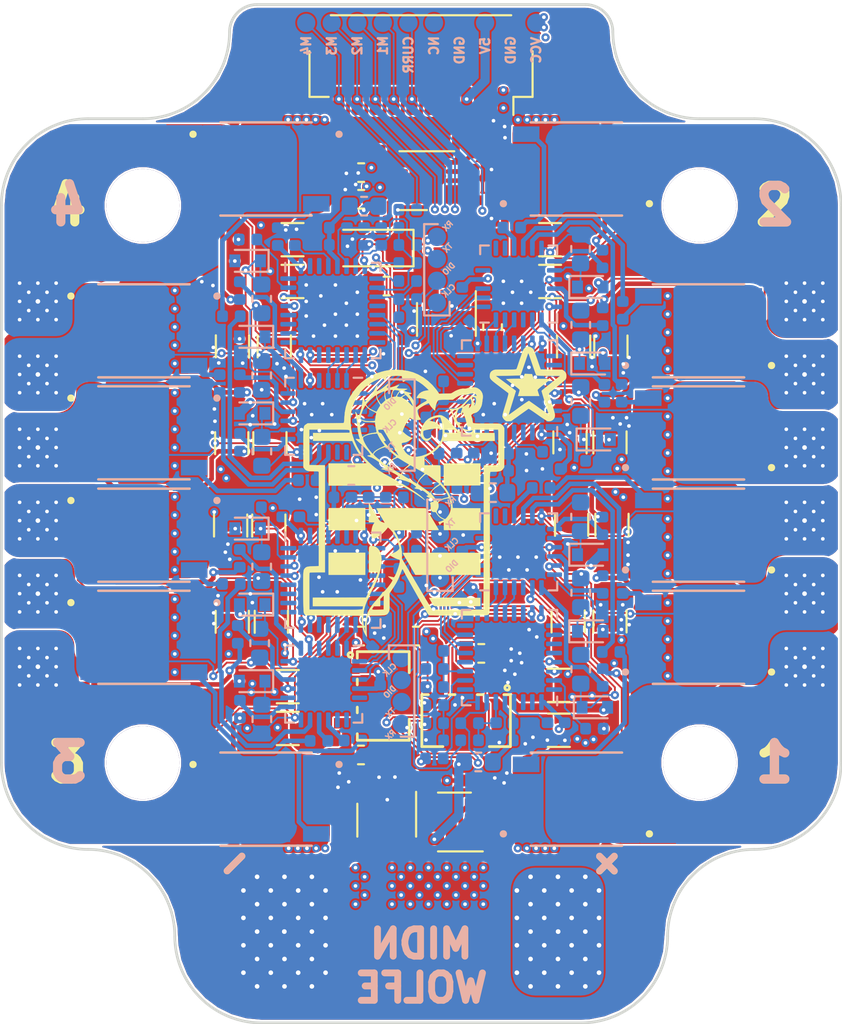
<source format=kicad_pcb>
(kicad_pcb (version 20171130) (host pcbnew "(5.1.6-0-10_14)")
  (layers (0 F.Cu signal) (1 In1.Cu signal) (2 In2.Cu signal) (31 B.Cu signal) (34 B.Paste user hide) (35 F.Paste user hide) (36 B.SilkS user hide) (37 F.SilkS user hide) (38 B.Mask user hide) (39 F.Mask user hide) (44 Edge.Cuts user))
  (net 0 "")
  (net 1 VCC)
  (net 2 GND)
  (net 3 +3V3)
  (net 4 "Net-(Q1-Pad4)")
  (net 5 "Net-(Q2-Pad4)")
  (net 6 "Net-(Q3-Pad4)")
  (net 7 "Net-(Q4-Pad4)")
  (net 8 "Net-(Q5-Pad4)")
  (net 9 "Net-(Q6-Pad4)")
  (net 10 VCC_Shunt)
  (net 11 "/Curent Sense/CURR")
  (net 12 "Net-(R2-Pad1)")
  (net 13 "Net-(R3-Pad2)")
  (net 14 "Net-(Q7-Pad4)")
  (net 15 "Net-(Q8-Pad4)")
  (net 16 "Net-(Q9-Pad4)")
  (net 17 "Net-(Q10-Pad4)")
  (net 18 "Net-(Q11-Pad4)")
  (net 19 "Net-(Q12-Pad4)")
  (net 20 "Net-(Q13-Pad4)")
  (net 21 "Net-(Q14-Pad4)")
  (net 22 "Net-(Q15-Pad4)")
  (net 23 "Net-(Q16-Pad4)")
  (net 24 "Net-(Q17-Pad4)")
  (net 25 "Net-(Q18-Pad4)")
  (net 26 /PWM_2)
  (net 27 /PWM_1)
  (net 28 "Net-(R42-Pad1)")
  (net 29 "/MCU 3/PhaseA")
  (net 30 "/MOSFET Driver 3/VB1")
  (net 31 "/MCU 3/PhaseB")
  (net 32 "/MOSFET Driver 3/VB2")
  (net 33 "/MCU 3/PhaseC")
  (net 34 "/MOSFET Driver 3/VB3")
  (net 35 "/MCU 3/NRST")
  (net 36 /PWM_4)
  (net 37 /PWM_3)
  (net 38 "/MCU 3/SWDIO")
  (net 39 "/MCU 3/SWCLK")
  (net 40 "/MCU 3/USART1_TX")
  (net 41 "/MCU 3/USART1_RX")
  (net 42 "Net-(Q19-Pad4)")
  (net 43 "Net-(Q20-Pad4)")
  (net 44 "Net-(Q21-Pad4)")
  (net 45 "Net-(Q22-Pad4)")
  (net 46 "Net-(Q23-Pad4)")
  (net 47 "Net-(Q24-Pad4)")
  (net 48 "/MOSFET Driver 3/HO1")
  (net 49 "/MOSFET Driver 3/LO1")
  (net 50 "/MOSFET Driver 3/HO2")
  (net 51 "/MOSFET Driver 3/LO2")
  (net 52 "/MOSFET Driver 3/HO3")
  (net 53 "/MOSFET Driver 3/LO3")
  (net 54 "/MCU 3/SenseA")
  (net 55 "/MCU 3/SenseCOM")
  (net 56 "/MCU 3/SenseB")
  (net 57 "/MCU 3/SenseC")
  (net 58 "/MCU 3/BOOT0")
  (net 59 "/MCU 3/HIN1")
  (net 60 "/MCU 3/HIN2")
  (net 61 "/MOSFET Driver 3/HIN1")
  (net 62 "/MCU 3/LIN3")
  (net 63 "/MCU 3/LIN2")
  (net 64 "/MCU 3/LIN1")
  (net 65 +5V)
  (net 66 "Net-(C70-Pad2)")
  (net 67 "Net-(C70-Pad1)")
  (net 68 "Net-(C75-Pad2)")
  (net 69 "Net-(C75-Pad1)")
  (net 70 "Net-(R73-Pad2)")
  (net 71 "Net-(R76-Pad1)")
  (net 72 +12V_2)
  (net 73 +12V_1)
  (net 74 +3.3VA_1)
  (net 75 +3.3VA_2)
  (net 76 +3.3VA_3)
  (net 77 +3.3VA_4)
  (net 78 "Net-(R25-Pad1)")
  (net 79 /MCU_2/NRST)
  (net 80 /MCU_2/PhaseA)
  (net 81 /MOSFET_Driver_2/VB1)
  (net 82 /MCU_2/PhaseB)
  (net 83 /MOSFET_Driver_2/VB2)
  (net 84 /MCU_2/PhaseC)
  (net 85 /MOSFET_Driver_2/VB3)
  (net 86 /MCU_2/USART1_TX)
  (net 87 /MCU_2/USART1_RX)
  (net 88 /MCU_2/SWDIO)
  (net 89 /MCU_2/SWCLK)
  (net 90 /MCU_2/SenseA)
  (net 91 /MCU_2/SenseCOM)
  (net 92 /MCU_2/SenseB)
  (net 93 /MCU_2/SenseC)
  (net 94 /MCU_2/BOOT0)
  (net 95 /MOSFET_Driver_2/HO1)
  (net 96 /MOSFET_Driver_2/LO1)
  (net 97 /MOSFET_Driver_2/HO2)
  (net 98 /MOSFET_Driver_2/LO2)
  (net 99 /MOSFET_Driver_2/HO3)
  (net 100 /MOSFET_Driver_2/LO3)
  (net 101 /MOSFET_Driver_2/HIN1)
  (net 102 /MCU_2/HIN2)
  (net 103 /MCU_2/HIN1)
  (net 104 /MCU_2/LIN1)
  (net 105 /MCU_2/LIN2)
  (net 106 /MCU_2/LIN3)
  (net 107 /MOSFET_Driver_1/VB1)
  (net 108 /MOSFET_Driver_1/VB2)
  (net 109 /MOSFET_Driver_1/VB3)
  (net 110 /MOSFET_Driver_1/HO1)
  (net 111 /MOSFET_Driver_1/LO1)
  (net 112 /MOSFET_Driver_1/HO2)
  (net 113 /MOSFET_Driver_1/LO2)
  (net 114 /MOSFET_Driver_1/HO3)
  (net 115 /MOSFET_Driver_1/LO3)
  (net 116 /MOSFET_Driver_1/HIN1)
  (net 117 /MCU_1/PhaseA)
  (net 118 /MCU_1/PhaseB)
  (net 119 /MCU_1/PhaseC)
  (net 120 /MCU_1/NRST)
  (net 121 /MCU_1/USART1_TX)
  (net 122 /MCU_1/USART1_RX)
  (net 123 /MCU_1/SWDIO)
  (net 124 /MCU_1/SWCLK)
  (net 125 /MCU_1/SenseA)
  (net 126 /MCU_1/SenseCOM)
  (net 127 "Net-(R15-Pad1)")
  (net 128 /MCU_1/SenseB)
  (net 129 /MCU_1/SenseC)
  (net 130 /MCU_1/BOOT0)
  (net 131 /MCU_1/HIN1)
  (net 132 /MCU_1/HIN2)
  (net 133 /MCU_1/LIN3)
  (net 134 /MCU_1/LIN2)
  (net 135 /MCU_1/LIN1)
  (net 136 /MOSFET_Driver_4/VB1)
  (net 137 /MOSFET_Driver_4/VB2)
  (net 138 /MOSFET_Driver_4/VB3)
  (net 139 /MOSFET_Driver_4/HO1)
  (net 140 /MOSFET_Driver_4/LO1)
  (net 141 /MOSFET_Driver_4/HO2)
  (net 142 /MOSFET_Driver_4/LO2)
  (net 143 /MOSFET_Driver_4/HO3)
  (net 144 /MOSFET_Driver_4/LO3)
  (net 145 /MOSFET_Driver_4/HIN1)
  (net 146 /MCU_4/PhaseA)
  (net 147 /MCU_4/PhaseB)
  (net 148 /MCU_4/PhaseC)
  (net 149 /MCU_4/NRST)
  (net 150 /MCU_4/USART1_TX)
  (net 151 /MCU_4/USART1_RX)
  (net 152 /MCU_4/SWDIO)
  (net 153 /MCU_4/SWCLK)
  (net 154 /MCU_4/SenseA)
  (net 155 /MCU_4/SenseCOM)
  (net 156 /MCU_4/SenseB)
  (net 157 "Net-(R65-Pad1)")
  (net 158 /MCU_4/SenseC)
  (net 159 /MCU_4/BOOT0)
  (net 160 /MCU_4/HIN1)
  (net 161 /MCU_4/HIN2)
  (net 162 /MCU_4/LIN3)
  (net 163 /MCU_4/LIN2)
  (net 164 /MCU_4/LIN1)
  (module Package_DFN_QFN:QFN-32-1EP_5x5mm_P0.5mm_EP3.45x3.45mm (layer B.Cu) (at 135.16 79 270)
    (fp_text reference U12)
    (fp_text value STM32F051K6Ux)
    (pad 33 smd rect (at 0 0 270) (size 3.45 3.45) (layers B.Cu B.Mask) (net 2 GND))
    (pad 32 smd roundrect (at -1.75 2.4375 270) (size 0.25 0.875) (layers B.Cu B.Paste B.Mask))
    (pad 31 smd roundrect (at -1.25 2.4375 270) (size 0.25 0.875) (layers B.Cu B.Paste B.Mask) (net 159 /MCU_4/BOOT0))
    (pad 30 smd roundrect (at -0.75 2.4375 270) (size 0.25 0.875) (layers B.Cu B.Paste B.Mask) (net 151 /MCU_4/USART1_RX))
    (pad 29 smd roundrect (at -0.25 2.4375 270) (size 0.25 0.875) (layers B.Cu B.Paste B.Mask) (net 150 /MCU_4/USART1_TX))
    (pad 28 smd roundrect (at 0.25 2.4375 270) (size 0.25 0.875) (layers B.Cu B.Paste B.Mask))
    (pad 27 smd roundrect (at 0.75 2.4375 270) (size 0.25 0.875) (layers B.Cu B.Paste B.Mask))
    (pad 26 smd roundrect (at 1.25 2.4375 270) (size 0.25 0.875) (layers B.Cu B.Paste B.Mask))
    (pad 25 smd roundrect (at 1.75 2.4375 270) (size 0.25 0.875) (layers B.Cu B.Paste B.Mask))
    (pad 24 smd roundrect (at 2.4375 1.75 270) (size 0.875 0.25) (layers B.Cu B.Paste B.Mask) (net 153 /MCU_4/SWCLK))
    (pad 23 smd roundrect (at 2.4375 1.25 270) (size 0.875 0.25) (layers B.Cu B.Paste B.Mask) (net 152 /MCU_4/SWDIO))
    (pad 22 smd roundrect (at 2.4375 0.75 270) (size 0.875 0.25) (layers B.Cu B.Paste B.Mask))
    (pad 21 smd roundrect (at 2.4375 0.25 270) (size 0.875 0.25) (layers B.Cu B.Paste B.Mask))
    (pad 20 smd roundrect (at 2.4375 -0.25 270) (size 0.875 0.25) (layers B.Cu B.Paste B.Mask) (net 145 /MOSFET_Driver_4/HIN1))
    (pad 19 smd roundrect (at 2.4375 -0.75 270) (size 0.875 0.25) (layers B.Cu B.Paste B.Mask) (net 161 /MCU_4/HIN2))
    (pad 18 smd roundrect (at 2.4375 -1.25 270) (size 0.875 0.25) (layers B.Cu B.Paste B.Mask) (net 160 /MCU_4/HIN1))
    (pad 17 smd roundrect (at 2.4375 -1.75 270) (size 0.875 0.25) (layers B.Cu B.Paste B.Mask) (net 3 +3V3))
    (pad 16 smd roundrect (at 1.75 -2.4375 270) (size 0.25 0.875) (layers B.Cu B.Paste B.Mask))
    (pad 15 smd roundrect (at 1.25 -2.4375 270) (size 0.25 0.875) (layers B.Cu B.Paste B.Mask) (net 164 /MCU_4/LIN1))
    (pad 14 smd roundrect (at 0.75 -2.4375 270) (size 0.25 0.875) (layers B.Cu B.Paste B.Mask) (net 163 /MCU_4/LIN2))
    (pad 13 smd roundrect (at 0.25 -2.4375 270) (size 0.25 0.875) (layers B.Cu B.Paste B.Mask) (net 162 /MCU_4/LIN3))
    (pad 12 smd roundrect (at -0.25 -2.4375 270) (size 0.25 0.875) (layers B.Cu B.Paste B.Mask))
    (pad 11 smd roundrect (at -0.75 -2.4375 270) (size 0.25 0.875) (layers B.Cu B.Paste B.Mask) (net 154 /MCU_4/SenseA))
    (pad 10 smd roundrect (at -1.25 -2.4375 270) (size 0.25 0.875) (layers B.Cu B.Paste B.Mask) (net 156 /MCU_4/SenseB))
    (pad 9 smd roundrect (at -1.75 -2.4375 270) (size 0.25 0.875) (layers B.Cu B.Paste B.Mask))
    (pad 8 smd roundrect (at -2.4375 -1.75 270) (size 0.875 0.25) (layers B.Cu B.Paste B.Mask) (net 157 "Net-(R65-Pad1)"))
    (pad 7 smd roundrect (at -2.4375 -1.25 270) (size 0.875 0.25) (layers B.Cu B.Paste B.Mask) (net 155 /MCU_4/SenseCOM))
    (pad 6 smd roundrect (at -2.4375 -0.75 270) (size 0.875 0.25) (layers B.Cu B.Paste B.Mask) (net 158 /MCU_4/SenseC))
    (pad 5 smd roundrect (at -2.4375 -0.25 270) (size 0.875 0.25) (layers B.Cu B.Paste B.Mask) (net 77 +3.3VA_4))
    (pad 4 smd roundrect (at -2.4375 0.25 270) (size 0.875 0.25) (layers B.Cu B.Paste B.Mask) (net 149 /MCU_4/NRST))
    (pad 3 smd roundrect (at -2.4375 0.75 270) (size 0.875 0.25) (layers B.Cu B.Paste B.Mask))
    (pad 2 smd roundrect (at -2.4375 1.25 270) (size 0.875 0.25) (layers B.Cu B.Paste B.Mask))
    (pad 1 smd roundrect (at -2.4375 1.75 270) (size 0.875 0.25) (layers B.Cu B.Paste B.Mask) (net 3 +3V3))
  )
  (module Package_DFN_QFN:QFN-32-1EP_5x5mm_P0.5mm_EP3.45x3.45mm (layer B.Cu) (at 135.16 93.7625 270)
    (fp_text reference U9)
    (fp_text value STM32F051K6Ux)
    (pad 33 smd rect (at 0 0 270) (size 3.45 3.45) (layers B.Cu B.Mask) (net 2 GND))
    (pad 32 smd roundrect (at -1.75 2.4375 270) (size 0.25 0.875) (layers B.Cu B.Paste B.Mask))
    (pad 31 smd roundrect (at -1.25 2.4375 270) (size 0.25 0.875) (layers B.Cu B.Paste B.Mask) (net 58 "/MCU 3/BOOT0"))
    (pad 30 smd roundrect (at -0.75 2.4375 270) (size 0.25 0.875) (layers B.Cu B.Paste B.Mask) (net 41 "/MCU 3/USART1_RX"))
    (pad 29 smd roundrect (at -0.25 2.4375 270) (size 0.25 0.875) (layers B.Cu B.Paste B.Mask) (net 40 "/MCU 3/USART1_TX"))
    (pad 28 smd roundrect (at 0.25 2.4375 270) (size 0.25 0.875) (layers B.Cu B.Paste B.Mask))
    (pad 27 smd roundrect (at 0.75 2.4375 270) (size 0.25 0.875) (layers B.Cu B.Paste B.Mask))
    (pad 26 smd roundrect (at 1.25 2.4375 270) (size 0.25 0.875) (layers B.Cu B.Paste B.Mask))
    (pad 25 smd roundrect (at 1.75 2.4375 270) (size 0.25 0.875) (layers B.Cu B.Paste B.Mask))
    (pad 24 smd roundrect (at 2.4375 1.75 270) (size 0.875 0.25) (layers B.Cu B.Paste B.Mask) (net 39 "/MCU 3/SWCLK"))
    (pad 23 smd roundrect (at 2.4375 1.25 270) (size 0.875 0.25) (layers B.Cu B.Paste B.Mask) (net 38 "/MCU 3/SWDIO"))
    (pad 22 smd roundrect (at 2.4375 0.75 270) (size 0.875 0.25) (layers B.Cu B.Paste B.Mask))
    (pad 21 smd roundrect (at 2.4375 0.25 270) (size 0.875 0.25) (layers B.Cu B.Paste B.Mask))
    (pad 20 smd roundrect (at 2.4375 -0.25 270) (size 0.875 0.25) (layers B.Cu B.Paste B.Mask) (net 61 "/MOSFET Driver 3/HIN1"))
    (pad 19 smd roundrect (at 2.4375 -0.75 270) (size 0.875 0.25) (layers B.Cu B.Paste B.Mask) (net 60 "/MCU 3/HIN2"))
    (pad 18 smd roundrect (at 2.4375 -1.25 270) (size 0.875 0.25) (layers B.Cu B.Paste B.Mask) (net 59 "/MCU 3/HIN1"))
    (pad 17 smd roundrect (at 2.4375 -1.75 270) (size 0.875 0.25) (layers B.Cu B.Paste B.Mask) (net 3 +3V3))
    (pad 16 smd roundrect (at 1.75 -2.4375 270) (size 0.25 0.875) (layers B.Cu B.Paste B.Mask))
    (pad 15 smd roundrect (at 1.25 -2.4375 270) (size 0.25 0.875) (layers B.Cu B.Paste B.Mask) (net 64 "/MCU 3/LIN1"))
    (pad 14 smd roundrect (at 0.75 -2.4375 270) (size 0.25 0.875) (layers B.Cu B.Paste B.Mask) (net 63 "/MCU 3/LIN2"))
    (pad 13 smd roundrect (at 0.25 -2.4375 270) (size 0.25 0.875) (layers B.Cu B.Paste B.Mask) (net 62 "/MCU 3/LIN3"))
    (pad 12 smd roundrect (at -0.25 -2.4375 270) (size 0.25 0.875) (layers B.Cu B.Paste B.Mask))
    (pad 11 smd roundrect (at -0.75 -2.4375 270) (size 0.25 0.875) (layers B.Cu B.Paste B.Mask) (net 54 "/MCU 3/SenseA"))
    (pad 10 smd roundrect (at -1.25 -2.4375 270) (size 0.25 0.875) (layers B.Cu B.Paste B.Mask) (net 56 "/MCU 3/SenseB"))
    (pad 9 smd roundrect (at -1.75 -2.4375 270) (size 0.25 0.875) (layers B.Cu B.Paste B.Mask))
    (pad 8 smd roundrect (at -2.4375 -1.75 270) (size 0.875 0.25) (layers B.Cu B.Paste B.Mask) (net 28 "Net-(R42-Pad1)"))
    (pad 7 smd roundrect (at -2.4375 -1.25 270) (size 0.875 0.25) (layers B.Cu B.Paste B.Mask) (net 55 "/MCU 3/SenseCOM"))
    (pad 6 smd roundrect (at -2.4375 -0.75 270) (size 0.875 0.25) (layers B.Cu B.Paste B.Mask) (net 57 "/MCU 3/SenseC"))
    (pad 5 smd roundrect (at -2.4375 -0.25 270) (size 0.875 0.25) (layers B.Cu B.Paste B.Mask) (net 76 +3.3VA_3))
    (pad 4 smd roundrect (at -2.4375 0.25 270) (size 0.875 0.25) (layers B.Cu B.Paste B.Mask) (net 35 "/MCU 3/NRST"))
    (pad 3 smd roundrect (at -2.4375 0.75 270) (size 0.875 0.25) (layers B.Cu B.Paste B.Mask))
    (pad 2 smd roundrect (at -2.4375 1.25 270) (size 0.875 0.25) (layers B.Cu B.Paste B.Mask))
    (pad 1 smd roundrect (at -2.4375 1.75 270) (size 0.875 0.25) (layers B.Cu B.Paste B.Mask) (net 3 +3V3))
  )
  (module Package_DFN_QFN:QFN-32-1EP_5x5mm_P0.5mm_EP3.45x3.45mm (layer B.Cu) (at 144.84 83.24 90)
    (fp_text reference U6)
    (fp_text value STM32F051K6Ux)
    (pad 33 smd rect (at 0 0 90) (size 3.45 3.45) (layers B.Cu B.Mask) (net 2 GND))
    (pad 32 smd roundrect (at -1.75 2.4375 90) (size 0.25 0.875) (layers B.Cu B.Paste B.Mask))
    (pad 31 smd roundrect (at -1.25 2.4375 90) (size 0.25 0.875) (layers B.Cu B.Paste B.Mask) (net 94 /MCU_2/BOOT0))
    (pad 30 smd roundrect (at -0.75 2.4375 90) (size 0.25 0.875) (layers B.Cu B.Paste B.Mask) (net 87 /MCU_2/USART1_RX))
    (pad 29 smd roundrect (at -0.25 2.4375 90) (size 0.25 0.875) (layers B.Cu B.Paste B.Mask) (net 86 /MCU_2/USART1_TX))
    (pad 28 smd roundrect (at 0.25 2.4375 90) (size 0.25 0.875) (layers B.Cu B.Paste B.Mask))
    (pad 27 smd roundrect (at 0.75 2.4375 90) (size 0.25 0.875) (layers B.Cu B.Paste B.Mask))
    (pad 26 smd roundrect (at 1.25 2.4375 90) (size 0.25 0.875) (layers B.Cu B.Paste B.Mask))
    (pad 25 smd roundrect (at 1.75 2.4375 90) (size 0.25 0.875) (layers B.Cu B.Paste B.Mask))
    (pad 24 smd roundrect (at 2.4375 1.75 90) (size 0.875 0.25) (layers B.Cu B.Paste B.Mask) (net 89 /MCU_2/SWCLK))
    (pad 23 smd roundrect (at 2.4375 1.25 90) (size 0.875 0.25) (layers B.Cu B.Paste B.Mask) (net 88 /MCU_2/SWDIO))
    (pad 22 smd roundrect (at 2.4375 0.75 90) (size 0.875 0.25) (layers B.Cu B.Paste B.Mask))
    (pad 21 smd roundrect (at 2.4375 0.25 90) (size 0.875 0.25) (layers B.Cu B.Paste B.Mask))
    (pad 20 smd roundrect (at 2.4375 -0.25 90) (size 0.875 0.25) (layers B.Cu B.Paste B.Mask) (net 101 /MOSFET_Driver_2/HIN1))
    (pad 19 smd roundrect (at 2.4375 -0.75 90) (size 0.875 0.25) (layers B.Cu B.Paste B.Mask) (net 102 /MCU_2/HIN2))
    (pad 18 smd roundrect (at 2.4375 -1.25 90) (size 0.875 0.25) (layers B.Cu B.Paste B.Mask) (net 103 /MCU_2/HIN1))
    (pad 17 smd roundrect (at 2.4375 -1.75 90) (size 0.875 0.25) (layers B.Cu B.Paste B.Mask) (net 3 +3V3))
    (pad 16 smd roundrect (at 1.75 -2.4375 90) (size 0.25 0.875) (layers B.Cu B.Paste B.Mask))
    (pad 15 smd roundrect (at 1.25 -2.4375 90) (size 0.25 0.875) (layers B.Cu B.Paste B.Mask) (net 104 /MCU_2/LIN1))
    (pad 14 smd roundrect (at 0.75 -2.4375 90) (size 0.25 0.875) (layers B.Cu B.Paste B.Mask) (net 105 /MCU_2/LIN2))
    (pad 13 smd roundrect (at 0.25 -2.4375 90) (size 0.25 0.875) (layers B.Cu B.Paste B.Mask) (net 106 /MCU_2/LIN3))
    (pad 12 smd roundrect (at -0.25 -2.4375 90) (size 0.25 0.875) (layers B.Cu B.Paste B.Mask))
    (pad 11 smd roundrect (at -0.75 -2.4375 90) (size 0.25 0.875) (layers B.Cu B.Paste B.Mask) (net 90 /MCU_2/SenseA))
    (pad 10 smd roundrect (at -1.25 -2.4375 90) (size 0.25 0.875) (layers B.Cu B.Paste B.Mask) (net 92 /MCU_2/SenseB))
    (pad 9 smd roundrect (at -1.75 -2.4375 90) (size 0.25 0.875) (layers B.Cu B.Paste B.Mask))
    (pad 8 smd roundrect (at -2.4375 -1.75 90) (size 0.875 0.25) (layers B.Cu B.Paste B.Mask) (net 78 "Net-(R25-Pad1)"))
    (pad 7 smd roundrect (at -2.4375 -1.25 90) (size 0.875 0.25) (layers B.Cu B.Paste B.Mask) (net 91 /MCU_2/SenseCOM))
    (pad 6 smd roundrect (at -2.4375 -0.75 90) (size 0.875 0.25) (layers B.Cu B.Paste B.Mask) (net 93 /MCU_2/SenseC))
    (pad 5 smd roundrect (at -2.4375 -0.25 90) (size 0.875 0.25) (layers B.Cu B.Paste B.Mask) (net 75 +3.3VA_2))
    (pad 4 smd roundrect (at -2.4375 0.25 90) (size 0.875 0.25) (layers B.Cu B.Paste B.Mask) (net 79 /MCU_2/NRST))
    (pad 3 smd roundrect (at -2.4375 0.75 90) (size 0.875 0.25) (layers B.Cu B.Paste B.Mask))
    (pad 2 smd roundrect (at -2.4375 1.25 90) (size 0.875 0.25) (layers B.Cu B.Paste B.Mask))
    (pad 1 smd roundrect (at -2.4375 1.75 90) (size 0.875 0.25) (layers B.Cu B.Paste B.Mask) (net 3 +3V3))
  )
  (module Package_DFN_QFN:QFN-32-1EP_5x5mm_P0.5mm_EP3.45x3.45mm (layer B.Cu) (at 144.8375 98 90)
    (fp_text reference U2)
    (fp_text value STM32F051K6Ux)
    (pad 33 smd rect (at 0 0 90) (size 3.45 3.45) (layers B.Cu B.Mask) (net 2 GND))
    (pad 32 smd roundrect (at -1.75 2.4375 90) (size 0.25 0.875) (layers B.Cu B.Paste B.Mask))
    (pad 31 smd roundrect (at -1.25 2.4375 90) (size 0.25 0.875) (layers B.Cu B.Paste B.Mask) (net 130 /MCU_1/BOOT0))
    (pad 30 smd roundrect (at -0.75 2.4375 90) (size 0.25 0.875) (layers B.Cu B.Paste B.Mask) (net 122 /MCU_1/USART1_RX))
    (pad 29 smd roundrect (at -0.25 2.4375 90) (size 0.25 0.875) (layers B.Cu B.Paste B.Mask) (net 121 /MCU_1/USART1_TX))
    (pad 28 smd roundrect (at 0.25 2.4375 90) (size 0.25 0.875) (layers B.Cu B.Paste B.Mask))
    (pad 27 smd roundrect (at 0.75 2.4375 90) (size 0.25 0.875) (layers B.Cu B.Paste B.Mask))
    (pad 26 smd roundrect (at 1.25 2.4375 90) (size 0.25 0.875) (layers B.Cu B.Paste B.Mask))
    (pad 25 smd roundrect (at 1.75 2.4375 90) (size 0.25 0.875) (layers B.Cu B.Paste B.Mask))
    (pad 24 smd roundrect (at 2.4375 1.75 90) (size 0.875 0.25) (layers B.Cu B.Paste B.Mask) (net 124 /MCU_1/SWCLK))
    (pad 23 smd roundrect (at 2.4375 1.25 90) (size 0.875 0.25) (layers B.Cu B.Paste B.Mask) (net 123 /MCU_1/SWDIO))
    (pad 22 smd roundrect (at 2.4375 0.75 90) (size 0.875 0.25) (layers B.Cu B.Paste B.Mask))
    (pad 21 smd roundrect (at 2.4375 0.25 90) (size 0.875 0.25) (layers B.Cu B.Paste B.Mask))
    (pad 20 smd roundrect (at 2.4375 -0.25 90) (size 0.875 0.25) (layers B.Cu B.Paste B.Mask) (net 116 /MOSFET_Driver_1/HIN1))
    (pad 19 smd roundrect (at 2.4375 -0.75 90) (size 0.875 0.25) (layers B.Cu B.Paste B.Mask) (net 132 /MCU_1/HIN2))
    (pad 18 smd roundrect (at 2.4375 -1.25 90) (size 0.875 0.25) (layers B.Cu B.Paste B.Mask) (net 131 /MCU_1/HIN1))
    (pad 17 smd roundrect (at 2.4375 -1.75 90) (size 0.875 0.25) (layers B.Cu B.Paste B.Mask) (net 3 +3V3))
    (pad 16 smd roundrect (at 1.75 -2.4375 90) (size 0.25 0.875) (layers B.Cu B.Paste B.Mask))
    (pad 15 smd roundrect (at 1.25 -2.4375 90) (size 0.25 0.875) (layers B.Cu B.Paste B.Mask) (net 135 /MCU_1/LIN1))
    (pad 14 smd roundrect (at 0.75 -2.4375 90) (size 0.25 0.875) (layers B.Cu B.Paste B.Mask) (net 134 /MCU_1/LIN2))
    (pad 13 smd roundrect (at 0.25 -2.4375 90) (size 0.25 0.875) (layers B.Cu B.Paste B.Mask) (net 133 /MCU_1/LIN3))
    (pad 12 smd roundrect (at -0.25 -2.4375 90) (size 0.25 0.875) (layers B.Cu B.Paste B.Mask))
    (pad 11 smd roundrect (at -0.75 -2.4375 90) (size 0.25 0.875) (layers B.Cu B.Paste B.Mask) (net 125 /MCU_1/SenseA))
    (pad 10 smd roundrect (at -1.25 -2.4375 90) (size 0.25 0.875) (layers B.Cu B.Paste B.Mask) (net 128 /MCU_1/SenseB))
    (pad 9 smd roundrect (at -1.75 -2.4375 90) (size 0.25 0.875) (layers B.Cu B.Paste B.Mask))
    (pad 8 smd roundrect (at -2.4375 -1.75 90) (size 0.875 0.25) (layers B.Cu B.Paste B.Mask) (net 127 "Net-(R15-Pad1)"))
    (pad 7 smd roundrect (at -2.4375 -1.25 90) (size 0.875 0.25) (layers B.Cu B.Paste B.Mask) (net 126 /MCU_1/SenseCOM))
    (pad 6 smd roundrect (at -2.4375 -0.75 90) (size 0.875 0.25) (layers B.Cu B.Paste B.Mask) (net 129 /MCU_1/SenseC))
    (pad 5 smd roundrect (at -2.4375 -0.25 90) (size 0.875 0.25) (layers B.Cu B.Paste B.Mask) (net 74 +3.3VA_1))
    (pad 4 smd roundrect (at -2.4375 0.25 90) (size 0.875 0.25) (layers B.Cu B.Paste B.Mask) (net 120 /MCU_1/NRST))
    (pad 3 smd roundrect (at -2.4375 0.75 90) (size 0.875 0.25) (layers B.Cu B.Paste B.Mask))
    (pad 2 smd roundrect (at -2.4375 1.25 90) (size 0.875 0.25) (layers B.Cu B.Paste B.Mask))
    (pad 1 smd roundrect (at -2.4375 1.75 90) (size 0.875 0.25) (layers B.Cu B.Paste B.Mask) (net 3 +3V3))
  )
  (module Footprints:DTOM_L (layer F.Cu) (at 140.53 88.76)
    (fp_text reference U15 hide)
    (fp_text value DTOM hide)
  )
  (module Connector_JST:JST_SH_SM10B-SRSS-TB_1x10-1MP_P1.00mm_Horizontal (layer F.Cu) (at 139.99 65.52 180)
    (fp_text reference J2)
    (fp_text value Conn_01x10)
    (pad 2 smd roundrect (at 5.8 1.875 180) (size 1.2 1.8) (layers F.Cu F.Paste F.Mask) (roundrect_rratio 0.208) (net 2 GND))
    (pad 2 smd roundrect (at -5.8 1.875 180) (size 1.2 1.8) (layers F.Cu F.Paste F.Mask) (roundrect_rratio 0.208) (net 2 GND))
    (pad 10 smd roundrect (at 4.5 -2 180) (size 0.6 1.55) (layers F.Cu F.Paste F.Mask) (net 36 /PWM_4))
    (pad 9 smd roundrect (at 3.5 -2 180) (size 0.6 1.55) (layers F.Cu F.Paste F.Mask) (net 37 /PWM_3))
    (pad 8 smd roundrect (at 2.5 -2 180) (size 0.6 1.55) (layers F.Cu F.Paste F.Mask) (net 26 /PWM_2))
    (pad 7 smd roundrect (at 1.5 -2 180) (size 0.6 1.55) (layers F.Cu F.Paste F.Mask) (net 27 /PWM_1))
    (pad 6 smd roundrect (at 0.5 -2 180) (size 0.6 1.55) (layers F.Cu F.Paste F.Mask) (net 11 "/Curent Sense/CURR"))
    (pad 5 smd roundrect (at -0.5 -2 180) (size 0.6 1.55) (layers F.Cu F.Paste F.Mask))
    (pad 4 smd roundrect (at -1.5 -2 180) (size 0.6 1.55) (layers F.Cu F.Paste F.Mask) (net 2 GND))
    (pad 3 smd roundrect (at -2.5 -2 180) (size 0.6 1.55) (layers F.Cu F.Paste F.Mask) (net 65 +5V))
    (pad 2 smd roundrect (at -3.5 -2 180) (size 0.6 1.55) (layers F.Cu F.Paste F.Mask) (net 2 GND))
    (pad 1 smd roundrect (at -4.5 -2 180) (size 0.6 1.55) (layers F.Cu F.Paste F.Mask) (net 10 VCC_Shunt))
  )
  (module Resistor_SMD:R_0402_1005Metric (layer B.Cu) (at 139.26 73.48)
    (fp_text reference R65)
    (fp_text value 1k)
    (pad 2 smd roundrect (at 0.485 0) (size 0.59 0.64) (layers B.Cu B.Paste B.Mask) (net 36 /PWM_4))
    (pad 1 smd roundrect (at -0.485 0) (size 0.59 0.64) (layers B.Cu B.Paste B.Mask) (net 157 "Net-(R65-Pad1)"))
  )
  (module Resistor_SMD:R_0402_1005Metric (layer B.Cu) (at 141.47 88.72 180)
    (fp_text reference R25)
    (fp_text value 1k)
    (pad 2 smd roundrect (at 0.485 0 180) (size 0.59 0.64) (layers B.Cu B.Paste B.Mask) (net 26 /PWM_2))
    (pad 1 smd roundrect (at -0.485 0 180) (size 0.59 0.64) (layers B.Cu B.Paste B.Mask) (net 78 "Net-(R25-Pad1)"))
  )
  (module Connector_Wire:Conn_MotorPhase (layer B.Cu) (at 119 82.5 90)
    (fp_text reference J10)
    (fp_text value Conn_01x03)
    (pad 3 thru_hole roundrect (at 4 0 90) (size 3 3) (drill 0.254) (layers *.Cu *.Mask) (roundrect_rratio 0.15) (net 146 /MCU_4/PhaseA))
    (pad 2 thru_hole roundrect (at 0 0 90) (size 3 3) (drill 0.254) (layers *.Cu *.Mask) (roundrect_rratio 0.15) (net 147 /MCU_4/PhaseB))
    (pad 1 thru_hole roundrect (at -4 0 90) (size 3 3) (drill 0.254) (layers *.Cu *.Mask) (roundrect_rratio 0.15) (net 148 /MCU_4/PhaseC))
  )
  (module Connector_Wire:Conn_MotorPhase (layer B.Cu) (at 161 94.5 270)
    (fp_text reference J6)
    (fp_text value Conn_01x03)
    (pad 3 thru_hole roundrect (at 4 0 270) (size 3 3) (drill 0.254) (layers *.Cu *.Mask) (roundrect_rratio 0.15) (net 117 /MCU_1/PhaseA))
    (pad 2 thru_hole roundrect (at 0 0 270) (size 3 3) (drill 0.254) (layers *.Cu *.Mask) (roundrect_rratio 0.15) (net 118 /MCU_1/PhaseB))
    (pad 1 thru_hole roundrect (at -4 0 270) (size 3 3) (drill 0.254) (layers *.Cu *.Mask) (roundrect_rratio 0.15) (net 119 /MCU_1/PhaseC))
  )
  (module Footprints:L78L12ACUTR (layer F.Cu) (at 137.92 100.1 270)
    (fp_text reference U13)
    (fp_text value L78L12_SOT89)
    (pad 2 smd custom (at 0 0 270) (size 0.5588 1.397) (layers F.Cu F.Paste F.Mask) (net 2 GND) (options (clearance outline) (anchor rect)) (primitives (gr_poly (pts (xy -0.325 2.7) (xy 0.325 2.7) (xy 0.325 1.475) (xy 1 0.8) (xy 1 -1.65) (xy -1 -1.65) (xy -1 0.8) (xy -0.325 1.465)) (width 0))))
    (pad 3 smd rect (at 1.495 2 270) (size 0.57 1.4) (layers F.Cu F.Paste F.Mask) (net 10 VCC_Shunt))
    (pad 1 smd rect (at -1.495 2 270) (size 0.57 1.4) (layers F.Cu F.Paste F.Mask) (net 73 +12V_1))
  )
  (module Footprints:L78L12ACUTR (layer F.Cu) (at 142.46 101.45 180)
    (fp_text reference U3)
    (fp_text value L78L12_SOT89)
    (pad 2 smd custom (at 0 0 180) (size 0.5588 1.397) (layers F.Cu F.Paste F.Mask) (net 2 GND) (options (clearance outline) (anchor rect)) (primitives (gr_poly (pts (xy -0.325 2.7) (xy 0.325 2.7) (xy 0.325 1.475) (xy 1 0.8) (xy 1 -1.65) (xy -1 -1.65) (xy -1 0.8) (xy -0.325 1.465)) (width 0))))
    (pad 3 smd rect (at 1.495 2 180) (size 0.57 1.4) (layers F.Cu F.Paste F.Mask) (net 10 VCC_Shunt))
    (pad 1 smd rect (at -1.495 2 180) (size 0.57 1.4) (layers F.Cu F.Paste F.Mask) (net 72 +12V_2))
  )
  (module Connector_Wire:Conn_Debug (layer B.Cu) (at 140.86 76.77 90)
    (fp_text reference J7)
    (fp_text value Conn_01x04)
    (pad 4 smd circle (at 1.8 0 90) (size 1 1) (layers B.Cu B.Paste B.Mask) (net 151 /MCU_4/USART1_RX))
    (pad 3 smd circle (at 0.6 0 90) (size 1 1) (layers B.Cu B.Paste B.Mask) (net 150 /MCU_4/USART1_TX))
    (pad 2 smd circle (at -0.6 0 90) (size 1 1) (layers B.Cu B.Paste B.Mask) (net 152 /MCU_4/SWDIO))
    (pad 1 smd circle (at -1.8 0 90) (size 1 1) (layers B.Cu B.Paste B.Mask) (net 153 /MCU_4/SWCLK))
  )
  (module Connector_Wire:Conn_Debug (layer B.Cu) (at 138.94 85.27 270)
    (fp_text reference J5)
    (fp_text value Conn_01x04)
    (pad 4 smd circle (at 1.8 0 270) (size 1 1) (layers B.Cu B.Paste B.Mask) (net 87 /MCU_2/USART1_RX))
    (pad 3 smd circle (at 0.6 0 270) (size 1 1) (layers B.Cu B.Paste B.Mask) (net 86 /MCU_2/USART1_TX))
    (pad 2 smd circle (at -0.6 0 270) (size 1 1) (layers B.Cu B.Paste B.Mask) (net 89 /MCU_2/SWCLK))
    (pad 1 smd circle (at -1.8 0 270) (size 1 1) (layers B.Cu B.Paste B.Mask) (net 88 /MCU_2/SWDIO))
  )
  (module Connector_Wire:Conn_Debug (layer B.Cu) (at 141.03 91.85 90)
    (fp_text reference J4)
    (fp_text value Conn_01x04)
    (pad 4 smd circle (at 1.8 0 90) (size 1 1) (layers B.Cu B.Paste B.Mask) (net 41 "/MCU 3/USART1_RX"))
    (pad 3 smd circle (at 0.6 0 90) (size 1 1) (layers B.Cu B.Paste B.Mask) (net 40 "/MCU 3/USART1_TX"))
    (pad 2 smd circle (at -0.6 0 90) (size 1 1) (layers B.Cu B.Paste B.Mask) (net 39 "/MCU 3/SWCLK"))
    (pad 1 smd circle (at -1.8 0 90) (size 1 1) (layers B.Cu B.Paste B.Mask) (net 38 "/MCU 3/SWDIO"))
  )
  (module Connector_Wire:Conn_Debug (layer B.Cu) (at 138.93 99.83 270)
    (fp_text reference J3)
    (fp_text value Conn_01x04)
    (pad 4 smd circle (at 1.8 0 270) (size 1 1) (layers B.Cu B.Paste B.Mask) (net 122 /MCU_1/USART1_RX))
    (pad 3 smd circle (at 0.6 0 270) (size 1 1) (layers B.Cu B.Paste B.Mask) (net 121 /MCU_1/USART1_TX))
    (pad 2 smd circle (at -0.6 0 270) (size 1 1) (layers B.Cu B.Paste B.Mask) (net 123 /MCU_1/SWDIO))
    (pad 1 smd circle (at -1.8 0 270) (size 1 1) (layers B.Cu B.Paste B.Mask) (net 124 /MCU_1/SWCLK))
  )
  (module Resistor_SMD:R_Shunt_Vishay_WSLP2726 (layer F.Cu) (at 140 113 90)
    (fp_text reference R1)
    (fp_text value 0m30)
    (pad 2 smd rect (at 2.48 -3.25 90) (size 2.44 0.89) (layers F.Cu F.Paste F.Mask) (net 10 VCC_Shunt))
    (pad 1 smd rect (at -2.48 -3.25 90) (size 2.44 0.89) (layers F.Cu F.Paste F.Mask) (net 1 VCC))
    (pad 2 smd rect (at 2.48 0.89 90) (size 2.44 5.6) (layers F.Cu F.Paste F.Mask) (net 10 VCC_Shunt))
    (pad 1 smd rect (at -2.48 0.89 90) (size 2.44 5.6) (layers F.Cu F.Paste F.Mask) (net 1 VCC))
  )
  (module Inductor_SMD:L_XGL4030 (layer F.Cu) (at 141.58 75.54 270)
    (fp_text reference L1)
    (fp_text value 12uH)
    (pad 2 smd rect (at 1.185 0 270) (size 0.98 3.4) (layers F.Cu F.Paste F.Mask) (net 65 +5V))
    (pad 1 smd rect (at -1.185 0 270) (size 0.98 3.4) (layers F.Cu F.Paste F.Mask) (net 67 "Net-(C70-Pad1)"))
  )
  (module Capacitor_SMD:C_1206_3216Metric (layer F.Cu) (at 132.95 75.12 180)
    (fp_text reference C55)
    (fp_text value 47uF)
    (pad 2 smd roundrect (at 1.4 0 180) (size 1.25 1.75) (layers F.Cu F.Paste F.Mask) (roundrect_rratio 0.2) (net 10 VCC_Shunt))
    (pad 1 smd roundrect (at -1.4 0 180) (size 1.25 1.75) (layers F.Cu F.Paste F.Mask) (roundrect_rratio 0.2) (net 2 GND))
  )
  (module Capacitor_SMD:C_1206_3216Metric (layer F.Cu) (at 129.65 96.04 270)
    (fp_text reference C67)
    (fp_text value 47uF)
    (pad 2 smd roundrect (at 1.4 0 270) (size 1.25 1.75) (layers F.Cu F.Paste F.Mask) (roundrect_rratio 0.2) (net 10 VCC_Shunt))
    (pad 1 smd roundrect (at -1.4 0 270) (size 1.25 1.75) (layers F.Cu F.Paste F.Mask) (roundrect_rratio 0.2) (net 2 GND))
  )
  (module Capacitor_SMD:C_1206_3216Metric (layer F.Cu) (at 148.15 86.22 270)
    (fp_text reference C66)
    (fp_text value 47uF)
    (pad 2 smd roundrect (at 1.4 0 270) (size 1.25 1.75) (layers F.Cu F.Paste F.Mask) (roundrect_rratio 0.2) (net 10 VCC_Shunt))
    (pad 1 smd roundrect (at -1.4 0 270) (size 1.25 1.75) (layers F.Cu F.Paste F.Mask) (roundrect_rratio 0.2) (net 2 GND))
  )
  (module Capacitor_SMD:C_1206_3216Metric (layer F.Cu) (at 148.35 80.97 90)
    (fp_text reference C65)
    (fp_text value 47uF)
    (pad 2 smd roundrect (at 1.4 0 90) (size 1.25 1.75) (layers F.Cu F.Paste F.Mask) (roundrect_rratio 0.2) (net 10 VCC_Shunt))
    (pad 1 smd roundrect (at -1.4 0 90) (size 1.25 1.75) (layers F.Cu F.Paste F.Mask) (roundrect_rratio 0.2) (net 2 GND))
  )
  (module Capacitor_SMD:C_1206_3216Metric (layer F.Cu) (at 131.79 96.04 270)
    (fp_text reference C64)
    (fp_text value 47uF)
    (pad 2 smd roundrect (at 1.4 0 270) (size 1.25 1.75) (layers F.Cu F.Paste F.Mask) (roundrect_rratio 0.2) (net 10 VCC_Shunt))
    (pad 1 smd roundrect (at -1.4 0 270) (size 1.25 1.75) (layers F.Cu F.Paste F.Mask) (roundrect_rratio 0.2) (net 2 GND))
  )
  (module Capacitor_SMD:C_1206_3216Metric (layer F.Cu) (at 131.65 90.77 90)
    (fp_text reference C63)
    (fp_text value 47uF)
    (pad 2 smd roundrect (at 1.4 0 90) (size 1.25 1.75) (layers F.Cu F.Paste F.Mask) (roundrect_rratio 0.2) (net 10 VCC_Shunt))
    (pad 1 smd roundrect (at -1.4 0 90) (size 1.25 1.75) (layers F.Cu F.Paste F.Mask) (roundrect_rratio 0.2) (net 2 GND))
  )
  (module Capacitor_SMD:C_1206_3216Metric (layer F.Cu) (at 150.34 96.02 270)
    (fp_text reference C62)
    (fp_text value 47uF)
    (pad 2 smd roundrect (at 1.4 0 270) (size 1.25 1.75) (layers F.Cu F.Paste F.Mask) (roundrect_rratio 0.2) (net 10 VCC_Shunt))
    (pad 1 smd roundrect (at -1.4 0 270) (size 1.25 1.75) (layers F.Cu F.Paste F.Mask) (roundrect_rratio 0.2) (net 2 GND))
  )
  (module Capacitor_SMD:C_1206_3216Metric (layer F.Cu) (at 132.69 101.88 180)
    (fp_text reference C61)
    (fp_text value 47uF)
    (pad 2 smd roundrect (at 1.4 0 180) (size 1.25 1.75) (layers F.Cu F.Paste F.Mask) (roundrect_rratio 0.2) (net 10 VCC_Shunt))
    (pad 1 smd roundrect (at -1.4 0 180) (size 1.25 1.75) (layers F.Cu F.Paste F.Mask) (roundrect_rratio 0.2) (net 2 GND))
  )
  (module Capacitor_SMD:C_1206_3216Metric (layer F.Cu) (at 147.54 101.98)
    (fp_text reference C60)
    (fp_text value 47uF)
    (pad 2 smd roundrect (at 1.4 0) (size 1.25 1.75) (layers F.Cu F.Paste F.Mask) (roundrect_rratio 0.2) (net 10 VCC_Shunt))
    (pad 1 smd roundrect (at -1.4 0) (size 1.25 1.75) (layers F.Cu F.Paste F.Mask) (roundrect_rratio 0.2) (net 2 GND))
  )
  (module Capacitor_SMD:C_1206_3216Metric (layer F.Cu) (at 131.95 80.96 90)
    (fp_text reference C59)
    (fp_text value 47uF)
    (pad 2 smd roundrect (at 1.4 0 90) (size 1.25 1.75) (layers F.Cu F.Paste F.Mask) (roundrect_rratio 0.2) (net 10 VCC_Shunt))
    (pad 1 smd roundrect (at -1.4 0 90) (size 1.25 1.75) (layers F.Cu F.Paste F.Mask) (roundrect_rratio 0.2) (net 2 GND))
  )
  (module Capacitor_SMD:C_1206_3216Metric (layer F.Cu) (at 147.54 99.52)
    (fp_text reference C58)
    (fp_text value 47uF)
    (pad 2 smd roundrect (at 1.4 0) (size 1.25 1.75) (layers F.Cu F.Paste F.Mask) (roundrect_rratio 0.2) (net 10 VCC_Shunt))
    (pad 1 smd roundrect (at -1.4 0) (size 1.25 1.75) (layers F.Cu F.Paste F.Mask) (roundrect_rratio 0.2) (net 2 GND))
  )
  (module Capacitor_SMD:C_1206_3216Metric (layer F.Cu) (at 129.66 80.96 90)
    (fp_text reference C57)
    (fp_text value 47uF)
    (pad 2 smd roundrect (at 1.4 0 90) (size 1.25 1.75) (layers F.Cu F.Paste F.Mask) (roundrect_rratio 0.2) (net 10 VCC_Shunt))
    (pad 1 smd roundrect (at -1.4 0 90) (size 1.25 1.75) (layers F.Cu F.Paste F.Mask) (roundrect_rratio 0.2) (net 2 GND))
  )
  (module Capacitor_SMD:C_1206_3216Metric (layer F.Cu) (at 129.56 90.77 90)
    (fp_text reference C56)
    (fp_text value 47uF)
    (pad 2 smd roundrect (at 1.4 0 90) (size 1.25 1.75) (layers F.Cu F.Paste F.Mask) (roundrect_rratio 0.2) (net 10 VCC_Shunt))
    (pad 1 smd roundrect (at -1.4 0 90) (size 1.25 1.75) (layers F.Cu F.Paste F.Mask) (roundrect_rratio 0.2) (net 2 GND))
  )
  (module Capacitor_SMD:C_1206_3216Metric (layer F.Cu) (at 129.62 86.26 270)
    (fp_text reference C54)
    (fp_text value 47uF)
    (pad 2 smd roundrect (at 1.4 0 270) (size 1.25 1.75) (layers F.Cu F.Paste F.Mask) (roundrect_rratio 0.2) (net 10 VCC_Shunt))
    (pad 1 smd roundrect (at -1.4 0 270) (size 1.25 1.75) (layers F.Cu F.Paste F.Mask) (roundrect_rratio 0.2) (net 2 GND))
  )
  (module Capacitor_SMD:C_1206_3216Metric (layer F.Cu) (at 132.69 99.59 180)
    (fp_text reference C53)
    (fp_text value 47uF)
    (pad 2 smd roundrect (at 1.4 0 180) (size 1.25 1.75) (layers F.Cu F.Paste F.Mask) (roundrect_rratio 0.2) (net 10 VCC_Shunt))
    (pad 1 smd roundrect (at -1.4 0 180) (size 1.25 1.75) (layers F.Cu F.Paste F.Mask) (roundrect_rratio 0.2) (net 2 GND))
  )
  (module Capacitor_SMD:C_1206_3216Metric (layer F.Cu) (at 132.95 77.41 180)
    (fp_text reference C52)
    (fp_text value 47uF)
    (pad 2 smd roundrect (at 1.4 0 180) (size 1.25 1.75) (layers F.Cu F.Paste F.Mask) (roundrect_rratio 0.2) (net 10 VCC_Shunt))
    (pad 1 smd roundrect (at -1.4 0 180) (size 1.25 1.75) (layers F.Cu F.Paste F.Mask) (roundrect_rratio 0.2) (net 2 GND))
  )
  (module Capacitor_SMD:C_1206_3216Metric (layer F.Cu) (at 148.05 96.02 270)
    (fp_text reference C51)
    (fp_text value 47uF)
    (pad 2 smd roundrect (at 1.4 0 270) (size 1.25 1.75) (layers F.Cu F.Paste F.Mask) (roundrect_rratio 0.2) (net 10 VCC_Shunt))
    (pad 1 smd roundrect (at -1.4 0 270) (size 1.25 1.75) (layers F.Cu F.Paste F.Mask) (roundrect_rratio 0.2) (net 2 GND))
  )
  (module Capacitor_SMD:C_1206_3216Metric (layer F.Cu) (at 131.71 86.26 270)
    (fp_text reference C50)
    (fp_text value 47uF)
    (pad 2 smd roundrect (at 1.4 0 270) (size 1.25 1.75) (layers F.Cu F.Paste F.Mask) (roundrect_rratio 0.2) (net 10 VCC_Shunt))
    (pad 1 smd roundrect (at -1.4 0 270) (size 1.25 1.75) (layers F.Cu F.Paste F.Mask) (roundrect_rratio 0.2) (net 2 GND))
  )
  (module Capacitor_SMD:C_1206_3216Metric (layer F.Cu) (at 150.34 86.22 270)
    (fp_text reference C21)
    (fp_text value 47uF)
    (pad 2 smd roundrect (at 1.4 0 270) (size 1.25 1.75) (layers F.Cu F.Paste F.Mask) (roundrect_rratio 0.2) (net 10 VCC_Shunt))
    (pad 1 smd roundrect (at -1.4 0 270) (size 1.25 1.75) (layers F.Cu F.Paste F.Mask) (roundrect_rratio 0.2) (net 2 GND))
  )
  (module Capacitor_SMD:C_1206_3216Metric (layer F.Cu) (at 147.06 77.41)
    (fp_text reference C20)
    (fp_text value 47uF)
    (pad 2 smd roundrect (at 1.4 0) (size 1.25 1.75) (layers F.Cu F.Paste F.Mask) (roundrect_rratio 0.2) (net 10 VCC_Shunt))
    (pad 1 smd roundrect (at -1.4 0) (size 1.25 1.75) (layers F.Cu F.Paste F.Mask) (roundrect_rratio 0.2) (net 2 GND))
  )
  (module Capacitor_SMD:C_1206_3216Metric (layer F.Cu) (at 150.45 90.73 90)
    (fp_text reference C19)
    (fp_text value 47uF)
    (pad 2 smd roundrect (at 1.4 0 90) (size 1.25 1.75) (layers F.Cu F.Paste F.Mask) (roundrect_rratio 0.2) (net 10 VCC_Shunt))
    (pad 1 smd roundrect (at -1.4 0 90) (size 1.25 1.75) (layers F.Cu F.Paste F.Mask) (roundrect_rratio 0.2) (net 2 GND))
  )
  (module Capacitor_SMD:C_1206_3216Metric (layer F.Cu) (at 150.39 80.97 90)
    (fp_text reference C18)
    (fp_text value 47uF)
    (pad 2 smd roundrect (at 1.4 0 90) (size 1.25 1.75) (layers F.Cu F.Paste F.Mask) (roundrect_rratio 0.2) (net 10 VCC_Shunt))
    (pad 1 smd roundrect (at -1.4 0 90) (size 1.25 1.75) (layers F.Cu F.Paste F.Mask) (roundrect_rratio 0.2) (net 2 GND))
  )
  (module Capacitor_SMD:C_1206_3216Metric (layer F.Cu) (at 147.06 75.12)
    (fp_text reference C17)
    (fp_text value 47uF)
    (pad 2 smd roundrect (at 1.4 0) (size 1.25 1.75) (layers F.Cu F.Paste F.Mask) (roundrect_rratio 0.2) (net 10 VCC_Shunt))
    (pad 1 smd roundrect (at -1.4 0) (size 1.25 1.75) (layers F.Cu F.Paste F.Mask) (roundrect_rratio 0.2) (net 2 GND))
  )
  (module Capacitor_SMD:C_1206_3216Metric (layer F.Cu) (at 148.24 90.73 90)
    (fp_text reference C16)
    (fp_text value 47uF)
    (pad 2 smd roundrect (at 1.4 0 90) (size 1.25 1.75) (layers F.Cu F.Paste F.Mask) (roundrect_rratio 0.2) (net 10 VCC_Shunt))
    (pad 1 smd roundrect (at -1.4 0 90) (size 1.25 1.75) (layers F.Cu F.Paste F.Mask) (roundrect_rratio 0.2) (net 2 GND))
  )
  (module Footprints:TPH1R204PB (layer B.Cu) (at 124.81 85.695 180)
    (fp_text reference Q24)
    (fp_text value TPH1R204PB)
    (pad 1 smd rect (at -2.75 1.905 180) (size 1.45 0.85) (layers B.Cu B.Paste B.Mask) (net 2 GND))
    (pad 2 smd rect (at -2.75 0.635 180) (size 1.45 0.85) (layers B.Cu B.Paste B.Mask) (net 2 GND))
    (pad 3 smd rect (at -2.75 -0.635 180) (size 1.45 0.85) (layers B.Cu B.Paste B.Mask) (net 2 GND))
    (pad 4 smd rect (at -2.75 -1.905 180) (size 1.45 0.85) (layers B.Cu B.Paste B.Mask) (net 47 "Net-(Q24-Pad4)"))
    (pad 5 smd rect (at 2.95 -1.905 180) (size 1.05 0.85) (layers B.Cu B.Paste B.Mask) (net 148 /MCU_4/PhaseC))
    (pad 6 smd rect (at 2.95 -0.635 180) (size 1.05 0.85) (layers B.Cu B.Paste B.Mask) (net 148 /MCU_4/PhaseC))
    (pad 7 smd rect (at 2.95 0.635 180) (size 1.05 0.85) (layers B.Cu B.Paste B.Mask) (net 148 /MCU_4/PhaseC))
    (pad 8 smd rect (at 2.95 1.905 180) (size 1.05 0.85) (layers B.Cu B.Paste B.Mask) (net 148 /MCU_4/PhaseC))
    (pad 9 smd rect (at 0.55 0 180) (size 3.75 4.7) (layers B.Cu B.Mask) (net 148 /MCU_4/PhaseC))
  )
  (module Footprints:TPH1R204PB (layer F.Cu) (at 124.81 85.695)
    (fp_text reference Q23)
    (fp_text value TPH1R204PB)
    (pad 1 smd rect (at -2.75 -1.905) (size 1.45 0.85) (layers F.Cu F.Paste F.Mask) (net 148 /MCU_4/PhaseC))
    (pad 2 smd rect (at -2.75 -0.635) (size 1.45 0.85) (layers F.Cu F.Paste F.Mask) (net 148 /MCU_4/PhaseC))
    (pad 3 smd rect (at -2.75 0.635) (size 1.45 0.85) (layers F.Cu F.Paste F.Mask) (net 148 /MCU_4/PhaseC))
    (pad 4 smd rect (at -2.75 1.905) (size 1.45 0.85) (layers F.Cu F.Paste F.Mask) (net 46 "Net-(Q23-Pad4)"))
    (pad 5 smd rect (at 2.95 1.905) (size 1.05 0.85) (layers F.Cu F.Paste F.Mask) (net 10 VCC_Shunt))
    (pad 6 smd rect (at 2.95 0.635) (size 1.05 0.85) (layers F.Cu F.Paste F.Mask) (net 10 VCC_Shunt))
    (pad 7 smd rect (at 2.95 -0.635) (size 1.05 0.85) (layers F.Cu F.Paste F.Mask) (net 10 VCC_Shunt))
    (pad 8 smd rect (at 2.95 -1.905) (size 1.05 0.85) (layers F.Cu F.Paste F.Mask) (net 10 VCC_Shunt))
    (pad 9 smd rect (at 0.55 0) (size 3.75 4.7) (layers F.Cu F.Mask) (net 10 VCC_Shunt))
  )
  (module Footprints:TPH1R204PB (layer B.Cu) (at 124.81 80.11 180)
    (fp_text reference Q22)
    (fp_text value TPH1R204PB)
    (pad 1 smd rect (at -2.75 1.905 180) (size 1.45 0.85) (layers B.Cu B.Paste B.Mask) (net 2 GND))
    (pad 2 smd rect (at -2.75 0.635 180) (size 1.45 0.85) (layers B.Cu B.Paste B.Mask) (net 2 GND))
    (pad 3 smd rect (at -2.75 -0.635 180) (size 1.45 0.85) (layers B.Cu B.Paste B.Mask) (net 2 GND))
    (pad 4 smd rect (at -2.75 -1.905 180) (size 1.45 0.85) (layers B.Cu B.Paste B.Mask) (net 45 "Net-(Q22-Pad4)"))
    (pad 5 smd rect (at 2.95 -1.905 180) (size 1.05 0.85) (layers B.Cu B.Paste B.Mask) (net 147 /MCU_4/PhaseB))
    (pad 6 smd rect (at 2.95 -0.635 180) (size 1.05 0.85) (layers B.Cu B.Paste B.Mask) (net 147 /MCU_4/PhaseB))
    (pad 7 smd rect (at 2.95 0.635 180) (size 1.05 0.85) (layers B.Cu B.Paste B.Mask) (net 147 /MCU_4/PhaseB))
    (pad 8 smd rect (at 2.95 1.905 180) (size 1.05 0.85) (layers B.Cu B.Paste B.Mask) (net 147 /MCU_4/PhaseB))
    (pad 9 smd rect (at 0.55 0 180) (size 3.75 4.7) (layers B.Cu B.Mask) (net 147 /MCU_4/PhaseB))
  )
  (module Footprints:TPH1R204PB (layer F.Cu) (at 124.81 80.11)
    (fp_text reference Q21)
    (fp_text value TPH1R204PB)
    (pad 1 smd rect (at -2.75 -1.905) (size 1.45 0.85) (layers F.Cu F.Paste F.Mask) (net 147 /MCU_4/PhaseB))
    (pad 2 smd rect (at -2.75 -0.635) (size 1.45 0.85) (layers F.Cu F.Paste F.Mask) (net 147 /MCU_4/PhaseB))
    (pad 3 smd rect (at -2.75 0.635) (size 1.45 0.85) (layers F.Cu F.Paste F.Mask) (net 147 /MCU_4/PhaseB))
    (pad 4 smd rect (at -2.75 1.905) (size 1.45 0.85) (layers F.Cu F.Paste F.Mask) (net 44 "Net-(Q21-Pad4)"))
    (pad 5 smd rect (at 2.95 1.905) (size 1.05 0.85) (layers F.Cu F.Paste F.Mask) (net 10 VCC_Shunt))
    (pad 6 smd rect (at 2.95 0.635) (size 1.05 0.85) (layers F.Cu F.Paste F.Mask) (net 10 VCC_Shunt))
    (pad 7 smd rect (at 2.95 -0.635) (size 1.05 0.85) (layers F.Cu F.Paste F.Mask) (net 10 VCC_Shunt))
    (pad 8 smd rect (at 2.95 -1.905) (size 1.05 0.85) (layers F.Cu F.Paste F.Mask) (net 10 VCC_Shunt))
    (pad 9 smd rect (at 0.55 0) (size 3.75 4.7) (layers F.Cu F.Mask) (net 10 VCC_Shunt))
  )
  (module Footprints:TPH1R204PB (layer B.Cu) (at 131.5 71.25 180)
    (fp_text reference Q20)
    (fp_text value TPH1R204PB)
    (pad 1 smd rect (at -2.75 1.905 180) (size 1.45 0.85) (layers B.Cu B.Paste B.Mask) (net 2 GND))
    (pad 2 smd rect (at -2.75 0.635 180) (size 1.45 0.85) (layers B.Cu B.Paste B.Mask) (net 2 GND))
    (pad 3 smd rect (at -2.75 -0.635 180) (size 1.45 0.85) (layers B.Cu B.Paste B.Mask) (net 2 GND))
    (pad 4 smd rect (at -2.75 -1.905 180) (size 1.45 0.85) (layers B.Cu B.Paste B.Mask) (net 43 "Net-(Q20-Pad4)"))
    (pad 5 smd rect (at 2.95 -1.905 180) (size 1.05 0.85) (layers B.Cu B.Paste B.Mask) (net 146 /MCU_4/PhaseA))
    (pad 6 smd rect (at 2.95 -0.635 180) (size 1.05 0.85) (layers B.Cu B.Paste B.Mask) (net 146 /MCU_4/PhaseA))
    (pad 7 smd rect (at 2.95 0.635 180) (size 1.05 0.85) (layers B.Cu B.Paste B.Mask) (net 146 /MCU_4/PhaseA))
    (pad 8 smd rect (at 2.95 1.905 180) (size 1.05 0.85) (layers B.Cu B.Paste B.Mask) (net 146 /MCU_4/PhaseA))
    (pad 9 smd rect (at 0.55 0 180) (size 3.75 4.7) (layers B.Cu B.Mask) (net 146 /MCU_4/PhaseA))
  )
  (module Footprints:TPH1R204PB (layer F.Cu) (at 131.5 71.25)
    (fp_text reference Q19)
    (fp_text value TPH1R204PB)
    (pad 1 smd rect (at -2.75 -1.905) (size 1.45 0.85) (layers F.Cu F.Paste F.Mask) (net 146 /MCU_4/PhaseA))
    (pad 2 smd rect (at -2.75 -0.635) (size 1.45 0.85) (layers F.Cu F.Paste F.Mask) (net 146 /MCU_4/PhaseA))
    (pad 3 smd rect (at -2.75 0.635) (size 1.45 0.85) (layers F.Cu F.Paste F.Mask) (net 146 /MCU_4/PhaseA))
    (pad 4 smd rect (at -2.75 1.905) (size 1.45 0.85) (layers F.Cu F.Paste F.Mask) (net 42 "Net-(Q19-Pad4)"))
    (pad 5 smd rect (at 2.95 1.905) (size 1.05 0.85) (layers F.Cu F.Paste F.Mask) (net 10 VCC_Shunt))
    (pad 6 smd rect (at 2.95 0.635) (size 1.05 0.85) (layers F.Cu F.Paste F.Mask) (net 10 VCC_Shunt))
    (pad 7 smd rect (at 2.95 -0.635) (size 1.05 0.85) (layers F.Cu F.Paste F.Mask) (net 10 VCC_Shunt))
    (pad 8 smd rect (at 2.95 -1.905) (size 1.05 0.85) (layers F.Cu F.Paste F.Mask) (net 10 VCC_Shunt))
    (pad 9 smd rect (at 0.55 0) (size 3.75 4.7) (layers F.Cu F.Mask) (net 10 VCC_Shunt))
  )
  (module Footprints:TPH1R204PB (layer B.Cu) (at 155.19 91.3)
    (fp_text reference Q6)
    (fp_text value TPH1R204PB)
    (pad 1 smd rect (at -2.75 1.905) (size 1.45 0.85) (layers B.Cu B.Paste B.Mask) (net 2 GND))
    (pad 2 smd rect (at -2.75 0.635) (size 1.45 0.85) (layers B.Cu B.Paste B.Mask) (net 2 GND))
    (pad 3 smd rect (at -2.75 -0.635) (size 1.45 0.85) (layers B.Cu B.Paste B.Mask) (net 2 GND))
    (pad 4 smd rect (at -2.75 -1.905) (size 1.45 0.85) (layers B.Cu B.Paste B.Mask) (net 9 "Net-(Q6-Pad4)"))
    (pad 5 smd rect (at 2.95 -1.905) (size 1.05 0.85) (layers B.Cu B.Paste B.Mask) (net 119 /MCU_1/PhaseC))
    (pad 6 smd rect (at 2.95 -0.635) (size 1.05 0.85) (layers B.Cu B.Paste B.Mask) (net 119 /MCU_1/PhaseC))
    (pad 7 smd rect (at 2.95 0.635) (size 1.05 0.85) (layers B.Cu B.Paste B.Mask) (net 119 /MCU_1/PhaseC))
    (pad 8 smd rect (at 2.95 1.905) (size 1.05 0.85) (layers B.Cu B.Paste B.Mask) (net 119 /MCU_1/PhaseC))
    (pad 9 smd rect (at 0.55 0) (size 3.75 4.7) (layers B.Cu B.Mask) (net 119 /MCU_1/PhaseC))
  )
  (module Footprints:TPH1R204PB (layer F.Cu) (at 155.19 91.3 180)
    (fp_text reference Q5)
    (fp_text value TPH1R204PB)
    (pad 1 smd rect (at -2.75 -1.905 180) (size 1.45 0.85) (layers F.Cu F.Paste F.Mask) (net 119 /MCU_1/PhaseC))
    (pad 2 smd rect (at -2.75 -0.635 180) (size 1.45 0.85) (layers F.Cu F.Paste F.Mask) (net 119 /MCU_1/PhaseC))
    (pad 3 smd rect (at -2.75 0.635 180) (size 1.45 0.85) (layers F.Cu F.Paste F.Mask) (net 119 /MCU_1/PhaseC))
    (pad 4 smd rect (at -2.75 1.905 180) (size 1.45 0.85) (layers F.Cu F.Paste F.Mask) (net 8 "Net-(Q5-Pad4)"))
    (pad 5 smd rect (at 2.95 1.905 180) (size 1.05 0.85) (layers F.Cu F.Paste F.Mask) (net 10 VCC_Shunt))
    (pad 6 smd rect (at 2.95 0.635 180) (size 1.05 0.85) (layers F.Cu F.Paste F.Mask) (net 10 VCC_Shunt))
    (pad 7 smd rect (at 2.95 -0.635 180) (size 1.05 0.85) (layers F.Cu F.Paste F.Mask) (net 10 VCC_Shunt))
    (pad 8 smd rect (at 2.95 -1.905 180) (size 1.05 0.85) (layers F.Cu F.Paste F.Mask) (net 10 VCC_Shunt))
    (pad 9 smd rect (at 0.55 0 180) (size 3.75 4.7) (layers F.Cu F.Mask) (net 10 VCC_Shunt))
  )
  (module Footprints:TPH1R204PB (layer B.Cu) (at 155.19 96.89)
    (fp_text reference Q4)
    (fp_text value TPH1R204PB)
    (pad 1 smd rect (at -2.75 1.905) (size 1.45 0.85) (layers B.Cu B.Paste B.Mask) (net 2 GND))
    (pad 2 smd rect (at -2.75 0.635) (size 1.45 0.85) (layers B.Cu B.Paste B.Mask) (net 2 GND))
    (pad 3 smd rect (at -2.75 -0.635) (size 1.45 0.85) (layers B.Cu B.Paste B.Mask) (net 2 GND))
    (pad 4 smd rect (at -2.75 -1.905) (size 1.45 0.85) (layers B.Cu B.Paste B.Mask) (net 7 "Net-(Q4-Pad4)"))
    (pad 5 smd rect (at 2.95 -1.905) (size 1.05 0.85) (layers B.Cu B.Paste B.Mask) (net 118 /MCU_1/PhaseB))
    (pad 6 smd rect (at 2.95 -0.635) (size 1.05 0.85) (layers B.Cu B.Paste B.Mask) (net 118 /MCU_1/PhaseB))
    (pad 7 smd rect (at 2.95 0.635) (size 1.05 0.85) (layers B.Cu B.Paste B.Mask) (net 118 /MCU_1/PhaseB))
    (pad 8 smd rect (at 2.95 1.905) (size 1.05 0.85) (layers B.Cu B.Paste B.Mask) (net 118 /MCU_1/PhaseB))
    (pad 9 smd rect (at 0.55 0) (size 3.75 4.7) (layers B.Cu B.Mask) (net 118 /MCU_1/PhaseB))
  )
  (module Footprints:TPH1R204PB (layer F.Cu) (at 155.19 96.89 180)
    (fp_text reference Q3)
    (fp_text value TPH1R204PB)
    (pad 1 smd rect (at -2.75 -1.905 180) (size 1.45 0.85) (layers F.Cu F.Paste F.Mask) (net 118 /MCU_1/PhaseB))
    (pad 2 smd rect (at -2.75 -0.635 180) (size 1.45 0.85) (layers F.Cu F.Paste F.Mask) (net 118 /MCU_1/PhaseB))
    (pad 3 smd rect (at -2.75 0.635 180) (size 1.45 0.85) (layers F.Cu F.Paste F.Mask) (net 118 /MCU_1/PhaseB))
    (pad 4 smd rect (at -2.75 1.905 180) (size 1.45 0.85) (layers F.Cu F.Paste F.Mask) (net 6 "Net-(Q3-Pad4)"))
    (pad 5 smd rect (at 2.95 1.905 180) (size 1.05 0.85) (layers F.Cu F.Paste F.Mask) (net 10 VCC_Shunt))
    (pad 6 smd rect (at 2.95 0.635 180) (size 1.05 0.85) (layers F.Cu F.Paste F.Mask) (net 10 VCC_Shunt))
    (pad 7 smd rect (at 2.95 -0.635 180) (size 1.05 0.85) (layers F.Cu F.Paste F.Mask) (net 10 VCC_Shunt))
    (pad 8 smd rect (at 2.95 -1.905 180) (size 1.05 0.85) (layers F.Cu F.Paste F.Mask) (net 10 VCC_Shunt))
    (pad 9 smd rect (at 0.55 0 180) (size 3.75 4.7) (layers F.Cu F.Mask) (net 10 VCC_Shunt))
  )
  (module Footprints:TPH1R204PB (layer B.Cu) (at 148.5 105.75)
    (fp_text reference Q2)
    (fp_text value TPH1R204PB)
    (pad 1 smd rect (at -2.75 1.905) (size 1.45 0.85) (layers B.Cu B.Paste B.Mask) (net 2 GND))
    (pad 2 smd rect (at -2.75 0.635) (size 1.45 0.85) (layers B.Cu B.Paste B.Mask) (net 2 GND))
    (pad 3 smd rect (at -2.75 -0.635) (size 1.45 0.85) (layers B.Cu B.Paste B.Mask) (net 2 GND))
    (pad 4 smd rect (at -2.75 -1.905) (size 1.45 0.85) (layers B.Cu B.Paste B.Mask) (net 5 "Net-(Q2-Pad4)"))
    (pad 5 smd rect (at 2.95 -1.905) (size 1.05 0.85) (layers B.Cu B.Paste B.Mask) (net 117 /MCU_1/PhaseA))
    (pad 6 smd rect (at 2.95 -0.635) (size 1.05 0.85) (layers B.Cu B.Paste B.Mask) (net 117 /MCU_1/PhaseA))
    (pad 7 smd rect (at 2.95 0.635) (size 1.05 0.85) (layers B.Cu B.Paste B.Mask) (net 117 /MCU_1/PhaseA))
    (pad 8 smd rect (at 2.95 1.905) (size 1.05 0.85) (layers B.Cu B.Paste B.Mask) (net 117 /MCU_1/PhaseA))
    (pad 9 smd rect (at 0.55 0) (size 3.75 4.7) (layers B.Cu B.Mask) (net 117 /MCU_1/PhaseA))
  )
  (module Footprints:TPH1R204PB (layer F.Cu) (at 148.5 105.75 180)
    (fp_text reference Q1)
    (fp_text value TPH1R204PB)
    (pad 1 smd rect (at -2.75 -1.905 180) (size 1.45 0.85) (layers F.Cu F.Paste F.Mask) (net 117 /MCU_1/PhaseA))
    (pad 2 smd rect (at -2.75 -0.635 180) (size 1.45 0.85) (layers F.Cu F.Paste F.Mask) (net 117 /MCU_1/PhaseA))
    (pad 3 smd rect (at -2.75 0.635 180) (size 1.45 0.85) (layers F.Cu F.Paste F.Mask) (net 117 /MCU_1/PhaseA))
    (pad 4 smd rect (at -2.75 1.905 180) (size 1.45 0.85) (layers F.Cu F.Paste F.Mask) (net 4 "Net-(Q1-Pad4)"))
    (pad 5 smd rect (at 2.95 1.905 180) (size 1.05 0.85) (layers F.Cu F.Paste F.Mask) (net 10 VCC_Shunt))
    (pad 6 smd rect (at 2.95 0.635 180) (size 1.05 0.85) (layers F.Cu F.Paste F.Mask) (net 10 VCC_Shunt))
    (pad 7 smd rect (at 2.95 -0.635 180) (size 1.05 0.85) (layers F.Cu F.Paste F.Mask) (net 10 VCC_Shunt))
    (pad 8 smd rect (at 2.95 -1.905 180) (size 1.05 0.85) (layers F.Cu F.Paste F.Mask) (net 10 VCC_Shunt))
    (pad 9 smd rect (at 0.55 0 180) (size 3.75 4.7) (layers F.Cu F.Mask) (net 10 VCC_Shunt))
  )
  (module Footprints:TPH1R204PB (layer B.Cu) (at 148.5 71.25)
    (fp_text reference Q12)
    (fp_text value TPH1R204PB)
    (pad 1 smd rect (at -2.75 1.905) (size 1.45 0.85) (layers B.Cu B.Paste B.Mask) (net 2 GND))
    (pad 2 smd rect (at -2.75 0.635) (size 1.45 0.85) (layers B.Cu B.Paste B.Mask) (net 2 GND))
    (pad 3 smd rect (at -2.75 -0.635) (size 1.45 0.85) (layers B.Cu B.Paste B.Mask) (net 2 GND))
    (pad 4 smd rect (at -2.75 -1.905) (size 1.45 0.85) (layers B.Cu B.Paste B.Mask) (net 19 "Net-(Q12-Pad4)"))
    (pad 5 smd rect (at 2.95 -1.905) (size 1.05 0.85) (layers B.Cu B.Paste B.Mask) (net 84 /MCU_2/PhaseC))
    (pad 6 smd rect (at 2.95 -0.635) (size 1.05 0.85) (layers B.Cu B.Paste B.Mask) (net 84 /MCU_2/PhaseC))
    (pad 7 smd rect (at 2.95 0.635) (size 1.05 0.85) (layers B.Cu B.Paste B.Mask) (net 84 /MCU_2/PhaseC))
    (pad 8 smd rect (at 2.95 1.905) (size 1.05 0.85) (layers B.Cu B.Paste B.Mask) (net 84 /MCU_2/PhaseC))
    (pad 9 smd rect (at 0.55 0) (size 3.75 4.7) (layers B.Cu B.Mask) (net 84 /MCU_2/PhaseC))
  )
  (module Footprints:TPH1R204PB (layer F.Cu) (at 148.5 71.25 180)
    (fp_text reference Q11)
    (fp_text value TPH1R204PB)
    (pad 1 smd rect (at -2.75 -1.905 180) (size 1.45 0.85) (layers F.Cu F.Paste F.Mask) (net 84 /MCU_2/PhaseC))
    (pad 2 smd rect (at -2.75 -0.635 180) (size 1.45 0.85) (layers F.Cu F.Paste F.Mask) (net 84 /MCU_2/PhaseC))
    (pad 3 smd rect (at -2.75 0.635 180) (size 1.45 0.85) (layers F.Cu F.Paste F.Mask) (net 84 /MCU_2/PhaseC))
    (pad 4 smd rect (at -2.75 1.905 180) (size 1.45 0.85) (layers F.Cu F.Paste F.Mask) (net 18 "Net-(Q11-Pad4)"))
    (pad 5 smd rect (at 2.95 1.905 180) (size 1.05 0.85) (layers F.Cu F.Paste F.Mask) (net 10 VCC_Shunt))
    (pad 6 smd rect (at 2.95 0.635 180) (size 1.05 0.85) (layers F.Cu F.Paste F.Mask) (net 10 VCC_Shunt))
    (pad 7 smd rect (at 2.95 -0.635 180) (size 1.05 0.85) (layers F.Cu F.Paste F.Mask) (net 10 VCC_Shunt))
    (pad 8 smd rect (at 2.95 -1.905 180) (size 1.05 0.85) (layers F.Cu F.Paste F.Mask) (net 10 VCC_Shunt))
    (pad 9 smd rect (at 0.55 0 180) (size 3.75 4.7) (layers F.Cu F.Mask) (net 10 VCC_Shunt))
  )
  (module Footprints:TPH1R204PB (layer B.Cu) (at 155.19 80.11)
    (fp_text reference Q10)
    (fp_text value TPH1R204PB)
    (pad 1 smd rect (at -2.75 1.905) (size 1.45 0.85) (layers B.Cu B.Paste B.Mask) (net 2 GND))
    (pad 2 smd rect (at -2.75 0.635) (size 1.45 0.85) (layers B.Cu B.Paste B.Mask) (net 2 GND))
    (pad 3 smd rect (at -2.75 -0.635) (size 1.45 0.85) (layers B.Cu B.Paste B.Mask) (net 2 GND))
    (pad 4 smd rect (at -2.75 -1.905) (size 1.45 0.85) (layers B.Cu B.Paste B.Mask) (net 17 "Net-(Q10-Pad4)"))
    (pad 5 smd rect (at 2.95 -1.905) (size 1.05 0.85) (layers B.Cu B.Paste B.Mask) (net 82 /MCU_2/PhaseB))
    (pad 6 smd rect (at 2.95 -0.635) (size 1.05 0.85) (layers B.Cu B.Paste B.Mask) (net 82 /MCU_2/PhaseB))
    (pad 7 smd rect (at 2.95 0.635) (size 1.05 0.85) (layers B.Cu B.Paste B.Mask) (net 82 /MCU_2/PhaseB))
    (pad 8 smd rect (at 2.95 1.905) (size 1.05 0.85) (layers B.Cu B.Paste B.Mask) (net 82 /MCU_2/PhaseB))
    (pad 9 smd rect (at 0.55 0) (size 3.75 4.7) (layers B.Cu B.Mask) (net 82 /MCU_2/PhaseB))
  )
  (module Footprints:TPH1R204PB (layer F.Cu) (at 155.19 80.11 180)
    (fp_text reference Q9)
    (fp_text value TPH1R204PB)
    (pad 1 smd rect (at -2.75 -1.905 180) (size 1.45 0.85) (layers F.Cu F.Paste F.Mask) (net 82 /MCU_2/PhaseB))
    (pad 2 smd rect (at -2.75 -0.635 180) (size 1.45 0.85) (layers F.Cu F.Paste F.Mask) (net 82 /MCU_2/PhaseB))
    (pad 3 smd rect (at -2.75 0.635 180) (size 1.45 0.85) (layers F.Cu F.Paste F.Mask) (net 82 /MCU_2/PhaseB))
    (pad 4 smd rect (at -2.75 1.905 180) (size 1.45 0.85) (layers F.Cu F.Paste F.Mask) (net 16 "Net-(Q9-Pad4)"))
    (pad 5 smd rect (at 2.95 1.905 180) (size 1.05 0.85) (layers F.Cu F.Paste F.Mask) (net 10 VCC_Shunt))
    (pad 6 smd rect (at 2.95 0.635 180) (size 1.05 0.85) (layers F.Cu F.Paste F.Mask) (net 10 VCC_Shunt))
    (pad 7 smd rect (at 2.95 -0.635 180) (size 1.05 0.85) (layers F.Cu F.Paste F.Mask) (net 10 VCC_Shunt))
    (pad 8 smd rect (at 2.95 -1.905 180) (size 1.05 0.85) (layers F.Cu F.Paste F.Mask) (net 10 VCC_Shunt))
    (pad 9 smd rect (at 0.55 0 180) (size 3.75 4.7) (layers F.Cu F.Mask) (net 10 VCC_Shunt))
  )
  (module Footprints:TPH1R204PB (layer B.Cu) (at 155.19 85.7)
    (fp_text reference Q8)
    (fp_text value TPH1R204PB)
    (pad 1 smd rect (at -2.75 1.905) (size 1.45 0.85) (layers B.Cu B.Paste B.Mask) (net 2 GND))
    (pad 2 smd rect (at -2.75 0.635) (size 1.45 0.85) (layers B.Cu B.Paste B.Mask) (net 2 GND))
    (pad 3 smd rect (at -2.75 -0.635) (size 1.45 0.85) (layers B.Cu B.Paste B.Mask) (net 2 GND))
    (pad 4 smd rect (at -2.75 -1.905) (size 1.45 0.85) (layers B.Cu B.Paste B.Mask) (net 15 "Net-(Q8-Pad4)"))
    (pad 5 smd rect (at 2.95 -1.905) (size 1.05 0.85) (layers B.Cu B.Paste B.Mask) (net 80 /MCU_2/PhaseA))
    (pad 6 smd rect (at 2.95 -0.635) (size 1.05 0.85) (layers B.Cu B.Paste B.Mask) (net 80 /MCU_2/PhaseA))
    (pad 7 smd rect (at 2.95 0.635) (size 1.05 0.85) (layers B.Cu B.Paste B.Mask) (net 80 /MCU_2/PhaseA))
    (pad 8 smd rect (at 2.95 1.905) (size 1.05 0.85) (layers B.Cu B.Paste B.Mask) (net 80 /MCU_2/PhaseA))
    (pad 9 smd rect (at 0.55 0) (size 3.75 4.7) (layers B.Cu B.Mask) (net 80 /MCU_2/PhaseA))
  )
  (module Footprints:TPH1R204PB (layer F.Cu) (at 155.19 85.7 180)
    (fp_text reference Q7)
    (fp_text value TPH1R204PB)
    (pad 1 smd rect (at -2.75 -1.905 180) (size 1.45 0.85) (layers F.Cu F.Paste F.Mask) (net 80 /MCU_2/PhaseA))
    (pad 2 smd rect (at -2.75 -0.635 180) (size 1.45 0.85) (layers F.Cu F.Paste F.Mask) (net 80 /MCU_2/PhaseA))
    (pad 3 smd rect (at -2.75 0.635 180) (size 1.45 0.85) (layers F.Cu F.Paste F.Mask) (net 80 /MCU_2/PhaseA))
    (pad 4 smd rect (at -2.75 1.905 180) (size 1.45 0.85) (layers F.Cu F.Paste F.Mask) (net 14 "Net-(Q7-Pad4)"))
    (pad 5 smd rect (at 2.95 1.905 180) (size 1.05 0.85) (layers F.Cu F.Paste F.Mask) (net 10 VCC_Shunt))
    (pad 6 smd rect (at 2.95 0.635 180) (size 1.05 0.85) (layers F.Cu F.Paste F.Mask) (net 10 VCC_Shunt))
    (pad 7 smd rect (at 2.95 -0.635 180) (size 1.05 0.85) (layers F.Cu F.Paste F.Mask) (net 10 VCC_Shunt))
    (pad 8 smd rect (at 2.95 -1.905 180) (size 1.05 0.85) (layers F.Cu F.Paste F.Mask) (net 10 VCC_Shunt))
    (pad 9 smd rect (at 0.55 0 180) (size 3.75 4.7) (layers F.Cu F.Mask) (net 10 VCC_Shunt))
  )
  (module Footprints:TPH1R204PB (layer B.Cu) (at 131.5 105.75 180)
    (fp_text reference Q18)
    (fp_text value TPH1R204PB)
    (pad 1 smd rect (at -2.75 1.905 180) (size 1.45 0.85) (layers B.Cu B.Paste B.Mask) (net 2 GND))
    (pad 2 smd rect (at -2.75 0.635 180) (size 1.45 0.85) (layers B.Cu B.Paste B.Mask) (net 2 GND))
    (pad 3 smd rect (at -2.75 -0.635 180) (size 1.45 0.85) (layers B.Cu B.Paste B.Mask) (net 2 GND))
    (pad 4 smd rect (at -2.75 -1.905 180) (size 1.45 0.85) (layers B.Cu B.Paste B.Mask) (net 25 "Net-(Q18-Pad4)"))
    (pad 5 smd rect (at 2.95 -1.905 180) (size 1.05 0.85) (layers B.Cu B.Paste B.Mask) (net 33 "/MCU 3/PhaseC"))
    (pad 6 smd rect (at 2.95 -0.635 180) (size 1.05 0.85) (layers B.Cu B.Paste B.Mask) (net 33 "/MCU 3/PhaseC"))
    (pad 7 smd rect (at 2.95 0.635 180) (size 1.05 0.85) (layers B.Cu B.Paste B.Mask) (net 33 "/MCU 3/PhaseC"))
    (pad 8 smd rect (at 2.95 1.905 180) (size 1.05 0.85) (layers B.Cu B.Paste B.Mask) (net 33 "/MCU 3/PhaseC"))
    (pad 9 smd rect (at 0.55 0 180) (size 3.75 4.7) (layers B.Cu B.Mask) (net 33 "/MCU 3/PhaseC"))
  )
  (module Footprints:TPH1R204PB (layer F.Cu) (at 131.5 105.75)
    (fp_text reference Q17)
    (fp_text value TPH1R204PB)
    (pad 1 smd rect (at -2.75 -1.905) (size 1.45 0.85) (layers F.Cu F.Paste F.Mask) (net 33 "/MCU 3/PhaseC"))
    (pad 2 smd rect (at -2.75 -0.635) (size 1.45 0.85) (layers F.Cu F.Paste F.Mask) (net 33 "/MCU 3/PhaseC"))
    (pad 3 smd rect (at -2.75 0.635) (size 1.45 0.85) (layers F.Cu F.Paste F.Mask) (net 33 "/MCU 3/PhaseC"))
    (pad 4 smd rect (at -2.75 1.905) (size 1.45 0.85) (layers F.Cu F.Paste F.Mask) (net 24 "Net-(Q17-Pad4)"))
    (pad 5 smd rect (at 2.95 1.905) (size 1.05 0.85) (layers F.Cu F.Paste F.Mask) (net 10 VCC_Shunt))
    (pad 6 smd rect (at 2.95 0.635) (size 1.05 0.85) (layers F.Cu F.Paste F.Mask) (net 10 VCC_Shunt))
    (pad 7 smd rect (at 2.95 -0.635) (size 1.05 0.85) (layers F.Cu F.Paste F.Mask) (net 10 VCC_Shunt))
    (pad 8 smd rect (at 2.95 -1.905) (size 1.05 0.85) (layers F.Cu F.Paste F.Mask) (net 10 VCC_Shunt))
    (pad 9 smd rect (at 0.55 0) (size 3.75 4.7) (layers F.Cu F.Mask) (net 10 VCC_Shunt))
  )
  (module Footprints:TPH1R204PB (layer B.Cu) (at 124.81 96.89 180)
    (fp_text reference Q16)
    (fp_text value TPH1R204PB)
    (pad 1 smd rect (at -2.75 1.905 180) (size 1.45 0.85) (layers B.Cu B.Paste B.Mask) (net 2 GND))
    (pad 2 smd rect (at -2.75 0.635 180) (size 1.45 0.85) (layers B.Cu B.Paste B.Mask) (net 2 GND))
    (pad 3 smd rect (at -2.75 -0.635 180) (size 1.45 0.85) (layers B.Cu B.Paste B.Mask) (net 2 GND))
    (pad 4 smd rect (at -2.75 -1.905 180) (size 1.45 0.85) (layers B.Cu B.Paste B.Mask) (net 23 "Net-(Q16-Pad4)"))
    (pad 5 smd rect (at 2.95 -1.905 180) (size 1.05 0.85) (layers B.Cu B.Paste B.Mask) (net 31 "/MCU 3/PhaseB"))
    (pad 6 smd rect (at 2.95 -0.635 180) (size 1.05 0.85) (layers B.Cu B.Paste B.Mask) (net 31 "/MCU 3/PhaseB"))
    (pad 7 smd rect (at 2.95 0.635 180) (size 1.05 0.85) (layers B.Cu B.Paste B.Mask) (net 31 "/MCU 3/PhaseB"))
    (pad 8 smd rect (at 2.95 1.905 180) (size 1.05 0.85) (layers B.Cu B.Paste B.Mask) (net 31 "/MCU 3/PhaseB"))
    (pad 9 smd rect (at 0.55 0 180) (size 3.75 4.7) (layers B.Cu B.Mask) (net 31 "/MCU 3/PhaseB"))
  )
  (module Footprints:TPH1R204PB (layer F.Cu) (at 124.81 96.89)
    (fp_text reference Q15)
    (fp_text value TPH1R204PB)
    (pad 1 smd rect (at -2.75 -1.905) (size 1.45 0.85) (layers F.Cu F.Paste F.Mask) (net 31 "/MCU 3/PhaseB"))
    (pad 2 smd rect (at -2.75 -0.635) (size 1.45 0.85) (layers F.Cu F.Paste F.Mask) (net 31 "/MCU 3/PhaseB"))
    (pad 3 smd rect (at -2.75 0.635) (size 1.45 0.85) (layers F.Cu F.Paste F.Mask) (net 31 "/MCU 3/PhaseB"))
    (pad 4 smd rect (at -2.75 1.905) (size 1.45 0.85) (layers F.Cu F.Paste F.Mask) (net 22 "Net-(Q15-Pad4)"))
    (pad 5 smd rect (at 2.95 1.905) (size 1.05 0.85) (layers F.Cu F.Paste F.Mask) (net 10 VCC_Shunt))
    (pad 6 smd rect (at 2.95 0.635) (size 1.05 0.85) (layers F.Cu F.Paste F.Mask) (net 10 VCC_Shunt))
    (pad 7 smd rect (at 2.95 -0.635) (size 1.05 0.85) (layers F.Cu F.Paste F.Mask) (net 10 VCC_Shunt))
    (pad 8 smd rect (at 2.95 -1.905) (size 1.05 0.85) (layers F.Cu F.Paste F.Mask) (net 10 VCC_Shunt))
    (pad 9 smd rect (at 0.55 0) (size 3.75 4.7) (layers F.Cu F.Mask) (net 10 VCC_Shunt))
  )
  (module Footprints:TPH1R204PB (layer B.Cu) (at 124.81 91.3 180)
    (fp_text reference Q14)
    (fp_text value TPH1R204PB)
    (pad 1 smd rect (at -2.75 1.905 180) (size 1.45 0.85) (layers B.Cu B.Paste B.Mask) (net 2 GND))
    (pad 2 smd rect (at -2.75 0.635 180) (size 1.45 0.85) (layers B.Cu B.Paste B.Mask) (net 2 GND))
    (pad 3 smd rect (at -2.75 -0.635 180) (size 1.45 0.85) (layers B.Cu B.Paste B.Mask) (net 2 GND))
    (pad 4 smd rect (at -2.75 -1.905 180) (size 1.45 0.85) (layers B.Cu B.Paste B.Mask) (net 21 "Net-(Q14-Pad4)"))
    (pad 5 smd rect (at 2.95 -1.905 180) (size 1.05 0.85) (layers B.Cu B.Paste B.Mask) (net 29 "/MCU 3/PhaseA"))
    (pad 6 smd rect (at 2.95 -0.635 180) (size 1.05 0.85) (layers B.Cu B.Paste B.Mask) (net 29 "/MCU 3/PhaseA"))
    (pad 7 smd rect (at 2.95 0.635 180) (size 1.05 0.85) (layers B.Cu B.Paste B.Mask) (net 29 "/MCU 3/PhaseA"))
    (pad 8 smd rect (at 2.95 1.905 180) (size 1.05 0.85) (layers B.Cu B.Paste B.Mask) (net 29 "/MCU 3/PhaseA"))
    (pad 9 smd rect (at 0.55 0 180) (size 3.75 4.7) (layers B.Cu B.Mask) (net 29 "/MCU 3/PhaseA"))
  )
  (module Footprints:TPH1R204PB (layer F.Cu) (at 124.81 91.3)
    (fp_text reference Q13)
    (fp_text value TPH1R204PB)
    (pad 1 smd rect (at -2.75 -1.905) (size 1.45 0.85) (layers F.Cu F.Paste F.Mask) (net 29 "/MCU 3/PhaseA"))
    (pad 2 smd rect (at -2.75 -0.635) (size 1.45 0.85) (layers F.Cu F.Paste F.Mask) (net 29 "/MCU 3/PhaseA"))
    (pad 3 smd rect (at -2.75 0.635) (size 1.45 0.85) (layers F.Cu F.Paste F.Mask) (net 29 "/MCU 3/PhaseA"))
    (pad 4 smd rect (at -2.75 1.905) (size 1.45 0.85) (layers F.Cu F.Paste F.Mask) (net 20 "Net-(Q13-Pad4)"))
    (pad 5 smd rect (at 2.95 1.905) (size 1.05 0.85) (layers F.Cu F.Paste F.Mask) (net 10 VCC_Shunt))
    (pad 6 smd rect (at 2.95 0.635) (size 1.05 0.85) (layers F.Cu F.Paste F.Mask) (net 10 VCC_Shunt))
    (pad 7 smd rect (at 2.95 -0.635) (size 1.05 0.85) (layers F.Cu F.Paste F.Mask) (net 10 VCC_Shunt))
    (pad 8 smd rect (at 2.95 -1.905) (size 1.05 0.85) (layers F.Cu F.Paste F.Mask) (net 10 VCC_Shunt))
    (pad 9 smd rect (at 0.55 0) (size 3.75 4.7) (layers F.Cu F.Mask) (net 10 VCC_Shunt))
  )
  (module Capacitor_SMD:C_0603_1608Metric (layer B.Cu) (at 131.27 86.71 270)
    (fp_text reference C44)
    (fp_text value 0.1uF)
    (pad 2 smd roundrect (at 0.7875 0 270) (size 0.875 0.95) (layers B.Cu B.Paste B.Mask) (net 148 /MCU_4/PhaseC))
    (pad 1 smd roundrect (at -0.7875 0 270) (size 0.875 0.95) (layers B.Cu B.Paste B.Mask) (net 138 /MOSFET_Driver_4/VB3))
  )
  (module Capacitor_SMD:C_0603_1608Metric (layer B.Cu) (at 131.26 82.55 270)
    (fp_text reference C43)
    (fp_text value 0.1uF)
    (pad 2 smd roundrect (at 0.7875 0 270) (size 0.875 0.95) (layers B.Cu B.Paste B.Mask) (net 147 /MCU_4/PhaseB))
    (pad 1 smd roundrect (at -0.7875 0 270) (size 0.875 0.95) (layers B.Cu B.Paste B.Mask) (net 137 /MOSFET_Driver_4/VB2))
  )
  (module Capacitor_SMD:C_0603_1608Metric (layer B.Cu) (at 131.26 78.36 270)
    (fp_text reference C42)
    (fp_text value 0.1uF)
    (pad 2 smd roundrect (at 0.7875 0 270) (size 0.875 0.95) (layers B.Cu B.Paste B.Mask) (net 146 /MCU_4/PhaseA))
    (pad 1 smd roundrect (at -0.7875 0 270) (size 0.875 0.95) (layers B.Cu B.Paste B.Mask) (net 136 /MOSFET_Driver_4/VB1))
  )
  (module Capacitor_SMD:C_0603_1608Metric (layer B.Cu) (at 148.73 90.29 90)
    (fp_text reference C6)
    (fp_text value 0.1uF)
    (pad 2 smd roundrect (at 0.7875 0 90) (size 0.875 0.95) (layers B.Cu B.Paste B.Mask) (net 119 /MCU_1/PhaseC))
    (pad 1 smd roundrect (at -0.7875 0 90) (size 0.875 0.95) (layers B.Cu B.Paste B.Mask) (net 109 /MOSFET_Driver_1/VB3))
  )
  (module Capacitor_SMD:C_0603_1608Metric (layer B.Cu) (at 148.74 94.45 90)
    (fp_text reference C3)
    (fp_text value 0.1uF)
    (pad 2 smd roundrect (at 0.7875 0 90) (size 0.875 0.95) (layers B.Cu B.Paste B.Mask) (net 118 /MCU_1/PhaseB))
    (pad 1 smd roundrect (at -0.7875 0 90) (size 0.875 0.95) (layers B.Cu B.Paste B.Mask) (net 108 /MOSFET_Driver_1/VB2))
  )
  (module Capacitor_SMD:C_0603_1608Metric (layer B.Cu) (at 148.74 98.64 90)
    (fp_text reference C2)
    (fp_text value 0.1uF)
    (pad 2 smd roundrect (at 0.7875 0 90) (size 0.875 0.95) (layers B.Cu B.Paste B.Mask) (net 117 /MCU_1/PhaseA))
    (pad 1 smd roundrect (at -0.7875 0 90) (size 0.875 0.95) (layers B.Cu B.Paste B.Mask) (net 107 /MOSFET_Driver_1/VB1))
  )
  (module Capacitor_SMD:C_0603_1608Metric (layer B.Cu) (at 148.74 83.98 90)
    (fp_text reference C29)
    (fp_text value 0.1uF)
    (pad 2 smd roundrect (at 0.7875 0 90) (size 0.875 0.95) (layers B.Cu B.Paste B.Mask) (net 80 /MCU_2/PhaseA))
    (pad 1 smd roundrect (at -0.7875 0 90) (size 0.875 0.95) (layers B.Cu B.Paste B.Mask) (net 81 /MOSFET_Driver_2/VB1))
  )
  (module Capacitor_SMD:C_0603_1608Metric (layer B.Cu) (at 148.74 79.79 90)
    (fp_text reference C30)
    (fp_text value 0.1uF)
    (pad 2 smd roundrect (at 0.7875 0 90) (size 0.875 0.95) (layers B.Cu B.Paste B.Mask) (net 82 /MCU_2/PhaseB))
    (pad 1 smd roundrect (at -0.7875 0 90) (size 0.875 0.95) (layers B.Cu B.Paste B.Mask) (net 83 /MOSFET_Driver_2/VB2))
  )
  (module Capacitor_SMD:C_0603_1608Metric (layer B.Cu) (at 148.73 75.63 90)
    (fp_text reference C31)
    (fp_text value 0.1uF)
    (pad 2 smd roundrect (at 0.7875 0 90) (size 0.875 0.95) (layers B.Cu B.Paste B.Mask) (net 84 /MCU_2/PhaseC))
    (pad 1 smd roundrect (at -0.7875 0 90) (size 0.875 0.95) (layers B.Cu B.Paste B.Mask) (net 85 /MOSFET_Driver_2/VB3))
  )
  (module Capacitor_SMD:C_0603_1608Metric (layer B.Cu) (at 131.27 101.37 270)
    (fp_text reference C40)
    (fp_text value 0.1uF)
    (pad 2 smd roundrect (at 0.7875 0 270) (size 0.875 0.95) (layers B.Cu B.Paste B.Mask) (net 33 "/MCU 3/PhaseC"))
    (pad 1 smd roundrect (at -0.7875 0 270) (size 0.875 0.95) (layers B.Cu B.Paste B.Mask) (net 34 "/MOSFET Driver 3/VB3"))
  )
  (module Capacitor_SMD:C_0603_1608Metric (layer B.Cu) (at 131.15 97.21 270)
    (fp_text reference C39)
    (fp_text value 0.1uF)
    (pad 2 smd roundrect (at 0.7875 0 270) (size 0.875 0.95) (layers B.Cu B.Paste B.Mask) (net 31 "/MCU 3/PhaseB"))
    (pad 1 smd roundrect (at -0.7875 0 270) (size 0.875 0.95) (layers B.Cu B.Paste B.Mask) (net 32 "/MOSFET Driver 3/VB2"))
  )
  (module Capacitor_SMD:C_0603_1608Metric (layer B.Cu) (at 131.26 93.02 270)
    (fp_text reference C38)
    (fp_text value 0.1uF)
    (pad 2 smd roundrect (at 0.7875 0 270) (size 0.875 0.95) (layers B.Cu B.Paste B.Mask) (net 29 "/MCU 3/PhaseA"))
    (pad 1 smd roundrect (at -0.7875 0 270) (size 0.875 0.95) (layers B.Cu B.Paste B.Mask) (net 30 "/MOSFET Driver 3/VB1"))
  )
  (module Capacitor_SMD:C_0603_1608Metric (layer F.Cu) (at 136.7125 72.91 180)
    (fp_text reference C73)
    (fp_text value 2.2uF)
    (pad 2 smd roundrect (at 0.7875 0 180) (size 0.875 0.95) (layers F.Cu F.Paste F.Mask) (net 2 GND))
    (pad 1 smd roundrect (at -0.7875 0 180) (size 0.875 0.95) (layers F.Cu F.Paste F.Mask) (net 10 VCC_Shunt))
  )
  (module Capacitor_SMD:C_0603_1608Metric (layer F.Cu) (at 136.71 71.45 180)
    (fp_text reference C72)
    (fp_text value 2.2uF)
    (pad 2 smd roundrect (at 0.7875 0 180) (size 0.875 0.95) (layers F.Cu F.Paste F.Mask) (net 2 GND))
    (pad 1 smd roundrect (at -0.7875 0 180) (size 0.875 0.95) (layers F.Cu F.Paste F.Mask) (net 10 VCC_Shunt))
  )
  (module Capacitor_SMD:C_0603_1608Metric (layer F.Cu) (at 138.1025 77.66 180)
    (fp_text reference C71)
    (fp_text value 22uF)
    (pad 2 smd roundrect (at 0.7875 0 180) (size 0.875 0.95) (layers F.Cu F.Paste F.Mask) (net 2 GND))
    (pad 1 smd roundrect (at -0.7875 0 180) (size 0.875 0.95) (layers F.Cu F.Paste F.Mask) (net 65 +5V))
  )
  (module Capacitor_SMD:C_0603_1608Metric (layer F.Cu) (at 136.7 96.82)
    (fp_text reference C69)
    (fp_text value 0.1uF)
    (pad 2 smd roundrect (at 0.7875 0) (size 0.875 0.95) (layers F.Cu F.Paste F.Mask) (net 2 GND))
    (pad 1 smd roundrect (at -0.7875 0) (size 0.875 0.95) (layers F.Cu F.Paste F.Mask) (net 73 +12V_1))
  )
  (module Capacitor_SMD:C_0603_1608Metric (layer F.Cu) (at 136.7 103.33)
    (fp_text reference C68)
    (fp_text value 0.33uF)
    (pad 2 smd roundrect (at 0.7875 0) (size 0.875 0.95) (layers F.Cu F.Paste F.Mask) (net 2 GND))
    (pad 1 smd roundrect (at -0.7875 0) (size 0.875 0.95) (layers F.Cu F.Paste F.Mask) (net 10 VCC_Shunt))
  )
  (module Capacitor_SMD:C_0603_1608Metric (layer F.Cu) (at 143.91 79.9125 90)
    (fp_text reference C24)
    (fp_text value 2.2uF)
    (pad 2 smd roundrect (at 0.7875 0 90) (size 0.875 0.95) (layers F.Cu F.Paste F.Mask) (net 2 GND))
    (pad 1 smd roundrect (at -0.7875 0 90) (size 0.875 0.95) (layers F.Cu F.Paste F.Mask) (net 3 +3V3))
  )
  (module Capacitor_SMD:C_0603_1608Metric (layer F.Cu) (at 143.29 97.77)
    (fp_text reference C5)
    (fp_text value 0.1uF)
    (pad 2 smd roundrect (at 0.7875 0) (size 0.875 0.95) (layers F.Cu F.Paste F.Mask) (net 2 GND))
    (pad 1 smd roundrect (at -0.7875 0) (size 0.875 0.95) (layers F.Cu F.Paste F.Mask) (net 72 +12V_2))
  )
  (module Capacitor_SMD:C_0603_1608Metric (layer F.Cu) (at 139.71 96.82 180)
    (fp_text reference C4)
    (fp_text value 0.33uF)
    (pad 2 smd roundrect (at 0.7875 0 180) (size 0.875 0.95) (layers F.Cu F.Paste F.Mask) (net 2 GND))
    (pad 1 smd roundrect (at -0.7875 0 180) (size 0.875 0.95) (layers F.Cu F.Paste F.Mask) (net 10 VCC_Shunt))
  )
  (module Resistor_SMD:R_0402_1005Metric (layer B.Cu) (at 130.51 75.11 180)
    (fp_text reference R71)
    (fp_text value 1k)
    (pad 2 smd roundrect (at 0.485 0 180) (size 0.59 0.64) (layers B.Cu B.Paste B.Mask) (net 2 GND))
    (pad 1 smd roundrect (at -0.485 0 180) (size 0.59 0.64) (layers B.Cu B.Paste B.Mask) (net 159 /MCU_4/BOOT0))
  )
  (module Resistor_SMD:R_0402_1005Metric (layer B.Cu) (at 135.93 74.9475 90)
    (fp_text reference R70)
    (fp_text value 1k)
    (pad 2 smd roundrect (at 0.485 0 90) (size 0.59 0.64) (layers B.Cu B.Paste B.Mask) (net 158 /MCU_4/SenseC))
    (pad 1 smd roundrect (at -0.485 0 90) (size 0.59 0.64) (layers B.Cu B.Paste B.Mask) (net 2 GND))
  )
  (module Resistor_SMD:R_0402_1005Metric (layer B.Cu) (at 139.26 74.4675 180)
    (fp_text reference R69)
    (fp_text value 1k)
    (pad 2 smd roundrect (at 0.485 0 180) (size 0.59 0.64) (layers B.Cu B.Paste B.Mask) (net 156 /MCU_4/SenseB))
    (pad 1 smd roundrect (at -0.485 0 180) (size 0.59 0.64) (layers B.Cu B.Paste B.Mask) (net 2 GND))
  )
  (module Resistor_SMD:R_0402_1005Metric (layer B.Cu) (at 139.26 79.3675 180)
    (fp_text reference R68)
    (fp_text value 1k)
    (pad 2 smd roundrect (at 0.485 0 180) (size 0.59 0.64) (layers B.Cu B.Paste B.Mask) (net 154 /MCU_4/SenseA))
    (pad 1 smd roundrect (at -0.485 0 180) (size 0.59 0.64) (layers B.Cu B.Paste B.Mask) (net 2 GND))
  )
  (module Resistor_SMD:R_0402_1005Metric (layer B.Cu) (at 137.81 74.9475 270)
    (fp_text reference R67)
    (fp_text value 10k)
    (pad 2 smd roundrect (at 0.485 0 270) (size 0.59 0.64) (layers B.Cu B.Paste B.Mask) (net 155 /MCU_4/SenseCOM))
    (pad 1 smd roundrect (at -0.485 0 270) (size 0.59 0.64) (layers B.Cu B.Paste B.Mask) (net 158 /MCU_4/SenseC))
  )
  (module Resistor_SMD:R_0402_1005Metric (layer B.Cu) (at 136.87 74.9475 270)
    (fp_text reference R66)
    (fp_text value 10k)
    (pad 2 smd roundrect (at 0.485 0 270) (size 0.59 0.64) (layers B.Cu B.Paste B.Mask) (net 148 /MCU_4/PhaseC))
    (pad 1 smd roundrect (at -0.485 0 270) (size 0.59 0.64) (layers B.Cu B.Paste B.Mask) (net 158 /MCU_4/SenseC))
  )
  (module Resistor_SMD:R_0402_1005Metric (layer B.Cu) (at 139.26 75.41)
    (fp_text reference R64)
    (fp_text value 10k)
    (pad 2 smd roundrect (at 0.485 0) (size 0.59 0.64) (layers B.Cu B.Paste B.Mask) (net 155 /MCU_4/SenseCOM))
    (pad 1 smd roundrect (at -0.485 0) (size 0.59 0.64) (layers B.Cu B.Paste B.Mask) (net 156 /MCU_4/SenseB))
  )
  (module Resistor_SMD:R_0402_1005Metric (layer B.Cu) (at 139.26 76.4 180)
    (fp_text reference R63)
    (fp_text value 10k)
    (pad 2 smd roundrect (at 0.485 0 180) (size 0.59 0.64) (layers B.Cu B.Paste B.Mask) (net 147 /MCU_4/PhaseB))
    (pad 1 smd roundrect (at -0.485 0 180) (size 0.59 0.64) (layers B.Cu B.Paste B.Mask) (net 156 /MCU_4/SenseB))
  )
  (module Resistor_SMD:R_0402_1005Metric (layer B.Cu) (at 139.26 78.3775)
    (fp_text reference R62)
    (fp_text value 10k)
    (pad 2 smd roundrect (at 0.485 0) (size 0.59 0.64) (layers B.Cu B.Paste B.Mask) (net 155 /MCU_4/SenseCOM))
    (pad 1 smd roundrect (at -0.485 0) (size 0.59 0.64) (layers B.Cu B.Paste B.Mask) (net 154 /MCU_4/SenseA))
  )
  (module Resistor_SMD:R_0402_1005Metric (layer B.Cu) (at 139.26 77.3875 180)
    (fp_text reference R61)
    (fp_text value 10k)
    (pad 2 smd roundrect (at 0.485 0 180) (size 0.59 0.64) (layers B.Cu B.Paste B.Mask) (net 146 /MCU_4/PhaseA))
    (pad 1 smd roundrect (at -0.485 0 180) (size 0.59 0.64) (layers B.Cu B.Paste B.Mask) (net 154 /MCU_4/SenseA))
  )
  (module Resistor_SMD:R_0402_1005Metric (layer B.Cu) (at 133.76 88.29)
    (fp_text reference R60)
    (fp_text value 10)
    (pad 2 smd roundrect (at 0.485 0) (size 0.59 0.64) (layers B.Cu B.Paste B.Mask) (net 144 /MOSFET_Driver_4/LO3))
    (pad 1 smd roundrect (at -0.485 0) (size 0.59 0.64) (layers B.Cu B.Paste B.Mask) (net 47 "Net-(Q24-Pad4)"))
  )
  (module Resistor_SMD:R_0402_1005Metric (layer B.Cu) (at 130.07 86.21 90)
    (fp_text reference R59)
    (fp_text value 10)
    (pad 2 smd roundrect (at 0.485 0 90) (size 0.59 0.64) (layers B.Cu B.Paste B.Mask) (net 143 /MOSFET_Driver_4/HO3))
    (pad 1 smd roundrect (at -0.485 0 90) (size 0.59 0.64) (layers B.Cu B.Paste B.Mask) (net 46 "Net-(Q23-Pad4)"))
  )
  (module Resistor_SMD:R_0402_1005Metric (layer B.Cu) (at 128.96 83 270)
    (fp_text reference R58)
    (fp_text value 10)
    (pad 2 smd roundrect (at 0.485 0 270) (size 0.59 0.64) (layers B.Cu B.Paste B.Mask) (net 142 /MOSFET_Driver_4/LO2))
    (pad 1 smd roundrect (at -0.485 0 270) (size 0.59 0.64) (layers B.Cu B.Paste B.Mask) (net 45 "Net-(Q22-Pad4)"))
  )
  (module Resistor_SMD:R_0402_1005Metric (layer B.Cu) (at 130.06 83 90)
    (fp_text reference R57)
    (fp_text value 10)
    (pad 2 smd roundrect (at 0.485 0 90) (size 0.59 0.64) (layers B.Cu B.Paste B.Mask) (net 141 /MOSFET_Driver_4/HO2))
    (pad 1 smd roundrect (at -0.485 0 90) (size 0.59 0.64) (layers B.Cu B.Paste B.Mask) (net 44 "Net-(Q21-Pad4)"))
  )
  (module Resistor_SMD:R_0402_1005Metric (layer B.Cu) (at 129.6 79.31)
    (fp_text reference R56)
    (fp_text value 10)
    (pad 2 smd roundrect (at 0.485 0) (size 0.59 0.64) (layers B.Cu B.Paste B.Mask) (net 140 /MOSFET_Driver_4/LO1))
    (pad 1 smd roundrect (at -0.485 0) (size 0.59 0.64) (layers B.Cu B.Paste B.Mask) (net 43 "Net-(Q20-Pad4)"))
  )
  (module Resistor_SMD:R_0402_1005Metric (layer B.Cu) (at 130.06 77.91 90)
    (fp_text reference R55)
    (fp_text value 10)
    (pad 2 smd roundrect (at 0.485 0 90) (size 0.59 0.64) (layers B.Cu B.Paste B.Mask) (net 139 /MOSFET_Driver_4/HO1))
    (pad 1 smd roundrect (at -0.485 0 90) (size 0.59 0.64) (layers B.Cu B.Paste B.Mask) (net 42 "Net-(Q19-Pad4)"))
  )
  (module Resistor_SMD:R_0402_1005Metric (layer B.Cu) (at 149.49 101.89)
    (fp_text reference R24)
    (fp_text value 1k)
    (pad 2 smd roundrect (at 0.485 0) (size 0.59 0.64) (layers B.Cu B.Paste B.Mask) (net 2 GND))
    (pad 1 smd roundrect (at -0.485 0) (size 0.59 0.64) (layers B.Cu B.Paste B.Mask) (net 130 /MCU_1/BOOT0))
  )
  (module Resistor_SMD:R_0402_1005Metric (layer B.Cu) (at 144.1 102.05 90)
    (fp_text reference R23)
    (fp_text value 1k)
    (pad 2 smd roundrect (at 0.485 0 90) (size 0.59 0.64) (layers B.Cu B.Paste B.Mask) (net 129 /MCU_1/SenseC))
    (pad 1 smd roundrect (at -0.485 0 90) (size 0.59 0.64) (layers B.Cu B.Paste B.Mask) (net 2 GND))
  )
  (module Resistor_SMD:R_0402_1005Metric (layer B.Cu) (at 140.74 102.5325)
    (fp_text reference R21)
    (fp_text value 1k)
    (pad 2 smd roundrect (at 0.485 0) (size 0.59 0.64) (layers B.Cu B.Paste B.Mask) (net 128 /MCU_1/SenseB))
    (pad 1 smd roundrect (at -0.485 0) (size 0.59 0.64) (layers B.Cu B.Paste B.Mask) (net 2 GND))
  )
  (module Resistor_SMD:R_0402_1005Metric (layer B.Cu) (at 140.74 97.6325)
    (fp_text reference R20)
    (fp_text value 1k)
    (pad 2 smd roundrect (at 0.485 0) (size 0.59 0.64) (layers B.Cu B.Paste B.Mask) (net 125 /MCU_1/SenseA))
    (pad 1 smd roundrect (at -0.485 0) (size 0.59 0.64) (layers B.Cu B.Paste B.Mask) (net 2 GND))
  )
  (module Resistor_SMD:R_0402_1005Metric (layer B.Cu) (at 142.65 101.59 180)
    (fp_text reference R19)
    (fp_text value 10k)
    (pad 2 smd roundrect (at 0.485 0 180) (size 0.59 0.64) (layers B.Cu B.Paste B.Mask) (net 126 /MCU_1/SenseCOM))
    (pad 1 smd roundrect (at -0.485 0 180) (size 0.59 0.64) (layers B.Cu B.Paste B.Mask) (net 129 /MCU_1/SenseC))
  )
  (module Resistor_SMD:R_0402_1005Metric (layer B.Cu) (at 142.65 102.53 180)
    (fp_text reference R18)
    (fp_text value 10k)
    (pad 2 smd roundrect (at 0.485 0 180) (size 0.59 0.64) (layers B.Cu B.Paste B.Mask) (net 119 /MCU_1/PhaseC))
    (pad 1 smd roundrect (at -0.485 0 180) (size 0.59 0.64) (layers B.Cu B.Paste B.Mask) (net 129 /MCU_1/SenseC))
  )
  (module Resistor_SMD:R_0402_1005Metric (layer B.Cu) (at 140.74 101.59 180)
    (fp_text reference R17)
    (fp_text value 10k)
    (pad 2 smd roundrect (at 0.485 0 180) (size 0.59 0.64) (layers B.Cu B.Paste B.Mask) (net 126 /MCU_1/SenseCOM))
    (pad 1 smd roundrect (at -0.485 0 180) (size 0.59 0.64) (layers B.Cu B.Paste B.Mask) (net 128 /MCU_1/SenseB))
  )
  (module Resistor_SMD:R_0402_1005Metric (layer B.Cu) (at 140.74 100.6 180)
    (fp_text reference R16)
    (fp_text value 10k)
    (pad 2 smd roundrect (at 0.485 0 180) (size 0.59 0.64) (layers B.Cu B.Paste B.Mask) (net 118 /MCU_1/PhaseB))
    (pad 1 smd roundrect (at -0.485 0 180) (size 0.59 0.64) (layers B.Cu B.Paste B.Mask) (net 128 /MCU_1/SenseB))
  )
  (module Resistor_SMD:R_0402_1005Metric (layer B.Cu) (at 140.72 103.52 180)
    (fp_text reference R15)
    (fp_text value 1k)
    (pad 2 smd roundrect (at 0.485 0 180) (size 0.59 0.64) (layers B.Cu B.Paste B.Mask) (net 27 /PWM_1))
    (pad 1 smd roundrect (at -0.485 0 180) (size 0.59 0.64) (layers B.Cu B.Paste B.Mask) (net 127 "Net-(R15-Pad1)"))
  )
  (module Resistor_SMD:R_0402_1005Metric (layer B.Cu) (at 140.74 98.6225 180)
    (fp_text reference R14)
    (fp_text value 10k)
    (pad 2 smd roundrect (at 0.485 0 180) (size 0.59 0.64) (layers B.Cu B.Paste B.Mask) (net 126 /MCU_1/SenseCOM))
    (pad 1 smd roundrect (at -0.485 0 180) (size 0.59 0.64) (layers B.Cu B.Paste B.Mask) (net 125 /MCU_1/SenseA))
  )
  (module Resistor_SMD:R_0402_1005Metric (layer B.Cu) (at 140.74 99.6125 180)
    (fp_text reference R13)
    (fp_text value 10k)
    (pad 2 smd roundrect (at 0.485 0 180) (size 0.59 0.64) (layers B.Cu B.Paste B.Mask) (net 117 /MCU_1/PhaseA))
    (pad 1 smd roundrect (at -0.485 0 180) (size 0.59 0.64) (layers B.Cu B.Paste B.Mask) (net 125 /MCU_1/SenseA))
  )
  (module Resistor_SMD:R_0402_1005Metric (layer B.Cu) (at 146.57 88.71 180)
    (fp_text reference R12)
    (fp_text value 10)
    (pad 2 smd roundrect (at 0.485 0 180) (size 0.59 0.64) (layers B.Cu B.Paste B.Mask) (net 115 /MOSFET_Driver_1/LO3))
    (pad 1 smd roundrect (at -0.485 0 180) (size 0.59 0.64) (layers B.Cu B.Paste B.Mask) (net 9 "Net-(Q6-Pad4)"))
  )
  (module Resistor_SMD:R_0402_1005Metric (layer B.Cu) (at 149.93 90.79 270)
    (fp_text reference R11)
    (fp_text value 10)
    (pad 2 smd roundrect (at 0.485 0 270) (size 0.59 0.64) (layers B.Cu B.Paste B.Mask) (net 114 /MOSFET_Driver_1/HO3))
    (pad 1 smd roundrect (at -0.485 0 270) (size 0.59 0.64) (layers B.Cu B.Paste B.Mask) (net 8 "Net-(Q5-Pad4)"))
  )
  (module Resistor_SMD:R_0402_1005Metric (layer B.Cu) (at 151.04 94 90)
    (fp_text reference R10)
    (fp_text value 10)
    (pad 2 smd roundrect (at 0.485 0 90) (size 0.59 0.64) (layers B.Cu B.Paste B.Mask) (net 113 /MOSFET_Driver_1/LO2))
    (pad 1 smd roundrect (at -0.485 0 90) (size 0.59 0.64) (layers B.Cu B.Paste B.Mask) (net 7 "Net-(Q4-Pad4)"))
  )
  (module Resistor_SMD:R_0402_1005Metric (layer B.Cu) (at 149.94 94 270)
    (fp_text reference R9)
    (fp_text value 10)
    (pad 2 smd roundrect (at 0.485 0 270) (size 0.59 0.64) (layers B.Cu B.Paste B.Mask) (net 112 /MOSFET_Driver_1/HO2))
    (pad 1 smd roundrect (at -0.485 0 270) (size 0.59 0.64) (layers B.Cu B.Paste B.Mask) (net 6 "Net-(Q3-Pad4)"))
  )
  (module Resistor_SMD:R_0402_1005Metric (layer B.Cu) (at 150.4 97.69 180)
    (fp_text reference R8)
    (fp_text value 10)
    (pad 2 smd roundrect (at 0.485 0 180) (size 0.59 0.64) (layers B.Cu B.Paste B.Mask) (net 111 /MOSFET_Driver_1/LO1))
    (pad 1 smd roundrect (at -0.485 0 180) (size 0.59 0.64) (layers B.Cu B.Paste B.Mask) (net 5 "Net-(Q2-Pad4)"))
  )
  (module Resistor_SMD:R_0402_1005Metric (layer B.Cu) (at 149.94 99.09 270)
    (fp_text reference R7)
    (fp_text value 10)
    (pad 2 smd roundrect (at 0.485 0 270) (size 0.59 0.64) (layers B.Cu B.Paste B.Mask) (net 110 /MOSFET_Driver_1/HO1))
    (pad 1 smd roundrect (at -0.485 0 270) (size 0.59 0.64) (layers B.Cu B.Paste B.Mask) (net 4 "Net-(Q1-Pad4)"))
  )
  (module Resistor_SMD:R_0402_1005Metric (layer B.Cu) (at 144.96 74.46 180)
    (fp_text reference R37)
    (fp_text value 10)
    (pad 2 smd roundrect (at 0.485 0 180) (size 0.59 0.64) (layers B.Cu B.Paste B.Mask) (net 100 /MOSFET_Driver_2/LO3))
    (pad 1 smd roundrect (at -0.485 0 180) (size 0.59 0.64) (layers B.Cu B.Paste B.Mask) (net 19 "Net-(Q12-Pad4)"))
  )
  (module Resistor_SMD:R_0402_1005Metric (layer B.Cu) (at 149.93 76.18 270)
    (fp_text reference R36)
    (fp_text value 10)
    (pad 2 smd roundrect (at 0.485 0 270) (size 0.59 0.64) (layers B.Cu B.Paste B.Mask) (net 99 /MOSFET_Driver_2/HO3))
    (pad 1 smd roundrect (at -0.485 0 270) (size 0.59 0.64) (layers B.Cu B.Paste B.Mask) (net 18 "Net-(Q11-Pad4)"))
  )
  (module Resistor_SMD:R_0402_1005Metric (layer B.Cu) (at 151.04 78.99 90)
    (fp_text reference R35)
    (fp_text value 10)
    (pad 2 smd roundrect (at 0.485 0 90) (size 0.59 0.64) (layers B.Cu B.Paste B.Mask) (net 98 /MOSFET_Driver_2/LO2))
    (pad 1 smd roundrect (at -0.485 0 90) (size 0.59 0.64) (layers B.Cu B.Paste B.Mask) (net 17 "Net-(Q10-Pad4)"))
  )
  (module Resistor_SMD:R_0402_1005Metric (layer B.Cu) (at 149.94 79.34 270)
    (fp_text reference R34)
    (fp_text value 10)
    (pad 2 smd roundrect (at 0.485 0 270) (size 0.59 0.64) (layers B.Cu B.Paste B.Mask) (net 97 /MOSFET_Driver_2/HO2))
    (pad 1 smd roundrect (at -0.485 0 270) (size 0.59 0.64) (layers B.Cu B.Paste B.Mask) (net 16 "Net-(Q9-Pad4)"))
  )
  (module Resistor_SMD:R_0402_1005Metric (layer B.Cu) (at 150.98 83.53 90)
    (fp_text reference R33)
    (fp_text value 10)
    (pad 2 smd roundrect (at 0.485 0 90) (size 0.59 0.64) (layers B.Cu B.Paste B.Mask) (net 96 /MOSFET_Driver_2/LO1))
    (pad 1 smd roundrect (at -0.485 0 90) (size 0.59 0.64) (layers B.Cu B.Paste B.Mask) (net 15 "Net-(Q8-Pad4)"))
  )
  (module Resistor_SMD:R_0402_1005Metric (layer B.Cu) (at 150.04 83.53 90)
    (fp_text reference R32)
    (fp_text value 10)
    (pad 2 smd roundrect (at 0.485 0 90) (size 0.59 0.64) (layers B.Cu B.Paste B.Mask) (net 95 /MOSFET_Driver_2/HO1))
    (pad 1 smd roundrect (at -0.485 0 90) (size 0.59 0.64) (layers B.Cu B.Paste B.Mask) (net 14 "Net-(Q7-Pad4)"))
  )
  (module Resistor_SMD:R_0402_1005Metric (layer B.Cu) (at 149.49 87.23)
    (fp_text reference R31)
    (fp_text value 1k)
    (pad 2 smd roundrect (at 0.485 0) (size 0.59 0.64) (layers B.Cu B.Paste B.Mask) (net 2 GND))
    (pad 1 smd roundrect (at -0.485 0) (size 0.59 0.64) (layers B.Cu B.Paste B.Mask) (net 94 /MCU_2/BOOT0))
  )
  (module Resistor_SMD:R_0402_1005Metric (layer B.Cu) (at 143.82 87.2925 270)
    (fp_text reference R30)
    (fp_text value 1k)
    (pad 2 smd roundrect (at 0.485 0 270) (size 0.59 0.64) (layers B.Cu B.Paste B.Mask) (net 93 /MCU_2/SenseC))
    (pad 1 smd roundrect (at -0.485 0 270) (size 0.59 0.64) (layers B.Cu B.Paste B.Mask) (net 2 GND))
  )
  (module Resistor_SMD:R_0402_1005Metric (layer B.Cu) (at 140.49 87.7725)
    (fp_text reference R29)
    (fp_text value 1k)
    (pad 2 smd roundrect (at 0.485 0) (size 0.59 0.64) (layers B.Cu B.Paste B.Mask) (net 92 /MCU_2/SenseB))
    (pad 1 smd roundrect (at -0.485 0) (size 0.59 0.64) (layers B.Cu B.Paste B.Mask) (net 2 GND))
  )
  (module Resistor_SMD:R_0402_1005Metric (layer B.Cu) (at 140.74 82.8725)
    (fp_text reference R28)
    (fp_text value 1k)
    (pad 2 smd roundrect (at 0.485 0) (size 0.59 0.64) (layers B.Cu B.Paste B.Mask) (net 90 /MCU_2/SenseA))
    (pad 1 smd roundrect (at -0.485 0) (size 0.59 0.64) (layers B.Cu B.Paste B.Mask) (net 2 GND))
  )
  (module Resistor_SMD:R_0402_1005Metric (layer B.Cu) (at 141.94 87.2925 90)
    (fp_text reference R27)
    (fp_text value 10k)
    (pad 2 smd roundrect (at 0.485 0 90) (size 0.59 0.64) (layers B.Cu B.Paste B.Mask) (net 91 /MCU_2/SenseCOM))
    (pad 1 smd roundrect (at -0.485 0 90) (size 0.59 0.64) (layers B.Cu B.Paste B.Mask) (net 93 /MCU_2/SenseC))
  )
  (module Resistor_SMD:R_0402_1005Metric (layer B.Cu) (at 142.88 87.2925 90)
    (fp_text reference R26)
    (fp_text value 10k)
    (pad 2 smd roundrect (at 0.485 0 90) (size 0.59 0.64) (layers B.Cu B.Paste B.Mask) (net 84 /MCU_2/PhaseC))
    (pad 1 smd roundrect (at -0.485 0 90) (size 0.59 0.64) (layers B.Cu B.Paste B.Mask) (net 93 /MCU_2/SenseC))
  )
  (module Resistor_SMD:R_0402_1005Metric (layer B.Cu) (at 140.49 86.8325 180)
    (fp_text reference R22)
    (fp_text value 10k)
    (pad 2 smd roundrect (at 0.485 0 180) (size 0.59 0.64) (layers B.Cu B.Paste B.Mask) (net 91 /MCU_2/SenseCOM))
    (pad 1 smd roundrect (at -0.485 0 180) (size 0.59 0.64) (layers B.Cu B.Paste B.Mask) (net 92 /MCU_2/SenseB))
  )
  (module Resistor_SMD:R_0402_1005Metric (layer B.Cu) (at 140.74 85.8425)
    (fp_text reference R6)
    (fp_text value 10k)
    (pad 2 smd roundrect (at 0.485 0) (size 0.59 0.64) (layers B.Cu B.Paste B.Mask) (net 82 /MCU_2/PhaseB))
    (pad 1 smd roundrect (at -0.485 0) (size 0.59 0.64) (layers B.Cu B.Paste B.Mask) (net 92 /MCU_2/SenseB))
  )
  (module Resistor_SMD:R_0402_1005Metric (layer B.Cu) (at 140.74 83.8625 180)
    (fp_text reference R5)
    (fp_text value 10k)
    (pad 2 smd roundrect (at 0.485 0 180) (size 0.59 0.64) (layers B.Cu B.Paste B.Mask) (net 91 /MCU_2/SenseCOM))
    (pad 1 smd roundrect (at -0.485 0 180) (size 0.59 0.64) (layers B.Cu B.Paste B.Mask) (net 90 /MCU_2/SenseA))
  )
  (module Resistor_SMD:R_0402_1005Metric (layer B.Cu) (at 140.74 84.8525)
    (fp_text reference R4)
    (fp_text value 10k)
    (pad 2 smd roundrect (at 0.485 0) (size 0.59 0.64) (layers B.Cu B.Paste B.Mask) (net 80 /MCU_2/PhaseA))
    (pad 1 smd roundrect (at -0.485 0) (size 0.59 0.64) (layers B.Cu B.Paste B.Mask) (net 90 /MCU_2/SenseA))
  )
  (module Resistor_SMD:R_0402_1005Metric (layer B.Cu) (at 130.06 92.57 90)
    (fp_text reference R49)
    (fp_text value 10)
    (pad 2 smd roundrect (at 0.485 0 90) (size 0.59 0.64) (layers B.Cu B.Paste B.Mask) (net 48 "/MOSFET Driver 3/HO1"))
    (pad 1 smd roundrect (at -0.485 0 90) (size 0.59 0.64) (layers B.Cu B.Paste B.Mask) (net 20 "Net-(Q13-Pad4)"))
  )
  (module Resistor_SMD:R_0402_1005Metric (layer B.Cu) (at 136.26 102.54 180)
    (fp_text reference R54)
    (fp_text value 10)
    (pad 2 smd roundrect (at 0.485 0 180) (size 0.59 0.64) (layers B.Cu B.Paste B.Mask) (net 53 "/MOSFET Driver 3/LO3"))
    (pad 1 smd roundrect (at -0.485 0 180) (size 0.59 0.64) (layers B.Cu B.Paste B.Mask) (net 25 "Net-(Q18-Pad4)"))
  )
  (module Resistor_SMD:R_0402_1005Metric (layer B.Cu) (at 130.07 100.82 90)
    (fp_text reference R53)
    (fp_text value 10)
    (pad 2 smd roundrect (at 0.485 0 90) (size 0.59 0.64) (layers B.Cu B.Paste B.Mask) (net 52 "/MOSFET Driver 3/HO3"))
    (pad 1 smd roundrect (at -0.485 0 90) (size 0.59 0.64) (layers B.Cu B.Paste B.Mask) (net 24 "Net-(Q17-Pad4)"))
  )
  (module Resistor_SMD:R_0402_1005Metric (layer B.Cu) (at 134.4 102.56)
    (fp_text reference R52)
    (fp_text value 10)
    (pad 2 smd roundrect (at 0.485 0) (size 0.59 0.64) (layers B.Cu B.Paste B.Mask) (net 51 "/MOSFET Driver 3/LO2"))
    (pad 1 smd roundrect (at -0.485 0) (size 0.59 0.64) (layers B.Cu B.Paste B.Mask) (net 23 "Net-(Q16-Pad4)"))
  )
  (module Resistor_SMD:R_0402_1005Metric (layer B.Cu) (at 129.95 96.73 90)
    (fp_text reference R51)
    (fp_text value 10)
    (pad 2 smd roundrect (at 0.485 0 90) (size 0.59 0.64) (layers B.Cu B.Paste B.Mask) (net 50 "/MOSFET Driver 3/HO2"))
    (pad 1 smd roundrect (at -0.485 0 90) (size 0.59 0.64) (layers B.Cu B.Paste B.Mask) (net 22 "Net-(Q15-Pad4)"))
  )
  (module Resistor_SMD:R_0402_1005Metric (layer B.Cu) (at 129.6 93.97)
    (fp_text reference R50)
    (fp_text value 10)
    (pad 2 smd roundrect (at 0.485 0) (size 0.59 0.64) (layers B.Cu B.Paste B.Mask) (net 49 "/MOSFET Driver 3/LO1"))
    (pad 1 smd roundrect (at -0.485 0) (size 0.59 0.64) (layers B.Cu B.Paste B.Mask) (net 21 "Net-(Q14-Pad4)"))
  )
  (module Resistor_SMD:R_0402_1005Metric (layer B.Cu) (at 130.76 89.77 180)
    (fp_text reference R48)
    (fp_text value 1k)
    (pad 2 smd roundrect (at 0.485 0 180) (size 0.59 0.64) (layers B.Cu B.Paste B.Mask) (net 2 GND))
    (pad 1 smd roundrect (at -0.485 0 180) (size 0.59 0.64) (layers B.Cu B.Paste B.Mask) (net 58 "/MCU 3/BOOT0"))
  )
  (module Resistor_SMD:R_0402_1005Metric (layer B.Cu) (at 136.18 89.71 90)
    (fp_text reference R47)
    (fp_text value 1k)
    (pad 2 smd roundrect (at 0.485 0 90) (size 0.59 0.64) (layers B.Cu B.Paste B.Mask) (net 57 "/MCU 3/SenseC"))
    (pad 1 smd roundrect (at -0.485 0 90) (size 0.59 0.64) (layers B.Cu B.Paste B.Mask) (net 2 GND))
  )
  (module Resistor_SMD:R_0402_1005Metric (layer B.Cu) (at 139.51 89.23 180)
    (fp_text reference R46)
    (fp_text value 1k)
    (pad 2 smd roundrect (at 0.485 0 180) (size 0.59 0.64) (layers B.Cu B.Paste B.Mask) (net 56 "/MCU 3/SenseB"))
    (pad 1 smd roundrect (at -0.485 0 180) (size 0.59 0.64) (layers B.Cu B.Paste B.Mask) (net 2 GND))
  )
  (module Resistor_SMD:R_0402_1005Metric (layer B.Cu) (at 139.26 94.13 180)
    (fp_text reference R45)
    (fp_text value 1k)
    (pad 2 smd roundrect (at 0.485 0 180) (size 0.59 0.64) (layers B.Cu B.Paste B.Mask) (net 54 "/MCU 3/SenseA"))
    (pad 1 smd roundrect (at -0.485 0 180) (size 0.59 0.64) (layers B.Cu B.Paste B.Mask) (net 2 GND))
  )
  (module Resistor_SMD:R_0402_1005Metric (layer B.Cu) (at 138.06 89.71 270)
    (fp_text reference R44)
    (fp_text value 10k)
    (pad 2 smd roundrect (at 0.485 0 270) (size 0.59 0.64) (layers B.Cu B.Paste B.Mask) (net 55 "/MCU 3/SenseCOM"))
    (pad 1 smd roundrect (at -0.485 0 270) (size 0.59 0.64) (layers B.Cu B.Paste B.Mask) (net 57 "/MCU 3/SenseC"))
  )
  (module Resistor_SMD:R_0402_1005Metric (layer B.Cu) (at 137.12 89.71 270)
    (fp_text reference R43)
    (fp_text value 10k)
    (pad 2 smd roundrect (at 0.485 0 270) (size 0.59 0.64) (layers B.Cu B.Paste B.Mask) (net 33 "/MCU 3/PhaseC"))
    (pad 1 smd roundrect (at -0.485 0 270) (size 0.59 0.64) (layers B.Cu B.Paste B.Mask) (net 57 "/MCU 3/SenseC"))
  )
  (module Resistor_SMD:R_0402_1005Metric (layer B.Cu) (at 138.58 88.28)
    (fp_text reference R42)
    (fp_text value 1k)
    (pad 2 smd roundrect (at 0.485 0) (size 0.59 0.64) (layers B.Cu B.Paste B.Mask) (net 37 /PWM_3))
    (pad 1 smd roundrect (at -0.485 0) (size 0.59 0.64) (layers B.Cu B.Paste B.Mask) (net 28 "Net-(R42-Pad1)"))
  )
  (module Resistor_SMD:R_0402_1005Metric (layer B.Cu) (at 139.51 90.17)
    (fp_text reference R41)
    (fp_text value 10k)
    (pad 2 smd roundrect (at 0.485 0) (size 0.59 0.64) (layers B.Cu B.Paste B.Mask) (net 55 "/MCU 3/SenseCOM"))
    (pad 1 smd roundrect (at -0.485 0) (size 0.59 0.64) (layers B.Cu B.Paste B.Mask) (net 56 "/MCU 3/SenseB"))
  )
  (module Resistor_SMD:R_0402_1005Metric (layer B.Cu) (at 139.26 91.16 180)
    (fp_text reference R40)
    (fp_text value 10k)
    (pad 2 smd roundrect (at 0.485 0 180) (size 0.59 0.64) (layers B.Cu B.Paste B.Mask) (net 31 "/MCU 3/PhaseB"))
    (pad 1 smd roundrect (at -0.485 0 180) (size 0.59 0.64) (layers B.Cu B.Paste B.Mask) (net 56 "/MCU 3/SenseB"))
  )
  (module Resistor_SMD:R_0402_1005Metric (layer B.Cu) (at 139.26 93.14)
    (fp_text reference R39)
    (fp_text value 10k)
    (pad 2 smd roundrect (at 0.485 0) (size 0.59 0.64) (layers B.Cu B.Paste B.Mask) (net 55 "/MCU 3/SenseCOM"))
    (pad 1 smd roundrect (at -0.485 0) (size 0.59 0.64) (layers B.Cu B.Paste B.Mask) (net 54 "/MCU 3/SenseA"))
  )
  (module Resistor_SMD:R_0402_1005Metric (layer B.Cu) (at 139.26 92.15 180)
    (fp_text reference R38)
    (fp_text value 10k)
    (pad 2 smd roundrect (at 0.485 0 180) (size 0.59 0.64) (layers B.Cu B.Paste B.Mask) (net 29 "/MCU 3/PhaseA"))
    (pad 1 smd roundrect (at -0.485 0 180) (size 0.59 0.64) (layers B.Cu B.Paste B.Mask) (net 54 "/MCU 3/SenseA"))
  )
  (module Resistor_SMD:R_0402_1005Metric (layer F.Cu) (at 143.95 73.63 270)
    (fp_text reference R77)
    (fp_text value 68k)
    (pad 2 smd roundrect (at 0.485 0 270) (size 0.59 0.64) (layers F.Cu F.Paste F.Mask) (net 2 GND))
    (pad 1 smd roundrect (at -0.485 0 270) (size 0.59 0.64) (layers F.Cu F.Paste F.Mask) (net 68 "Net-(C75-Pad2)"))
  )
  (module Resistor_SMD:R_0402_1005Metric (layer F.Cu) (at 137.26 70.25 180)
    (fp_text reference R76)
    (fp_text value 200k)
    (pad 2 smd roundrect (at 0.485 0 180) (size 0.59 0.64) (layers F.Cu F.Paste F.Mask) (net 2 GND))
    (pad 1 smd roundrect (at -0.485 0 180) (size 0.59 0.64) (layers F.Cu F.Paste F.Mask) (net 71 "Net-(R76-Pad1)"))
  )
  (module Resistor_SMD:R_0402_1005Metric (layer F.Cu) (at 141.5 69.67 180)
    (fp_text reference R74)
    (fp_text value 3.8k)
    (pad 2 smd roundrect (at 0.485 0 180) (size 0.59 0.64) (layers F.Cu F.Paste F.Mask) (net 2 GND))
    (pad 1 smd roundrect (at -0.485 0 180) (size 0.59 0.64) (layers F.Cu F.Paste F.Mask) (net 70 "Net-(R73-Pad2)"))
  )
  (module Resistor_SMD:R_0402_1005Metric (layer F.Cu) (at 143.36 70.35 180)
    (fp_text reference R73)
    (fp_text value 20k)
    (pad 2 smd roundrect (at 0.485 0 180) (size 0.59 0.64) (layers F.Cu F.Paste F.Mask) (net 70 "Net-(R73-Pad2)"))
    (pad 1 smd roundrect (at -0.485 0 180) (size 0.59 0.64) (layers F.Cu F.Paste F.Mask) (net 65 +5V))
  )
  (module Resistor_SMD:R_0402_1005Metric (layer F.Cu) (at 142.79 104.73)
    (fp_text reference R3)
    (fp_text value 500)
    (pad 2 smd roundrect (at 0.485 0) (size 0.59 0.64) (layers F.Cu F.Paste F.Mask) (net 13 "Net-(R3-Pad2)"))
    (pad 1 smd roundrect (at -0.485 0) (size 0.59 0.64) (layers F.Cu F.Paste F.Mask) (net 11 "/Curent Sense/CURR"))
  )
  (module Resistor_SMD:R_0402_1005Metric (layer F.Cu) (at 139.07 104.53 180)
    (fp_text reference R2)
    (fp_text value 60k)
    (pad 2 smd roundrect (at 0.485 0 180) (size 0.59 0.64) (layers F.Cu F.Paste F.Mask) (net 2 GND))
    (pad 1 smd roundrect (at -0.485 0 180) (size 0.59 0.64) (layers F.Cu F.Paste F.Mask) (net 12 "Net-(R2-Pad1)"))
  )
  (module Package_DFN_QFN:QFN-24-1EP_4x4mm_P0.5mm_EP2.7x2.7mm (layer B.Cu) (at 134.66 84.79 180)
    (fp_text reference U11)
    (fp_text value FD6288Q)
    (pad 25 smd rect (at 0 0 180) (size 2.7 2.7) (layers B.Cu B.Mask) (net 2 GND))
    (pad 24 smd roundrect (at -1.25 1.9625 180) (size 0.25 0.825) (layers B.Cu B.Paste B.Mask) (net 160 /MCU_4/HIN1))
    (pad 23 smd roundrect (at -0.75 1.9625 180) (size 0.25 0.825) (layers B.Cu B.Paste B.Mask) (net 161 /MCU_4/HIN2))
    (pad 22 smd roundrect (at -0.25 1.9625 180) (size 0.25 0.825) (layers B.Cu B.Paste B.Mask) (net 145 /MOSFET_Driver_4/HIN1))
    (pad 21 smd roundrect (at 0.25 1.9625 180) (size 0.25 0.825) (layers B.Cu B.Paste B.Mask))
    (pad 20 smd roundrect (at 0.75 1.9625 180) (size 0.25 0.825) (layers B.Cu B.Paste B.Mask) (net 136 /MOSFET_Driver_4/VB1))
    (pad 19 smd roundrect (at 1.25 1.9625 180) (size 0.25 0.825) (layers B.Cu B.Paste B.Mask) (net 139 /MOSFET_Driver_4/HO1))
    (pad 18 smd roundrect (at 1.9625 1.25 180) (size 0.825 0.25) (layers B.Cu B.Paste B.Mask) (net 146 /MCU_4/PhaseA))
    (pad 17 smd roundrect (at 1.9625 0.75 180) (size 0.825 0.25) (layers B.Cu B.Paste B.Mask) (net 137 /MOSFET_Driver_4/VB2))
    (pad 16 smd roundrect (at 1.9625 0.25 180) (size 0.825 0.25) (layers B.Cu B.Paste B.Mask) (net 141 /MOSFET_Driver_4/HO2))
    (pad 15 smd roundrect (at 1.9625 -0.25 180) (size 0.825 0.25) (layers B.Cu B.Paste B.Mask) (net 147 /MCU_4/PhaseB))
    (pad 14 smd roundrect (at 1.9625 -0.75 180) (size 0.825 0.25) (layers B.Cu B.Paste B.Mask) (net 138 /MOSFET_Driver_4/VB3))
    (pad 13 smd roundrect (at 1.9625 -1.25 180) (size 0.825 0.25) (layers B.Cu B.Paste B.Mask) (net 143 /MOSFET_Driver_4/HO3))
    (pad 12 smd roundrect (at 1.25 -1.9625 180) (size 0.25 0.825) (layers B.Cu B.Paste B.Mask) (net 148 /MCU_4/PhaseC))
    (pad 11 smd roundrect (at 0.75 -1.9625 180) (size 0.25 0.825) (layers B.Cu B.Paste B.Mask) (net 140 /MOSFET_Driver_4/LO1))
    (pad 10 smd roundrect (at 0.25 -1.9625 180) (size 0.25 0.825) (layers B.Cu B.Paste B.Mask) (net 142 /MOSFET_Driver_4/LO2))
    (pad 9 smd roundrect (at -0.25 -1.9625 180) (size 0.25 0.825) (layers B.Cu B.Paste B.Mask) (net 144 /MOSFET_Driver_4/LO3))
    (pad 8 smd roundrect (at -0.75 -1.9625 180) (size 0.25 0.825) (layers B.Cu B.Paste B.Mask))
    (pad 7 smd roundrect (at -1.25 -1.9625 180) (size 0.25 0.825) (layers B.Cu B.Paste B.Mask))
    (pad 6 smd roundrect (at -1.9625 -1.25 180) (size 0.825 0.25) (layers B.Cu B.Paste B.Mask) (net 2 GND))
    (pad 5 smd roundrect (at -1.9625 -0.75 180) (size 0.825 0.25) (layers B.Cu B.Paste B.Mask))
    (pad 4 smd roundrect (at -1.9625 -0.25 180) (size 0.825 0.25) (layers B.Cu B.Paste B.Mask) (net 73 +12V_1))
    (pad 3 smd roundrect (at -1.9625 0.25 180) (size 0.825 0.25) (layers B.Cu B.Paste B.Mask) (net 162 /MCU_4/LIN3))
    (pad 2 smd roundrect (at -1.9625 0.75 180) (size 0.825 0.25) (layers B.Cu B.Paste B.Mask) (net 163 /MCU_4/LIN2))
    (pad 1 smd roundrect (at -1.9625 1.25 180) (size 0.825 0.25) (layers B.Cu B.Paste B.Mask) (net 164 /MCU_4/LIN1))
  )
  (module Inductor_SMD:L_0603_1608Metric (layer B.Cu) (at 136.87 73.2875)
    (fp_text reference FB4)
    (fp_text value 100@100MHz)
    (pad 2 smd roundrect (at 0.7875 0) (size 0.875 0.95) (layers B.Cu B.Paste B.Mask) (net 3 +3V3))
    (pad 1 smd roundrect (at -0.7875 0) (size 0.875 0.95) (layers B.Cu B.Paste B.Mask) (net 77 +3.3VA_4))
  )
  (module Diode_SMD:D_SOD-523 (layer B.Cu) (at 130.74 84.63 180)
    (fp_text reference D12)
    (fp_text value 250V)
    (pad 1 smd rect (at -0.7 0) (size 0.6 0.7) (layers B.Cu B.Paste B.Mask) (net 138 /MOSFET_Driver_4/VB3))
    (pad 2 smd rect (at 0.7 0) (size 0.6 0.7) (layers B.Cu B.Paste B.Mask) (net 73 +12V_1))
  )
  (module Diode_SMD:D_SOD-523 (layer B.Cu) (at 130.74 80.44 180)
    (fp_text reference D11)
    (fp_text value 250V)
    (pad 1 smd rect (at -0.7 0) (size 0.6 0.7) (layers B.Cu B.Paste B.Mask) (net 137 /MOSFET_Driver_4/VB2))
    (pad 2 smd rect (at 0.7 0) (size 0.6 0.7) (layers B.Cu B.Paste B.Mask) (net 73 +12V_1))
  )
  (module Diode_SMD:D_SOD-523 (layer B.Cu) (at 130.49 76.28 180)
    (fp_text reference D10)
    (fp_text value 250V)
    (pad 1 smd rect (at -0.7 0) (size 0.6 0.7) (layers B.Cu B.Paste B.Mask) (net 136 /MOSFET_Driver_4/VB1))
    (pad 2 smd rect (at 0.7 0) (size 0.6 0.7) (layers B.Cu B.Paste B.Mask) (net 73 +12V_1))
  )
  (module Capacitor_SMD:C_0402_1005Metric (layer B.Cu) (at 133.08 74.95 90)
    (fp_text reference C49)
    (fp_text value 0.1uF)
    (pad 2 smd roundrect (at 0.485 0 90) (size 0.59 0.64) (layers B.Cu B.Paste B.Mask) (net 2 GND))
    (pad 1 smd roundrect (at -0.485 0 90) (size 0.59 0.64) (layers B.Cu B.Paste B.Mask) (net 149 /MCU_4/NRST))
  )
  (module Capacitor_SMD:C_0402_1005Metric (layer B.Cu) (at 137.68 82.36 45)
    (fp_text reference C48)
    (fp_text value 0.1uF)
    (pad 2 smd roundrect (at 0.485 0 45) (size 0.59 0.64) (layers B.Cu B.Paste B.Mask) (net 2 GND))
    (pad 1 smd roundrect (at -0.485 0 45) (size 0.59 0.64) (layers B.Cu B.Paste B.Mask) (net 3 +3V3))
  )
  (module Capacitor_SMD:C_0402_1005Metric (layer B.Cu) (at 132.14 74.95 90)
    (fp_text reference C47)
    (fp_text value 0.1uF)
    (pad 2 smd roundrect (at 0.485 0 90) (size 0.59 0.64) (layers B.Cu B.Paste B.Mask) (net 2 GND))
    (pad 1 smd roundrect (at -0.485 0 90) (size 0.59 0.64) (layers B.Cu B.Paste B.Mask) (net 3 +3V3))
  )
  (module Capacitor_SMD:C_0402_1005Metric (layer B.Cu) (at 134.48 74.4675 180)
    (fp_text reference C46)
    (fp_text value 1uF)
    (pad 2 smd roundrect (at 0.485 0 180) (size 0.59 0.64) (layers B.Cu B.Paste B.Mask) (net 2 GND))
    (pad 1 smd roundrect (at -0.485 0 180) (size 0.59 0.64) (layers B.Cu B.Paste B.Mask) (net 77 +3.3VA_4))
  )
  (module Capacitor_SMD:C_0402_1005Metric (layer B.Cu) (at 134.48 75.4075 180)
    (fp_text reference C45)
    (fp_text value 10nF)
    (pad 2 smd roundrect (at 0.485 0 180) (size 0.59 0.64) (layers B.Cu B.Paste B.Mask) (net 2 GND))
    (pad 1 smd roundrect (at -0.485 0 180) (size 0.59 0.64) (layers B.Cu B.Paste B.Mask) (net 77 +3.3VA_4))
  )
  (module Capacitor_SMD:C_0402_1005Metric (layer B.Cu) (at 137.75 85.48 270)
    (fp_text reference C41)
    (fp_text value 0.1uF)
    (pad 2 smd roundrect (at 0.485 0 270) (size 0.59 0.64) (layers B.Cu B.Paste B.Mask) (net 2 GND))
    (pad 1 smd roundrect (at -0.485 0 270) (size 0.59 0.64) (layers B.Cu B.Paste B.Mask) (net 73 +12V_1))
  )
  (module Package_DFN_QFN:QFN-24-1EP_4x4mm_P0.5mm_EP2.7x2.7mm (layer B.Cu) (at 145.34 92.21)
    (fp_text reference U1)
    (fp_text value FD6288Q)
    (pad 25 smd rect (at 0 0) (size 2.7 2.7) (layers B.Cu B.Mask) (net 2 GND))
    (pad 24 smd roundrect (at -1.25 1.9625) (size 0.25 0.825) (layers B.Cu B.Paste B.Mask) (net 131 /MCU_1/HIN1))
    (pad 23 smd roundrect (at -0.75 1.9625) (size 0.25 0.825) (layers B.Cu B.Paste B.Mask) (net 132 /MCU_1/HIN2))
    (pad 22 smd roundrect (at -0.25 1.9625) (size 0.25 0.825) (layers B.Cu B.Paste B.Mask) (net 116 /MOSFET_Driver_1/HIN1))
    (pad 21 smd roundrect (at 0.25 1.9625) (size 0.25 0.825) (layers B.Cu B.Paste B.Mask))
    (pad 20 smd roundrect (at 0.75 1.9625) (size 0.25 0.825) (layers B.Cu B.Paste B.Mask) (net 107 /MOSFET_Driver_1/VB1))
    (pad 19 smd roundrect (at 1.25 1.9625) (size 0.25 0.825) (layers B.Cu B.Paste B.Mask) (net 110 /MOSFET_Driver_1/HO1))
    (pad 18 smd roundrect (at 1.9625 1.25) (size 0.825 0.25) (layers B.Cu B.Paste B.Mask) (net 117 /MCU_1/PhaseA))
    (pad 17 smd roundrect (at 1.9625 0.75) (size 0.825 0.25) (layers B.Cu B.Paste B.Mask) (net 108 /MOSFET_Driver_1/VB2))
    (pad 16 smd roundrect (at 1.9625 0.25) (size 0.825 0.25) (layers B.Cu B.Paste B.Mask) (net 112 /MOSFET_Driver_1/HO2))
    (pad 15 smd roundrect (at 1.9625 -0.25) (size 0.825 0.25) (layers B.Cu B.Paste B.Mask) (net 118 /MCU_1/PhaseB))
    (pad 14 smd roundrect (at 1.9625 -0.75) (size 0.825 0.25) (layers B.Cu B.Paste B.Mask) (net 109 /MOSFET_Driver_1/VB3))
    (pad 13 smd roundrect (at 1.9625 -1.25) (size 0.825 0.25) (layers B.Cu B.Paste B.Mask) (net 114 /MOSFET_Driver_1/HO3))
    (pad 12 smd roundrect (at 1.25 -1.9625) (size 0.25 0.825) (layers B.Cu B.Paste B.Mask) (net 119 /MCU_1/PhaseC))
    (pad 11 smd roundrect (at 0.75 -1.9625) (size 0.25 0.825) (layers B.Cu B.Paste B.Mask) (net 111 /MOSFET_Driver_1/LO1))
    (pad 10 smd roundrect (at 0.25 -1.9625) (size 0.25 0.825) (layers B.Cu B.Paste B.Mask) (net 113 /MOSFET_Driver_1/LO2))
    (pad 9 smd roundrect (at -0.25 -1.9625) (size 0.25 0.825) (layers B.Cu B.Paste B.Mask) (net 115 /MOSFET_Driver_1/LO3))
    (pad 8 smd roundrect (at -0.75 -1.9625) (size 0.25 0.825) (layers B.Cu B.Paste B.Mask))
    (pad 7 smd roundrect (at -1.25 -1.9625) (size 0.25 0.825) (layers B.Cu B.Paste B.Mask))
    (pad 6 smd roundrect (at -1.9625 -1.25) (size 0.825 0.25) (layers B.Cu B.Paste B.Mask) (net 2 GND))
    (pad 5 smd roundrect (at -1.9625 -0.75) (size 0.825 0.25) (layers B.Cu B.Paste B.Mask))
    (pad 4 smd roundrect (at -1.9625 -0.25) (size 0.825 0.25) (layers B.Cu B.Paste B.Mask) (net 72 +12V_2))
    (pad 3 smd roundrect (at -1.9625 0.25) (size 0.825 0.25) (layers B.Cu B.Paste B.Mask) (net 133 /MCU_1/LIN3))
    (pad 2 smd roundrect (at -1.9625 0.75) (size 0.825 0.25) (layers B.Cu B.Paste B.Mask) (net 134 /MCU_1/LIN2))
    (pad 1 smd roundrect (at -1.9625 1.25) (size 0.825 0.25) (layers B.Cu B.Paste B.Mask) (net 135 /MCU_1/LIN1))
  )
  (module Inductor_SMD:L_0603_1608Metric (layer B.Cu) (at 143.13 103.7125 180)
    (fp_text reference FB1)
    (fp_text value 100@100MHz)
    (pad 2 smd roundrect (at 0.7875 0 180) (size 0.875 0.95) (layers B.Cu B.Paste B.Mask) (net 3 +3V3))
    (pad 1 smd roundrect (at -0.7875 0 180) (size 0.875 0.95) (layers B.Cu B.Paste B.Mask) (net 74 +3.3VA_1))
  )
  (module Diode_SMD:D_SOD-523 (layer B.Cu) (at 149.26 92.37)
    (fp_text reference D4)
    (fp_text value 250V)
    (pad 1 smd rect (at -0.7 0 180) (size 0.6 0.7) (layers B.Cu B.Paste B.Mask) (net 109 /MOSFET_Driver_1/VB3))
    (pad 2 smd rect (at 0.7 0 180) (size 0.6 0.7) (layers B.Cu B.Paste B.Mask) (net 72 +12V_2))
  )
  (module Diode_SMD:D_SOD-523 (layer B.Cu) (at 149.26 96.56)
    (fp_text reference D3)
    (fp_text value 250V)
    (pad 1 smd rect (at -0.7 0 180) (size 0.6 0.7) (layers B.Cu B.Paste B.Mask) (net 108 /MOSFET_Driver_1/VB2))
    (pad 2 smd rect (at 0.7 0 180) (size 0.6 0.7) (layers B.Cu B.Paste B.Mask) (net 72 +12V_2))
  )
  (module Diode_SMD:D_SOD-523 (layer B.Cu) (at 149.51 100.72)
    (fp_text reference D2)
    (fp_text value 250V)
    (pad 1 smd rect (at -0.7 0 180) (size 0.6 0.7) (layers B.Cu B.Paste B.Mask) (net 107 /MOSFET_Driver_1/VB1))
    (pad 2 smd rect (at 0.7 0 180) (size 0.6 0.7) (layers B.Cu B.Paste B.Mask) (net 72 +12V_2))
  )
  (module Capacitor_SMD:C_0402_1005Metric (layer B.Cu) (at 146.92 102.05 270)
    (fp_text reference C15)
    (fp_text value 0.1uF)
    (pad 2 smd roundrect (at 0.485 0 270) (size 0.59 0.64) (layers B.Cu B.Paste B.Mask) (net 2 GND))
    (pad 1 smd roundrect (at -0.485 0 270) (size 0.59 0.64) (layers B.Cu B.Paste B.Mask) (net 120 /MCU_1/NRST))
  )
  (module Capacitor_SMD:C_0402_1005Metric (layer B.Cu) (at 142.35 94.59 225)
    (fp_text reference C14)
    (fp_text value 0.1uF)
    (pad 2 smd roundrect (at 0.485 0 225) (size 0.59 0.64) (layers B.Cu B.Paste B.Mask) (net 2 GND))
    (pad 1 smd roundrect (at -0.485 0 225) (size 0.59 0.64) (layers B.Cu B.Paste B.Mask) (net 3 +3V3))
  )
  (module Capacitor_SMD:C_0402_1005Metric (layer B.Cu) (at 147.86 102.05 270)
    (fp_text reference C13)
    (fp_text value 0.1uF)
    (pad 2 smd roundrect (at 0.485 0 270) (size 0.59 0.64) (layers B.Cu B.Paste B.Mask) (net 2 GND))
    (pad 1 smd roundrect (at -0.485 0 270) (size 0.59 0.64) (layers B.Cu B.Paste B.Mask) (net 3 +3V3))
  )
  (module Capacitor_SMD:C_0402_1005Metric (layer B.Cu) (at 145.52 102.5325)
    (fp_text reference C12)
    (fp_text value 1uF)
    (pad 2 smd roundrect (at 0.485 0) (size 0.59 0.64) (layers B.Cu B.Paste B.Mask) (net 2 GND))
    (pad 1 smd roundrect (at -0.485 0) (size 0.59 0.64) (layers B.Cu B.Paste B.Mask) (net 74 +3.3VA_1))
  )
  (module Capacitor_SMD:C_0402_1005Metric (layer B.Cu) (at 145.52 101.5925)
    (fp_text reference C11)
    (fp_text value 10nF)
    (pad 2 smd roundrect (at 0.485 0) (size 0.59 0.64) (layers B.Cu B.Paste B.Mask) (net 2 GND))
    (pad 1 smd roundrect (at -0.485 0) (size 0.59 0.64) (layers B.Cu B.Paste B.Mask) (net 74 +3.3VA_1))
  )
  (module Capacitor_SMD:C_0402_1005Metric (layer B.Cu) (at 142.25 91.69 90)
    (fp_text reference C1)
    (fp_text value 0.1uF)
    (pad 2 smd roundrect (at 0.485 0 90) (size 0.59 0.64) (layers B.Cu B.Paste B.Mask) (net 2 GND))
    (pad 1 smd roundrect (at -0.485 0 90) (size 0.59 0.64) (layers B.Cu B.Paste B.Mask) (net 72 +12V_2))
  )
  (module Capacitor_SMD:C_0402_1005Metric (layer B.Cu) (at 145.27 87.7725)
    (fp_text reference C10)
    (fp_text value 1uF)
    (pad 2 smd roundrect (at 0.485 0) (size 0.59 0.64) (layers B.Cu B.Paste B.Mask) (net 2 GND))
    (pad 1 smd roundrect (at -0.485 0) (size 0.59 0.64) (layers B.Cu B.Paste B.Mask) (net 75 +3.3VA_2))
  )
  (module Capacitor_SMD:C_0402_1005Metric (layer B.Cu) (at 147.13 87.6725 180)
    (fp_text reference C25)
    (fp_text value 0.1uF)
    (pad 2 smd roundrect (at 0.485 0 180) (size 0.59 0.64) (layers B.Cu B.Paste B.Mask) (net 2 GND))
    (pad 1 smd roundrect (at -0.485 0 180) (size 0.59 0.64) (layers B.Cu B.Paste B.Mask) (net 3 +3V3))
  )
  (module Capacitor_SMD:C_0402_1005Metric (layer B.Cu) (at 142.32 79.9225 225)
    (fp_text reference C26)
    (fp_text value 0.1uF)
    (pad 2 smd roundrect (at 0.485 0 225) (size 0.59 0.64) (layers B.Cu B.Paste B.Mask) (net 2 GND))
    (pad 1 smd roundrect (at -0.485 0 225) (size 0.59 0.64) (layers B.Cu B.Paste B.Mask) (net 3 +3V3))
  )
  (module Package_DFN_QFN:QFN-24-1EP_4x4mm_P0.5mm_EP2.7x2.7mm (layer B.Cu) (at 145.34 77.55)
    (fp_text reference U8)
    (fp_text value FD6288Q)
    (pad 25 smd rect (at 0 0) (size 2.7 2.7) (layers B.Cu B.Mask) (net 2 GND))
    (pad 24 smd roundrect (at -1.25 1.9625) (size 0.25 0.825) (layers B.Cu B.Paste B.Mask) (net 103 /MCU_2/HIN1))
    (pad 23 smd roundrect (at -0.75 1.9625) (size 0.25 0.825) (layers B.Cu B.Paste B.Mask) (net 102 /MCU_2/HIN2))
    (pad 22 smd roundrect (at -0.25 1.9625) (size 0.25 0.825) (layers B.Cu B.Paste B.Mask) (net 101 /MOSFET_Driver_2/HIN1))
    (pad 21 smd roundrect (at 0.25 1.9625) (size 0.25 0.825) (layers B.Cu B.Paste B.Mask))
    (pad 20 smd roundrect (at 0.75 1.9625) (size 0.25 0.825) (layers B.Cu B.Paste B.Mask) (net 81 /MOSFET_Driver_2/VB1))
    (pad 19 smd roundrect (at 1.25 1.9625) (size 0.25 0.825) (layers B.Cu B.Paste B.Mask) (net 95 /MOSFET_Driver_2/HO1))
    (pad 18 smd roundrect (at 1.9625 1.25) (size 0.825 0.25) (layers B.Cu B.Paste B.Mask) (net 80 /MCU_2/PhaseA))
    (pad 17 smd roundrect (at 1.9625 0.75) (size 0.825 0.25) (layers B.Cu B.Paste B.Mask) (net 83 /MOSFET_Driver_2/VB2))
    (pad 16 smd roundrect (at 1.9625 0.25) (size 0.825 0.25) (layers B.Cu B.Paste B.Mask) (net 97 /MOSFET_Driver_2/HO2))
    (pad 15 smd roundrect (at 1.9625 -0.25) (size 0.825 0.25) (layers B.Cu B.Paste B.Mask) (net 82 /MCU_2/PhaseB))
    (pad 14 smd roundrect (at 1.9625 -0.75) (size 0.825 0.25) (layers B.Cu B.Paste B.Mask) (net 85 /MOSFET_Driver_2/VB3))
    (pad 13 smd roundrect (at 1.9625 -1.25) (size 0.825 0.25) (layers B.Cu B.Paste B.Mask) (net 99 /MOSFET_Driver_2/HO3))
    (pad 12 smd roundrect (at 1.25 -1.9625) (size 0.25 0.825) (layers B.Cu B.Paste B.Mask) (net 84 /MCU_2/PhaseC))
    (pad 11 smd roundrect (at 0.75 -1.9625) (size 0.25 0.825) (layers B.Cu B.Paste B.Mask) (net 96 /MOSFET_Driver_2/LO1))
    (pad 10 smd roundrect (at 0.25 -1.9625) (size 0.25 0.825) (layers B.Cu B.Paste B.Mask) (net 98 /MOSFET_Driver_2/LO2))
    (pad 9 smd roundrect (at -0.25 -1.9625) (size 0.25 0.825) (layers B.Cu B.Paste B.Mask) (net 100 /MOSFET_Driver_2/LO3))
    (pad 8 smd roundrect (at -0.75 -1.9625) (size 0.25 0.825) (layers B.Cu B.Paste B.Mask))
    (pad 7 smd roundrect (at -1.25 -1.9625) (size 0.25 0.825) (layers B.Cu B.Paste B.Mask))
    (pad 6 smd roundrect (at -1.9625 -1.25) (size 0.825 0.25) (layers B.Cu B.Paste B.Mask) (net 2 GND))
    (pad 5 smd roundrect (at -1.9625 -0.75) (size 0.825 0.25) (layers B.Cu B.Paste B.Mask))
    (pad 4 smd roundrect (at -1.9625 -0.25) (size 0.825 0.25) (layers B.Cu B.Paste B.Mask) (net 72 +12V_2))
    (pad 3 smd roundrect (at -1.9625 0.25) (size 0.825 0.25) (layers B.Cu B.Paste B.Mask) (net 106 /MCU_2/LIN3))
    (pad 2 smd roundrect (at -1.9625 0.75) (size 0.825 0.25) (layers B.Cu B.Paste B.Mask) (net 105 /MCU_2/LIN2))
    (pad 1 smd roundrect (at -1.9625 1.25) (size 0.825 0.25) (layers B.Cu B.Paste B.Mask) (net 104 /MCU_2/LIN1))
  )
  (module Inductor_SMD:L_0603_1608Metric (layer B.Cu) (at 143.93 88.97 180)
    (fp_text reference FB2)
    (fp_text value 100@100MHz)
    (pad 2 smd roundrect (at 0.7875 0 180) (size 0.875 0.95) (layers B.Cu B.Paste B.Mask) (net 3 +3V3))
    (pad 1 smd roundrect (at -0.7875 0 180) (size 0.875 0.95) (layers B.Cu B.Paste B.Mask) (net 75 +3.3VA_2))
  )
  (module Diode_SMD:D_SOD-523 (layer B.Cu) (at 149.26 77.71)
    (fp_text reference D6)
    (fp_text value 250V)
    (pad 1 smd rect (at -0.7 0 180) (size 0.6 0.7) (layers B.Cu B.Paste B.Mask) (net 85 /MOSFET_Driver_2/VB3))
    (pad 2 smd rect (at 0.7 0 180) (size 0.6 0.7) (layers B.Cu B.Paste B.Mask) (net 72 +12V_2))
  )
  (module Diode_SMD:D_SOD-523 (layer B.Cu) (at 149.37 81.9)
    (fp_text reference D5)
    (fp_text value 250V)
    (pad 1 smd rect (at -0.7 0 180) (size 0.6 0.7) (layers B.Cu B.Paste B.Mask) (net 83 /MOSFET_Driver_2/VB2))
    (pad 2 smd rect (at 0.7 0 180) (size 0.6 0.7) (layers B.Cu B.Paste B.Mask) (net 72 +12V_2))
  )
  (module Diode_SMD:D_SOD-523 (layer B.Cu) (at 149.66 86.06)
    (fp_text reference D1)
    (fp_text value 250V)
    (pad 1 smd rect (at -0.7 0 180) (size 0.6 0.7) (layers B.Cu B.Paste B.Mask) (net 81 /MOSFET_Driver_2/VB1))
    (pad 2 smd rect (at 0.7 0 180) (size 0.6 0.7) (layers B.Cu B.Paste B.Mask) (net 72 +12V_2))
  )
  (module Capacitor_SMD:C_0402_1005Metric (layer B.Cu) (at 142.25 77.25 90)
    (fp_text reference C28)
    (fp_text value 0.1uF)
    (pad 2 smd roundrect (at 0.485 0 90) (size 0.59 0.64) (layers B.Cu B.Paste B.Mask) (net 2 GND))
    (pad 1 smd roundrect (at -0.485 0 90) (size 0.59 0.64) (layers B.Cu B.Paste B.Mask) (net 72 +12V_2))
  )
  (module Capacitor_SMD:C_0402_1005Metric (layer B.Cu) (at 147.13 86.7325)
    (fp_text reference C27)
    (fp_text value 0.1uF)
    (pad 2 smd roundrect (at 0.485 0) (size 0.59 0.64) (layers B.Cu B.Paste B.Mask) (net 2 GND))
    (pad 1 smd roundrect (at -0.485 0) (size 0.59 0.64) (layers B.Cu B.Paste B.Mask) (net 79 /MCU_2/NRST))
  )
  (module Capacitor_SMD:C_0402_1005Metric (layer B.Cu) (at 145.27 86.8325)
    (fp_text reference C9)
    (fp_text value 10nF)
    (pad 2 smd roundrect (at 0.485 0) (size 0.59 0.64) (layers B.Cu B.Paste B.Mask) (net 2 GND))
    (pad 1 smd roundrect (at -0.485 0) (size 0.59 0.64) (layers B.Cu B.Paste B.Mask) (net 75 +3.3VA_2))
  )
  (module Connector_Wire:Conn_MotorPhase (layer B.Cu) (at 161 82.5 270)
    (fp_text reference J8)
    (fp_text value Conn_01x03)
    (pad 3 thru_hole roundrect (at 4 0 270) (size 3 3) (drill 0.254) (layers *.Cu *.Mask) (roundrect_rratio 0.15) (net 80 /MCU_2/PhaseA))
    (pad 2 thru_hole roundrect (at 0 0 270) (size 3 3) (drill 0.254) (layers *.Cu *.Mask) (roundrect_rratio 0.15) (net 82 /MCU_2/PhaseB))
    (pad 1 thru_hole roundrect (at -4 0 270) (size 3 3) (drill 0.254) (layers *.Cu *.Mask) (roundrect_rratio 0.15) (net 84 /MCU_2/PhaseC))
  )
  (module Package_DFN_QFN:QFN-24-1EP_4x4mm_P0.5mm_EP2.7x2.7mm (layer B.Cu) (at 134.66 99.45 180)
    (fp_text reference U10)
    (fp_text value FD6288Q)
    (pad 25 smd rect (at 0 0 180) (size 2.7 2.7) (layers B.Cu B.Mask) (net 2 GND))
    (pad 24 smd roundrect (at -1.25 1.9625 180) (size 0.25 0.825) (layers B.Cu B.Paste B.Mask) (net 59 "/MCU 3/HIN1"))
    (pad 23 smd roundrect (at -0.75 1.9625 180) (size 0.25 0.825) (layers B.Cu B.Paste B.Mask) (net 60 "/MCU 3/HIN2"))
    (pad 22 smd roundrect (at -0.25 1.9625 180) (size 0.25 0.825) (layers B.Cu B.Paste B.Mask) (net 61 "/MOSFET Driver 3/HIN1"))
    (pad 21 smd roundrect (at 0.25 1.9625 180) (size 0.25 0.825) (layers B.Cu B.Paste B.Mask))
    (pad 20 smd roundrect (at 0.75 1.9625 180) (size 0.25 0.825) (layers B.Cu B.Paste B.Mask) (net 30 "/MOSFET Driver 3/VB1"))
    (pad 19 smd roundrect (at 1.25 1.9625 180) (size 0.25 0.825) (layers B.Cu B.Paste B.Mask) (net 48 "/MOSFET Driver 3/HO1"))
    (pad 18 smd roundrect (at 1.9625 1.25 180) (size 0.825 0.25) (layers B.Cu B.Paste B.Mask) (net 29 "/MCU 3/PhaseA"))
    (pad 17 smd roundrect (at 1.9625 0.75 180) (size 0.825 0.25) (layers B.Cu B.Paste B.Mask) (net 32 "/MOSFET Driver 3/VB2"))
    (pad 16 smd roundrect (at 1.9625 0.25 180) (size 0.825 0.25) (layers B.Cu B.Paste B.Mask) (net 50 "/MOSFET Driver 3/HO2"))
    (pad 15 smd roundrect (at 1.9625 -0.25 180) (size 0.825 0.25) (layers B.Cu B.Paste B.Mask) (net 31 "/MCU 3/PhaseB"))
    (pad 14 smd roundrect (at 1.9625 -0.75 180) (size 0.825 0.25) (layers B.Cu B.Paste B.Mask) (net 34 "/MOSFET Driver 3/VB3"))
    (pad 13 smd roundrect (at 1.9625 -1.25 180) (size 0.825 0.25) (layers B.Cu B.Paste B.Mask) (net 52 "/MOSFET Driver 3/HO3"))
    (pad 12 smd roundrect (at 1.25 -1.9625 180) (size 0.25 0.825) (layers B.Cu B.Paste B.Mask) (net 33 "/MCU 3/PhaseC"))
    (pad 11 smd roundrect (at 0.75 -1.9625 180) (size 0.25 0.825) (layers B.Cu B.Paste B.Mask) (net 49 "/MOSFET Driver 3/LO1"))
    (pad 10 smd roundrect (at 0.25 -1.9625 180) (size 0.25 0.825) (layers B.Cu B.Paste B.Mask) (net 51 "/MOSFET Driver 3/LO2"))
    (pad 9 smd roundrect (at -0.25 -1.9625 180) (size 0.25 0.825) (layers B.Cu B.Paste B.Mask) (net 53 "/MOSFET Driver 3/LO3"))
    (pad 8 smd roundrect (at -0.75 -1.9625 180) (size 0.25 0.825) (layers B.Cu B.Paste B.Mask))
    (pad 7 smd roundrect (at -1.25 -1.9625 180) (size 0.25 0.825) (layers B.Cu B.Paste B.Mask))
    (pad 6 smd roundrect (at -1.9625 -1.25 180) (size 0.825 0.25) (layers B.Cu B.Paste B.Mask) (net 2 GND))
    (pad 5 smd roundrect (at -1.9625 -0.75 180) (size 0.825 0.25) (layers B.Cu B.Paste B.Mask))
    (pad 4 smd roundrect (at -1.9625 -0.25 180) (size 0.825 0.25) (layers B.Cu B.Paste B.Mask) (net 73 +12V_1))
    (pad 3 smd roundrect (at -1.9625 0.25 180) (size 0.825 0.25) (layers B.Cu B.Paste B.Mask) (net 62 "/MCU 3/LIN3"))
    (pad 2 smd roundrect (at -1.9625 0.75 180) (size 0.825 0.25) (layers B.Cu B.Paste B.Mask) (net 63 "/MCU 3/LIN2"))
    (pad 1 smd roundrect (at -1.9625 1.25 180) (size 0.825 0.25) (layers B.Cu B.Paste B.Mask) (net 64 "/MCU 3/LIN1"))
  )
  (module Inductor_SMD:L_0603_1608Metric (layer B.Cu) (at 136.17 88.03)
    (fp_text reference FB3)
    (fp_text value 100@100MHz)
    (pad 2 smd roundrect (at 0.7875 0) (size 0.875 0.95) (layers B.Cu B.Paste B.Mask) (net 3 +3V3))
    (pad 1 smd roundrect (at -0.7875 0) (size 0.875 0.95) (layers B.Cu B.Paste B.Mask) (net 76 +3.3VA_3))
  )
  (module Diode_SMD:D_SOD-523 (layer B.Cu) (at 130.74 99.29 180)
    (fp_text reference D9)
    (fp_text value 250V)
    (pad 1 smd rect (at -0.7 0) (size 0.6 0.7) (layers B.Cu B.Paste B.Mask) (net 34 "/MOSFET Driver 3/VB3"))
    (pad 2 smd rect (at 0.7 0) (size 0.6 0.7) (layers B.Cu B.Paste B.Mask) (net 73 +12V_1))
  )
  (module Diode_SMD:D_SOD-523 (layer B.Cu) (at 130.74 95.1 180)
    (fp_text reference D8)
    (fp_text value 250V)
    (pad 1 smd rect (at -0.7 0) (size 0.6 0.7) (layers B.Cu B.Paste B.Mask) (net 32 "/MOSFET Driver 3/VB2"))
    (pad 2 smd rect (at 0.7 0) (size 0.6 0.7) (layers B.Cu B.Paste B.Mask) (net 73 +12V_1))
  )
  (module Diode_SMD:D_SOD-523 (layer B.Cu) (at 130.49 90.94 180)
    (fp_text reference D7)
    (fp_text value 250V)
    (pad 1 smd rect (at -0.7 0) (size 0.6 0.7) (layers B.Cu B.Paste B.Mask) (net 30 "/MOSFET Driver 3/VB1"))
    (pad 2 smd rect (at 0.7 0) (size 0.6 0.7) (layers B.Cu B.Paste B.Mask) (net 73 +12V_1))
  )
  (module Capacitor_SMD:C_0402_1005Metric (layer B.Cu) (at 137.75 99.99 270)
    (fp_text reference C37)
    (fp_text value 0.1uF)
    (pad 2 smd roundrect (at 0.485 0 270) (size 0.59 0.64) (layers B.Cu B.Paste B.Mask) (net 2 GND))
    (pad 1 smd roundrect (at -0.485 0 270) (size 0.59 0.64) (layers B.Cu B.Paste B.Mask) (net 73 +12V_1))
  )
  (module Capacitor_SMD:C_0402_1005Metric (layer B.Cu) (at 133.33 89.81 90)
    (fp_text reference C36)
    (fp_text value 0.1uF)
    (pad 2 smd roundrect (at 0.485 0 90) (size 0.59 0.64) (layers B.Cu B.Paste B.Mask) (net 2 GND))
    (pad 1 smd roundrect (at -0.485 0 90) (size 0.59 0.64) (layers B.Cu B.Paste B.Mask) (net 35 "/MCU 3/NRST"))
  )
  (module Capacitor_SMD:C_0402_1005Metric (layer B.Cu) (at 137.68 97.08 45)
    (fp_text reference C35)
    (fp_text value 0.1uF)
    (pad 2 smd roundrect (at 0.485 0 45) (size 0.59 0.64) (layers B.Cu B.Paste B.Mask) (net 2 GND))
    (pad 1 smd roundrect (at -0.485 0 45) (size 0.59 0.64) (layers B.Cu B.Paste B.Mask) (net 3 +3V3))
  )
  (module Capacitor_SMD:C_0402_1005Metric (layer B.Cu) (at 132.39 89.81 90)
    (fp_text reference C34)
    (fp_text value 0.1uF)
    (pad 2 smd roundrect (at 0.485 0 90) (size 0.59 0.64) (layers B.Cu B.Paste B.Mask) (net 2 GND))
    (pad 1 smd roundrect (at -0.485 0 90) (size 0.59 0.64) (layers B.Cu B.Paste B.Mask) (net 3 +3V3))
  )
  (module Capacitor_SMD:C_0402_1005Metric (layer B.Cu) (at 134.73 89.23 180)
    (fp_text reference C33)
    (fp_text value 1uF)
    (pad 2 smd roundrect (at 0.485 0 180) (size 0.59 0.64) (layers B.Cu B.Paste B.Mask) (net 2 GND))
    (pad 1 smd roundrect (at -0.485 0 180) (size 0.59 0.64) (layers B.Cu B.Paste B.Mask) (net 76 +3.3VA_3))
  )
  (module Capacitor_SMD:C_0402_1005Metric (layer B.Cu) (at 134.73 90.17 180)
    (fp_text reference C32)
    (fp_text value 10nF)
    (pad 2 smd roundrect (at 0.485 0 180) (size 0.59 0.64) (layers B.Cu B.Paste B.Mask) (net 2 GND))
    (pad 1 smd roundrect (at -0.485 0 180) (size 0.59 0.64) (layers B.Cu B.Paste B.Mask) (net 76 +3.3VA_3))
  )
  (module Capacitor_SMD:C_0402_1005Metric (layer F.Cu) (at 138.65 74.11 180)
    (fp_text reference C70)
    (fp_text value 0.1uF)
    (pad 2 smd roundrect (at 0.485 0 180) (size 0.59 0.64) (layers F.Cu F.Paste F.Mask) (net 66 "Net-(C70-Pad2)"))
    (pad 1 smd roundrect (at -0.485 0 180) (size 0.59 0.64) (layers F.Cu F.Paste F.Mask) (net 67 "Net-(C70-Pad1)"))
  )
  (module Package_DFN_QFN:DFN-10-1EP_3x3mm_P0.5mm_EP1.7x2.5mm (layer F.Cu) (at 140.31 71.89 180)
    (fp_text reference U14)
    (fp_text value MP4560_QFN10)
    (pad 6 smd rect (at 0 0 180) (size 1.7 2.5) (layers F.Cu F.Mask) (net 2 GND))
    (pad 10 smd roundrect (at 1.4625 -1 180) (size 0.825 0.25) (layers F.Cu F.Paste F.Mask) (net 66 "Net-(C70-Pad2)"))
    (pad 9 smd roundrect (at 1.4625 -0.5 180) (size 0.825 0.25) (layers F.Cu F.Paste F.Mask) (net 10 VCC_Shunt))
    (pad 8 smd roundrect (at 1.4625 0 180) (size 0.825 0.25) (layers F.Cu F.Paste F.Mask) (net 10 VCC_Shunt))
    (pad 7 smd roundrect (at 1.4625 0.5 180) (size 0.825 0.25) (layers F.Cu F.Paste F.Mask) (net 71 "Net-(R76-Pad1)"))
    (pad 6 smd roundrect (at 1.4625 1 180) (size 0.825 0.25) (layers F.Cu F.Paste F.Mask) (net 2 GND))
    (pad 5 smd roundrect (at -1.4625 1 180) (size 0.825 0.25) (layers F.Cu F.Paste F.Mask) (net 70 "Net-(R73-Pad2)"))
    (pad 4 smd roundrect (at -1.4625 0.5 180) (size 0.825 0.25) (layers F.Cu F.Paste F.Mask) (net 69 "Net-(C75-Pad1)"))
    (pad 3 smd roundrect (at -1.4625 0 180) (size 0.825 0.25) (layers F.Cu F.Paste F.Mask))
    (pad 2 smd roundrect (at -1.4625 -0.5 180) (size 0.825 0.25) (layers F.Cu F.Paste F.Mask) (net 67 "Net-(C70-Pad1)"))
    (pad 1 smd roundrect (at -1.4625 -1 180) (size 0.825 0.25) (layers F.Cu F.Paste F.Mask) (net 67 "Net-(C70-Pad1)"))
  )
  (module Package_TO_SOT_SMD:SOT-23-5 (layer F.Cu) (at 141.82 107 180)
    (fp_text reference U7)
    (fp_text value OPA340NA)
    (pad 5 smd rect (at 1.1 -0.95 180) (size 1.06 0.65) (layers F.Cu F.Paste F.Mask) (net 3 +3V3))
    (pad 4 smd rect (at 1.1 0.95 180) (size 1.06 0.65) (layers F.Cu F.Paste F.Mask) (net 12 "Net-(R2-Pad1)"))
    (pad 3 smd rect (at -1.1 0.95 180) (size 1.06 0.65) (layers F.Cu F.Paste F.Mask) (net 13 "Net-(R3-Pad2)"))
    (pad 2 smd rect (at -1.1 0 180) (size 1.06 0.65) (layers F.Cu F.Paste F.Mask) (net 2 GND))
    (pad 1 smd rect (at -1.1 -0.95 180) (size 1.06 0.65) (layers F.Cu F.Paste F.Mask) (net 13 "Net-(R3-Pad2)"))
  )
  (module Package_TO_SOT_SMD:SOT-23-5 (layer F.Cu) (at 138.11 106.9 270)
    (fp_text reference U5)
    (fp_text value INA139)
    (pad 5 smd rect (at 1.1 -0.95 270) (size 1.06 0.65) (layers F.Cu F.Paste F.Mask) (net 1 VCC))
    (pad 4 smd rect (at 1.1 0.95 270) (size 1.06 0.65) (layers F.Cu F.Paste F.Mask) (net 10 VCC_Shunt))
    (pad 3 smd rect (at -1.1 0.95 270) (size 1.06 0.65) (layers F.Cu F.Paste F.Mask) (net 1 VCC))
    (pad 2 smd rect (at -1.1 0 270) (size 1.06 0.65) (layers F.Cu F.Paste F.Mask) (net 2 GND))
    (pad 1 smd rect (at -1.1 -0.95 270) (size 1.06 0.65) (layers F.Cu F.Paste F.Mask) (net 12 "Net-(R2-Pad1)"))
  )
  (module Package_TO_SOT_SMD:SOT-23-5 (layer F.Cu) (at 141.38 79.49 270)
    (fp_text reference U4)
    (fp_text value LP2985-3.3)
    (pad 5 smd rect (at 1.1 -0.95 270) (size 1.06 0.65) (layers F.Cu F.Paste F.Mask) (net 3 +3V3))
    (pad 4 smd rect (at 1.1 0.95 270) (size 1.06 0.65) (layers F.Cu F.Paste F.Mask) (net 3 +3V3))
    (pad 3 smd rect (at -1.1 0.95 270) (size 1.06 0.65) (layers F.Cu F.Paste F.Mask) (net 65 +5V))
    (pad 2 smd rect (at -1.1 0 270) (size 1.06 0.65) (layers F.Cu F.Paste F.Mask) (net 2 GND))
    (pad 1 smd rect (at -1.1 -0.95 270) (size 1.06 0.65) (layers F.Cu F.Paste F.Mask) (net 65 +5V))
  )
  (module Diode_SMD:D_SOD-123F (layer F.Cu) (at 137.38 75.58 180)
    (fp_text reference D13)
    (fp_text value "50V, 2A")
    (pad 2 smd rect (at 1.4 0 180) (size 1.1 1.1) (layers F.Cu F.Paste F.Mask) (net 2 GND))
    (pad 1 smd rect (at -1.4 0 180) (size 1.1 1.1) (layers F.Cu F.Paste F.Mask) (net 67 "Net-(C70-Pad1)"))
  )
  (module Capacitor_SMD:C_0402_1005Metric (layer F.Cu) (at 143.36 71.29)
    (fp_text reference C76)
    (fp_text value 2pF)
    (pad 2 smd roundrect (at 0.485 0) (size 0.59 0.64) (layers F.Cu F.Paste F.Mask) (net 2 GND))
    (pad 1 smd roundrect (at -0.485 0) (size 0.59 0.64) (layers F.Cu F.Paste F.Mask) (net 69 "Net-(C75-Pad1)"))
  )
  (module Capacitor_SMD:C_0402_1005Metric (layer F.Cu) (at 143.36 72.23)
    (fp_text reference C75)
    (fp_text value 560pF)
    (pad 2 smd roundrect (at 0.485 0) (size 0.59 0.64) (layers F.Cu F.Paste F.Mask) (net 68 "Net-(C75-Pad2)"))
    (pad 1 smd roundrect (at -0.485 0) (size 0.59 0.64) (layers F.Cu F.Paste F.Mask) (net 69 "Net-(C75-Pad1)"))
  )
  (module Capacitor_SMD:C_0402_1005Metric (layer F.Cu) (at 136.79 74.11 180)
    (fp_text reference C74)
    (fp_text value 0.1uF)
    (pad 2 smd roundrect (at 0.485 0 180) (size 0.59 0.64) (layers F.Cu F.Paste F.Mask) (net 2 GND))
    (pad 1 smd roundrect (at -0.485 0 180) (size 0.59 0.64) (layers F.Cu F.Paste F.Mask) (net 10 VCC_Shunt))
  )
  (module Capacitor_SMD:C_0402_1005Metric (layer F.Cu) (at 139.11 80.02 90)
    (fp_text reference C23)
    (fp_text value 10nF)
    (pad 2 smd roundrect (at 0.485 0 90) (size 0.59 0.64) (layers F.Cu F.Paste F.Mask) (net 2 GND))
    (pad 1 smd roundrect (at -0.485 0 90) (size 0.59 0.64) (layers F.Cu F.Paste F.Mask) (net 3 +3V3))
  )
  (module Capacitor_SMD:C_0402_1005Metric (layer F.Cu) (at 143.96 77.96)
    (fp_text reference C22)
    (fp_text value 1uF)
    (pad 2 smd roundrect (at 0.485 0) (size 0.59 0.64) (layers F.Cu F.Paste F.Mask) (net 2 GND))
    (pad 1 smd roundrect (at -0.485 0) (size 0.59 0.64) (layers F.Cu F.Paste F.Mask) (net 65 +5V))
  )
  (module Capacitor_SMD:C_0402_1005Metric (layer F.Cu) (at 140.93 104.73)
    (fp_text reference C8)
    (fp_text value 3.3nF)
    (pad 2 smd roundrect (at 0.485 0) (size 0.59 0.64) (layers F.Cu F.Paste F.Mask) (net 11 "/Curent Sense/CURR"))
    (pad 1 smd roundrect (at -0.485 0) (size 0.59 0.64) (layers F.Cu F.Paste F.Mask) (net 2 GND))
  )
  (module Capacitor_SMD:C_0402_1005Metric (layer F.Cu) (at 137.21 104.53 180)
    (fp_text reference C7)
    (fp_text value 0.1uF)
    (pad 2 smd roundrect (at 0.485 0 180) (size 0.59 0.64) (layers F.Cu F.Paste F.Mask) (net 1 VCC))
    (pad 1 smd roundrect (at -0.485 0 180) (size 0.59 0.64) (layers F.Cu F.Paste F.Mask) (net 2 GND))
  )
  (module MountingHole:MountingHole_4in1ESC (layer F.Cu) (at 124.75 73.25)
    (fp_text reference H4)
    (fp_text value MountingHole_Pad)
    (pad 1 thru_hole circle (at 0 0) (size 4 4) (drill 4) (layers *.Cu *.Mask) (net 2 GND))
  )
  (module Connector_Wire:Conn_PowerPad_4in1 (layer F.Cu) (at 140 113 180)
    (fp_text reference J1)
    (fp_text value Conn_01x02)
    (pad 1 thru_hole roundrect (at -7.5 0 180) (size 5 7) (drill 0.254) (layers *.Cu *.Mask) (net 1 VCC))
    (pad 2 thru_hole roundrect (at 7.5 0 180) (size 5 7) (drill 0.254) (layers *.Cu *.Mask) (net 2 GND))
  )
  (module Connector_Wire:Conn_FC_Solder_10 (layer B.Cu) (at 140 63.25 180)
    (fp_text reference J9)
    (fp_text value Conn_01x10)
    (pad 10 smd circle (at 6.3 0 180) (size 1 1) (layers B.Cu B.Paste B.Mask) (net 36 /PWM_4))
    (pad 9 smd circle (at 4.9 0 180) (size 1 1) (layers B.Cu B.Paste B.Mask) (net 37 /PWM_3))
    (pad 6 smd circle (at 0.7 0 180) (size 1 1) (layers B.Cu B.Paste B.Mask) (net 11 "/Curent Sense/CURR"))
    (pad 8 smd circle (at 3.5 0 180) (size 1 1) (layers B.Cu B.Paste B.Mask) (net 26 /PWM_2))
    (pad 7 smd circle (at 2.1 0 180) (size 1 1) (layers B.Cu B.Paste B.Mask) (net 27 /PWM_1))
    (pad 5 smd circle (at -0.7 0 180) (size 1 1) (layers B.Cu B.Paste B.Mask))
    (pad 4 smd circle (at -2.1 0 180) (size 1 1) (layers B.Cu B.Paste B.Mask) (net 2 GND))
    (pad 1 smd circle (at -6.3 0 180) (size 1 1) (layers B.Cu B.Paste B.Mask) (net 10 VCC_Shunt))
    (pad 3 smd circle (at -3.5 0 180) (size 1 1) (layers B.Cu B.Paste B.Mask) (net 65 +5V))
    (pad 2 smd circle (at -4.9 0 180) (size 1 1) (layers B.Cu B.Paste B.Mask) (net 2 GND))
  )
  (module MountingHole:MountingHole_4in1ESC (layer F.Cu) (at 124.75 103.75)
    (fp_text reference H3)
    (fp_text value MountingHole_Pad)
    (pad 1 thru_hole circle (at 0 0) (size 4 4) (drill 4) (layers *.Cu *.Mask) (net 2 GND))
  )
  (module MountingHole:MountingHole_4in1ESC (layer F.Cu) (at 155.25 73.25)
    (fp_text reference H2)
    (fp_text value MountingHole_Pad)
    (pad 1 thru_hole circle (at 0 0) (size 4 4) (drill 4) (layers *.Cu *.Mask) (net 2 GND))
  )
  (module MountingHole:MountingHole_4in1ESC (layer F.Cu) (at 155.25 103.75)
    (fp_text reference H1)
    (fp_text value MountingHole_Pad)
    (pad 1 thru_hole circle (at 0 0) (size 4 4) (drill 4) (layers *.Cu *.Mask) (net 2 GND))
  )
  (module Connector_Wire:Conn_MotorPhase (layer B.Cu) (at 119 94.5 90)
    (fp_text reference J11)
    (fp_text value Conn_01x03)
    (pad 3 thru_hole roundrect (at 4 0 90) (size 3 3) (drill 0.254) (layers *.Cu *.Mask) (roundrect_rratio 0.15) (net 29 "/MCU 3/PhaseA"))
    (pad 2 thru_hole roundrect (at 0 0 90) (size 3 3) (drill 0.254) (layers *.Cu *.Mask) (roundrect_rratio 0.15) (net 31 "/MCU 3/PhaseB"))
    (pad 1 thru_hole roundrect (at -4 0 90) (size 3 3) (drill 0.254) (layers *.Cu *.Mask) (roundrect_rratio 0.15) (net 33 "/MCU 3/PhaseC"))
  )
  (gr_line (start 155.25 68.5) (end 158.25 68.5) (layer Edge.Cuts) (width 0.15))
  (gr_arc (start 158.25 73.25) (end 163 73.25) (angle -90) (layer Edge.Cuts) (width 0.15))
  (gr_line (start 121.75 68.5) (end 124.75 68.5) (layer Edge.Cuts) (width 0.15))
  (gr_arc (start 121.75 73.25) (end 121.75 68.5) (angle -90) (layer Edge.Cuts) (width 0.15))
  (gr_text NC (at 140.7 64.5 90) (layer B.SilkS) (effects (font (size 0.5 0.5) (thickness 0.125)) (justify mirror)))
  (gr_text CLK (at 141.51 77.92 45) (layer B.SilkS) (effects (font (size 0.3 0.3) (thickness 0.075)) (justify mirror)))
  (gr_text TX (at 141.46 75.57 45) (layer B.SilkS) (effects (font (size 0.3 0.3) (thickness 0.075)) (justify mirror)))
  (gr_text DIO (at 141.51 76.72 45) (layer B.SilkS) (effects (font (size 0.3 0.3) (thickness 0.075)) (justify mirror)))
  (gr_text RX (at 141.46 74.37 45) (layer B.SilkS) (effects (font (size 0.3 0.3) (thickness 0.075)) (justify mirror)))
  (gr_text TX (at 138.33 101.03 45) (layer B.SilkS) (effects (font (size 0.3 0.3) (thickness 0.075)) (justify mirror)))
  (gr_text CLK (at 138.28 98.68 45) (layer B.SilkS) (effects (font (size 0.3 0.3) (thickness 0.075)) (justify mirror)))
  (gr_text RX (at 138.33 102.23 45) (layer B.SilkS) (effects (font (size 0.3 0.3) (thickness 0.075)) (justify mirror)))
  (gr_text DIO (at 138.28 99.88 45) (layer B.SilkS) (effects (font (size 0.3 0.3) (thickness 0.075)) (justify mirror)))
  (gr_text TX (at 141.63 90.65 45) (layer B.SilkS) (effects (font (size 0.3 0.3) (thickness 0.075)) (justify mirror)))
  (gr_text CLK (at 141.68 91.8 45) (layer B.SilkS) (effects (font (size 0.3 0.3) (thickness 0.075)) (justify mirror)))
  (gr_text RX (at 141.63 89.45 45) (layer B.SilkS) (effects (font (size 0.3 0.3) (thickness 0.075)) (justify mirror)))
  (gr_text DIO (at 141.68 93 45) (layer B.SilkS) (effects (font (size 0.3 0.3) (thickness 0.075)) (justify mirror)))
  (gr_text DIO (at 138.29 84.12 45) (layer B.SilkS) (effects (font (size 0.3 0.3) (thickness 0.075)) (justify mirror)))
  (gr_text CLK (at 138.29 85.32 45) (layer B.SilkS) (effects (font (size 0.3 0.3) (thickness 0.075)) (justify mirror)))
  (gr_text TX (at 138.34 86.47 45) (layer B.SilkS) (effects (font (size 0.3 0.3) (thickness 0.075)) (justify mirror)))
  (gr_text 2 (at 159.35 73.25) (layer F.SilkS) (effects (font (size 2 2) (thickness 0.5))))
  (gr_text 2 (at 159.35 73.25) (layer B.SilkS) (effects (font (size 2 2) (thickness 0.5)) (justify mirror)))
  (gr_line (start 163 73.25) (end 163 103.75) (layer Edge.Cuts) (width 0.15))
  (gr_arc (start 155.25 63.75) (end 155.25 68.5) (angle 90) (layer Edge.Cuts) (width 0.15))
  (gr_text RX (at 138.34 87.67 45) (layer B.SilkS) (effects (font (size 0.3 0.3) (thickness 0.075)) (justify mirror)))
  (gr_text 4 (at 120.64 73.25) (layer B.SilkS) (effects (font (size 2 2) (thickness 0.5)) (justify mirror)))
  (gr_text 3 (at 120.65 103.75) (layer B.SilkS) (effects (font (size 2 2) (thickness 0.5)) (justify mirror)))
  (gr_text 1 (at 159.35 103.75) (layer B.SilkS) (effects (font (size 2 2) (thickness 0.5)) (justify mirror)))
  (gr_text GND (at 142.1 64.75 90) (layer B.SilkS) (effects (font (size 0.5 0.5) (thickness 0.125)) (justify mirror)))
  (gr_text 5V (at 143.5 64.5 90) (layer B.SilkS) (effects (font (size 0.5 0.5) (thickness 0.125)) (justify mirror)))
  (gr_text M4 (at 133.7 64.5 90) (layer B.SilkS) (effects (font (size 0.5 0.5) (thickness 0.125)) (justify mirror)))
  (gr_text M3 (at 135.1 64.5 90) (layer B.SilkS) (effects (font (size 0.5 0.5) (thickness 0.125)) (justify mirror)))
  (gr_text M2 (at 136.5 64.5 90) (layer B.SilkS) (effects (font (size 0.5 0.5) (thickness 0.125)) (justify mirror)))
  (gr_arc (start 131 63.75) (end 129.5 63.75) (angle 90) (layer Edge.Cuts) (width 0.15))
  (gr_arc (start 124.75 63.75) (end 124.75 68.5) (angle -90) (layer Edge.Cuts) (width 0.15))
  (gr_arc (start 149 63.75) (end 150.5 63.75) (angle -90) (layer Edge.Cuts) (width 0.15))
  (gr_arc (start 148.75 113.25) (end 148.75 118) (angle -90) (layer Edge.Cuts) (width 0.15))
  (gr_arc (start 131.25 113.25) (end 126.5 113.25) (angle -90) (layer Edge.Cuts) (width 0.15))
  (gr_arc (start 158.25 113.25) (end 158.25 108.5) (angle -90) (layer Edge.Cuts) (width 0.15))
  (gr_arc (start 121.75 113.25) (end 126.5 113.25) (angle -90) (layer Edge.Cuts) (width 0.15))
  (gr_text 4 (at 120.64 73.25) (layer F.SilkS) (effects (font (size 2 2) (thickness 0.5))))
  (gr_text 3 (at 120.65 103.75) (layer F.SilkS) (effects (font (size 2 2) (thickness 0.5))))
  (gr_text 1 (at 159.35 103.75) (layer F.SilkS) (effects (font (size 2 2) (thickness 0.5))))
  (gr_line (start 148.75 118) (end 131.25 118) (layer Edge.Cuts) (width 0.15))
  (gr_arc (start 158.25 103.75) (end 158.25 108.5) (angle -90) (layer Edge.Cuts) (width 0.15))
  (gr_arc (start 121.75 103.75) (end 117 103.75) (angle -90) (layer Edge.Cuts) (width 0.15))
  (gr_line (start 117 73.25) (end 117 103.75) (layer Edge.Cuts) (width 0.15))
  (gr_text "MIDN\nWOLFE" (at 140 114.88) (layer B.SilkS) (effects (font (size 1.5 1.5) (thickness 0.375)) (justify mirror)))
  (gr_text + (at 150.1 109.2 45) (layer B.SilkS) (effects (font (size 1.5 1.5) (thickness 0.375))))
  (gr_text - (at 129.7 109.2 45) (layer B.SilkS) (effects (font (size 1.5 1.5) (thickness 0.375))))
  (gr_text M1 (at 137.9 64.5 90) (layer B.SilkS) (effects (font (size 0.5 0.5) (thickness 0.125)) (justify mirror)))
  (gr_text CURR (at 139.3 65 90) (layer B.SilkS) (effects (font (size 0.5 0.5) (thickness 0.125)) (justify mirror)))
  (gr_text GND (at 144.9 64.75 90) (layer B.SilkS) (effects (font (size 0.5 0.5) (thickness 0.125)) (justify mirror)))
  (gr_text VCC (at 146.3 64.75 90) (layer B.SilkS) (effects (font (size 0.5 0.5) (thickness 0.125)) (justify mirror)))
  (gr_text - (at 129.7 109.2 45) (layer F.SilkS) (effects (font (size 1.5 1.5) (thickness 0.375)) (justify mirror)))
  (gr_text + (at 150.1 109.21 45) (layer F.SilkS) (effects (font (size 1.5 1.5) (thickness 0.375)) (justify mirror)))
  (gr_line (start 131 62.25) (end 149 62.25) (layer Edge.Cuts) (width 0.15))
  (via (at 147.49 114.5) (size 0.4572) (drill 0.254) (layers F.Cu B.Cu) (net 1))
  (via (at 147.49 116) (size 0.4572) (drill 0.254) (layers F.Cu B.Cu) (net 1))
  (via (at 148.24 115.25) (size 0.4572) (drill 0.254) (layers F.Cu B.Cu) (net 1))
  (via (at 148.99 116) (size 0.4572) (drill 0.254) (layers F.Cu B.Cu) (net 1))
  (via (at 148.99 114.5) (size 0.4572) (drill 0.254) (layers F.Cu B.Cu) (net 1))
  (via (at 149.74 115.25) (size 0.4572) (drill 0.254) (layers F.Cu B.Cu) (net 1))
  (via (at 149.74 110.75) (size 0.4572) (drill 0.254) (layers F.Cu B.Cu) (net 1))
  (via (at 149.74 112.25) (size 0.4572) (drill 0.254) (layers F.Cu B.Cu) (net 1))
  (via (at 149.74 113.75) (size 0.4572) (drill 0.254) (layers F.Cu B.Cu) (net 1))
  (via (at 148.24 113.75) (size 0.4572) (drill 0.254) (layers F.Cu B.Cu) (net 1))
  (via (at 148.99 113) (size 0.4572) (drill 0.254) (layers F.Cu B.Cu) (net 1))
  (via (at 148.24 112.25) (size 0.4572) (drill 0.254) (layers F.Cu B.Cu) (net 1))
  (via (at 148.99 111.5) (size 0.4572) (drill 0.254) (layers F.Cu B.Cu) (net 1))
  (via (at 148.24 110.75) (size 0.4572) (drill 0.254) (layers F.Cu B.Cu) (net 1))
  (via (at 148.99 110) (size 0.4572) (drill 0.254) (layers F.Cu B.Cu) (net 1))
  (via (at 147.49 111.5) (size 0.4572) (drill 0.254) (layers F.Cu B.Cu) (net 1))
  (via (at 147.49 110) (size 0.4572) (drill 0.254) (layers F.Cu B.Cu) (net 1))
  (via (at 146.74 112.25) (size 0.4572) (drill 0.254) (layers F.Cu B.Cu) (net 1))
  (via (at 146.74 110.75) (size 0.4572) (drill 0.254) (layers F.Cu B.Cu) (net 1))
  (via (at 145.99 110) (size 0.4572) (drill 0.254) (layers F.Cu B.Cu) (net 1))
  (via (at 145.99 111.5) (size 0.4572) (drill 0.254) (layers F.Cu B.Cu) (net 1))
  (via (at 145.99 113) (size 0.4572) (drill 0.254) (layers F.Cu B.Cu) (net 1))
  (via (at 145.24 112.25) (size 0.4572) (drill 0.254) (layers F.Cu B.Cu) (net 1))
  (via (at 145.24 110.75) (size 0.4572) (drill 0.254) (layers F.Cu B.Cu) (net 1))
  (via (at 145.24 113.75) (size 0.4572) (drill 0.254) (layers F.Cu B.Cu) (net 1))
  (via (at 145.24 115.25) (size 0.4572) (drill 0.254) (layers F.Cu B.Cu) (net 1))
  (via (at 145.99 116) (size 0.4572) (drill 0.254) (layers F.Cu B.Cu) (net 1))
  (via (at 145.99 114.5) (size 0.4572) (drill 0.254) (layers F.Cu B.Cu) (net 1))
  (via (at 146.74 113.75) (size 0.4572) (drill 0.254) (layers F.Cu B.Cu) (net 1))
  (via (at 146.74 115.25) (size 0.4572) (drill 0.254) (layers F.Cu B.Cu) (net 1))
  (segment (start 136.725 105.365) (end 137.16 105.8) (width 0.25) (layer F.Cu) (net 1))
  (segment (start 136.725 104.53) (end 136.725 105.365) (width 0.25) (layer F.Cu) (net 1))
  (via (at 147.5 113) (size 0.4572) (drill 0.254) (layers F.Cu B.Cu) (net 1))
  (segment (start 137.64 114.59) (end 136.75 115.48) (width 0.25) (layer F.Cu) (net 1))
  (segment (start 139.06 108) (end 138.759998 108) (width 0.25) (layer F.Cu) (net 1))
  (segment (start 138.759998 108) (end 137.64 109.119998) (width 0.25) (layer F.Cu) (net 1))
  (segment (start 137.64 109.119998) (end 137.64 114.59) (width 0.25) (layer F.Cu) (net 1))
  (segment (start 137.16 106.2) (end 137.16 105.8) (width 0.25) (layer F.Cu) (net 1))
  (segment (start 138.96 108) (end 137.16 106.2) (width 0.25) (layer F.Cu) (net 1))
  (segment (start 139.06 108) (end 138.96 108) (width 0.25) (layer F.Cu) (net 1))
  (via (at 135.9 71.49) (size 0.45) (drill 0.2) (layers F.Cu B.Cu) (net 2))
  (via (at 138.14 105.78) (size 0.45) (drill 0.2) (layers F.Cu B.Cu) (net 2))
  (via (at 137.69 104.55) (size 0.45) (drill 0.2) (layers F.Cu B.Cu) (net 2))
  (via (at 138.56 104.54) (size 0.45) (drill 0.2) (layers F.Cu B.Cu) (net 2))
  (via (at 134.6 84.1) (size 0.45) (drill 0.2) (layers F.Cu B.Cu) (net 2))
  (via (at 130.22 81.88) (size 0.45) (drill 0.2) (layers F.Cu B.Cu) (net 2))
  (via (at 128.91 81.87) (size 0.45) (drill 0.2) (layers F.Cu B.Cu) (net 2))
  (via (at 151.04 95.11) (size 0.45) (drill 0.2) (layers F.Cu B.Cu) (net 2))
  (via (at 149.83 95.11) (size 0.45) (drill 0.2) (layers F.Cu B.Cu) (net 2))
  (via (at 135.4 94.4) (size 0.45) (drill 0.2) (layers F.Cu B.Cu) (net 2))
  (via (at 134.6 94.4) (size 0.45) (drill 0.2) (layers F.Cu B.Cu) (net 2))
  (via (at 134.4 93.6) (size 0.45) (drill 0.2) (layers F.Cu B.Cu) (net 2))
  (via (at 135.29 92.16) (size 0.45) (drill 0.2) (layers F.Cu B.Cu) (net 2))
  (via (at 136.67 93.75) (size 0.45) (drill 0.2) (layers F.Cu B.Cu) (net 2))
  (via (at 136.5 92.16) (size 0.45) (drill 0.2) (layers F.Cu B.Cu) (net 2))
  (via (at 134.7 79.8) (size 0.45) (drill 0.2) (layers F.Cu B.Cu) (net 2))
  (via (at 134.1 80.4) (size 0.45) (drill 0.2) (layers F.Cu B.Cu) (net 2))
  (via (at 135.3 80.4) (size 0.45) (drill 0.2) (layers F.Cu B.Cu) (net 2))
  (via (at 136.5 80.4) (size 0.45) (drill 0.2) (layers F.Cu B.Cu) (net 2))
  (via (at 135.9 79.8) (size 0.45) (drill 0.2) (layers F.Cu B.Cu) (net 2))
  (via (at 135.3 79.2) (size 0.45) (drill 0.2) (layers F.Cu B.Cu) (net 2))
  (via (at 136.5 79.2) (size 0.45) (drill 0.2) (layers F.Cu B.Cu) (net 2))
  (via (at 135.96 75.48) (size 0.45) (drill 0.2) (layers F.Cu B.Cu) (net 2))
  (via (at 133.17 74.55) (size 0.45) (drill 0.2) (layers F.Cu B.Cu) (net 2))
  (via (at 129.99 75.11) (size 0.45) (drill 0.2) (layers F.Cu B.Cu) (net 2))
  (via (at 132.49 82.15) (size 0.45) (drill 0.2) (layers F.Cu B.Cu) (net 2))
  (via (at 132.59 82.61) (size 0.45) (drill 0.2) (layers F.Cu B.Cu) (net 2))
  (via (at 132.1 81.91) (size 0.45) (drill 0.2) (layers F.Cu B.Cu) (net 2))
  (via (at 129.41 91.79) (size 0.45) (drill 0.2) (layers F.Cu B.Cu) (net 2))
  (via (at 137.95 96.93) (size 0.45) (drill 0.2) (layers F.Cu B.Cu) (net 2))
  (via (at 137.45 96.66) (size 0.45) (drill 0.2) (layers F.Cu B.Cu) (net 2))
  (via (at 142.09 94.99) (size 0.45) (drill 0.2) (layers F.Cu B.Cu) (net 2))
  (via (at 143.4 84.7) (size 0.45) (drill 0.2) (layers F.Cu B.Cu) (net 2))
  (via (at 144 84.1) (size 0.45) (drill 0.2) (layers F.Cu B.Cu) (net 2))
  (via (at 145 83.1) (size 0.45) (drill 0.2) (layers F.Cu B.Cu) (net 2))
  (via (at 145.51 82.63) (size 0.45) (drill 0.2) (layers F.Cu B.Cu) (net 2))
  (via (at 146.25 82.65) (size 0.45) (drill 0.2) (layers F.Cu B.Cu) (net 2))
  (via (at 145.9 82.11) (size 0.45) (drill 0.2) (layers F.Cu B.Cu) (net 2))
  (via (at 143.85 73.96) (size 0.45) (drill 0.2) (layers F.Cu B.Cu) (net 2))
  (via (at 143.85 71.28) (size 0.45) (drill 0.2) (layers F.Cu B.Cu) (net 2))
  (via (at 151.07 82.41) (size 0.45) (drill 0.2) (layers F.Cu B.Cu) (net 2))
  (via (at 144.3 92.5) (size 0.45) (drill 0.2) (layers F.Cu B.Cu) (net 2))
  (via (at 145.3 92.5) (size 0.45) (drill 0.2) (layers F.Cu B.Cu) (net 2))
  (via (at 146.3 92.5) (size 0.45) (drill 0.2) (layers F.Cu B.Cu) (net 2))
  (via (at 145.8 93.2) (size 0.45) (drill 0.2) (layers F.Cu B.Cu) (net 2))
  (via (at 144.8 93.2) (size 0.45) (drill 0.2) (layers F.Cu B.Cu) (net 2))
  (via (at 145.91 96.47) (size 0.45) (drill 0.2) (layers F.Cu B.Cu) (net 2))
  (via (at 146.33 96.87) (size 0.45) (drill 0.2) (layers F.Cu B.Cu) (net 2))
  (via (at 145.4 97.76) (size 0.45) (drill 0.2) (layers F.Cu B.Cu) (net 2))
  (via (at 144.93 97.53) (size 0.45) (drill 0.2) (layers F.Cu B.Cu) (net 2))
  (via (at 145.5 98.28) (size 0.45) (drill 0.2) (layers F.Cu B.Cu) (net 2))
  (via (at 144.93 98.17) (size 0.45) (drill 0.2) (layers F.Cu B.Cu) (net 2))
  (via (at 145.13 98.91) (size 0.45) (drill 0.2) (layers F.Cu B.Cu) (net 2))
  (via (at 144.58 98.7) (size 0.45) (drill 0.2) (layers F.Cu B.Cu) (net 2))
  (via (at 144.75 99.36) (size 0.45) (drill 0.2) (layers F.Cu B.Cu) (net 2))
  (via (at 146.12 102.36) (size 0.45) (drill 0.2) (layers F.Cu B.Cu) (net 2))
  (via (at 145.7 102.72) (size 0.45) (drill 0.2) (layers F.Cu B.Cu) (net 2))
  (via (at 144.28 102.65) (size 0.45) (drill 0.2) (layers F.Cu B.Cu) (net 2))
  (via (at 141.85 100.59) (size 0.45) (drill 0.2) (layers F.Cu B.Cu) (net 2))
  (via (at 142.26 100.2) (size 0.45) (drill 0.2) (layers F.Cu B.Cu) (net 2))
  (via (at 150.5 84.87) (size 0.45) (drill 0.2) (layers F.Cu B.Cu) (net 2))
  (via (at 150.9 85.21) (size 0.45) (drill 0.2) (layers F.Cu B.Cu) (net 2))
  (via (at 139.61 79.03) (size 0.45) (drill 0.2) (layers F.Cu B.Cu) (net 2))
  (via (at 142.3 91.29) (size 0.45) (drill 0.2) (layers F.Cu B.Cu) (net 2))
  (via (at 150.01 101.89) (size 0.45) (drill 0.2) (layers F.Cu B.Cu) (net 2))
  (via (at 146.91 102.52) (size 0.45) (drill 0.2) (layers F.Cu B.Cu) (net 2))
  (via (at 147.87 102.53) (size 0.45) (drill 0.2) (layers F.Cu B.Cu) (net 2))
  (via (at 140.26 102.51) (size 0.45) (drill 0.2) (layers F.Cu B.Cu) (net 2))
  (via (at 140.28 94.05) (size 0.45) (drill 0.2) (layers F.Cu B.Cu) (net 2))
  (via (at 133.34 89.33) (size 0.45) (drill 0.2) (layers F.Cu B.Cu) (net 2))
  (via (at 134.25 89.22) (size 0.45) (drill 0.2) (layers F.Cu B.Cu) (net 2))
  (via (at 134.25 90.17) (size 0.45) (drill 0.2) (layers F.Cu B.Cu) (net 2))
  (via (at 140.52 89.36) (size 0.45) (drill 0.2) (layers F.Cu B.Cu) (net 2))
  (via (at 140.07 87.7) (size 0.45) (drill 0.2) (layers F.Cu B.Cu) (net 2))
  (via (at 143.83 86.81) (size 0.45) (drill 0.2) (layers F.Cu B.Cu) (net 2))
  (via (at 145.76 86.85) (size 0.45) (drill 0.2) (layers F.Cu B.Cu) (net 2))
  (via (at 145.77 87.76) (size 0.45) (drill 0.2) (layers F.Cu B.Cu) (net 2))
  (via (at 146.64 87.67) (size 0.45) (drill 0.2) (layers F.Cu B.Cu) (net 2))
  (via (at 147.6 86.61) (size 0.45) (drill 0.2) (layers F.Cu B.Cu) (net 2))
  (via (at 134.01 110) (size 0.4572) (drill 0.254) (layers F.Cu B.Cu) (net 2))
  (via (at 133.26 110.75) (size 0.4572) (drill 0.254) (layers F.Cu B.Cu) (net 2))
  (via (at 134.01 111.5) (size 0.4572) (drill 0.254) (layers F.Cu B.Cu) (net 2))
  (via (at 133.26 112.25) (size 0.4572) (drill 0.254) (layers F.Cu B.Cu) (net 2))
  (via (at 134.01 113) (size 0.4572) (drill 0.254) (layers F.Cu B.Cu) (net 2))
  (via (at 133.26 113.75) (size 0.4572) (drill 0.254) (layers F.Cu B.Cu) (net 2))
  (via (at 134.76 113.75) (size 0.4572) (drill 0.254) (layers F.Cu B.Cu) (net 2))
  (via (at 134.76 112.25) (size 0.4572) (drill 0.254) (layers F.Cu B.Cu) (net 2))
  (via (at 134.76 110.75) (size 0.4572) (drill 0.254) (layers F.Cu B.Cu) (net 2))
  (via (at 134.76 115.25) (size 0.4572) (drill 0.254) (layers F.Cu B.Cu) (net 2))
  (via (at 134.01 114.5) (size 0.4572) (drill 0.254) (layers F.Cu B.Cu) (net 2))
  (via (at 134.01 116) (size 0.4572) (drill 0.254) (layers F.Cu B.Cu) (net 2))
  (via (at 133.26 115.25) (size 0.4572) (drill 0.254) (layers F.Cu B.Cu) (net 2))
  (via (at 132.51 116) (size 0.4572) (drill 0.254) (layers F.Cu B.Cu) (net 2))
  (via (at 132.51 114.5) (size 0.4572) (drill 0.254) (layers F.Cu B.Cu) (net 2))
  (via (at 131.76 115.25) (size 0.4572) (drill 0.254) (layers F.Cu B.Cu) (net 2))
  (via (at 131.76 113.75) (size 0.4572) (drill 0.254) (layers F.Cu B.Cu) (net 2))
  (via (at 131.01 114.5) (size 0.4572) (drill 0.254) (layers F.Cu B.Cu) (net 2))
  (via (at 131.01 116) (size 0.4572) (drill 0.254) (layers F.Cu B.Cu) (net 2))
  (via (at 130.26 115.25) (size 0.4572) (drill 0.254) (layers F.Cu B.Cu) (net 2))
  (via (at 130.26 113.75) (size 0.4572) (drill 0.254) (layers F.Cu B.Cu) (net 2))
  (via (at 130.26 110.75) (size 0.4572) (drill 0.254) (layers F.Cu B.Cu) (net 2))
  (via (at 130.26 112.25) (size 0.4572) (drill 0.254) (layers F.Cu B.Cu) (net 2))
  (via (at 131.01 113) (size 0.4572) (drill 0.254) (layers F.Cu B.Cu) (net 2))
  (via (at 131.01 111.5) (size 0.4572) (drill 0.254) (layers F.Cu B.Cu) (net 2))
  (via (at 131.01 110) (size 0.4572) (drill 0.254) (layers F.Cu B.Cu) (net 2))
  (via (at 131.76 110.75) (size 0.4572) (drill 0.254) (layers F.Cu B.Cu) (net 2))
  (via (at 131.76 112.25) (size 0.4572) (drill 0.254) (layers F.Cu B.Cu) (net 2))
  (via (at 132.51 110) (size 0.4572) (drill 0.254) (layers F.Cu B.Cu) (net 2))
  (via (at 132.51 111.5) (size 0.4572) (drill 0.254) (layers F.Cu B.Cu) (net 2))
  (via (at 148 85.24) (size 0.45) (drill 0.2) (layers F.Cu B.Cu) (net 2))
  (via (at 148.13 85.69) (size 0.45) (drill 0.2) (layers F.Cu B.Cu) (net 2))
  (via (at 149.36 81.57) (size 0.45) (drill 0.2) (layers F.Cu B.Cu) (net 2))
  (via (at 149.36 82.07) (size 0.45) (drill 0.2) (layers F.Cu B.Cu) (net 2))
  (via (at 141.68 78.75) (size 0.45) (drill 0.2) (layers F.Cu B.Cu) (net 2))
  (segment (start 137.992053 82.027053) (end 137.855906 81.890906) (width 0.1) (layer B.Cu) (net 2))
  (via (at 137.93 81.37) (size 0.45) (drill 0.2) (layers F.Cu B.Cu) (net 2))
  (segment (start 138.072947 82.027053) (end 137.992053 82.027053) (width 0.1) (layer B.Cu) (net 2))
  (via (at 148.03 91.78) (size 0.45) (drill 0.2) (layers F.Cu B.Cu) (net 2))
  (via (at 151.07 81.93) (size 0.45) (drill 0.2) (layers F.Cu B.Cu) (net 2))
  (via (at 145.5 78.6) (size 0.45) (drill 0.2) (layers F.Cu B.Cu) (net 2))
  (via (at 144.5 78.6) (size 0.45) (drill 0.2) (layers F.Cu B.Cu) (net 2))
  (via (at 146 78) (size 0.45) (drill 0.2) (layers F.Cu B.Cu) (net 2))
  (via (at 145.5 77.4) (size 0.45) (drill 0.2) (layers F.Cu B.Cu) (net 2))
  (via (at 144.5 77.4) (size 0.45) (drill 0.2) (layers F.Cu B.Cu) (net 2))
  (via (at 144.6 84.7) (size 0.45) (drill 0.2) (layers F.Cu B.Cu) (net 2))
  (via (at 137.97 96.28) (size 0.45) (drill 0.2) (layers F.Cu B.Cu) (net 2))
  (via (at 129.51 92.62) (size 0.45) (drill 0.2) (layers F.Cu B.Cu) (net 2))
  (via (at 129.27 92.23) (size 0.45) (drill 0.2) (layers F.Cu B.Cu) (net 2))
  (via (at 130.64 94.51) (size 0.45) (drill 0.2) (layers F.Cu B.Cu) (net 2))
  (via (at 130.75 94.99) (size 0.45) (drill 0.2) (layers F.Cu B.Cu) (net 2))
  (via (at 132.58 74.59) (size 0.45) (drill 0.2) (layers F.Cu B.Cu) (net 2))
  (segment (start 132.265 74.59) (end 132.14 74.465) (width 0.25) (layer B.Cu) (net 2))
  (segment (start 132.58 74.59) (end 132.265 74.59) (width 0.25) (layer B.Cu) (net 2))
  (via (at 136.23 75.09) (size 0.45) (drill 0.2) (layers F.Cu B.Cu) (net 2))
  (via (at 128.61 81.02) (size 0.45) (drill 0.2) (layers F.Cu B.Cu) (net 2))
  (via (at 127.98 77.42) (size 0.45) (drill 0.2) (layers F.Cu B.Cu) (net 2))
  (via (at 128.87 94.61) (size 0.45) (drill 0.2) (layers F.Cu B.Cu) (net 2))
  (via (at 151.33 91.69) (size 0.45) (drill 0.2) (layers F.Cu B.Cu) (net 2))
  (via (at 151.33 92.39) (size 0.45) (drill 0.2) (layers F.Cu B.Cu) (net 2))
  (segment (start 150.71 92.39) (end 150.45 92.13) (width 0.5) (layer F.Cu) (net 2))
  (segment (start 151.33 92.39) (end 150.71 92.39) (width 0.5) (layer F.Cu) (net 2))
  (via (at 150.96 95.93) (size 0.45) (drill 0.2) (layers F.Cu B.Cu) (net 2))
  (via (at 151.39 96.2) (size 0.45) (drill 0.2) (layers F.Cu B.Cu) (net 2))
  (via (at 150.97 96.46) (size 0.45) (drill 0.2) (layers F.Cu B.Cu) (net 2))
  (via (at 130.77 84.76) (size 0.45) (drill 0.2) (layers F.Cu B.Cu) (net 2))
  (via (at 130.63 85.25) (size 0.45) (drill 0.2) (layers F.Cu B.Cu) (net 2))
  (via (at 131.97 85.21) (size 0.45) (drill 0.2) (layers F.Cu B.Cu) (net 2))
  (via (at 128.56 85.68) (size 0.45) (drill 0.2) (layers F.Cu B.Cu) (net 2))
  (via (at 128.7 85.06) (size 0.45) (drill 0.2) (layers F.Cu B.Cu) (net 2))
  (via (at 128.67 84.39) (size 0.45) (drill 0.2) (layers F.Cu B.Cu) (net 2))
  (via (at 128.64 96.14) (size 0.45) (drill 0.2) (layers F.Cu B.Cu) (net 2))
  (via (at 128.63 95.55) (size 0.45) (drill 0.2) (layers F.Cu B.Cu) (net 2))
  (via (at 128.76 95.07) (size 0.45) (drill 0.2) (layers F.Cu B.Cu) (net 2))
  (via (at 151.25 84.87) (size 0.45) (drill 0.2) (layers F.Cu B.Cu) (net 2))
  (via (at 151.38 81.57) (size 0.45) (drill 0.2) (layers F.Cu B.Cu) (net 2))
  (via (at 135.1 84.7) (size 0.45) (drill 0.2) (layers F.Cu B.Cu) (net 2))
  (via (at 134 84.7) (size 0.45) (drill 0.2) (layers F.Cu B.Cu) (net 2))
  (via (at 134.42 85.57) (size 0.45) (drill 0.2) (layers F.Cu B.Cu) (net 2))
  (via (at 133.98 85.96) (size 0.45) (drill 0.2) (layers F.Cu B.Cu) (net 2))
  (via (at 145 78) (size 0.45) (drill 0.2) (layers F.Cu B.Cu) (net 2))
  (segment (start 144.96 77.96) (end 145 78) (width 0.5) (layer F.Cu) (net 2))
  (segment (start 144.445 77.96) (end 144.96 77.96) (width 0.5) (layer F.Cu) (net 2))
  (via (at 135.84 72.38) (size 0.45) (drill 0.2) (layers F.Cu B.Cu) (net 2))
  (via (at 132.5 113) (size 0.4572) (drill 0.254) (layers F.Cu B.Cu) (net 2))
  (via (at 136.455315 90.494339) (size 0.45) (drill 0.2) (layers F.Cu B.Cu) (net 2))
  (segment (start 136.18 90.195) (end 136.455315 90.470315) (width 0.25) (layer B.Cu) (net 2))
  (segment (start 136.455315 90.470315) (end 136.455315 90.494339) (width 0.25) (layer B.Cu) (net 2))
  (via (at 128.59 77.63) (size 0.45) (drill 0.2) (layers F.Cu B.Cu) (net 2))
  (via (at 145.51 83.88) (size 0.45) (drill 0.2) (layers F.Cu B.Cu) (net 2))
  (via (at 130.63 90.29) (size 0.45) (drill 0.2) (layers F.Cu B.Cu) (net 2))
  (via (at 136.41 72.1) (size 0.45) (drill 0.2) (layers F.Cu B.Cu) (net 2))
  (via (at 136.55 71.47) (size 0.45) (drill 0.2) (layers F.Cu B.Cu) (net 2))
  (via (at 144.59 69.54) (size 0.45) (drill 0.2) (layers F.Cu B.Cu) (net 2))
  (via (at 144.57 68.93) (size 0.45) (drill 0.2) (layers F.Cu B.Cu) (net 2))
  (via (at 143.96 68.61) (size 0.45) (drill 0.2) (layers F.Cu B.Cu) (net 2))
  (via (at 151.38 85.32) (size 0.45) (drill 0.2) (layers F.Cu B.Cu) (net 2))
  (segment (start 151.33 91.69) (end 150.89 92.13) (width 0.5) (layer F.Cu) (net 2))
  (segment (start 150.89 92.13) (end 150.45 92.13) (width 0.5) (layer F.Cu) (net 2))
  (via (at 151.33 92.9) (size 0.45) (drill 0.2) (layers F.Cu B.Cu) (net 2))
  (via (at 136.5 78) (size 0.45) (drill 0.2) (layers F.Cu B.Cu) (net 2))
  (via (at 135.9 78.6) (size 0.45) (drill 0.2) (layers F.Cu B.Cu) (net 2))
  (via (at 135.3 77.6) (size 0.45) (drill 0.2) (layers F.Cu B.Cu) (net 2))
  (via (at 133.7 77.6) (size 0.45) (drill 0.2) (layers F.Cu B.Cu) (net 2))
  (via (at 133.7 78.5) (size 0.45) (drill 0.2) (layers F.Cu B.Cu) (net 2))
  (via (at 133.7 79.3) (size 0.45) (drill 0.2) (layers F.Cu B.Cu) (net 2))
  (via (at 134.5 78.2) (size 0.45) (drill 0.2) (layers F.Cu B.Cu) (net 2))
  (via (at 135.51 104.32) (size 0.45) (drill 0.2) (layers F.Cu B.Cu) (net 2))
  (via (at 136.03 104.8) (size 0.45) (drill 0.2) (layers F.Cu B.Cu) (net 2))
  (via (at 135.44 105.1) (size 0.45) (drill 0.2) (layers F.Cu B.Cu) (net 2))
  (via (at 144.69 104.32) (size 0.45) (drill 0.2) (layers F.Cu B.Cu) (net 2))
  (via (at 144.03 104.59) (size 0.45) (drill 0.2) (layers F.Cu B.Cu) (net 2))
  (via (at 144.54 104.86) (size 0.45) (drill 0.2) (layers F.Cu B.Cu) (net 2))
  (via (at 140.23 82.33) (size 0.45) (drill 0.2) (layers F.Cu B.Cu) (net 2))
  (via (at 133.44 85.52) (size 0.45) (drill 0.2) (layers F.Cu B.Cu) (net 2))
  (via (at 133.61 84.1) (size 0.45) (drill 0.2) (layers F.Cu B.Cu) (net 2))
  (segment (start 141.75314 80.265447) (end 141.637887 80.3807) (width 0.25) (layer B.Cu) (net 2))
  (segment (start 141.977053 80.265447) (end 141.75314 80.265447) (width 0.25) (layer B.Cu) (net 2))
  (via (at 141.637887 80.3807) (size 0.45) (drill 0.2) (layers F.Cu B.Cu) (net 2))
  (segment (start 143.09 80.006606) (end 142.662947 79.579553) (width 0.25) (layer B.Cu) (net 3))
  (segment (start 143.09 80.8025) (end 143.09 80.006606) (width 0.25) (layer B.Cu) (net 3))
  (segment (start 133.2675 76.5625) (end 133.41 76.5625) (width 0.25) (layer B.Cu) (net 3))
  (via (at 139.54 80.099998) (size 0.45) (drill 0.2) (layers F.Cu B.Cu) (net 3))
  (via (at 136.851897 73.51) (size 0.45) (drill 0.2) (layers F.Cu B.Cu) (net 3))
  (via (at 133.41 76.5625) (size 0.45) (drill 0.2) (layers F.Cu B.Cu) (net 3))
  (segment (start 132.14 75.435) (end 133.2675 76.5625) (width 0.25) (layer B.Cu) (net 3))
  (segment (start 132.39 90.305) (end 133.41 91.325) (width 0.25) (layer B.Cu) (net 3))
  (segment (start 132.39 90.295) (end 132.39 90.305) (width 0.25) (layer B.Cu) (net 3))
  (segment (start 136.785 81.5625) (end 136.785 82.108394) (width 0.25) (layer B.Cu) (net 3))
  (segment (start 136.785 82.108394) (end 137.337053 82.660447) (width 0.25) (layer B.Cu) (net 3))
  (segment (start 136.91 81.4375) (end 136.785 81.5625) (width 0.25) (layer B.Cu) (net 3))
  (via (at 143.09 80.8025) (size 0.45) (drill 0.2) (layers F.Cu B.Cu) (net 3))
  (segment (start 143.1925 80.7) (end 143.09 80.8025) (width 0.25) (layer F.Cu) (net 3))
  (segment (start 143.91 80.7) (end 143.1925 80.7) (width 0.25) (layer F.Cu) (net 3))
  (via (at 137.294388 82.620282) (size 0.45) (drill 0.2) (layers F.Cu B.Cu) (net 3))
  (via (at 133.41 91.325) (size 0.45) (drill 0.2) (layers F.Cu B.Cu) (net 3))
  (via (at 136.91 95.92) (size 0.45) (drill 0.2) (layers F.Cu B.Cu) (net 3))
  (segment (start 136.91 96.995894) (end 136.91 95.92) (width 0.25) (layer B.Cu) (net 3))
  (segment (start 137.337053 97.422947) (end 136.91 96.995894) (width 0.25) (layer B.Cu) (net 3))
  (segment (start 136.91 95.92) (end 136.91 96.2) (width 0.25) (layer B.Cu) (net 3))
  (segment (start 136.87001 73.491887) (end 136.87001 73.51) (width 0.5) (layer B.Cu) (net 3))
  (segment (start 137.074397 73.2875) (end 136.87001 73.491887) (width 0.5) (layer B.Cu) (net 3))
  (segment (start 137.6575 73.2875) (end 137.074397 73.2875) (width 0.5) (layer B.Cu) (net 3))
  (via (at 143.77 88.74) (size 0.45) (drill 0.2) (layers F.Cu B.Cu) (net 3))
  (via (at 142.86 94.15) (size 0.45) (drill 0.2) (layers F.Cu B.Cu) (net 3))
  (via (at 146.59 85.79) (size 0.45) (drill 0.2) (layers F.Cu B.Cu) (net 3))
  (via (at 140.72 107.95) (size 0.45) (drill 0.2) (layers F.Cu B.Cu) (net 3))
  (segment (start 143.3725 88.74) (end 143.1425 88.97) (width 0.5) (layer B.Cu) (net 3))
  (segment (start 143.77 88.74) (end 143.3725 88.74) (width 0.5) (layer B.Cu) (net 3))
  (segment (start 139.163586 80.505) (end 139.554294 80.114292) (width 0.5) (layer F.Cu) (net 3))
  (segment (start 139.11 80.505) (end 139.163586 80.505) (width 0.5) (layer F.Cu) (net 3))
  (via (at 136.49 87.18) (size 0.45) (drill 0.2) (layers F.Cu B.Cu) (net 3))
  (segment (start 136.9575 88.03) (end 136.9575 87.6475) (width 0.25) (layer B.Cu) (net 3))
  (segment (start 136.9575 87.6475) (end 136.49 87.18) (width 0.25) (layer B.Cu) (net 3))
  (segment (start 143.77 88.74) (end 140.291002 88.74) (width 0.5) (layer F.Cu) (net 3))
  (segment (start 140.291002 88.74) (end 138.236003 86.685001) (width 0.5) (layer F.Cu) (net 3))
  (segment (start 138.236003 86.685001) (end 136.984999 86.685001) (width 0.5) (layer F.Cu) (net 3))
  (segment (start 136.984999 86.685001) (end 136.49 87.18) (width 0.5) (layer F.Cu) (net 3))
  (segment (start 143.19 94.48) (end 142.86 94.15) (width 0.25) (layer B.Cu) (net 3))
  (segment (start 143.19 95.4625) (end 143.19 94.48) (width 0.25) (layer B.Cu) (net 3))
  (segment (start 143.09 95.5625) (end 143.19 95.4625) (width 0.25) (layer B.Cu) (net 3))
  (via (at 142.06 103.84) (size 0.45) (drill 0.2) (layers F.Cu B.Cu) (net 3))
  (segment (start 140.72 107.95) (end 142.06 106.61) (width 0.5) (layer B.Cu) (net 3))
  (segment (start 142.06 106.61) (end 142.06 103.84) (width 0.5) (layer B.Cu) (net 3))
  (segment (start 148.14 86.36) (end 147.57 85.79) (width 0.25) (layer B.Cu) (net 3))
  (segment (start 147.57 85.79) (end 146.59 85.79) (width 0.25) (layer B.Cu) (net 3))
  (segment (start 148.14 87.1) (end 148.14 86.36) (width 0.25) (layer B.Cu) (net 3))
  (segment (start 147.865 87.375) (end 148.14 87.1) (width 0.25) (layer B.Cu) (net 3))
  (segment (start 147.865 87.7725) (end 147.865 87.375) (width 0.25) (layer B.Cu) (net 3))
  (segment (start 146.7325 100.4375) (end 147.174231 100.879231) (width 0.25) (layer B.Cu) (net 3))
  (segment (start 147.174231 100.879231) (end 147.86 101.565) (width 0.25) (layer B.Cu) (net 3))
  (segment (start 146.59 100.4375) (end 146.7325 100.4375) (width 0.25) (layer B.Cu) (net 3))
  (via (at 147.54 101.91) (size 0.45) (drill 0.2) (layers F.Cu B.Cu) (net 3))
  (segment (start 147.54 101.885) (end 147.86 101.565) (width 0.25) (layer B.Cu) (net 3))
  (segment (start 147.54 101.91) (end 147.54 101.885) (width 0.25) (layer B.Cu) (net 3))
  (via (at 150.694767 98.854421) (size 0.45) (drill 0.2) (layers F.Cu B.Cu) (net 4))
  (segment (start 150.189421 98.854421) (end 150.694767 98.854421) (width 0.25) (layer B.Cu) (net 4))
  (segment (start 149.94 98.605) (end 150.189421 98.854421) (width 0.25) (layer B.Cu) (net 4))
  (segment (start 151.260013 99.419667) (end 150.694767 98.854421) (width 0.25) (layer F.Cu) (net 4))
  (segment (start 151.25 103.845) (end 151.260013 103.834987) (width 0.25) (layer F.Cu) (net 4))
  (segment (start 151.260013 103.834987) (end 151.260013 99.419667) (width 0.25) (layer F.Cu) (net 4))
  (segment (start 149.536811 103.174999) (end 151.144769 101.567041) (width 0.25) (layer B.Cu) (net 5))
  (segment (start 151.144769 97.949769) (end 150.885 97.69) (width 0.25) (layer B.Cu) (net 5))
  (segment (start 145.75 103.845) (end 146.420001 103.174999) (width 0.25) (layer B.Cu) (net 5))
  (segment (start 151.144769 101.567041) (end 151.144769 97.949769) (width 0.25) (layer B.Cu) (net 5))
  (segment (start 146.420001 103.174999) (end 149.536811 103.174999) (width 0.25) (layer B.Cu) (net 5))
  (segment (start 151.734999 94.314999) (end 151.06 93.64) (width 0.25) (layer F.Cu) (net 6))
  (segment (start 149.94 93.515) (end 149.735 93.515) (width 0.25) (layer B.Cu) (net 6))
  (segment (start 149.735 93.515) (end 149.61 93.64) (width 0.25) (layer B.Cu) (net 6))
  (segment (start 151.06 93.64) (end 149.61 93.64) (width 0.25) (layer F.Cu) (net 6))
  (segment (start 157.269999 94.314999) (end 151.734999 94.314999) (width 0.25) (layer F.Cu) (net 6))
  (segment (start 157.94 94.985) (end 157.269999 94.314999) (width 0.25) (layer F.Cu) (net 6))
  (via (at 149.61 93.64) (size 0.45) (drill 0.2) (layers F.Cu B.Cu) (net 6))
  (segment (start 151.04 94.485) (end 151.94 94.485) (width 0.25) (layer B.Cu) (net 7))
  (segment (start 151.94 94.485) (end 152.44 94.985) (width 0.25) (layer B.Cu) (net 7))
  (segment (start 157.94 89.395) (end 157.02499 88.47999) (width 0.25) (layer F.Cu) (net 8))
  (segment (start 149.34 89.948526) (end 149.674493 90.283019) (width 0.25) (layer F.Cu) (net 8))
  (segment (start 149.34 88.768232) (end 149.34 89.948526) (width 0.25) (layer F.Cu) (net 8))
  (segment (start 149.858019 90.283019) (end 149.674493 90.283019) (width 0.25) (layer B.Cu) (net 8))
  (via (at 149.674493 90.283019) (size 0.45) (drill 0.2) (layers F.Cu B.Cu) (net 8))
  (segment (start 157.02499 88.47999) (end 149.628242 88.47999) (width 0.25) (layer F.Cu) (net 8))
  (segment (start 149.93 90.355) (end 149.858019 90.283019) (width 0.25) (layer B.Cu) (net 8))
  (segment (start 149.628242 88.47999) (end 149.34 88.768232) (width 0.25) (layer F.Cu) (net 8))
  (segment (start 151.184969 88.139969) (end 152.44 89.395) (width 0.25) (layer B.Cu) (net 9))
  (segment (start 147.999977 88.139969) (end 151.184969 88.139969) (width 0.25) (layer B.Cu) (net 9))
  (segment (start 147.429946 88.71) (end 147.999977 88.139969) (width 0.25) (layer B.Cu) (net 9))
  (segment (start 147.055 88.71) (end 147.429946 88.71) (width 0.25) (layer B.Cu) (net 9))
  (via (at 129.02 87.69) (size 0.45) (drill 0.2) (layers F.Cu B.Cu) (net 10))
  (via (at 129.32 88.18) (size 0.45) (drill 0.2) (layers F.Cu B.Cu) (net 10))
  (via (at 128.66 90.03) (size 0.45) (drill 0.2) (layers F.Cu B.Cu) (net 10))
  (via (at 131.87 89.81) (size 0.45) (drill 0.2) (layers F.Cu B.Cu) (net 10))
  (via (at 130.75 99.43) (size 0.45) (drill 0.2) (layers F.Cu B.Cu) (net 10))
  (via (at 151.07 89.22) (size 0.45) (drill 0.2) (layers F.Cu B.Cu) (net 10))
  (via (at 150.64 88.93) (size 0.45) (drill 0.2) (layers F.Cu B.Cu) (net 10))
  (via (at 126.5 89.2) (size 0.45) (drill 0.2) (layers F.Cu B.Cu) (net 10))
  (via (at 126.5 92.2) (size 0.45) (drill 0.2) (layers F.Cu B.Cu) (net 10))
  (via (at 126.5 91.2) (size 0.45) (drill 0.2) (layers F.Cu B.Cu) (net 10))
  (via (at 126.5 90.2) (size 0.45) (drill 0.2) (layers F.Cu B.Cu) (net 10))
  (via (at 126.5 86.5) (size 0.45) (drill 0.2) (layers F.Cu B.Cu) (net 10))
  (via (at 131.22 74.33) (size 0.45) (drill 0.2) (layers F.Cu B.Cu) (net 10))
  (via (at 137.27 71.18) (size 0.45) (drill 0.2) (layers F.Cu B.Cu) (net 10))
  (via (at 148.38 87.6) (size 0.45) (drill 0.2) (layers F.Cu B.Cu) (net 10))
  (via (at 150.98 87.15) (size 0.45) (drill 0.2) (layers F.Cu B.Cu) (net 10))
  (via (at 150.74 87.65) (size 0.45) (drill 0.2) (layers F.Cu B.Cu) (net 10))
  (via (at 129.45 97.8) (size 0.45) (drill 0.2) (layers F.Cu B.Cu) (net 10))
  (via (at 132.53 97.3) (size 0.45) (drill 0.2) (layers F.Cu B.Cu) (net 10))
  (via (at 150.97 97.04) (size 0.45) (drill 0.2) (layers F.Cu B.Cu) (net 10))
  (via (at 146.72 63.5) (size 0.45) (drill 0.2) (layers F.Cu B.Cu) (net 10))
  (via (at 146.81 64.05) (size 0.45) (drill 0.2) (layers F.Cu B.Cu) (net 10))
  (via (at 146.72 62.94) (size 0.45) (drill 0.2) (layers F.Cu B.Cu) (net 10))
  (via (at 141.4 110.5) (size 0.45) (drill 0.2) (layers F.Cu B.Cu) (net 10))
  (via (at 140.4 110.5) (size 0.45) (drill 0.2) (layers F.Cu B.Cu) (net 10))
  (via (at 138.4 110.5) (size 0.45) (drill 0.2) (layers F.Cu B.Cu) (net 10))
  (via (at 139.4 110.5) (size 0.45) (drill 0.2) (layers F.Cu B.Cu) (net 10))
  (via (at 138.9 110) (size 0.45) (drill 0.2) (layers F.Cu B.Cu) (net 10))
  (via (at 138.4 109.5) (size 0.45) (drill 0.2) (layers F.Cu B.Cu) (net 10))
  (via (at 139.4 109.5) (size 0.45) (drill 0.2) (layers F.Cu B.Cu) (net 10))
  (via (at 140.4 109.5) (size 0.45) (drill 0.2) (layers F.Cu B.Cu) (net 10))
  (via (at 141.4 109.5) (size 0.45) (drill 0.2) (layers F.Cu B.Cu) (net 10))
  (via (at 140.9 110) (size 0.45) (drill 0.2) (layers F.Cu B.Cu) (net 10))
  (via (at 139.9 110) (size 0.45) (drill 0.2) (layers F.Cu B.Cu) (net 10))
  (via (at 140.9 111) (size 0.45) (drill 0.2) (layers F.Cu B.Cu) (net 10))
  (via (at 139.9 111) (size 0.45) (drill 0.2) (layers F.Cu B.Cu) (net 10))
  (via (at 138.9 111) (size 0.45) (drill 0.2) (layers F.Cu B.Cu) (net 10))
  (via (at 139.4 111.5) (size 0.45) (drill 0.2) (layers F.Cu B.Cu) (net 10))
  (via (at 138.4 111.5) (size 0.45) (drill 0.2) (layers F.Cu B.Cu) (net 10))
  (via (at 141.4 111.5) (size 0.45) (drill 0.2) (layers F.Cu B.Cu) (net 10))
  (via (at 140.4 111.5) (size 0.45) (drill 0.2) (layers F.Cu B.Cu) (net 10))
  (via (at 143.4 110.5) (size 0.45) (drill 0.2) (layers F.Cu B.Cu) (net 10))
  (via (at 142.4 110.5) (size 0.45) (drill 0.2) (layers F.Cu B.Cu) (net 10))
  (via (at 142.4 109.5) (size 0.45) (drill 0.2) (layers F.Cu B.Cu) (net 10))
  (via (at 143.4 109.5) (size 0.45) (drill 0.2) (layers F.Cu B.Cu) (net 10))
  (via (at 142.9 110) (size 0.45) (drill 0.2) (layers F.Cu B.Cu) (net 10))
  (via (at 141.9 110) (size 0.45) (drill 0.2) (layers F.Cu B.Cu) (net 10))
  (via (at 143.4 111.5) (size 0.45) (drill 0.2) (layers F.Cu B.Cu) (net 10))
  (via (at 142.4 111.5) (size 0.45) (drill 0.2) (layers F.Cu B.Cu) (net 10))
  (via (at 141.9 111) (size 0.45) (drill 0.2) (layers F.Cu B.Cu) (net 10))
  (via (at 142.9 111) (size 0.45) (drill 0.2) (layers F.Cu B.Cu) (net 10))
  (via (at 136.4 110.5) (size 0.45) (drill 0.2) (layers F.Cu B.Cu) (net 10))
  (via (at 136.9 110) (size 0.45) (drill 0.2) (layers F.Cu B.Cu) (net 10))
  (via (at 136.4 109.5) (size 0.45) (drill 0.2) (layers F.Cu B.Cu) (net 10))
  (via (at 136.4 111.5) (size 0.45) (drill 0.2) (layers F.Cu B.Cu) (net 10))
  (via (at 136.9 111) (size 0.45) (drill 0.2) (layers F.Cu B.Cu) (net 10))
  (via (at 144.5 66.93) (size 0.45) (drill 0.2) (layers F.Cu B.Cu) (net 10))
  (via (at 144.5 67.91) (size 0.45) (drill 0.2) (layers F.Cu B.Cu) (net 10))
  (via (at 145.3 68.56) (size 0.45) (drill 0.2) (layers F.Cu B.Cu) (net 10))
  (segment (start 131.26 97.9975) (end 131.26 97.32) (width 0.1) (layer F.Cu) (net 10))
  (segment (start 131.5675 97.9975) (end 131.26 97.9975) (width 0.1) (layer F.Cu) (net 10))
  (via (at 148.03 77.13) (size 0.45) (drill 0.2) (layers F.Cu B.Cu) (net 10))
  (via (at 149.19 77.79) (size 0.45) (drill 0.2) (layers F.Cu B.Cu) (net 10))
  (via (at 147.79 79.85) (size 0.45) (drill 0.2) (layers F.Cu B.Cu) (net 10))
  (via (at 150.57 98.31) (size 0.45) (drill 0.2) (layers F.Cu B.Cu) (net 10))
  (segment (start 140.965 97.2875) (end 140.965 99.45) (width 0.5) (layer F.Cu) (net 10))
  (segment (start 140.4975 96.82) (end 140.4975 96.82) (width 0.5) (layer F.Cu) (net 10))
  (segment (start 135.92 103.3225) (end 135.9125 103.33) (width 0.5) (layer F.Cu) (net 10))
  (segment (start 135.92 101.595) (end 135.92 103.3225) (width 0.5) (layer F.Cu) (net 10))
  (segment (start 140.4975 96.82) (end 140.965 97.2875) (width 0.5) (layer F.Cu) (net 10))
  (via (at 140.29 96.57) (size 0.45) (drill 0.2) (layers F.Cu B.Cu) (net 10))
  (via (at 140.65 96.96) (size 0.45) (drill 0.2) (layers F.Cu B.Cu) (net 10))
  (via (at 134.71 68.55) (size 0.45) (drill 0.2) (layers F.Cu B.Cu) (net 10))
  (via (at 148.55 102.45) (size 0.45) (drill 0.2) (layers F.Cu B.Cu) (net 10))
  (via (at 132.13 101.83) (size 0.45) (drill 0.2) (layers F.Cu B.Cu) (net 10))
  (via (at 132.53 97.75) (size 0.45) (drill 0.2) (layers F.Cu B.Cu) (net 10))
  (via (at 129.44 96.73) (size 0.45) (drill 0.2) (layers F.Cu B.Cu) (net 10))
  (via (at 130.47 101.87) (size 0.45) (drill 0.2) (layers F.Cu B.Cu) (net 10))
  (segment (start 130.48 101.88) (end 130.47 101.87) (width 0.5) (layer F.Cu) (net 10))
  (segment (start 131.29 101.88) (end 130.48 101.88) (width 0.5) (layer F.Cu) (net 10))
  (segment (start 131.34 101.83) (end 131.29 101.88) (width 0.5) (layer F.Cu) (net 10))
  (segment (start 132.13 101.83) (end 131.34 101.83) (width 0.5) (layer F.Cu) (net 10))
  (segment (start 134.965 103.33) (end 134.45 103.845) (width 0.75) (layer F.Cu) (net 10))
  (segment (start 135.9125 103.33) (end 134.965 103.33) (width 0.75) (layer F.Cu) (net 10))
  (via (at 149 102.67) (size 0.45) (drill 0.2) (layers F.Cu B.Cu) (net 10))
  (via (at 149.44 102.48) (size 0.45) (drill 0.2) (layers F.Cu B.Cu) (net 10))
  (via (at 149.36 100.08) (size 0.45) (drill 0.2) (layers F.Cu B.Cu) (net 10))
  (via (at 148.27 100.15) (size 0.45) (drill 0.2) (layers F.Cu B.Cu) (net 10))
  (segment (start 148.31 100.15) (end 148.94 99.52) (width 0.5) (layer F.Cu) (net 10))
  (segment (start 148.27 100.15) (end 148.31 100.15) (width 0.5) (layer F.Cu) (net 10))
  (via (at 134.21 68.55) (size 0.45) (drill 0.2) (layers F.Cu B.Cu) (net 10))
  (via (at 133.71 68.55) (size 0.45) (drill 0.2) (layers F.Cu B.Cu) (net 10))
  (via (at 133.21 68.55) (size 0.45) (drill 0.2) (layers F.Cu B.Cu) (net 10))
  (via (at 132.71 68.55) (size 0.45) (drill 0.2) (layers F.Cu B.Cu) (net 10))
  (segment (start 136.9 108.26) (end 136.9 109.5) (width 0.5) (layer F.Cu) (net 10))
  (segment (start 137.16 108) (end 136.9 108.26) (width 0.5) (layer F.Cu) (net 10))
  (via (at 131.73 76.85) (size 0.45) (drill 0.2) (layers F.Cu B.Cu) (net 10))
  (via (at 126.5 85.5) (size 0.45) (drill 0.2) (layers F.Cu B.Cu) (net 10))
  (via (at 126.5 84.5) (size 0.45) (drill 0.2) (layers F.Cu B.Cu) (net 10))
  (via (at 126.5 83.5) (size 0.45) (drill 0.2) (layers F.Cu B.Cu) (net 10))
  (via (at 126.5 79.9) (size 0.45) (drill 0.2) (layers F.Cu B.Cu) (net 10))
  (via (at 126.5 80.9) (size 0.45) (drill 0.2) (layers F.Cu B.Cu) (net 10))
  (via (at 126.5 78.9) (size 0.45) (drill 0.2) (layers F.Cu B.Cu) (net 10))
  (via (at 126.5 77.9) (size 0.45) (drill 0.2) (layers F.Cu B.Cu) (net 10))
  (via (at 126.5 95.8) (size 0.45) (drill 0.2) (layers F.Cu B.Cu) (net 10))
  (via (at 126.5 96.8) (size 0.45) (drill 0.2) (layers F.Cu B.Cu) (net 10))
  (via (at 126.5 97.8) (size 0.45) (drill 0.2) (layers F.Cu B.Cu) (net 10))
  (via (at 126.5 94.8) (size 0.45) (drill 0.2) (layers F.Cu B.Cu) (net 10))
  (via (at 153.5 97) (size 0.45) (drill 0.2) (layers F.Cu B.Cu) (net 10))
  (via (at 153.5 98) (size 0.45) (drill 0.2) (layers F.Cu B.Cu) (net 10))
  (via (at 153.5 99) (size 0.45) (drill 0.2) (layers F.Cu B.Cu) (net 10))
  (via (at 153.5 96) (size 0.45) (drill 0.2) (layers F.Cu B.Cu) (net 10))
  (via (at 153.5 90.4) (size 0.45) (drill 0.2) (layers F.Cu B.Cu) (net 10))
  (via (at 153.5 92.4) (size 0.45) (drill 0.2) (layers F.Cu B.Cu) (net 10))
  (via (at 153.5 93.4) (size 0.45) (drill 0.2) (layers F.Cu B.Cu) (net 10))
  (via (at 153.5 91.4) (size 0.45) (drill 0.2) (layers F.Cu B.Cu) (net 10))
  (via (at 153.5 84.8) (size 0.45) (drill 0.2) (layers F.Cu B.Cu) (net 10))
  (via (at 153.5 87.8) (size 0.45) (drill 0.2) (layers F.Cu B.Cu) (net 10))
  (via (at 153.5 86.8) (size 0.45) (drill 0.2) (layers F.Cu B.Cu) (net 10))
  (via (at 153.5 85.8) (size 0.45) (drill 0.2) (layers F.Cu B.Cu) (net 10))
  (via (at 153.5 80.2) (size 0.45) (drill 0.2) (layers F.Cu B.Cu) (net 10))
  (via (at 153.5 82.2) (size 0.45) (drill 0.2) (layers F.Cu B.Cu) (net 10))
  (via (at 153.5 81.2) (size 0.45) (drill 0.2) (layers F.Cu B.Cu) (net 10))
  (via (at 153.5 79.2) (size 0.45) (drill 0.2) (layers F.Cu B.Cu) (net 10))
  (via (at 153.5 78.2) (size 0.45) (drill 0.2) (layers F.Cu B.Cu) (net 10))
  (via (at 153.5 83.8) (size 0.45) (drill 0.2) (layers F.Cu B.Cu) (net 10))
  (via (at 153.5 89.3) (size 0.45) (drill 0.2) (layers F.Cu B.Cu) (net 10))
  (via (at 153.5 95) (size 0.45) (drill 0.2) (layers F.Cu B.Cu) (net 10))
  (via (at 126.5 98.8) (size 0.45) (drill 0.2) (layers F.Cu B.Cu) (net 10))
  (via (at 126.5 93.2) (size 0.45) (drill 0.2) (layers F.Cu B.Cu) (net 10))
  (via (at 126.5 87.5) (size 0.45) (drill 0.2) (layers F.Cu B.Cu) (net 10))
  (via (at 126.5 81.9) (size 0.45) (drill 0.2) (layers F.Cu B.Cu) (net 10))
  (via (at 146.8 68.56) (size 0.45) (drill 0.2) (layers F.Cu B.Cu) (net 10))
  (via (at 145.8 68.56) (size 0.45) (drill 0.2) (layers F.Cu B.Cu) (net 10))
  (via (at 146.3 68.56) (size 0.45) (drill 0.2) (layers F.Cu B.Cu) (net 10))
  (via (at 147.3 68.56) (size 0.45) (drill 0.2) (layers F.Cu B.Cu) (net 10))
  (via (at 130.69 99.9) (size 0.45) (drill 0.2) (layers F.Cu B.Cu) (net 10))
  (via (at 131.96 99.88) (size 0.45) (drill 0.2) (layers F.Cu B.Cu) (net 10))
  (via (at 149.56 80.4) (size 0.45) (drill 0.2) (layers F.Cu B.Cu) (net 10))
  (via (at 134.24 108.44) (size 0.45) (drill 0.2) (layers F.Cu B.Cu) (net 10))
  (via (at 133.24 108.44) (size 0.45) (drill 0.2) (layers F.Cu B.Cu) (net 10))
  (via (at 133.74 108.44) (size 0.45) (drill 0.2) (layers F.Cu B.Cu) (net 10))
  (via (at 132.74 108.44) (size 0.45) (drill 0.2) (layers F.Cu B.Cu) (net 10))
  (via (at 134.74 108.44) (size 0.45) (drill 0.2) (layers F.Cu B.Cu) (net 10))
  (via (at 145.79 108.44) (size 0.45) (drill 0.2) (layers F.Cu B.Cu) (net 10))
  (via (at 147.29 108.44) (size 0.45) (drill 0.2) (layers F.Cu B.Cu) (net 10))
  (via (at 146.29 108.44) (size 0.45) (drill 0.2) (layers F.Cu B.Cu) (net 10))
  (via (at 146.79 108.44) (size 0.45) (drill 0.2) (layers F.Cu B.Cu) (net 10))
  (via (at 145.29 108.44) (size 0.45) (drill 0.2) (layers F.Cu B.Cu) (net 10))
  (via (at 148.03 98.9) (size 0.45) (drill 0.2) (layers F.Cu B.Cu) (net 10))
  (segment (start 145.3 68.33) (end 144.49 67.52) (width 0.75) (layer F.Cu) (net 10))
  (segment (start 145.3 68.56) (end 145.3 68.33) (width 0.75) (layer F.Cu) (net 10))
  (via (at 137.74 72.259998) (size 0.45) (drill 0.2) (layers F.Cu B.Cu) (net 10))
  (segment (start 137.5 72.499998) (end 137.74 72.259998) (width 0.5) (layer F.Cu) (net 10))
  (segment (start 137.5 72.91) (end 137.5 72.499998) (width 0.5) (layer F.Cu) (net 10))
  (segment (start 137.01 72.42) (end 137.01 72.2) (width 0.5) (layer F.Cu) (net 10))
  (segment (start 137.5 72.91) (end 137.01 72.42) (width 0.5) (layer F.Cu) (net 10))
  (via (at 137.01 72.2) (size 0.45) (drill 0.2) (layers F.Cu B.Cu) (net 10))
  (segment (start 141.415 104.73) (end 142.305 104.73) (width 0.25) (layer F.Cu) (net 11))
  (via (at 141.415 104.73) (size 0.45) (drill 0.2) (layers F.Cu B.Cu) (net 11))
  (via (at 139.49 67.425) (size 0.45) (drill 0.2) (layers F.Cu B.Cu) (net 11))
  (segment (start 139.49 63.44) (end 139.3 63.25) (width 0.1) (layer B.Cu) (net 11))
  (segment (start 139.49 67.425) (end 139.49 63.44) (width 0.1) (layer B.Cu) (net 11))
  (via (at 143.349998 73.54) (size 0.45) (drill 0.2) (layers F.Cu B.Cu) (net 11))
  (segment (start 139.49 67.425) (end 143.349998 71.284998) (width 0.1) (layer B.Cu) (net 11))
  (segment (start 143.349998 71.284998) (end 143.349998 73.54) (width 0.1) (layer B.Cu) (net 11))
  (segment (start 140.57 105.8) (end 140.72 105.95) (width 0.25) (layer F.Cu) (net 12))
  (segment (start 139.06 105.8) (end 140.57 105.8) (width 0.25) (layer F.Cu) (net 12))
  (segment (start 139.555 105.305) (end 139.06 105.8) (width 0.25) (layer F.Cu) (net 12))
  (segment (start 139.555 104.53) (end 139.555 105.305) (width 0.25) (layer F.Cu) (net 12))
  (segment (start 140.2 105.95) (end 139.555 105.305) (width 0.25) (layer F.Cu) (net 12))
  (segment (start 140.72 105.95) (end 140.2 105.95) (width 0.25) (layer F.Cu) (net 12))
  (segment (start 143.275 105.695) (end 142.92 106.05) (width 0.25) (layer F.Cu) (net 13))
  (segment (start 143.275 104.73) (end 143.275 105.695) (width 0.25) (layer F.Cu) (net 13))
  (segment (start 142.609998 107.95) (end 142.92 107.95) (width 0.25) (layer F.Cu) (net 13))
  (segment (start 142.164999 107.505001) (end 142.609998 107.95) (width 0.25) (layer F.Cu) (net 13))
  (segment (start 142.164999 106.494999) (end 142.164999 107.505001) (width 0.25) (layer F.Cu) (net 13))
  (segment (start 142.609998 106.05) (end 142.164999 106.494999) (width 0.25) (layer F.Cu) (net 13))
  (segment (start 142.92 106.05) (end 142.609998 106.05) (width 0.25) (layer F.Cu) (net 13))
  (segment (start 150.974183 83.625817) (end 149.575811 83.625817) (width 0.25) (layer F.Cu) (net 14))
  (segment (start 149.575811 83.650811) (end 149.575811 83.625817) (width 0.25) (layer B.Cu) (net 14))
  (via (at 149.575811 83.625817) (size 0.45) (drill 0.2) (layers F.Cu B.Cu) (net 14))
  (segment (start 157.94 83.795) (end 157.145 83) (width 0.25) (layer F.Cu) (net 14))
  (segment (start 149.94 84.015) (end 149.575811 83.650811) (width 0.25) (layer B.Cu) (net 14))
  (segment (start 157.145 83) (end 151.6 83) (width 0.25) (layer F.Cu) (net 14))
  (segment (start 151.6 83) (end 150.974183 83.625817) (width 0.25) (layer F.Cu) (net 14))
  (segment (start 152.22 84.015) (end 152.44 83.795) (width 0.25) (layer B.Cu) (net 15))
  (segment (start 150.88 84.015) (end 152.22 84.015) (width 0.25) (layer B.Cu) (net 15))
  (segment (start 149.94 78.855) (end 149.94 78.475014) (width 0.25) (layer B.Cu) (net 16))
  (segment (start 149.94 78.475014) (end 150.03 78.385014) (width 0.25) (layer B.Cu) (net 16))
  (via (at 150.03 78.385014) (size 0.45) (drill 0.2) (layers F.Cu B.Cu) (net 16))
  (segment (start 157.94 78.205) (end 157.269999 77.534999) (width 0.25) (layer F.Cu) (net 16))
  (segment (start 157.269999 77.534999) (end 150.880015 77.534999) (width 0.25) (layer F.Cu) (net 16))
  (segment (start 150.880015 77.534999) (end 150.03 78.385014) (width 0.25) (layer F.Cu) (net 16))
  (segment (start 151.04 79.4) (end 151.04 79.475) (width 0.25) (layer B.Cu) (net 17))
  (segment (start 152.235 78.205) (end 151.04 79.4) (width 0.25) (layer B.Cu) (net 17))
  (segment (start 152.44 78.205) (end 152.235 78.205) (width 0.25) (layer B.Cu) (net 17))
  (segment (start 150.054999 69.565001) (end 150.054999 74.695001) (width 0.25) (layer F.Cu) (net 18))
  (segment (start 151.25 69.345) (end 150.275 69.345) (width 0.25) (layer F.Cu) (net 18))
  (segment (start 149.58 75.345) (end 149.58 75.17) (width 0.25) (layer B.Cu) (net 18))
  (segment (start 150.275 69.345) (end 150.054999 69.565001) (width 0.25) (layer F.Cu) (net 18))
  (segment (start 150.054999 74.695001) (end 149.58 75.17) (width 0.25) (layer F.Cu) (net 18))
  (segment (start 149.93 75.695) (end 149.58 75.345) (width 0.25) (layer B.Cu) (net 18))
  (via (at 149.58 75.17) (size 0.45) (drill 0.2) (layers F.Cu B.Cu) (net 18))
  (segment (start 146.725 73.735002) (end 146.725 70.02) (width 0.25) (layer B.Cu) (net 19))
  (segment (start 146.320002 74.14) (end 146.725 73.735002) (width 0.25) (layer B.Cu) (net 19))
  (segment (start 145.445 74.46) (end 145.765 74.14) (width 0.25) (layer B.Cu) (net 19))
  (segment (start 146.725 70.02) (end 146.05 69.345) (width 0.25) (layer B.Cu) (net 19))
  (segment (start 145.765 74.14) (end 146.320002 74.14) (width 0.25) (layer B.Cu) (net 19))
  (segment (start 146.05 69.345) (end 145.75 69.345) (width 0.25) (layer B.Cu) (net 19))
  (via (at 128.610012 93.33) (size 0.45) (drill 0.2) (layers F.Cu B.Cu) (net 20))
  (segment (start 129.785 93.33) (end 130.06 93.055) (width 0.25) (layer B.Cu) (net 20))
  (segment (start 128.610012 93.33) (end 129.785 93.33) (width 0.25) (layer B.Cu) (net 20))
  (segment (start 127.435 93.855) (end 128.40321 93.855) (width 0.25) (layer F.Cu) (net 20))
  (segment (start 123.305 93.875) (end 127.415 93.875) (width 0.25) (layer F.Cu) (net 20))
  (segment (start 123.259999 93.50499) (end 123.26 93.83) (width 0.25) (layer F.Cu) (net 20))
  (segment (start 128.610012 93.648198) (end 128.610012 93.33) (width 0.25) (layer F.Cu) (net 20))
  (segment (start 128.40321 93.855) (end 128.610012 93.648198) (width 0.25) (layer F.Cu) (net 20))
  (segment (start 122.06 93.21) (end 122.965009 93.21) (width 0.25) (layer F.Cu) (net 20))
  (segment (start 123.26 93.83) (end 123.305 93.875) (width 0.25) (layer F.Cu) (net 20))
  (segment (start 122.965009 93.21) (end 123.259999 93.50499) (width 0.25) (layer F.Cu) (net 20))
  (segment (start 127.415 93.875) (end 127.435 93.855) (width 0.25) (layer F.Cu) (net 20))
  (segment (start 128.32 93.97) (end 127.56 93.21) (width 0.25) (layer B.Cu) (net 21))
  (segment (start 128.32 93.97) (end 129.115 93.97) (width 0.25) (layer B.Cu) (net 21))
  (via (at 129.500317 98.707821) (size 0.45) (drill 0.2) (layers F.Cu B.Cu) (net 22))
  (segment (start 130.06 98.148138) (end 129.500317 98.707821) (width 0.25) (layer B.Cu) (net 22))
  (segment (start 122.06 99.47) (end 122.060002 99.470002) (width 0.25) (layer F.Cu) (net 22))
  (segment (start 122.06 98.795) (end 122.06 99.47) (width 0.25) (layer F.Cu) (net 22))
  (segment (start 122.060002 99.470002) (end 129.056334 99.470002) (width 0.25) (layer F.Cu) (net 22))
  (segment (start 130.06 97.215) (end 130.06 98.148138) (width 0.25) (layer B.Cu) (net 22))
  (segment (start 129.056334 99.470002) (end 129.500317 99.026019) (width 0.25) (layer F.Cu) (net 22))
  (segment (start 129.500317 99.026019) (end 129.500317 98.707821) (width 0.25) (layer F.Cu) (net 22))
  (segment (start 133.945 102.54) (end 133.94 102.54) (width 0.25) (layer B.Cu) (net 23))
  (segment (start 132.54 102.56) (end 133.915 102.56) (width 0.25) (layer B.Cu) (net 23))
  (segment (start 131.929981 103.170019) (end 132.54 102.56) (width 0.25) (layer B.Cu) (net 23))
  (segment (start 130.29503 103.17002) (end 131.929981 103.170019) (width 0.25) (layer B.Cu) (net 23))
  (segment (start 128.71 101.58499) (end 130.29503 103.17002) (width 0.25) (layer B.Cu) (net 23))
  (segment (start 128.71 99.945) (end 128.71 101.58499) (width 0.25) (layer B.Cu) (net 23))
  (segment (start 127.56 98.795) (end 128.71 99.945) (width 0.25) (layer B.Cu) (net 23))
  (segment (start 130.07 101.175) (end 130.07 101.18) (width 0.25) (layer B.Cu) (net 24))
  (via (at 130.06 101.31) (size 0.45) (drill 0.2) (layers F.Cu B.Cu) (net 24))
  (segment (start 130.065 101.305) (end 130.06 101.31) (width 0.25) (layer B.Cu) (net 24))
  (segment (start 130.07 101.305) (end 130.065 101.305) (width 0.25) (layer B.Cu) (net 24))
  (segment (start 129.035002 107.655) (end 128.75 107.655) (width 0.25) (layer F.Cu) (net 24))
  (segment (start 129.700001 101.669999) (end 129.700001 106.990001) (width 0.25) (layer F.Cu) (net 24))
  (segment (start 129.700001 106.990001) (end 129.035002 107.655) (width 0.25) (layer F.Cu) (net 24))
  (segment (start 130.06 101.31) (end 129.700001 101.669999) (width 0.25) (layer F.Cu) (net 24))
  (segment (start 133.964998 107.655) (end 134.25 107.655) (width 0.25) (layer B.Cu) (net 25))
  (segment (start 136.745 102.54) (end 136.17999 103.10501) (width 0.25) (layer B.Cu) (net 25))
  (segment (start 133.299999 106.990001) (end 133.964998 107.655) (width 0.25) (layer B.Cu) (net 25))
  (segment (start 133.434988 103.10501) (end 133.299999 103.239999) (width 0.25) (layer B.Cu) (net 25))
  (segment (start 133.299999 103.239999) (end 133.299999 106.990001) (width 0.25) (layer B.Cu) (net 25))
  (segment (start 136.17999 103.10501) (end 133.434988 103.10501) (width 0.25) (layer B.Cu) (net 25))
  (via (at 137.49 67.425) (size 0.45) (drill 0.2) (layers F.Cu B.Cu) (net 26))
  (segment (start 137.49 64.24) (end 137.49 67.425) (width 0.1) (layer B.Cu) (net 26))
  (segment (start 136.5 63.25) (end 137.49 64.24) (width 0.1) (layer B.Cu) (net 26))
  (segment (start 140.04 88.72) (end 139.5386 88.2186) (width 0.1) (layer B.Cu) (net 26))
  (segment (start 138.51999 87.80999) (end 138.01 87.3) (width 0.1) (layer B.Cu) (net 26))
  (segment (start 139.5386 88.2186) (end 139.5386 88.012856) (width 0.1) (layer B.Cu) (net 26))
  (via (at 138.01 87.3) (size 0.45) (drill 0.2) (layers F.Cu B.Cu) (net 26))
  (segment (start 139.335734 87.80999) (end 138.51999 87.80999) (width 0.1) (layer B.Cu) (net 26))
  (segment (start 139.5386 88.012856) (end 139.335734 87.80999) (width 0.1) (layer B.Cu) (net 26))
  (segment (start 140.985 88.72) (end 140.04 88.72) (width 0.1) (layer B.Cu) (net 26))
  (segment (start 141.3 71.235) (end 141.3 73.46) (width 0.1) (layer B.Cu) (net 26))
  (segment (start 137.49 67.425) (end 141.3 71.235) (width 0.1) (layer B.Cu) (net 26))
  (via (at 141.3 73.46) (size 0.45) (drill 0.2) (layers F.Cu B.Cu) (net 26))
  (via (at 138.49 67.425) (size 0.45) (drill 0.2) (layers F.Cu B.Cu) (net 27))
  (segment (start 138.49 63.84) (end 137.9 63.25) (width 0.1) (layer B.Cu) (net 27))
  (segment (start 138.49 67.425) (end 138.49 63.84) (width 0.1) (layer B.Cu) (net 27))
  (segment (start 138.49 67.425) (end 141.85 70.785) (width 0.1) (layer B.Cu) (net 27))
  (via (at 141.85 73.46) (size 0.45) (drill 0.2) (layers F.Cu B.Cu) (net 27))
  (segment (start 141.85 70.785) (end 141.85 73.46) (width 0.1) (layer B.Cu) (net 27))
  (via (at 139.991474 103.686853) (size 0.45) (drill 0.2) (layers F.Cu B.Cu) (net 27))
  (segment (start 140.068147 103.686853) (end 139.991474 103.686853) (width 0.1) (layer B.Cu) (net 27))
  (segment (start 140.235 103.52) (end 140.068147 103.686853) (width 0.1) (layer B.Cu) (net 27))
  (via (at 137.58 88.7) (size 0.45) (drill 0.2) (layers F.Cu B.Cu) (net 28))
  (segment (start 137.99 88.28) (end 137.57 88.7) (width 0.1) (layer B.Cu) (net 28))
  (segment (start 138.095 88.28) (end 137.99 88.28) (width 0.1) (layer B.Cu) (net 28))
  (via (at 136.875934 91.308338) (size 0.45) (drill 0.2) (layers F.Cu B.Cu) (net 28))
  (via (at 119.5 91) (size 0.45) (drill 0.2) (layers F.Cu B.Cu) (net 29))
  (via (at 119 90.5) (size 0.45) (drill 0.2) (layers F.Cu B.Cu) (net 29))
  (via (at 119.5 90) (size 0.45) (drill 0.2) (layers F.Cu B.Cu) (net 29))
  (via (at 120 89.5) (size 0.45) (drill 0.2) (layers F.Cu B.Cu) (net 29))
  (via (at 120 90.5) (size 0.45) (drill 0.2) (layers F.Cu B.Cu) (net 29))
  (via (at 118.5 90) (size 0.45) (drill 0.2) (layers F.Cu B.Cu) (net 29))
  (via (at 118 89.5) (size 0.45) (drill 0.2) (layers F.Cu B.Cu) (net 29))
  (via (at 118.5 91) (size 0.45) (drill 0.2) (layers F.Cu B.Cu) (net 29))
  (via (at 119 89.5) (size 0.45) (drill 0.2) (layers F.Cu B.Cu) (net 29))
  (via (at 118 91.5) (size 0.45) (drill 0.2) (layers F.Cu B.Cu) (net 29))
  (via (at 120 91.5) (size 0.45) (drill 0.2) (layers F.Cu B.Cu) (net 29))
  (via (at 118 90.5) (size 0.45) (drill 0.2) (layers F.Cu B.Cu) (net 29))
  (via (at 119 91.5) (size 0.45) (drill 0.2) (layers F.Cu B.Cu) (net 29))
  (via (at 132.98 98.22) (size 0.45) (drill 0.2) (layers F.Cu B.Cu) (net 29))
  (segment (start 138.775 92.15) (end 138.175 91.55) (width 0.1) (layer B.Cu) (net 29))
  (segment (start 138.175 91.55) (end 137.37 91.55) (width 0.1) (layer B.Cu) (net 29))
  (via (at 137.37 91.55) (size 0.45) (drill 0.2) (layers F.Cu B.Cu) (net 29))
  (segment (start 131.07193 93.652698) (end 128.994434 93.652698) (width 0.1) (layer F.Cu) (net 29))
  (segment (start 121.585008 94.15001) (end 121.184999 93.750001) (width 0.1) (layer F.Cu) (net 29))
  (segment (start 128.994434 93.652698) (end 128.497122 94.15001) (width 0.1) (layer F.Cu) (net 29))
  (segment (start 128.497122 94.15001) (end 121.585008 94.15001) (width 0.1) (layer F.Cu) (net 29))
  (segment (start 121.184999 93.750001) (end 121.184999 91.985001) (width 0.1) (layer F.Cu) (net 29))
  (segment (start 121.184999 91.985001) (end 121.235 91.935) (width 0.1) (layer F.Cu) (net 29))
  (segment (start 121.235 91.935) (end 122.06 91.935) (width 0.1) (layer F.Cu) (net 29))
  (via (at 131.07193 93.652698) (size 0.45) (drill 0.2) (layers F.Cu B.Cu) (net 29))
  (segment (start 134.819999 96.260001) (end 137.37 93.71) (width 0.1) (layer F.Cu) (net 29))
  (segment (start 132.98 98.22) (end 133.327142 98.22) (width 0.1) (layer F.Cu) (net 29))
  (segment (start 137.37 91.868198) (end 137.37 91.55) (width 0.1) (layer F.Cu) (net 29))
  (segment (start 137.37 93.71) (end 137.37 91.868198) (width 0.1) (layer F.Cu) (net 29))
  (segment (start 133.327142 98.22) (end 134.819999 96.727143) (width 0.1) (layer F.Cu) (net 29))
  (segment (start 134.819999 96.727143) (end 134.819999 96.260001) (width 0.1) (layer F.Cu) (net 29))
  (segment (start 132.98 96.41) (end 132.81501 96.24501) (width 0.1) (layer F.Cu) (net 29))
  (segment (start 132.98 98.22) (end 132.98 96.41) (width 0.1) (layer F.Cu) (net 29))
  (segment (start 132.3684 93.652698) (end 131.07193 93.652698) (width 0.1) (layer F.Cu) (net 29))
  (segment (start 132.81501 94.099308) (end 132.3684 93.652698) (width 0.1) (layer F.Cu) (net 29))
  (segment (start 132.81501 96.24501) (end 132.81501 94.099308) (width 0.1) (layer F.Cu) (net 29))
  (segment (start 131.26 92.2325) (end 131.26 92.2325) (width 0.1) (layer B.Cu) (net 30))
  (via (at 131.2 90.94) (size 0.45) (drill 0.2) (layers F.Cu B.Cu) (net 30))
  (segment (start 131.44 90.94) (end 131.2 90.94) (width 0.1) (layer B.Cu) (net 30))
  (segment (start 131.26 91) (end 131.2 90.94) (width 0.1) (layer B.Cu) (net 30))
  (segment (start 131.26 92.2325) (end 131.26 91) (width 0.1) (layer B.Cu) (net 30))
  (segment (start 133.91 97.065568) (end 133.843582 96.99915) (width 0.1) (layer B.Cu) (net 30))
  (segment (start 133.91 97.4875) (end 133.91 97.065568) (width 0.1) (layer B.Cu) (net 30))
  (via (at 133.843582 96.99915) (size 0.45) (drill 0.2) (layers F.Cu B.Cu) (net 30))
  (segment (start 133.084999 96.232141) (end 133.843582 96.990724) (width 0.1) (layer F.Cu) (net 30))
  (segment (start 131.985702 90.94) (end 132.67501 91.629308) (width 0.1) (layer F.Cu) (net 30))
  (segment (start 131.2 90.94) (end 131.985702 90.94) (width 0.1) (layer F.Cu) (net 30))
  (segment (start 133.843582 96.990724) (end 133.843582 96.99915) (width 0.1) (layer F.Cu) (net 30))
  (segment (start 132.67501 93.67645) (end 133.084999 94.086439) (width 0.1) (layer F.Cu) (net 30))
  (segment (start 132.67501 91.629308) (end 132.67501 93.67645) (width 0.1) (layer F.Cu) (net 30))
  (segment (start 133.084999 94.086439) (end 133.084999 96.232141) (width 0.1) (layer F.Cu) (net 30))
  (via (at 119.5 94) (size 0.45) (drill 0.2) (layers F.Cu B.Cu) (net 31))
  (via (at 118 93.5) (size 0.45) (drill 0.2) (layers F.Cu B.Cu) (net 31))
  (via (at 118.5 95) (size 0.45) (drill 0.2) (layers F.Cu B.Cu) (net 31))
  (via (at 120 94.5) (size 0.45) (drill 0.2) (layers F.Cu B.Cu) (net 31))
  (via (at 120 93.5) (size 0.45) (drill 0.2) (layers F.Cu B.Cu) (net 31))
  (via (at 119.5 95) (size 0.45) (drill 0.2) (layers F.Cu B.Cu) (net 31))
  (via (at 118.5 94) (size 0.45) (drill 0.2) (layers F.Cu B.Cu) (net 31))
  (via (at 119 93.5) (size 0.45) (drill 0.2) (layers F.Cu B.Cu) (net 31))
  (via (at 118 95.5) (size 0.45) (drill 0.2) (layers F.Cu B.Cu) (net 31))
  (via (at 120 95.5) (size 0.45) (drill 0.2) (layers F.Cu B.Cu) (net 31))
  (via (at 118 94.5) (size 0.45) (drill 0.2) (layers F.Cu B.Cu) (net 31))
  (via (at 119 95.5) (size 0.45) (drill 0.2) (layers F.Cu B.Cu) (net 31))
  (via (at 132.6975 99.7) (size 0.45) (drill 0.2) (layers F.Cu B.Cu) (net 31))
  (segment (start 138.775 91.16) (end 138.78 91.16) (width 0.1) (layer B.Cu) (net 31))
  (via (at 138.78 91.16) (size 0.45) (drill 0.2) (layers F.Cu B.Cu) (net 31))
  (via (at 130.675014 98.27499) (size 0.45) (drill 0.2) (layers F.Cu B.Cu) (net 31))
  (segment (start 132.6975 99.7) (end 132.6975 99.431798) (width 0.1) (layer F.Cu) (net 31))
  (segment (start 130.76499 98.26499) (end 130.685014 98.26499) (width 0.1) (layer F.Cu) (net 31))
  (segment (start 132.6975 99.431798) (end 131.540692 98.27499) (width 0.1) (layer F.Cu) (net 31))
  (segment (start 131.540692 98.27499) (end 130.675014 98.27499) (width 0.1) (layer F.Cu) (net 31))
  (segment (start 130.685014 98.26499) (end 130.675014 98.27499) (width 0.1) (layer F.Cu) (net 31))
  (segment (start 130.87251 98.27499) (end 131.15 97.9975) (width 0.1) (layer B.Cu) (net 31))
  (segment (start 130.675014 98.27499) (end 130.87251 98.27499) (width 0.1) (layer B.Cu) (net 31))
  (via (at 119 94.5) (size 0.45) (drill 0.2) (layers F.Cu B.Cu) (net 31))
  (via (at 128.610012 99.016788) (size 0.45) (drill 0.2) (layers F.Cu B.Cu) (net 31))
  (segment (start 125.575001 98.205001) (end 128.333213 98.205001) (width 0.1) (layer B.Cu) (net 31))
  (segment (start 128.333213 98.205001) (end 128.610012 98.4818) (width 0.1) (layer B.Cu) (net 31))
  (segment (start 130.675014 98.27499) (end 129.35181 98.27499) (width 0.1) (layer F.Cu) (net 31))
  (segment (start 128.610012 98.4818) (end 128.610012 99.016788) (width 0.1) (layer B.Cu) (net 31))
  (segment (start 124.26 96.89) (end 125.575001 98.205001) (width 0.1) (layer B.Cu) (net 31))
  (segment (start 129.35181 98.27499) (end 128.610012 99.016788) (width 0.1) (layer F.Cu) (net 31))
  (segment (start 131.860703 98.595001) (end 133.236439 98.595001) (width 0.1) (layer F.Cu) (net 31))
  (segment (start 131.540692 98.27499) (end 131.860703 98.595001) (width 0.1) (layer F.Cu) (net 31))
  (segment (start 132.6975 99.13394) (end 132.6975 99.7) (width 0.1) (layer F.Cu) (net 31))
  (segment (start 133.236439 98.595001) (end 132.6975 99.13394) (width 0.1) (layer F.Cu) (net 31))
  (segment (start 137.570011 93.792847) (end 135.02001 96.342848) (width 0.1) (layer F.Cu) (net 31))
  (segment (start 137.570011 92.369989) (end 137.570011 93.792847) (width 0.1) (layer F.Cu) (net 31))
  (segment (start 135.02001 96.342848) (end 135.02001 96.81143) (width 0.1) (layer F.Cu) (net 31))
  (segment (start 138.78 91.16) (end 137.570011 92.369989) (width 0.1) (layer F.Cu) (net 31))
  (segment (start 133.236439 98.595001) (end 135.02001 96.81143) (width 0.1) (layer F.Cu) (net 31))
  (segment (start 131.585 96.4225) (end 131.11 96.4225) (width 0.1) (layer B.Cu) (net 32))
  (segment (start 132.6975 98.7) (end 132.48 98.7) (width 0.1) (layer B.Cu) (net 32))
  (segment (start 132.48 98.7) (end 132.13 98.35) (width 0.1) (layer B.Cu) (net 32))
  (segment (start 132.13 98.35) (end 132.13 96.9675) (width 0.1) (layer B.Cu) (net 32))
  (segment (start 132.13 96.9675) (end 131.585 96.4225) (width 0.1) (layer B.Cu) (net 32))
  (segment (start 131.44 96.1325) (end 131.15 96.4225) (width 0.1) (layer B.Cu) (net 32))
  (segment (start 131.44 95.1) (end 131.44 96.1325) (width 0.1) (layer B.Cu) (net 32))
  (via (at 119.5 98) (size 0.45) (drill 0.2) (layers F.Cu B.Cu) (net 33))
  (via (at 118.5 99) (size 0.45) (drill 0.2) (layers F.Cu B.Cu) (net 33))
  (via (at 118 97.5) (size 0.45) (drill 0.2) (layers F.Cu B.Cu) (net 33))
  (via (at 120 98.5) (size 0.45) (drill 0.2) (layers F.Cu B.Cu) (net 33))
  (via (at 120 97.5) (size 0.45) (drill 0.2) (layers F.Cu B.Cu) (net 33))
  (via (at 119 98.5) (size 0.45) (drill 0.2) (layers F.Cu B.Cu) (net 33))
  (via (at 119.5 99) (size 0.45) (drill 0.2) (layers F.Cu B.Cu) (net 33))
  (via (at 118.5 98) (size 0.45) (drill 0.2) (layers F.Cu B.Cu) (net 33))
  (via (at 119 97.5) (size 0.45) (drill 0.2) (layers F.Cu B.Cu) (net 33))
  (via (at 118 99.5) (size 0.45) (drill 0.2) (layers F.Cu B.Cu) (net 33))
  (via (at 120 99.5) (size 0.45) (drill 0.2) (layers F.Cu B.Cu) (net 33))
  (via (at 118 98.5) (size 0.45) (drill 0.2) (layers F.Cu B.Cu) (net 33))
  (via (at 119 99.5) (size 0.45) (drill 0.2) (layers F.Cu B.Cu) (net 33))
  (via (at 133.08 101.29) (size 0.45) (drill 0.2) (layers F.Cu B.Cu) (net 33))
  (segment (start 128.75 103.845) (end 128.75 102.064998) (width 0.1) (layer F.Cu) (net 33))
  (segment (start 130.034998 100.78) (end 132.57 100.78) (width 0.1) (layer F.Cu) (net 33))
  (segment (start 128.75 102.064998) (end 130.034998 100.78) (width 0.1) (layer F.Cu) (net 33))
  (segment (start 132.57 100.78) (end 133.08 101.29) (width 0.1) (layer F.Cu) (net 33))
  (segment (start 131.27 102.1575) (end 132.1375 101.29) (width 0.1) (layer B.Cu) (net 33))
  (segment (start 132.1375 101.29) (end 133.08 101.29) (width 0.1) (layer B.Cu) (net 33))
  (segment (start 133.2875 101.29) (end 133.41 101.4125) (width 0.1) (layer B.Cu) (net 33))
  (segment (start 133.08 101.29) (end 133.2875 101.29) (width 0.1) (layer B.Cu) (net 33))
  (via (at 137.12 90.190012) (size 0.45) (drill 0.2) (layers F.Cu B.Cu) (net 33))
  (segment (start 137.12 90.195) (end 137.12 90.190012) (width 0.1) (layer B.Cu) (net 33))
  (segment (start 138.365014 90.190012) (end 137.12 90.190012) (width 0.1) (layer F.Cu) (net 33))
  (segment (start 139.155001 91.340001) (end 139.155001 90.979999) (width 0.1) (layer F.Cu) (net 33))
  (segment (start 137.770022 92.72498) (end 139.155001 91.340001) (width 0.1) (layer F.Cu) (net 33))
  (segment (start 135.32499 96.320726) (end 137.770022 93.875694) (width 0.1) (layer F.Cu) (net 33))
  (segment (start 137.770022 93.875694) (end 137.770022 92.72498) (width 0.1) (layer F.Cu) (net 33))
  (segment (start 135.32499 96.789308) (end 135.32499 96.320726) (width 0.1) (layer F.Cu) (net 33))
  (segment (start 139.155001 90.979999) (end 138.365014 90.190012) (width 0.1) (layer F.Cu) (net 33))
  (segment (start 133.08 99.034298) (end 135.32499 96.789308) (width 0.1) (layer F.Cu) (net 33))
  (segment (start 133.08 101.29) (end 133.08 99.034298) (width 0.1) (layer F.Cu) (net 33))
  (segment (start 131.44 100.4125) (end 131.27 100.5825) (width 0.1) (layer B.Cu) (net 34))
  (segment (start 131.44 99.29) (end 131.44 100.4125) (width 0.1) (layer B.Cu) (net 34))
  (segment (start 131.5525 100.3) (end 132.5975 100.3) (width 0.1) (layer B.Cu) (net 34))
  (segment (start 132.5975 100.3) (end 132.6975 100.2) (width 0.1) (layer B.Cu) (net 34))
  (segment (start 131.27 100.5825) (end 131.5525 100.3) (width 0.1) (layer B.Cu) (net 34))
  (segment (start 134.91 90.8875) (end 134.91 91.325) (width 0.1) (layer B.Cu) (net 35))
  (segment (start 134.7425 90.72) (end 134.91 90.8875) (width 0.1) (layer B.Cu) (net 35))
  (segment (start 133.755 90.72) (end 134.7425 90.72) (width 0.1) (layer B.Cu) (net 35))
  (segment (start 133.33 90.295) (end 133.755 90.72) (width 0.1) (layer B.Cu) (net 35))
  (segment (start 135.49 67.425) (end 135.49 65.04) (width 0.1) (layer B.Cu) (net 36))
  (segment (start 135.49 65.04) (end 133.7 63.25) (width 0.1) (layer B.Cu) (net 36))
  (via (at 135.49 67.425) (size 0.45) (drill 0.2) (layers F.Cu B.Cu) (net 36))
  (segment (start 139.765 73.48) (end 139.765 71.7) (width 0.1) (layer B.Cu) (net 36))
  (segment (start 139.765 71.7) (end 135.49 67.425) (width 0.1) (layer B.Cu) (net 36))
  (segment (start 138.948386 88.28) (end 138.843406 88.38498) (width 0.1) (layer B.Cu) (net 37))
  (segment (start 139.065 88.28) (end 138.948386 88.28) (width 0.1) (layer B.Cu) (net 37))
  (via (at 138.843406 88.38498) (size 0.45) (drill 0.2) (layers F.Cu B.Cu) (net 37))
  (via (at 136.49 67.425) (size 0.45) (drill 0.2) (layers F.Cu B.Cu) (net 37))
  (segment (start 136.49 64.64) (end 136.49 67.425) (width 0.1) (layer B.Cu) (net 37))
  (segment (start 135.1 63.25) (end 136.49 64.64) (width 0.1) (layer B.Cu) (net 37))
  (via (at 140.75 73.465022) (size 0.45) (drill 0.2) (layers F.Cu B.Cu) (net 37))
  (segment (start 140.75 71.685) (end 140.75 73.465022) (width 0.1) (layer B.Cu) (net 37))
  (segment (start 136.49 67.425) (end 140.75 71.685) (width 0.1) (layer B.Cu) (net 37))
  (via (at 133.96 95.82) (size 0.45) (drill 0.2) (layers F.Cu B.Cu) (net 38))
  (via (at 141.03 93.63) (size 0.45) (drill 0.2) (layers F.Cu B.Cu) (net 38))
  (segment (start 140.530001 93.130001) (end 141.03 93.63) (width 0.1) (layer F.Cu) (net 38))
  (segment (start 138.27286 89.815002) (end 140.530001 92.072143) (width 0.1) (layer F.Cu) (net 38))
  (segment (start 136.57965 89.815002) (end 138.27286 89.815002) (width 0.1) (layer F.Cu) (net 38))
  (segment (start 133.96 93.16) (end 133.96 92.434652) (width 0.1) (layer F.Cu) (net 38))
  (segment (start 133.96 95.82) (end 133.64 95.5) (width 0.1) (layer F.Cu) (net 38))
  (segment (start 133.64 95.5) (end 133.64 93.48) (width 0.1) (layer F.Cu) (net 38))
  (segment (start 140.530001 92.072143) (end 140.530001 93.130001) (width 0.1) (layer F.Cu) (net 38))
  (segment (start 133.64 93.48) (end 133.96 93.16) (width 0.1) (layer F.Cu) (net 38))
  (segment (start 133.96 92.434652) (end 136.57965 89.815002) (width 0.1) (layer F.Cu) (net 38))
  (via (at 133.46 96.05) (size 0.45) (drill 0.2) (layers F.Cu B.Cu) (net 39))
  (segment (start 133.41 96.2) (end 133.35 96.2) (width 0.1) (layer B.Cu) (net 39))
  (via (at 141.03 92.43) (size 0.45) (drill 0.2) (layers F.Cu B.Cu) (net 39))
  (segment (start 133.43999 93.397152) (end 133.759989 93.077153) (width 0.1) (layer F.Cu) (net 39))
  (segment (start 133.43999 96.02999) (end 133.43999 93.397152) (width 0.1) (layer F.Cu) (net 39))
  (segment (start 136.496803 89.614991) (end 138.355708 89.614992) (width 0.1) (layer F.Cu) (net 39))
  (segment (start 141.03 92.289286) (end 141.03 92.43) (width 0.1) (layer F.Cu) (net 39))
  (segment (start 138.355708 89.614992) (end 141.03 92.289286) (width 0.1) (layer F.Cu) (net 39))
  (segment (start 133.759989 93.077153) (end 133.75999 92.351804) (width 0.1) (layer F.Cu) (net 39))
  (segment (start 133.46 96.05) (end 133.43999 96.02999) (width 0.1) (layer F.Cu) (net 39))
  (segment (start 133.75999 92.351804) (end 136.496803 89.614991) (width 0.1) (layer F.Cu) (net 39))
  (via (at 141.03 91.23) (size 0.45) (drill 0.2) (layers F.Cu B.Cu) (net 40))
  (segment (start 138.438555 89.414981) (end 136.413955 89.414981) (width 0.1) (layer F.Cu) (net 40))
  (via (at 133.064988 93.536082) (size 0.45) (drill 0.2) (layers F.Cu B.Cu) (net 40))
  (segment (start 133.064988 93.489296) (end 133.064988 93.536082) (width 0.1) (layer F.Cu) (net 40))
  (segment (start 141.03 91.23) (end 140.253572 91.23) (width 0.1) (layer F.Cu) (net 40))
  (segment (start 140.253572 91.23) (end 138.438555 89.414981) (width 0.1) (layer F.Cu) (net 40))
  (segment (start 133.559978 92.268958) (end 133.559978 92.994306) (width 0.1) (layer F.Cu) (net 40))
  (segment (start 136.413955 89.414981) (end 133.559978 92.268958) (width 0.1) (layer F.Cu) (net 40))
  (segment (start 133.559978 92.994306) (end 133.064988 93.489296) (width 0.1) (layer F.Cu) (net 40))
  (via (at 141.03 90.03) (size 0.45) (drill 0.2) (layers F.Cu B.Cu) (net 41))
  (segment (start 136.331108 89.21497) (end 133.053126 92.492952) (width 0.1) (layer F.Cu) (net 41))
  (segment (start 138.521402 89.21497) (end 136.331108 89.21497) (width 0.1) (layer F.Cu) (net 41))
  (via (at 133.053126 92.970813) (size 0.45) (drill 0.2) (layers F.Cu B.Cu) (net 41))
  (segment (start 141.03 90.03) (end 139.336431 90.03) (width 0.1) (layer F.Cu) (net 41))
  (segment (start 133.053126 92.492952) (end 133.053126 92.970813) (width 0.1) (layer F.Cu) (net 41))
  (segment (start 139.336431 90.03) (end 138.521402 89.21497) (width 0.1) (layer F.Cu) (net 41))
  (segment (start 130.06 78.395) (end 129.561809 78.395) (width 0.25) (layer B.Cu) (net 42))
  (via (at 129.56001 78.396799) (size 0.45) (drill 0.2) (layers F.Cu B.Cu) (net 42))
  (segment (start 129.561809 78.395) (end 129.56001 78.396799) (width 0.25) (layer B.Cu) (net 42))
  (segment (start 129.11 77.946789) (end 129.56001 78.396799) (width 0.25) (layer F.Cu) (net 42))
  (segment (start 129.11 73.515) (end 129.11 77.946789) (width 0.25) (layer F.Cu) (net 42))
  (segment (start 128.75 73.155) (end 129.11 73.515) (width 0.25) (layer F.Cu) (net 42))
  (segment (start 130.463189 73.825001) (end 129.11 75.17819) (width 0.25) (layer B.Cu) (net 43))
  (segment (start 133.579999 73.825001) (end 130.463189 73.825001) (width 0.25) (layer B.Cu) (net 43))
  (segment (start 129.11 75.17819) (end 129.11 79.305) (width 0.25) (layer B.Cu) (net 43))
  (segment (start 134.25 73.155) (end 133.579999 73.825001) (width 0.25) (layer B.Cu) (net 43))
  (segment (start 129.11 79.305) (end 129.115 79.31) (width 0.25) (layer B.Cu) (net 43))
  (segment (start 130.445 83.485) (end 130.45 83.48) (width 0.25) (layer B.Cu) (net 44))
  (via (at 130.45 83.48) (size 0.45) (drill 0.2) (layers F.Cu B.Cu) (net 44))
  (segment (start 122.06 82.015) (end 122.730001 82.685001) (width 0.25) (layer F.Cu) (net 44))
  (segment (start 128.235001 82.685001) (end 129.03 83.48) (width 0.25) (layer F.Cu) (net 44))
  (segment (start 130.06 83.485) (end 130.445 83.485) (width 0.25) (layer B.Cu) (net 44))
  (segment (start 122.730001 82.685001) (end 128.235001 82.685001) (width 0.25) (layer F.Cu) (net 44))
  (segment (start 129.03 83.48) (end 130.45 83.48) (width 0.25) (layer F.Cu) (net 44))
  (segment (start 128.06 82.515) (end 127.56 82.015) (width 0.25) (layer B.Cu) (net 45))
  (segment (start 128.96 82.515) (end 128.06 82.515) (width 0.25) (layer B.Cu) (net 45))
  (via (at 130.31 86.71) (size 0.45) (drill 0.2) (layers F.Cu B.Cu) (net 46))
  (segment (start 128.51999 88.205001) (end 128.51999 87.088242) (width 0.25) (layer F.Cu) (net 46))
  (segment (start 128.51999 87.088242) (end 128.898232 86.71) (width 0.25) (layer F.Cu) (net 46))
  (segment (start 128.014991 88.71) (end 128.51999 88.205001) (width 0.25) (layer F.Cu) (net 46))
  (segment (start 128.898232 86.71) (end 130.31 86.71) (width 0.25) (layer F.Cu) (net 46))
  (segment (start 123.17 88.71) (end 128.014991 88.71) (width 0.25) (layer F.Cu) (net 46))
  (segment (start 122.06 87.6) (end 123.17 88.71) (width 0.25) (layer F.Cu) (net 46))
  (segment (start 131.99819 88.87) (end 128.83 88.87) (width 0.25) (layer B.Cu) (net 47))
  (segment (start 133.275 88.29) (end 132.57819 88.29) (width 0.25) (layer B.Cu) (net 47))
  (segment (start 128.83 88.87) (end 127.56 87.6) (width 0.25) (layer B.Cu) (net 47))
  (segment (start 132.57819 88.29) (end 131.99819 88.87) (width 0.25) (layer B.Cu) (net 47))
  (segment (start 132.05999 93.504916) (end 132.05999 96.13749) (width 0.25) (layer B.Cu) (net 48))
  (segment (start 132.05999 96.13749) (end 133.41 97.4875) (width 0.25) (layer B.Cu) (net 48))
  (segment (start 131.700064 93.14499) (end 132.05999 93.504916) (width 0.25) (layer B.Cu) (net 48))
  (segment (start 131.069916 93.14499) (end 131.700064 93.14499) (width 0.25) (layer B.Cu) (net 48))
  (segment (start 130.06 92.135074) (end 131.069916 93.14499) (width 0.25) (layer B.Cu) (net 48))
  (segment (start 130.06 92.085) (end 130.06 92.135074) (width 0.25) (layer B.Cu) (net 48))
  (segment (start 128.97 96.533998) (end 128.97 98.710772) (width 0.25) (layer B.Cu) (net 49))
  (segment (start 129.060023 101.440023) (end 130.440009 102.820009) (width 0.25) (layer B.Cu) (net 49))
  (segment (start 133.591602 102.05) (end 133.91 101.731602) (width 0.25) (layer B.Cu) (net 49))
  (segment (start 130.440009 102.820009) (end 131.785001 102.820009) (width 0.25) (layer B.Cu) (net 49))
  (segment (start 129.4 94.76) (end 129.4 96.103998) (width 0.25) (layer B.Cu) (net 49))
  (segment (start 129.4 96.103998) (end 128.97 96.533998) (width 0.25) (layer B.Cu) (net 49))
  (segment (start 128.97 98.710772) (end 129.060023 98.800795) (width 0.25) (layer B.Cu) (net 49))
  (segment (start 131.785001 102.820009) (end 132.55501 102.05) (width 0.25) (layer B.Cu) (net 49))
  (segment (start 133.91 101.731602) (end 133.91 101.4125) (width 0.25) (layer B.Cu) (net 49))
  (segment (start 132.55501 102.05) (end 133.591602 102.05) (width 0.25) (layer B.Cu) (net 49))
  (segment (start 130.085 94.075) (end 129.4 94.76) (width 0.25) (layer B.Cu) (net 49))
  (segment (start 129.060023 98.800795) (end 129.060023 101.440023) (width 0.25) (layer B.Cu) (net 49))
  (segment (start 130.085 93.97) (end 130.085 94.075) (width 0.25) (layer B.Cu) (net 49))
  (segment (start 131.85 97.484926) (end 131.565074 97.2) (width 0.25) (layer B.Cu) (net 50))
  (segment (start 131.565074 97.2) (end 130.81 97.2) (width 0.25) (layer B.Cu) (net 50))
  (segment (start 130.81 97.2) (end 130.06 96.45) (width 0.25) (layer B.Cu) (net 50))
  (segment (start 131.85 98.671602) (end 131.85 97.484926) (width 0.25) (layer B.Cu) (net 50))
  (segment (start 132.378398 99.2) (end 131.85 98.671602) (width 0.25) (layer B.Cu) (net 50))
  (segment (start 130.06 96.45) (end 130.06 96.245) (width 0.25) (layer B.Cu) (net 50))
  (segment (start 132.6975 99.2) (end 132.378398 99.2) (width 0.25) (layer B.Cu) (net 50))
  (segment (start 134.41 102.085) (end 134.885 102.56) (width 0.25) (layer B.Cu) (net 51))
  (segment (start 134.41 101.4125) (end 134.41 102.085) (width 0.25) (layer B.Cu) (net 51))
  (segment (start 130.07 100.205) (end 130.07 100.32819) (width 0.25) (layer B.Cu) (net 52))
  (segment (start 130.61501 101.0032) (end 130.07 100.45819) (width 0.25) (layer B.Cu) (net 52))
  (segment (start 130.61501 101.030084) (end 130.61501 101.0032) (width 0.25) (layer B.Cu) (net 52))
  (segment (start 131.72499 101.24501) (end 130.829936 101.24501) (width 0.25) (layer B.Cu) (net 52))
  (segment (start 130.07 100.45819) (end 130.07 100.335) (width 0.25) (layer B.Cu) (net 52))
  (segment (start 132.27 100.7) (end 131.72499 101.24501) (width 0.25) (layer B.Cu) (net 52))
  (segment (start 130.829936 101.24501) (end 130.61501 101.030084) (width 0.25) (layer B.Cu) (net 52))
  (segment (start 132.6975 100.7) (end 132.27 100.7) (width 0.25) (layer B.Cu) (net 52))
  (segment (start 135.693398 102.515) (end 135.79 102.515) (width 0.25) (layer B.Cu) (net 53))
  (segment (start 134.91 101.731602) (end 134.91 101.4125) (width 0.25) (layer B.Cu) (net 53))
  (segment (start 135.718398 102.54) (end 134.91 101.731602) (width 0.25) (layer B.Cu) (net 53))
  (segment (start 135.775 102.54) (end 135.718398 102.54) (width 0.25) (layer B.Cu) (net 53))
  (segment (start 139.745 92.165) (end 139.745 92.05) (width 0.1) (layer B.Cu) (net 54))
  (segment (start 139.745 92.2036) (end 139.745 92.15) (width 0.1) (layer B.Cu) (net 54))
  (segment (start 138.8086 93.14) (end 139.745 92.2036) (width 0.1) (layer B.Cu) (net 54))
  (segment (start 138.775 93.14) (end 138.8086 93.14) (width 0.1) (layer B.Cu) (net 54))
  (segment (start 138.775 93.14) (end 138.775 94.13) (width 0.1) (layer B.Cu) (net 54))
  (segment (start 138.6475 93.0125) (end 138.775 93.14) (width 0.1) (layer B.Cu) (net 54))
  (segment (start 137.5975 93.0125) (end 138.6475 93.0125) (width 0.1) (layer B.Cu) (net 54))
  (segment (start 140.26 92.625) (end 140.26 90.435) (width 0.1) (layer B.Cu) (net 55))
  (segment (start 140.26 90.435) (end 139.995 90.17) (width 0.1) (layer B.Cu) (net 55))
  (segment (start 139.745 93.14) (end 140.26 92.625) (width 0.1) (layer B.Cu) (net 55))
  (segment (start 139.47001 88.934266) (end 139.295734 88.75999) (width 0.1) (layer B.Cu) (net 55))
  (segment (start 138.53001 89.72499) (end 138.06 90.195) (width 0.1) (layer B.Cu) (net 55))
  (segment (start 139.995 90.17) (end 139.47001 89.64501) (width 0.1) (layer B.Cu) (net 55))
  (segment (start 139.295734 88.75999) (end 138.754266 88.75999) (width 0.1) (layer B.Cu) (net 55))
  (segment (start 139.47001 89.64501) (end 139.47001 88.934266) (width 0.1) (layer B.Cu) (net 55))
  (segment (start 138.53001 88.984246) (end 138.53001 89.72499) (width 0.1) (layer B.Cu) (net 55))
  (segment (start 138.754266 88.75999) (end 138.53001 88.984246) (width 0.1) (layer B.Cu) (net 55))
  (segment (start 137.61499 90.64001) (end 138.06 90.195) (width 0.1) (layer B.Cu) (net 55))
  (segment (start 136.83999 90.64001) (end 137.61499 90.64001) (width 0.1) (layer B.Cu) (net 55))
  (segment (start 136.41 91.07) (end 136.83999 90.64001) (width 0.1) (layer B.Cu) (net 55))
  (segment (start 136.41 91.325) (end 136.41 91.07) (width 0.1) (layer B.Cu) (net 55))
  (segment (start 139.29999 91.60501) (end 139.745 91.16) (width 0.1) (layer B.Cu) (net 56))
  (segment (start 139.29999 92.365754) (end 139.29999 91.60501) (width 0.1) (layer B.Cu) (net 56))
  (segment (start 139.045734 92.62001) (end 139.29999 92.365754) (width 0.1) (layer B.Cu) (net 56))
  (segment (start 139.025 89.23) (end 139.025 90.17) (width 0.1) (layer B.Cu) (net 56))
  (segment (start 138.775 90.19) (end 139.745 91.16) (width 0.1) (layer B.Cu) (net 56))
  (segment (start 139.025 90.17) (end 139.025 90.19) (width 0.1) (layer B.Cu) (net 56))
  (segment (start 137.70501 92.62001) (end 137.5975 92.5125) (width 0.1) (layer B.Cu) (net 56))
  (segment (start 139.045734 92.62001) (end 137.70501 92.62001) (width 0.1) (layer B.Cu) (net 56))
  (segment (start 136.18 89.225) (end 137.12 89.225) (width 0.1) (layer B.Cu) (net 57))
  (segment (start 138.06 89.225) (end 137.12 89.225) (width 0.1) (layer B.Cu) (net 57))
  (segment (start 135.70999 90.63999) (end 135.91 90.84) (width 0.1) (layer B.Cu) (net 57))
  (segment (start 135.86 89.225) (end 135.70999 89.37501) (width 0.1) (layer B.Cu) (net 57))
  (segment (start 135.91 90.84) (end 135.91 91.325) (width 0.1) (layer B.Cu) (net 57))
  (segment (start 135.70999 89.37501) (end 135.70999 90.63999) (width 0.1) (layer B.Cu) (net 57))
  (segment (start 136.18 89.225) (end 135.86 89.225) (width 0.1) (layer B.Cu) (net 57))
  (segment (start 132.285 92.5125) (end 132.7225 92.5125) (width 0.1) (layer B.Cu) (net 58))
  (segment (start 132.13499 92.36249) (end 132.285 92.5125) (width 0.1) (layer B.Cu) (net 58))
  (segment (start 132.13499 90.97999) (end 132.13499 92.36249) (width 0.1) (layer B.Cu) (net 58))
  (segment (start 131.245 90.09) (end 132.13499 90.97999) (width 0.1) (layer B.Cu) (net 58))
  (segment (start 131.245 89.77) (end 131.245 90.09) (width 0.1) (layer B.Cu) (net 58))
  (segment (start 135.91 97.05) (end 135.91 97.5375) (width 0.1) (layer B.Cu) (net 59))
  (segment (start 136.41 96.55) (end 135.91 97.05) (width 0.1) (layer B.Cu) (net 59))
  (segment (start 136.41 96.2) (end 136.41 96.55) (width 0.1) (layer B.Cu) (net 59))
  (segment (start 135.91 96.53) (end 135.91 96.2) (width 0.1) (layer B.Cu) (net 60))
  (segment (start 135.41 97.03) (end 135.91 96.53) (width 0.1) (layer B.Cu) (net 60))
  (segment (start 135.41 97.5375) (end 135.41 97.03) (width 0.1) (layer B.Cu) (net 60))
  (segment (start 134.91 97.08) (end 134.91 97.5375) (width 0.1) (layer B.Cu) (net 61))
  (segment (start 135.41 96.2) (end 135.41 96.58) (width 0.1) (layer B.Cu) (net 61))
  (segment (start 135.41 96.58) (end 134.91 97.08) (width 0.1) (layer B.Cu) (net 61))
  (segment (start 137.8425 94.0125) (end 137.5975 94.0125) (width 0.1) (layer B.Cu) (net 62))
  (segment (start 138.946751 97.067557) (end 138.946751 95.116751) (width 0.1) (layer B.Cu) (net 62))
  (segment (start 137.48 98.35) (end 137.664308 98.35) (width 0.1) (layer B.Cu) (net 62))
  (segment (start 137.2 98.63) (end 137.48 98.35) (width 0.1) (layer B.Cu) (net 62))
  (segment (start 137.664308 98.35) (end 138.946751 97.067557) (width 0.1) (layer B.Cu) (net 62))
  (segment (start 137.2 99.035) (end 137.2 98.63) (width 0.1) (layer B.Cu) (net 62))
  (segment (start 137.035 99.2) (end 137.2 99.035) (width 0.1) (layer B.Cu) (net 62))
  (segment (start 138.946751 95.116751) (end 137.8425 94.0125) (width 0.1) (layer B.Cu) (net 62))
  (segment (start 136.6225 99.2) (end 137.035 99.2) (width 0.1) (layer B.Cu) (net 62))
  (segment (start 137.5975 94.5125) (end 138.035 94.5125) (width 0.1) (layer B.Cu) (net 63))
  (segment (start 138.746742 95.224242) (end 138.746742 96.960812) (width 0.1) (layer B.Cu) (net 63))
  (segment (start 137.396116 98.146742) (end 136.842858 98.7) (width 0.1) (layer B.Cu) (net 63))
  (segment (start 137.560812 98.146742) (end 137.396116 98.146742) (width 0.1) (layer B.Cu) (net 63))
  (segment (start 138.035 94.5125) (end 138.746742 95.224242) (width 0.1) (layer B.Cu) (net 63))
  (segment (start 136.842858 98.7) (end 136.6225 98.7) (width 0.1) (layer B.Cu) (net 63))
  (segment (start 138.746742 96.960812) (end 137.560812 98.146742) (width 0.1) (layer B.Cu) (net 63))
  (segment (start 138.035 95.0125) (end 137.5975 95.0125) (width 0.1) (layer B.Cu) (net 64))
  (segment (start 138.546729 95.524229) (end 138.035 95.0125) (width 0.1) (layer B.Cu) (net 64))
  (segment (start 138.546729 96.877967) (end 138.546729 95.524229) (width 0.1) (layer B.Cu) (net 64))
  (segment (start 137.477965 97.946731) (end 138.546729 96.877967) (width 0.1) (layer B.Cu) (net 64))
  (segment (start 136.6225 98.2) (end 137.06 98.2) (width 0.1) (layer B.Cu) (net 64))
  (segment (start 137.313269 97.946731) (end 137.477965 97.946731) (width 0.1) (layer B.Cu) (net 64))
  (segment (start 137.06 98.2) (end 137.313269 97.946731) (width 0.1) (layer B.Cu) (net 64))
  (via (at 142.49 67.42502) (size 0.45) (drill 0.2) (layers F.Cu B.Cu) (net 65))
  (segment (start 143.5 63.25) (end 143.5 66.41502) (width 0.5) (layer B.Cu) (net 65))
  (segment (start 143.5 66.41502) (end 142.49 67.42502) (width 0.5) (layer B.Cu) (net 65))
  (segment (start 142.76 77.96) (end 142.33 78.39) (width 0.75) (layer F.Cu) (net 65))
  (segment (start 143.475 77.96) (end 142.76 77.96) (width 0.75) (layer F.Cu) (net 65))
  (segment (start 139.7 77.66) (end 140.43 78.39) (width 0.75) (layer F.Cu) (net 65))
  (segment (start 138.89 77.66) (end 139.7 77.66) (width 0.75) (layer F.Cu) (net 65))
  (segment (start 142.49 68.1) (end 142.49 67.425) (width 0.5) (layer F.Cu) (net 65))
  (segment (start 143.845 69.455) (end 142.49 68.1) (width 0.5) (layer F.Cu) (net 65))
  (segment (start 143.845 70.35) (end 143.845 69.455) (width 0.5) (layer F.Cu) (net 65))
  (segment (start 138.435 72.89) (end 138.8475 72.89) (width 0.25) (layer F.Cu) (net 66))
  (segment (start 138.25 73.075) (end 138.435 72.89) (width 0.25) (layer F.Cu) (net 66))
  (segment (start 138.25 74.025) (end 138.25 73.075) (width 0.25) (layer F.Cu) (net 66))
  (segment (start 138.165 74.11) (end 138.25 74.025) (width 0.25) (layer F.Cu) (net 66))
  (segment (start 143.95 72.335) (end 143.845 72.23) (width 0.5) (layer F.Cu) (net 68))
  (segment (start 143.95 73.145) (end 143.95 72.335) (width 0.5) (layer F.Cu) (net 68))
  (segment (start 142.775 71.39) (end 142.875 71.29) (width 0.25) (layer F.Cu) (net 69))
  (segment (start 141.7725 71.39) (end 142.775 71.39) (width 0.25) (layer F.Cu) (net 69))
  (segment (start 142.875 71.29) (end 142.875 72.23) (width 0.25) (layer F.Cu) (net 69))
  (segment (start 142.355 71.39) (end 141.7725 71.39) (width 0.25) (layer F.Cu) (net 69))
  (segment (start 142.875 71.91) (end 142.355 71.39) (width 0.25) (layer F.Cu) (net 69))
  (segment (start 142.875 72.23) (end 142.875 71.91) (width 0.25) (layer F.Cu) (net 69))
  (segment (start 142.335 70.89) (end 142.875 70.35) (width 0.25) (layer F.Cu) (net 70))
  (segment (start 141.7725 70.89) (end 142.335 70.89) (width 0.25) (layer F.Cu) (net 70))
  (segment (start 142.665 70.35) (end 141.985 69.67) (width 0.25) (layer F.Cu) (net 70))
  (segment (start 142.875 70.35) (end 142.665 70.35) (width 0.25) (layer F.Cu) (net 70))
  (segment (start 141.985 70.6775) (end 141.7725 70.89) (width 0.25) (layer F.Cu) (net 70))
  (segment (start 141.985 69.67) (end 141.985 70.6775) (width 0.25) (layer F.Cu) (net 70))
  (segment (start 138.16001 71.021612) (end 138.16001 70.66501) (width 0.25) (layer F.Cu) (net 71))
  (segment (start 138.528398 71.39) (end 138.16001 71.021612) (width 0.25) (layer F.Cu) (net 71))
  (segment (start 138.16001 70.66501) (end 137.745 70.25) (width 0.25) (layer F.Cu) (net 71))
  (segment (start 138.8475 71.39) (end 138.528398 71.39) (width 0.25) (layer F.Cu) (net 71))
  (via (at 150.29 86.07) (size 0.45) (drill 0.2) (layers F.Cu B.Cu) (net 72))
  (via (at 149.95 96.46) (size 0.45) (drill 0.2) (layers F.Cu B.Cu) (net 72))
  (via (at 149.96 81.32) (size 0.45) (drill 0.2) (layers F.Cu B.Cu) (net 72))
  (via (at 143.308398 91.968398) (size 0.45) (drill 0.2) (layers F.Cu B.Cu) (net 72))
  (segment (start 142.685 77.3) (end 143.3775 77.3) (width 0.25) (layer B.Cu) (net 72))
  (segment (start 142.25 77.735) (end 142.685 77.3) (width 0.25) (layer B.Cu) (net 72))
  (segment (start 150.14 100.72) (end 149.99 100.87) (width 0.5) (layer B.Cu) (net 72))
  (segment (start 143.955 99.45) (end 145.25999 100.75499) (width 0.5) (layer F.Cu) (net 72))
  (segment (start 145.25999 100.75499) (end 149.87499 100.75499) (width 0.5) (layer F.Cu) (net 72))
  (segment (start 149.87499 100.75499) (end 149.99 100.87) (width 0.5) (layer F.Cu) (net 72))
  (via (at 149.99 100.87) (size 0.45) (drill 0.2) (layers F.Cu B.Cu) (net 72))
  (segment (start 150.21 100.72) (end 150.14 100.72) (width 0.5) (layer B.Cu) (net 72))
  (segment (start 149.81 92.37) (end 149.29 92.89) (width 0.5) (layer B.Cu) (net 72))
  (segment (start 149.96 92.37) (end 149.81 92.37) (width 0.5) (layer B.Cu) (net 72))
  (segment (start 149.96 81.9) (end 149.96 81.32) (width 0.5) (layer B.Cu) (net 72))
  (via (at 143.66 77.25) (size 0.45) (drill 0.2) (layers F.Cu B.Cu) (net 72))
  (via (at 149.3 92.96) (size 0.45) (drill 0.2) (layers F.Cu B.Cu) (net 72))
  (segment (start 143.955 98.935) (end 143.955 99.45) (width 0.5) (layer F.Cu) (net 72))
  (segment (start 142.79 97.77) (end 143.955 98.935) (width 0.5) (layer F.Cu) (net 72))
  (segment (start 142.5025 97.77) (end 142.79 97.77) (width 0.5) (layer F.Cu) (net 72))
  (segment (start 142.465 91.96) (end 142.25 92.175) (width 0.25) (layer B.Cu) (net 72))
  (segment (start 143.3775 91.96) (end 142.465 91.96) (width 0.25) (layer B.Cu) (net 72))
  (via (at 149.709827 77.479827) (size 0.45) (drill 0.2) (layers F.Cu B.Cu) (net 72))
  (segment (start 149.94 77.71) (end 149.709827 77.479827) (width 0.5) (layer B.Cu) (net 72))
  (segment (start 149.96 77.71) (end 149.94 77.71) (width 0.5) (layer B.Cu) (net 72))
  (via (at 129.79 76.29) (size 0.45) (drill 0.2) (layers F.Cu B.Cu) (net 73))
  (via (at 129.81 90.94) (size 0.45) (drill 0.2) (layers F.Cu B.Cu) (net 73))
  (via (at 130.05 80.55) (size 0.45) (drill 0.2) (layers F.Cu B.Cu) (net 73))
  (via (at 130.08 95.62) (size 0.45) (drill 0.2) (layers F.Cu B.Cu) (net 73))
  (via (at 136.42 97.18) (size 0.45) (drill 0.2) (layers F.Cu B.Cu) (net 73))
  (via (at 136.6225 85.04) (size 0.45) (drill 0.2) (layers F.Cu B.Cu) (net 73))
  (via (at 130.64 84.03) (size 0.45) (drill 0.2) (layers F.Cu B.Cu) (net 73))
  (segment (start 130.04 84.63) (end 130.64 84.03) (width 0.5) (layer B.Cu) (net 73))
  (segment (start 135.92 96.8275) (end 135.9125 96.82) (width 0.5) (layer F.Cu) (net 73))
  (segment (start 135.92 98.605) (end 135.92 96.8275) (width 0.5) (layer F.Cu) (net 73))
  (via (at 130.04 99.29) (size 0.45) (drill 0.2) (layers F.Cu B.Cu) (net 73))
  (segment (start 130.05999 95.59999) (end 130.08 95.59999) (width 0.5) (layer B.Cu) (net 73))
  (segment (start 130.04 95.58) (end 130.05999 95.59999) (width 0.5) (layer B.Cu) (net 73))
  (segment (start 130.04 95.1) (end 130.04 95.58) (width 0.5) (layer B.Cu) (net 73))
  (segment (start 136.2725 97.18) (end 135.9125 96.82) (width 0.5) (layer F.Cu) (net 73))
  (segment (start 136.42 97.18) (end 136.2725 97.18) (width 0.5) (layer F.Cu) (net 73))
  (segment (start 137.705 85.04) (end 137.75 84.995) (width 0.25) (layer B.Cu) (net 73))
  (segment (start 136.6225 85.04) (end 137.705 85.04) (width 0.25) (layer B.Cu) (net 73))
  (segment (start 137.555 99.7) (end 137.75 99.505) (width 0.25) (layer B.Cu) (net 73))
  (segment (start 136.6225 99.7) (end 137.555 99.7) (width 0.25) (layer B.Cu) (net 73))
  (via (at 137.65 98.77) (size 0.45) (drill 0.2) (layers F.Cu B.Cu) (net 73))
  (segment (start 137.75 98.87) (end 137.65 98.77) (width 0.5) (layer B.Cu) (net 73))
  (segment (start 137.75 99.505) (end 137.75 98.87) (width 0.5) (layer B.Cu) (net 73))
  (segment (start 137.50501 98.605) (end 137.65 98.74999) (width 0.5) (layer F.Cu) (net 73))
  (segment (start 135.92 98.605) (end 137.50501 98.605) (width 0.5) (layer F.Cu) (net 73))
  (segment (start 145.035 101.231614) (end 145.035 101.5925) (width 0.25) (layer B.Cu) (net 74))
  (segment (start 144.59 100.786614) (end 145.035 101.231614) (width 0.25) (layer B.Cu) (net 74))
  (segment (start 144.59 100.4375) (end 144.59 100.786614) (width 0.25) (layer B.Cu) (net 74))
  (segment (start 145.035 101.5925) (end 145.035 102.5325) (width 0.25) (layer B.Cu) (net 74))
  (segment (start 145.035 102.595) (end 143.9175 103.7125) (width 0.25) (layer B.Cu) (net 74))
  (segment (start 145.035 102.5325) (end 145.035 102.595) (width 0.25) (layer B.Cu) (net 74))
  (segment (start 144.785 86.466602) (end 144.785 86.8325) (width 0.25) (layer B.Cu) (net 75))
  (segment (start 144.785 87.7725) (end 144.785 86.8325) (width 0.25) (layer B.Cu) (net 75))
  (segment (start 144.785 87.7725) (end 144.785 87.835) (width 0.25) (layer B.Cu) (net 75))
  (segment (start 144.59 86.271602) (end 144.785 86.466602) (width 0.25) (layer B.Cu) (net 75))
  (segment (start 144.59 85.6775) (end 144.59 86.271602) (width 0.25) (layer B.Cu) (net 75))
  (segment (start 144.7175 87.84) (end 144.785 87.7725) (width 0.25) (layer B.Cu) (net 75))
  (segment (start 144.7175 88.97) (end 144.7175 87.84) (width 0.25) (layer B.Cu) (net 75))
  (segment (start 135.215 90.17) (end 135.215 89.23) (width 0.25) (layer B.Cu) (net 76))
  (segment (start 135.41 90.365) (end 135.215 90.17) (width 0.25) (layer B.Cu) (net 76))
  (segment (start 135.41 91.325) (end 135.41 90.365) (width 0.25) (layer B.Cu) (net 76))
  (segment (start 135.215 88.1975) (end 135.3825 88.03) (width 0.25) (layer B.Cu) (net 76))
  (segment (start 135.215 89.23) (end 135.215 88.1975) (width 0.25) (layer B.Cu) (net 76))
  (segment (start 134.965 75.768386) (end 134.965 75.4075) (width 0.25) (layer B.Cu) (net 77))
  (segment (start 135.41 76.213386) (end 134.965 75.768386) (width 0.25) (layer B.Cu) (net 77))
  (segment (start 135.41 76.5625) (end 135.41 76.213386) (width 0.25) (layer B.Cu) (net 77))
  (segment (start 134.965 75.4075) (end 134.965 74.4675) (width 0.25) (layer B.Cu) (net 77))
  (segment (start 134.965 74.405) (end 136.0825 73.2875) (width 0.25) (layer B.Cu) (net 77))
  (segment (start 134.965 74.4675) (end 134.965 74.405) (width 0.25) (layer B.Cu) (net 77))
  (segment (start 143.09 85.87) (end 143.08 85.88) (width 0.1) (layer B.Cu) (net 78))
  (via (at 143.08 85.88) (size 0.45) (drill 0.2) (layers F.Cu B.Cu) (net 78))
  (segment (start 143.09 85.6775) (end 143.09 85.87) (width 0.1) (layer B.Cu) (net 78))
  (via (at 142.35 89.315) (size 0.45) (drill 0.2) (layers F.Cu B.Cu) (net 78))
  (segment (start 142.35 89.115) (end 141.955 88.72) (width 0.1) (layer B.Cu) (net 78))
  (segment (start 142.35 89.315) (end 142.35 89.115) (width 0.1) (layer B.Cu) (net 78))
  (segment (start 146.17499 86.36249) (end 146.645 86.8325) (width 0.1) (layer B.Cu) (net 79))
  (segment (start 145.09 86.115) (end 145.33749 86.36249) (width 0.1) (layer B.Cu) (net 79))
  (segment (start 145.09 85.6775) (end 145.09 86.115) (width 0.1) (layer B.Cu) (net 79))
  (segment (start 145.33749 86.36249) (end 146.17499 86.36249) (width 0.1) (layer B.Cu) (net 79))
  (via (at 161 86.5) (size 0.45) (drill 0.2) (layers F.Cu B.Cu) (net 80))
  (via (at 160.5 87) (size 0.45) (drill 0.2) (layers F.Cu B.Cu) (net 80))
  (via (at 161.5 86) (size 0.45) (drill 0.2) (layers F.Cu B.Cu) (net 80))
  (via (at 160 85.5) (size 0.45) (drill 0.2) (layers F.Cu B.Cu) (net 80))
  (via (at 162 86.5) (size 0.45) (drill 0.2) (layers F.Cu B.Cu) (net 80))
  (via (at 162 85.5) (size 0.45) (drill 0.2) (layers F.Cu B.Cu) (net 80))
  (via (at 161.5 87) (size 0.45) (drill 0.2) (layers F.Cu B.Cu) (net 80))
  (via (at 160.5 86) (size 0.45) (drill 0.2) (layers F.Cu B.Cu) (net 80))
  (via (at 161 85.5) (size 0.45) (drill 0.2) (layers F.Cu B.Cu) (net 80))
  (via (at 160 87.5) (size 0.45) (drill 0.2) (layers F.Cu B.Cu) (net 80))
  (via (at 162 87.5) (size 0.45) (drill 0.2) (layers F.Cu B.Cu) (net 80))
  (via (at 160 86.5) (size 0.45) (drill 0.2) (layers F.Cu B.Cu) (net 80))
  (via (at 161 87.5) (size 0.45) (drill 0.2) (layers F.Cu B.Cu) (net 80))
  (segment (start 147.18 78.8) (end 147.16 78.78) (width 0.1) (layer B.Cu) (net 80))
  (segment (start 147.3025 78.8) (end 147.18 78.8) (width 0.1) (layer B.Cu) (net 80))
  (via (at 147.02 78.78) (size 0.45) (drill 0.2) (layers F.Cu B.Cu) (net 80))
  (segment (start 147.3025 78.8) (end 147.2925 78.81) (width 0.1) (layer B.Cu) (net 80))
  (segment (start 147.2925 78.81) (end 147.015016 78.81) (width 0.1) (layer B.Cu) (net 80))
  (via (at 148.63 83.48) (size 0.45) (drill 0.2) (layers F.Cu B.Cu) (net 80))
  (segment (start 148.74 83.1925) (end 148.74 83.37) (width 0.1) (layer B.Cu) (net 80))
  (segment (start 148.74 83.37) (end 148.63 83.48) (width 0.1) (layer B.Cu) (net 80))
  (segment (start 148.3 83.15) (end 148.63 83.48) (width 0.1) (layer F.Cu) (net 80))
  (segment (start 147.56 83.15) (end 148.3 83.15) (width 0.1) (layer F.Cu) (net 80))
  (segment (start 147.03 82.62) (end 147.56 83.15) (width 0.1) (layer F.Cu) (net 80))
  (segment (start 147.03 78.824984) (end 147.03 82.62) (width 0.1) (layer F.Cu) (net 80))
  (segment (start 147.015016 78.81) (end 147.03 78.824984) (width 0.1) (layer F.Cu) (net 80))
  (segment (start 146.514999 83.135001) (end 147.03 82.62) (width 0.1) (layer F.Cu) (net 80))
  (via (at 142.635021 85.450002) (size 0.45) (drill 0.2) (layers F.Cu B.Cu) (net 80))
  (segment (start 141.822502 85.450002) (end 142.635021 85.450002) (width 0.1) (layer B.Cu) (net 80))
  (segment (start 141.225 84.8525) (end 141.822502 85.450002) (width 0.1) (layer B.Cu) (net 80))
  (segment (start 144.519998 85.450002) (end 142.635021 85.450002) (width 0.1) (layer F.Cu) (net 80))
  (segment (start 146.514999 83.455001) (end 144.519998 85.450002) (width 0.1) (layer F.Cu) (net 80))
  (segment (start 146.514999 83.135001) (end 146.514999 83.455001) (width 0.1) (layer F.Cu) (net 80))
  (segment (start 154.50001 84.46001) (end 155.74 85.7) (width 0.1) (layer B.Cu) (net 80))
  (segment (start 153.715012 84.46001) (end 154.50001 84.46001) (width 0.1) (layer B.Cu) (net 80))
  (segment (start 153.680001 84.424999) (end 153.715012 84.46001) (width 0.1) (layer B.Cu) (net 80))
  (segment (start 151.310745 84.424999) (end 153.680001 84.424999) (width 0.1) (layer B.Cu) (net 80))
  (segment (start 148.63 83.48) (end 148.764256 83.48) (width 0.1) (layer B.Cu) (net 80))
  (segment (start 151.265744 84.47) (end 151.310745 84.424999) (width 0.1) (layer B.Cu) (net 80))
  (segment (start 149.754256 84.47) (end 151.265744 84.47) (width 0.1) (layer B.Cu) (net 80))
  (segment (start 148.764256 83.48) (end 149.754256 84.47) (width 0.1) (layer B.Cu) (net 80))
  (segment (start 146.529998 83.15) (end 146.514999 83.135001) (width 0.1) (layer F.Cu) (net 80))
  (segment (start 147.56 83.15) (end 146.529998 83.15) (width 0.1) (layer F.Cu) (net 80))
  (segment (start 148.74 85.89) (end 148.91 86.06) (width 0.1) (layer B.Cu) (net 81))
  (segment (start 148.74 84.7675) (end 148.74 85.89) (width 0.1) (layer B.Cu) (net 81))
  (via (at 148.11 83.86) (size 0.45) (drill 0.2) (layers F.Cu B.Cu) (net 81))
  (via (at 148.91 86.06) (size 0.45) (drill 0.2) (layers F.Cu B.Cu) (net 81))
  (segment (start 146.09 79.5125) (end 146.09 79.925) (width 0.1) (layer B.Cu) (net 81))
  (segment (start 146.09 79.925) (end 146.37999 80.21499) (width 0.1) (layer B.Cu) (net 81))
  (segment (start 146.37999 80.21499) (end 146.740524 80.21499) (width 0.1) (layer B.Cu) (net 81))
  (segment (start 147.86501 83.62501) (end 148.11 83.87) (width 0.1) (layer B.Cu) (net 81))
  (segment (start 146.740524 80.21499) (end 147.86501 81.339476) (width 0.1) (layer B.Cu) (net 81))
  (segment (start 147.86501 81.339476) (end 147.86501 83.62501) (width 0.1) (layer B.Cu) (net 81))
  (segment (start 149.17501 85.79499) (end 148.91 86.06) (width 0.1) (layer F.Cu) (net 81))
  (segment (start 148.755702 83.86) (end 149.17501 84.279308) (width 0.1) (layer F.Cu) (net 81))
  (segment (start 149.17501 84.279308) (end 149.17501 85.79499) (width 0.1) (layer F.Cu) (net 81))
  (segment (start 148.11 83.86) (end 148.755702 83.86) (width 0.1) (layer F.Cu) (net 81))
  (via (at 160.5 83) (size 0.45) (drill 0.2) (layers F.Cu B.Cu) (net 82))
  (via (at 162 82.5) (size 0.45) (drill 0.2) (layers F.Cu B.Cu) (net 82))
  (via (at 162 81.5) (size 0.45) (drill 0.2) (layers F.Cu B.Cu) (net 82))
  (via (at 161.5 82) (size 0.45) (drill 0.2) (layers F.Cu B.Cu) (net 82))
  (via (at 161 82.5) (size 0.45) (drill 0.2) (layers F.Cu B.Cu) (net 82))
  (via (at 161.5 83) (size 0.45) (drill 0.2) (layers F.Cu B.Cu) (net 82))
  (via (at 160 81.5) (size 0.45) (drill 0.2) (layers F.Cu B.Cu) (net 82))
  (via (at 160.5 82) (size 0.45) (drill 0.2) (layers F.Cu B.Cu) (net 82))
  (via (at 161 81.5) (size 0.45) (drill 0.2) (layers F.Cu B.Cu) (net 82))
  (via (at 160 83.5) (size 0.45) (drill 0.2) (layers F.Cu B.Cu) (net 82))
  (via (at 162 83.5) (size 0.45) (drill 0.2) (layers F.Cu B.Cu) (net 82))
  (via (at 160 82.5) (size 0.45) (drill 0.2) (layers F.Cu B.Cu) (net 82))
  (via (at 161 83.5) (size 0.45) (drill 0.2) (layers F.Cu B.Cu) (net 82))
  (segment (start 147.2925 77.31) (end 147.015026 77.31) (width 0.1) (layer B.Cu) (net 82))
  (segment (start 147.3025 77.3) (end 147.2925 77.31) (width 0.1) (layer B.Cu) (net 82))
  (via (at 147.015026 77.31) (size 0.45) (drill 0.2) (layers F.Cu B.Cu) (net 82))
  (via (at 141.32501 85.84) (size 0.45) (drill 0.2) (layers F.Cu B.Cu) (net 82))
  (segment (start 141.2275 85.84) (end 141.225 85.8425) (width 0.1) (layer B.Cu) (net 82))
  (segment (start 141.32501 85.84) (end 141.2275 85.84) (width 0.1) (layer B.Cu) (net 82))
  (via (at 149.284986 78.435014) (size 0.45) (drill 0.2) (layers F.Cu B.Cu) (net 82))
  (segment (start 149.284986 78.457514) (end 149.284986 78.435014) (width 0.1) (layer B.Cu) (net 82))
  (segment (start 147.015026 77.31) (end 147.015026 77.530728) (width 0.1) (layer F.Cu) (net 82))
  (segment (start 147.919312 78.435014) (end 149.284986 78.435014) (width 0.1) (layer F.Cu) (net 82))
  (segment (start 148.74 79.0025) (end 149.284986 78.457514) (width 0.1) (layer B.Cu) (net 82))
  (segment (start 147.015026 77.530728) (end 147.919312 78.435014) (width 0.1) (layer F.Cu) (net 82))
  (segment (start 149.77711 77.94289) (end 149.284986 78.435014) (width 0.1) (layer F.Cu) (net 82))
  (segment (start 150.460011 77.259989) (end 149.77711 77.94289) (width 0.1) (layer F.Cu) (net 82))
  (segment (start 158.815001 77.715001) (end 158.359989 77.259989) (width 0.1) (layer F.Cu) (net 82))
  (segment (start 158.815001 79.424999) (end 158.815001 77.715001) (width 0.1) (layer F.Cu) (net 82))
  (segment (start 158.359989 77.259989) (end 150.460011 77.259989) (width 0.1) (layer F.Cu) (net 82))
  (segment (start 157.94 79.475) (end 158.765 79.475) (width 0.1) (layer F.Cu) (net 82))
  (segment (start 158.765 79.475) (end 158.815001 79.424999) (width 0.1) (layer F.Cu) (net 82))
  (segment (start 146.64 79.694284) (end 141.32501 85.009274) (width 0.1) (layer F.Cu) (net 82))
  (segment (start 141.32501 85.009274) (end 141.32501 85.84) (width 0.1) (layer F.Cu) (net 82))
  (segment (start 147.015026 77.31) (end 146.64 77.685026) (width 0.1) (layer F.Cu) (net 82))
  (segment (start 146.64 77.685026) (end 146.64 79.694284) (width 0.1) (layer F.Cu) (net 82))
  (segment (start 148.67 80.6475) (end 148.74 80.5775) (width 0.1) (layer B.Cu) (net 83))
  (segment (start 148.67 81.9) (end 148.67 80.6475) (width 0.1) (layer B.Cu) (net 83))
  (via (at 147.174898 78.25) (size 0.45) (drill 0.2) (layers F.Cu B.Cu) (net 83))
  (via (at 148.67 81.13) (size 0.45) (drill 0.2) (layers F.Cu B.Cu) (net 83))
  (segment (start 148.74 80.5775) (end 148.74 81.06) (width 0.1) (layer B.Cu) (net 83))
  (segment (start 148.74 81.06) (end 148.67 81.13) (width 0.1) (layer B.Cu) (net 83))
  (segment (start 147.32499 80.110692) (end 148.344298 81.13) (width 0.1) (layer F.Cu) (net 83))
  (segment (start 147.174898 78.25) (end 147.399897 78.474999) (width 0.1) (layer F.Cu) (net 83))
  (segment (start 147.399897 78.474999) (end 147.399897 78.940103) (width 0.1) (layer F.Cu) (net 83))
  (segment (start 147.32499 79.01501) (end 147.32499 80.110692) (width 0.1) (layer F.Cu) (net 83))
  (segment (start 147.399897 78.940103) (end 147.32499 79.01501) (width 0.1) (layer F.Cu) (net 83))
  (segment (start 148.344298 81.13) (end 148.67 81.13) (width 0.1) (layer F.Cu) (net 83))
  (via (at 162 79.5) (size 0.45) (drill 0.2) (layers F.Cu B.Cu) (net 84))
  (via (at 160 79.5) (size 0.45) (drill 0.2) (layers F.Cu B.Cu) (net 84))
  (via (at 160 78.5) (size 0.45) (drill 0.2) (layers F.Cu B.Cu) (net 84))
  (via (at 161 79.5) (size 0.45) (drill 0.2) (layers F.Cu B.Cu) (net 84))
  (via (at 162 77.5) (size 0.45) (drill 0.2) (layers F.Cu B.Cu) (net 84))
  (via (at 160.5 79) (size 0.45) (drill 0.2) (layers F.Cu B.Cu) (net 84))
  (via (at 160.5 78) (size 0.45) (drill 0.2) (layers F.Cu B.Cu) (net 84))
  (via (at 161 78.5) (size 0.45) (drill 0.2) (layers F.Cu B.Cu) (net 84))
  (via (at 160 77.5) (size 0.45) (drill 0.2) (layers F.Cu B.Cu) (net 84))
  (via (at 161.5 78) (size 0.45) (drill 0.2) (layers F.Cu B.Cu) (net 84))
  (via (at 161.5 79) (size 0.45) (drill 0.2) (layers F.Cu B.Cu) (net 84))
  (via (at 162 78.5) (size 0.45) (drill 0.2) (layers F.Cu B.Cu) (net 84))
  (via (at 161 77.5) (size 0.45) (drill 0.2) (layers F.Cu B.Cu) (net 84))
  (via (at 147.064999 75.825001) (size 0.45) (drill 0.2) (layers F.Cu B.Cu) (net 84))
  (segment (start 146.827498 75.5875) (end 147.064999 75.825001) (width 0.1) (layer B.Cu) (net 84))
  (segment (start 148.0475 74.8425) (end 147.064999 75.825001) (width 0.1) (layer B.Cu) (net 84))
  (segment (start 148.73 74.8425) (end 148.0475 74.8425) (width 0.1) (layer B.Cu) (net 84))
  (segment (start 146.59 75.5875) (end 146.827498 75.5875) (width 0.1) (layer B.Cu) (net 84))
  (segment (start 149.159992 76.14501) (end 151.25 74.055002) (width 0.1) (layer F.Cu) (net 84))
  (segment (start 151.25 74.055002) (end 151.25 73.155) (width 0.1) (layer F.Cu) (net 84))
  (segment (start 147.385008 76.14501) (end 149.159992 76.14501) (width 0.1) (layer F.Cu) (net 84))
  (segment (start 147.064999 75.825001) (end 147.385008 76.14501) (width 0.1) (layer F.Cu) (net 84))
  (segment (start 142.543404 87.144096) (end 142.543404 87.163393) (width 0.1) (layer B.Cu) (net 84))
  (via (at 142.543404 87.163393) (size 0.45) (drill 0.2) (layers F.Cu B.Cu) (net 84))
  (segment (start 142.88 86.8075) (end 142.543404 87.144096) (width 0.1) (layer B.Cu) (net 84))
  (segment (start 140.95 86) (end 142.113393 87.163393) (width 0.1) (layer F.Cu) (net 84))
  (segment (start 142.113393 87.163393) (end 142.543404 87.163393) (width 0.1) (layer F.Cu) (net 84))
  (segment (start 146.439989 76.450011) (end 146.439989 79.611437) (width 0.1) (layer F.Cu) (net 84))
  (segment (start 140.95 85.101426) (end 140.95 86) (width 0.1) (layer F.Cu) (net 84))
  (segment (start 147.064999 75.825001) (end 146.439989 76.450011) (width 0.1) (layer F.Cu) (net 84))
  (segment (start 146.439989 79.611437) (end 140.95 85.101426) (width 0.1) (layer F.Cu) (net 84))
  (segment (start 148.73 77.54) (end 148.56 77.71) (width 0.1) (layer B.Cu) (net 85))
  (segment (start 148.73 76.4175) (end 148.73 77.54) (width 0.1) (layer B.Cu) (net 85))
  (segment (start 148.5075 76.64) (end 148.73 76.4175) (width 0.1) (layer B.Cu) (net 85))
  (segment (start 147.91 76.64) (end 148.5075 76.64) (width 0.1) (layer B.Cu) (net 85))
  (segment (start 147.75 76.8) (end 147.91 76.64) (width 0.1) (layer B.Cu) (net 85))
  (segment (start 147.3025 76.8) (end 147.75 76.8) (width 0.1) (layer B.Cu) (net 85))
  (via (at 147.312014 83.52501) (size 0.45) (drill 0.2) (layers F.Cu B.Cu) (net 86))
  (segment (start 146.9534 83.52501) (end 147.312014 83.52501) (width 0.1) (layer F.Cu) (net 86))
  (via (at 138.83 85.69) (size 0.45) (drill 0.2) (layers F.Cu B.Cu) (net 86))
  (segment (start 146.252851 84.934291) (end 146.252851 84.225559) (width 0.1) (layer F.Cu) (net 86))
  (segment (start 146.252851 84.225559) (end 146.9534 83.52501) (width 0.1) (layer F.Cu) (net 86))
  (segment (start 139.652858 85.69) (end 141.902847 87.939989) (width 0.1) (layer F.Cu) (net 86))
  (segment (start 141.902847 87.939989) (end 143.247153 87.939989) (width 0.1) (layer F.Cu) (net 86))
  (segment (start 143.247153 87.939989) (end 146.252851 84.934291) (width 0.1) (layer F.Cu) (net 86))
  (segment (start 138.83 85.69) (end 139.652858 85.69) (width 0.1) (layer F.Cu) (net 86))
  (via (at 147.037672 84.001717) (size 0.45) (drill 0.2) (layers F.Cu B.Cu) (net 87))
  (segment (start 139.618198 86.64) (end 139.3 86.64) (width 0.1) (layer F.Cu) (net 87))
  (segment (start 141.118198 88.14) (end 139.618198 86.64) (width 0.1) (layer F.Cu) (net 87))
  (via (at 139.3 86.64) (size 0.45) (drill 0.2) (layers F.Cu B.Cu) (net 87))
  (segment (start 147.037672 84.432328) (end 143.33 88.14) (width 0.1) (layer F.Cu) (net 87))
  (segment (start 147.037672 84.001717) (end 147.037672 84.432328) (width 0.1) (layer F.Cu) (net 87))
  (segment (start 143.33 88.14) (end 141.118198 88.14) (width 0.1) (layer F.Cu) (net 87))
  (segment (start 139.3 86.71) (end 138.94 87.07) (width 0.1) (layer B.Cu) (net 87))
  (segment (start 139.3 86.64) (end 139.3 86.71) (width 0.1) (layer B.Cu) (net 87))
  (via (at 138.94 83.47) (size 0.45) (drill 0.2) (layers F.Cu B.Cu) (net 88))
  (segment (start 146.09 80.8025) (end 146.09 80.802512) (width 0.1) (layer B.Cu) (net 88))
  (segment (start 146.09 80.802512) (end 146.056256 80.836256) (width 0.1) (layer B.Cu) (net 88))
  (via (at 146.056256 80.836256) (size 0.45) (drill 0.2) (layers F.Cu B.Cu) (net 88))
  (segment (start 141.759989 85.832847) (end 141.759989 84.857153) (width 0.1) (layer F.Cu) (net 88))
  (segment (start 139.439999 84.887141) (end 142.092825 87.539967) (width 0.1) (layer F.Cu) (net 88))
  (segment (start 141.759989 84.857153) (end 145.780886 80.836256) (width 0.1) (layer F.Cu) (net 88))
  (segment (start 138.94 83.47) (end 139.439999 83.969999) (width 0.1) (layer F.Cu) (net 88))
  (segment (start 142.092825 87.539967) (end 142.697175 87.539967) (width 0.1) (layer F.Cu) (net 88))
  (segment (start 142.697175 87.539967) (end 142.92 87.317142) (width 0.1) (layer F.Cu) (net 88))
  (segment (start 142.92 86.992858) (end 141.759989 85.832847) (width 0.1) (layer F.Cu) (net 88))
  (segment (start 142.92 87.317142) (end 142.92 86.992858) (width 0.1) (layer F.Cu) (net 88))
  (segment (start 139.439999 83.969999) (end 139.439999 84.887141) (width 0.1) (layer F.Cu) (net 88))
  (segment (start 145.780886 80.836256) (end 146.056256 80.836256) (width 0.1) (layer F.Cu) (net 88))
  (via (at 146.65 80.8025) (size 0.45) (drill 0.2) (layers F.Cu B.Cu) (net 89))
  (segment (start 146.59 80.8025) (end 146.65 80.8025) (width 0.1) (layer B.Cu) (net 89))
  (via (at 138.94 84.67) (size 0.45) (drill 0.2) (layers F.Cu B.Cu) (net 89))
  (segment (start 143.13 87.39) (end 142.780022 87.739978) (width 0.1) (layer F.Cu) (net 89))
  (segment (start 143.13 86.92) (end 143.13 87.39) (width 0.1) (layer F.Cu) (net 89))
  (segment (start 141.96 85.75) (end 143.13 86.92) (width 0.1) (layer F.Cu) (net 89))
  (segment (start 146.202858 81.22) (end 145.68 81.22) (width 0.1) (layer F.Cu) (net 89))
  (segment (start 142.780022 87.739978) (end 142.009978 87.739978) (width 0.1) (layer F.Cu) (net 89))
  (segment (start 146.65 80.8025) (end 146.620358 80.8025) (width 0.1) (layer F.Cu) (net 89))
  (segment (start 141.96 84.94) (end 141.96 85.75) (width 0.1) (layer F.Cu) (net 89))
  (segment (start 142.009978 87.739978) (end 138.94 84.67) (width 0.1) (layer F.Cu) (net 89))
  (segment (start 146.620358 80.8025) (end 146.202858 81.22) (width 0.1) (layer F.Cu) (net 89))
  (segment (start 145.68 81.22) (end 141.96 84.94) (width 0.1) (layer F.Cu) (net 89))
  (segment (start 140.255 84.8375) (end 140.255 84.9525) (width 0.1) (layer B.Cu) (net 90))
  (segment (start 140.255 84.7989) (end 140.255 84.8525) (width 0.1) (layer B.Cu) (net 90))
  (segment (start 141.1914 83.8625) (end 140.255 84.7989) (width 0.1) (layer B.Cu) (net 90))
  (segment (start 141.225 83.8625) (end 141.1914 83.8625) (width 0.1) (layer B.Cu) (net 90))
  (segment (start 141.225 83.8625) (end 141.225 82.8725) (width 0.1) (layer B.Cu) (net 90))
  (segment (start 141.3525 83.99) (end 141.225 83.8625) (width 0.1) (layer B.Cu) (net 90))
  (segment (start 142.4025 83.99) (end 141.3525 83.99) (width 0.1) (layer B.Cu) (net 90))
  (segment (start 141.245734 88.24251) (end 141.46999 88.018254) (width 0.1) (layer B.Cu) (net 91))
  (segment (start 141.46999 87.27751) (end 141.94 86.8075) (width 0.1) (layer B.Cu) (net 91))
  (segment (start 141.46999 88.018254) (end 141.46999 87.27751) (width 0.1) (layer B.Cu) (net 91))
  (segment (start 140.704266 88.24251) (end 141.245734 88.24251) (width 0.1) (layer B.Cu) (net 91))
  (segment (start 140.52999 88.068234) (end 140.704266 88.24251) (width 0.1) (layer B.Cu) (net 91))
  (segment (start 140.52999 87.35749) (end 140.52999 88.068234) (width 0.1) (layer B.Cu) (net 91))
  (segment (start 140.005 86.8325) (end 140.52999 87.35749) (width 0.1) (layer B.Cu) (net 91))
  (segment (start 139.80999 86.63749) (end 140.005 86.8325) (width 0.1) (layer B.Cu) (net 91))
  (segment (start 139.80999 84.30751) (end 139.80999 86.63749) (width 0.1) (layer B.Cu) (net 91))
  (segment (start 140.255 83.8625) (end 139.80999 84.30751) (width 0.1) (layer B.Cu) (net 91))
  (segment (start 143.355 86.35) (end 143.59 86.115) (width 0.1) (layer B.Cu) (net 91))
  (segment (start 143.59 86.115) (end 143.59 85.6775) (width 0.1) (layer B.Cu) (net 91))
  (segment (start 142.069944 86.35) (end 143.355 86.35) (width 0.1) (layer B.Cu) (net 91))
  (segment (start 141.94 86.479944) (end 142.069944 86.35) (width 0.1) (layer B.Cu) (net 91))
  (segment (start 141.94 86.8075) (end 141.94 86.479944) (width 0.1) (layer B.Cu) (net 91))
  (segment (start 140.70001 85.39749) (end 140.255 85.8425) (width 0.1) (layer B.Cu) (net 92))
  (segment (start 140.70001 84.636746) (end 140.70001 85.39749) (width 0.1) (layer B.Cu) (net 92))
  (segment (start 140.954266 84.38249) (end 140.70001 84.636746) (width 0.1) (layer B.Cu) (net 92))
  (segment (start 140.975 87.7725) (end 140.975 86.8325) (width 0.1) (layer B.Cu) (net 92))
  (segment (start 141.225 86.8125) (end 140.255 85.8425) (width 0.1) (layer B.Cu) (net 92))
  (segment (start 140.975 86.8325) (end 140.975 86.8125) (width 0.1) (layer B.Cu) (net 92))
  (segment (start 142.29499 84.38249) (end 142.4025 84.49) (width 0.1) (layer B.Cu) (net 92))
  (segment (start 140.954266 84.38249) (end 142.29499 84.38249) (width 0.1) (layer B.Cu) (net 92))
  (segment (start 143.82 87.7775) (end 142.88 87.7775) (width 0.1) (layer B.Cu) (net 93))
  (segment (start 141.94 87.7775) (end 142.88 87.7775) (width 0.1) (layer B.Cu) (net 93))
  (segment (start 144.29001 87.62749) (end 144.29001 86.365546) (width 0.1) (layer B.Cu) (net 93))
  (segment (start 144.14 87.7775) (end 144.29001 87.62749) (width 0.1) (layer B.Cu) (net 93))
  (segment (start 143.82 87.7775) (end 144.14 87.7775) (width 0.1) (layer B.Cu) (net 93))
  (segment (start 144.09 86.165536) (end 144.29001 86.365546) (width 0.1) (layer B.Cu) (net 93))
  (segment (start 144.09 85.6775) (end 144.09 86.165536) (width 0.1) (layer B.Cu) (net 93))
  (segment (start 149.410001 86.824999) (end 149.005 87.23) (width 0.1) (layer B.Cu) (net 94))
  (segment (start 149.41 84.440992) (end 149.410001 86.824999) (width 0.1) (layer B.Cu) (net 94))
  (segment (start 149.148998 84.17999) (end 149.41 84.440992) (width 0.1) (layer B.Cu) (net 94))
  (segment (start 148.331002 84.17999) (end 149.148998 84.17999) (width 0.1) (layer B.Cu) (net 94))
  (segment (start 148.020992 84.49) (end 148.331002 84.17999) (width 0.1) (layer B.Cu) (net 94))
  (segment (start 147.2775 84.49) (end 148.020992 84.49) (width 0.1) (layer B.Cu) (net 94))
  (segment (start 149.42499 82.52999) (end 149.94 83.045) (width 0.25) (layer B.Cu) (net 95))
  (segment (start 148.140021 82.415023) (end 148.254988 82.52999) (width 0.25) (layer B.Cu) (net 95))
  (segment (start 146.59 79.675542) (end 148.140021 81.225561) (width 0.25) (layer B.Cu) (net 95))
  (segment (start 146.59 79.5125) (end 146.59 79.675542) (width 0.25) (layer B.Cu) (net 95))
  (segment (start 148.254988 82.52999) (end 149.42499 82.52999) (width 0.25) (layer B.Cu) (net 95))
  (segment (start 148.140021 81.225561) (end 148.140021 82.415023) (width 0.25) (layer B.Cu) (net 95))
  (segment (start 146.09 75.5875) (end 146.09 75.175) (width 0.25) (layer B.Cu) (net 96))
  (segment (start 150.6 79.88181) (end 150.6 82.765) (width 0.25) (layer B.Cu) (net 96))
  (segment (start 146.09 75.175) (end 146.424978 74.840022) (width 0.25) (layer B.Cu) (net 96))
  (segment (start 148.085 74.17999) (end 149.295994 74.17999) (width 0.25) (layer B.Cu) (net 96))
  (segment (start 149.295994 74.17999) (end 150.49499 75.378986) (width 0.25) (layer B.Cu) (net 96))
  (segment (start 146.424978 74.840022) (end 147.424968 74.840022) (width 0.25) (layer B.Cu) (net 96))
  (segment (start 150.6 82.765) (end 150.88 83.045) (width 0.25) (layer B.Cu) (net 96))
  (segment (start 150.49499 75.378986) (end 150.49499 79.7768) (width 0.25) (layer B.Cu) (net 96))
  (segment (start 147.424968 74.840022) (end 148.085 74.17999) (width 0.25) (layer B.Cu) (net 96))
  (segment (start 150.49499 79.7768) (end 150.6 79.88181) (width 0.25) (layer B.Cu) (net 96))
  (segment (start 149.94 79.825) (end 149.914994 79.799994) (width 0.25) (layer B.Cu) (net 97))
  (segment (start 149.914994 79.799994) (end 148.43492 79.799994) (width 0.25) (layer B.Cu) (net 97))
  (segment (start 147.94001 78.02501) (end 147.715 77.8) (width 0.25) (layer B.Cu) (net 97))
  (segment (start 148.43492 79.799994) (end 147.94001 79.305084) (width 0.25) (layer B.Cu) (net 97))
  (segment (start 147.94001 79.305084) (end 147.94001 78.02501) (width 0.25) (layer B.Cu) (net 97))
  (segment (start 147.715 77.8) (end 147.3025 77.8) (width 0.25) (layer B.Cu) (net 97))
  (segment (start 145.59 75.175) (end 145.59 75.5875) (width 0.25) (layer B.Cu) (net 98))
  (segment (start 147.279989 74.490011) (end 146.274989 74.490011) (width 0.25) (layer B.Cu) (net 98))
  (segment (start 151.04 75.429006) (end 149.440973 73.829979) (width 0.25) (layer B.Cu) (net 98))
  (segment (start 149.440973 73.829979) (end 147.940021 73.829979) (width 0.25) (layer B.Cu) (net 98))
  (segment (start 151.04 78.505) (end 151.04 75.429006) (width 0.25) (layer B.Cu) (net 98))
  (segment (start 146.274989 74.490011) (end 145.59 75.175) (width 0.25) (layer B.Cu) (net 98))
  (segment (start 147.940021 73.829979) (end 147.279989 74.490011) (width 0.25) (layer B.Cu) (net 98))
  (segment (start 147.744926 76.3) (end 148.289936 75.75499) (width 0.25) (layer B.Cu) (net 99))
  (segment (start 147.3025 76.3) (end 147.744926 76.3) (width 0.25) (layer B.Cu) (net 99))
  (segment (start 148.289936 75.75499) (end 149.170064 75.75499) (width 0.25) (layer B.Cu) (net 99))
  (segment (start 149.93 76.54181) (end 149.93 76.665) (width 0.25) (layer B.Cu) (net 99))
  (segment (start 149.38499 75.9968) (end 149.93 76.54181) (width 0.25) (layer B.Cu) (net 99))
  (segment (start 149.38499 75.969916) (end 149.38499 75.9968) (width 0.25) (layer B.Cu) (net 99))
  (segment (start 149.170064 75.75499) (end 149.38499 75.969916) (width 0.25) (layer B.Cu) (net 99))
  (segment (start 145.09 75.075) (end 145.09 75.5875) (width 0.25) (layer B.Cu) (net 100))
  (segment (start 144.475 74.46) (end 145.09 75.075) (width 0.25) (layer B.Cu) (net 100))
  (segment (start 145.09 79.725536) (end 145.09 79.5125) (width 0.1) (layer B.Cu) (net 101))
  (segment (start 144.59 80.225536) (end 145.09 79.725536) (width 0.1) (layer B.Cu) (net 101))
  (segment (start 144.59 80.8025) (end 144.59 80.225536) (width 0.1) (layer B.Cu) (net 101))
  (segment (start 144.59 79.725536) (end 144.59 79.5125) (width 0.1) (layer B.Cu) (net 102))
  (segment (start 144.09 80.225536) (end 144.59 79.725536) (width 0.1) (layer B.Cu) (net 102))
  (segment (start 144.09 80.8025) (end 144.09 80.225536) (width 0.1) (layer B.Cu) (net 102))
  (segment (start 143.59 80.0125) (end 143.59 80.8025) (width 0.1) (layer B.Cu) (net 103))
  (segment (start 144.09 79.5125) (end 143.59 80.0125) (width 0.1) (layer B.Cu) (net 103))
  (segment (start 141.079988 81.104988) (end 141.965 81.99) (width 0.1) (layer B.Cu) (net 104))
  (segment (start 141.079988 80.200698) (end 141.079988 81.104988) (width 0.1) (layer B.Cu) (net 104))
  (segment (start 143.3775 78.8) (end 142.727858 78.8) (width 0.1) (layer B.Cu) (net 104))
  (segment (start 142.727858 78.8) (end 141.537422 79.990436) (width 0.1) (layer B.Cu) (net 104))
  (segment (start 141.29025 79.990436) (end 141.079988 80.200698) (width 0.1) (layer B.Cu) (net 104))
  (segment (start 141.537422 79.990436) (end 141.29025 79.990436) (width 0.1) (layer B.Cu) (net 104))
  (segment (start 141.965 81.99) (end 142.4025 81.99) (width 0.1) (layer B.Cu) (net 104))
  (segment (start 141.454575 79.790425) (end 142.945 78.3) (width 0.1) (layer B.Cu) (net 105))
  (segment (start 142.945 78.3) (end 143.3775 78.3) (width 0.1) (layer B.Cu) (net 105))
  (segment (start 140.879977 81.404977) (end 140.879977 80.117851) (width 0.1) (layer B.Cu) (net 105))
  (segment (start 140.879977 80.117851) (end 141.207403 79.790425) (width 0.1) (layer B.Cu) (net 105))
  (segment (start 141.965 82.49) (end 140.879977 81.404977) (width 0.1) (layer B.Cu) (net 105))
  (segment (start 141.207403 79.790425) (end 141.454575 79.790425) (width 0.1) (layer B.Cu) (net 105))
  (segment (start 142.4025 82.49) (end 141.965 82.49) (width 0.1) (layer B.Cu) (net 105))
  (segment (start 143.160868 77.8) (end 141.370454 79.590414) (width 0.1) (layer B.Cu) (net 106))
  (segment (start 140.679966 81.505502) (end 142.164464 82.99) (width 0.1) (layer B.Cu) (net 106))
  (segment (start 142.164464 82.99) (end 142.4025 82.99) (width 0.1) (layer B.Cu) (net 106))
  (segment (start 143.3775 77.8) (end 143.160868 77.8) (width 0.1) (layer B.Cu) (net 106))
  (segment (start 140.679966 80.035004) (end 140.679966 81.505502) (width 0.1) (layer B.Cu) (net 106))
  (segment (start 141.124556 79.590414) (end 140.679966 80.035004) (width 0.1) (layer B.Cu) (net 106))
  (segment (start 141.370454 79.590414) (end 141.124556 79.590414) (width 0.1) (layer B.Cu) (net 106))
  (segment (start 148.74 100.65) (end 148.81 100.72) (width 0.1) (layer B.Cu) (net 107))
  (segment (start 148.74 99.4275) (end 148.74 100.65) (width 0.1) (layer B.Cu) (net 107))
  (via (at 150.61 100.05) (size 0.45) (drill 0.2) (layers F.Cu B.Cu) (net 107))
  (segment (start 148.81 100.72) (end 149.31 100.72) (width 0.1) (layer B.Cu) (net 107))
  (segment (start 149.31 100.72) (end 149.98 100.05) (width 0.1) (layer B.Cu) (net 107))
  (segment (start 149.98 100.05) (end 150.61 100.05) (width 0.1) (layer B.Cu) (net 107))
  (via (at 145.98 94.800174) (size 0.45) (drill 0.2) (layers F.Cu B.Cu) (net 107))
  (segment (start 146.09 94.690174) (end 145.98 94.800174) (width 0.1) (layer B.Cu) (net 107))
  (segment (start 146.09 94.1725) (end 146.09 94.690174) (width 0.1) (layer B.Cu) (net 107))
  (segment (start 148.122132 96.64499) (end 146.277316 94.800174) (width 0.1) (layer F.Cu) (net 107))
  (segment (start 149.10999 96.914288) (end 148.840692 96.64499) (width 0.1) (layer F.Cu) (net 107))
  (segment (start 148.840692 96.64499) (end 148.122132 96.64499) (width 0.1) (layer F.Cu) (net 107))
  (segment (start 150.61 100.05) (end 150.61 99.624298) (width 0.1) (layer F.Cu) (net 107))
  (segment (start 149.10999 98.124288) (end 149.10999 96.914288) (width 0.1) (layer F.Cu) (net 107))
  (segment (start 146.277316 94.800174) (end 145.98 94.800174) (width 0.1) (layer F.Cu) (net 107))
  (segment (start 150.61 99.624298) (end 149.10999 98.124288) (width 0.1) (layer F.Cu) (net 107))
  (via (at 147.01504 93.01) (size 0.45) (drill 0.2) (layers F.Cu B.Cu) (net 108))
  (via (at 149.02 95.56) (size 0.45) (drill 0.2) (layers F.Cu B.Cu) (net 108))
  (segment (start 148.56 96.56) (end 148.56 96.02) (width 0.1) (layer B.Cu) (net 108))
  (segment (start 148.56 96.02) (end 149.02 95.56) (width 0.1) (layer B.Cu) (net 108))
  (segment (start 149.07501 95.50499) (end 149.02 95.56) (width 0.1) (layer F.Cu) (net 108))
  (segment (start 149.07501 94.07501) (end 149.07501 95.50499) (width 0.1) (layer F.Cu) (net 108))
  (segment (start 148.795002 93.795002) (end 149.07501 94.07501) (width 0.1) (layer F.Cu) (net 108))
  (segment (start 147.810042 93.795002) (end 148.795002 93.795002) (width 0.1) (layer F.Cu) (net 108))
  (segment (start 147.01504 93) (end 147.810042 93.795002) (width 0.1) (layer F.Cu) (net 108))
  (segment (start 148.73 92.2) (end 148.56 92.37) (width 0.1) (layer B.Cu) (net 109))
  (segment (start 148.73 91.0775) (end 148.73 92.2) (width 0.1) (layer B.Cu) (net 109))
  (segment (start 148.4975 91.31) (end 148.73 91.0775) (width 0.1) (layer B.Cu) (net 109))
  (segment (start 147.4525 91.31) (end 148.4975 91.31) (width 0.1) (layer B.Cu) (net 109))
  (segment (start 147.3025 91.46) (end 147.4525 91.31) (width 0.1) (layer B.Cu) (net 109))
  (segment (start 149.94 99.524926) (end 149.94 99.575) (width 0.25) (layer B.Cu) (net 110))
  (segment (start 148.930084 98.51501) (end 149.94 99.524926) (width 0.25) (layer B.Cu) (net 110))
  (segment (start 148.299936 98.51501) (end 148.930084 98.51501) (width 0.25) (layer B.Cu) (net 110))
  (segment (start 147.94001 95.52251) (end 147.94001 98.155084) (width 0.25) (layer B.Cu) (net 110))
  (segment (start 147.94001 98.155084) (end 148.299936 98.51501) (width 0.25) (layer B.Cu) (net 110))
  (segment (start 146.59 94.1725) (end 147.94001 95.52251) (width 0.25) (layer B.Cu) (net 110))
  (segment (start 150.48501 97.11999) (end 149.915 97.69) (width 0.25) (layer B.Cu) (net 111))
  (segment (start 150.48501 89.978852) (end 150.48501 97.11999) (width 0.25) (layer B.Cu) (net 111))
  (segment (start 149.346149 88.839991) (end 150.48501 89.978852) (width 0.25) (layer B.Cu) (net 111))
  (segment (start 146.31501 89.60999) (end 147.519937 89.609989) (width 0.25) (layer B.Cu) (net 111))
  (segment (start 146.09 89.835) (end 146.31501 89.60999) (width 0.25) (layer B.Cu) (net 111))
  (segment (start 146.09 90.2475) (end 146.09 89.835) (width 0.25) (layer B.Cu) (net 111))
  (segment (start 147.519937 89.609989) (end 148.289935 88.839991) (width 0.25) (layer B.Cu) (net 111))
  (segment (start 148.289935 88.839991) (end 149.346149 88.839991) (width 0.25) (layer B.Cu) (net 111))
  (segment (start 149.78001 94.32501) (end 149.94 94.485) (width 0.25) (layer B.Cu) (net 112))
  (segment (start 147.94001 93.965084) (end 148.299936 94.32501) (width 0.25) (layer B.Cu) (net 112))
  (segment (start 147.94001 92.778408) (end 147.94001 93.965084) (width 0.25) (layer B.Cu) (net 112))
  (segment (start 147.621602 92.46) (end 147.94001 92.778408) (width 0.25) (layer B.Cu) (net 112))
  (segment (start 148.299936 94.32501) (end 149.78001 94.32501) (width 0.25) (layer B.Cu) (net 112))
  (segment (start 147.3025 92.46) (end 147.621602 92.46) (width 0.25) (layer B.Cu) (net 112))
  (segment (start 147.374957 89.259979) (end 148.144956 88.48998) (width 0.25) (layer B.Cu) (net 113))
  (segment (start 150.835021 93.310021) (end 151.04 93.515) (width 0.25) (layer B.Cu) (net 113))
  (segment (start 145.59 89.835) (end 146.165021 89.259979) (width 0.25) (layer B.Cu) (net 113))
  (segment (start 148.144956 88.48998) (end 149.491129 88.489981) (width 0.25) (layer B.Cu) (net 113))
  (segment (start 146.165021 89.259979) (end 147.374957 89.259979) (width 0.25) (layer B.Cu) (net 113))
  (segment (start 145.59 90.2475) (end 145.59 89.835) (width 0.25) (layer B.Cu) (net 113))
  (segment (start 150.835021 89.833873) (end 150.835021 93.310021) (width 0.25) (layer B.Cu) (net 113))
  (segment (start 149.491129 88.489981) (end 150.835021 89.833873) (width 0.25) (layer B.Cu) (net 113))
  (segment (start 149.93 91.174926) (end 149.93 91.275) (width 0.25) (layer B.Cu) (net 114))
  (segment (start 147.3025 90.96) (end 147.84751 90.41499) (width 0.25) (layer B.Cu) (net 114))
  (segment (start 149.170064 90.41499) (end 149.93 91.174926) (width 0.25) (layer B.Cu) (net 114))
  (segment (start 147.84751 90.41499) (end 149.170064 90.41499) (width 0.25) (layer B.Cu) (net 114))
  (segment (start 145.09 89.705) (end 146.085 88.71) (width 0.25) (layer B.Cu) (net 115))
  (segment (start 145.09 90.2475) (end 145.09 89.705) (width 0.25) (layer B.Cu) (net 115))
  (segment (start 144.59 95.26) (end 144.59 95.5625) (width 0.1) (layer B.Cu) (net 116))
  (segment (start 145.09 94.76) (end 144.59 95.26) (width 0.1) (layer B.Cu) (net 116))
  (segment (start 145.09 94.1725) (end 145.09 94.76) (width 0.1) (layer B.Cu) (net 116))
  (via (at 161 98.5) (size 0.45) (drill 0.2) (layers F.Cu B.Cu) (net 117))
  (via (at 160.5 99) (size 0.45) (drill 0.2) (layers F.Cu B.Cu) (net 117))
  (via (at 161.5 98) (size 0.45) (drill 0.2) (layers F.Cu B.Cu) (net 117))
  (via (at 160 97.5) (size 0.45) (drill 0.2) (layers F.Cu B.Cu) (net 117))
  (via (at 162 98.5) (size 0.45) (drill 0.2) (layers F.Cu B.Cu) (net 117))
  (via (at 162 97.5) (size 0.45) (drill 0.2) (layers F.Cu B.Cu) (net 117))
  (via (at 161.5 99) (size 0.45) (drill 0.2) (layers F.Cu B.Cu) (net 117))
  (via (at 160.5 98) (size 0.45) (drill 0.2) (layers F.Cu B.Cu) (net 117))
  (via (at 161 97.5) (size 0.45) (drill 0.2) (layers F.Cu B.Cu) (net 117))
  (via (at 160 99.5) (size 0.45) (drill 0.2) (layers F.Cu B.Cu) (net 117))
  (via (at 162 99.5) (size 0.45) (drill 0.2) (layers F.Cu B.Cu) (net 117))
  (via (at 160 98.5) (size 0.45) (drill 0.2) (layers F.Cu B.Cu) (net 117))
  (via (at 161 99.5) (size 0.45) (drill 0.2) (layers F.Cu B.Cu) (net 117))
  (segment (start 140.255 99.5975) (end 140.255 99.7125) (width 0.1) (layer B.Cu) (net 117))
  (via (at 140.35 99.58) (size 0.45) (drill 0.2) (layers F.Cu B.Cu) (net 117))
  (via (at 149.184773 96.197509) (size 0.45) (drill 0.2) (layers F.Cu B.Cu) (net 117))
  (segment (start 149.409772 94.910764) (end 149.409772 95.97251) (width 0.1) (layer B.Cu) (net 117))
  (segment (start 147.3025 93.46) (end 147.3025 93.716496) (width 0.1) (layer B.Cu) (net 117))
  (segment (start 148.186024 94.60002) (end 149.099028 94.60002) (width 0.1) (layer B.Cu) (net 117))
  (segment (start 147.3025 93.716496) (end 148.186024 94.60002) (width 0.1) (layer B.Cu) (net 117))
  (segment (start 149.099028 94.60002) (end 149.409772 94.910764) (width 0.1) (layer B.Cu) (net 117))
  (segment (start 149.409772 95.97251) (end 149.184773 96.197509) (width 0.1) (layer B.Cu) (net 117))
  (segment (start 148.74 97.8525) (end 149.184773 97.407727) (width 0.1) (layer B.Cu) (net 117))
  (segment (start 149.184773 97.407727) (end 149.184773 96.197509) (width 0.1) (layer B.Cu) (net 117))
  (segment (start 140.126002 96.19499) (end 141.03501 96.19499) (width 0.1) (layer F.Cu) (net 117))
  (segment (start 140.35 99.58) (end 140.35 97.717142) (width 0.1) (layer F.Cu) (net 117))
  (segment (start 141.454998 95) (end 142.679999 93.774999) (width 0.1) (layer F.Cu) (net 117))
  (segment (start 139.909991 97.277133) (end 139.909991 96.411001) (width 0.1) (layer F.Cu) (net 117))
  (segment (start 139.909991 96.411001) (end 140.126002 96.19499) (width 0.1) (layer F.Cu) (net 117))
  (segment (start 141.03501 96.19499) (end 141.454998 95.775002) (width 0.1) (layer F.Cu) (net 117))
  (segment (start 140.35 97.717142) (end 139.909991 97.277133) (width 0.1) (layer F.Cu) (net 117))
  (segment (start 145.574999 93.774999) (end 147.997509 96.197509) (width 0.1) (layer F.Cu) (net 117))
  (segment (start 141.454998 95.775002) (end 141.454998 95) (width 0.1) (layer F.Cu) (net 117))
  (segment (start 142.679999 93.774999) (end 145.574999 93.774999) (width 0.1) (layer F.Cu) (net 117))
  (segment (start 147.997509 96.197509) (end 149.184773 96.197509) (width 0.1) (layer F.Cu) (net 117))
  (segment (start 150.374999 103.105001) (end 150.374999 104.335001) (width 0.1) (layer F.Cu) (net 117))
  (segment (start 150.985002 102.494998) (end 150.374999 103.105001) (width 0.1) (layer F.Cu) (net 117))
  (segment (start 150.985002 99.675002) (end 150.985002 102.494998) (width 0.1) (layer F.Cu) (net 117))
  (segment (start 149.310001 98.000001) (end 150.985002 99.675002) (width 0.1) (layer F.Cu) (net 117))
  (segment (start 149.31 96.322736) (end 149.310001 98.000001) (width 0.1) (layer F.Cu) (net 117))
  (segment (start 151.154998 105.115) (end 151.25 105.115) (width 0.1) (layer F.Cu) (net 117))
  (segment (start 150.374999 104.335001) (end 151.154998 105.115) (width 0.1) (layer F.Cu) (net 117))
  (segment (start 149.184773 96.197509) (end 149.31 96.322736) (width 0.1) (layer F.Cu) (net 117))
  (via (at 160 94.5) (size 0.45) (drill 0.2) (layers F.Cu B.Cu) (net 118))
  (via (at 160 93.5) (size 0.45) (drill 0.2) (layers F.Cu B.Cu) (net 118))
  (via (at 162 95.5) (size 0.45) (drill 0.2) (layers F.Cu B.Cu) (net 118))
  (via (at 160 95.5) (size 0.45) (drill 0.2) (layers F.Cu B.Cu) (net 118))
  (via (at 162 94.5) (size 0.45) (drill 0.2) (layers F.Cu B.Cu) (net 118))
  (via (at 161 93.5) (size 0.45) (drill 0.2) (layers F.Cu B.Cu) (net 118))
  (via (at 160.5 94) (size 0.45) (drill 0.2) (layers F.Cu B.Cu) (net 118))
  (via (at 162 93.5) (size 0.45) (drill 0.2) (layers F.Cu B.Cu) (net 118))
  (via (at 161.5 95) (size 0.45) (drill 0.2) (layers F.Cu B.Cu) (net 118))
  (via (at 161 94.5) (size 0.45) (drill 0.2) (layers F.Cu B.Cu) (net 118))
  (via (at 161.5 94) (size 0.45) (drill 0.2) (layers F.Cu B.Cu) (net 118))
  (via (at 160.5 95) (size 0.45) (drill 0.2) (layers F.Cu B.Cu) (net 118))
  (via (at 161 95.5) (size 0.45) (drill 0.2) (layers F.Cu B.Cu) (net 118))
  (via (at 147.02 91.96) (size 0.45) (drill 0.2) (layers F.Cu B.Cu) (net 118))
  (via (at 148.77 93.42) (size 0.45) (drill 0.2) (layers F.Cu B.Cu) (net 118))
  (segment (start 148.77 93.535002) (end 148.77 93.42) (width 0.1) (layer F.Cu) (net 118))
  (segment (start 147.02 92.475702) (end 147.964298 93.42) (width 0.1) (layer F.Cu) (net 118))
  (segment (start 147.02 91.96) (end 147.02 92.475702) (width 0.1) (layer F.Cu) (net 118))
  (segment (start 147.964298 93.42) (end 148.77 93.42) (width 0.1) (layer F.Cu) (net 118))
  (segment (start 140.255 100.553472) (end 140.175021 100.473493) (width 0.1) (layer B.Cu) (net 118))
  (segment (start 140.255 100.6) (end 140.255 100.553472) (width 0.1) (layer B.Cu) (net 118))
  (via (at 140.175021 100.473493) (size 0.45) (drill 0.2) (layers F.Cu B.Cu) (net 118))
  (segment (start 147.02 91.96) (end 147.3025 91.96) (width 0.1) (layer B.Cu) (net 118))
  (segment (start 151.404999 95.554999) (end 151.45 95.6) (width 0.1) (layer F.Cu) (net 118))
  (segment (start 149.709297 95.554999) (end 151.404999 95.554999) (width 0.1) (layer F.Cu) (net 118))
  (segment (start 148.77 93.42) (end 149.31499 93.96499) (width 0.1) (layer F.Cu) (net 118))
  (segment (start 154.45 95.6) (end 151.45 95.6) (width 0.1) (layer B.Cu) (net 118))
  (segment (start 149.31499 95.160692) (end 149.709297 95.554999) (width 0.1) (layer F.Cu) (net 118))
  (segment (start 155.74 96.89) (end 154.45 95.6) (width 0.1) (layer B.Cu) (net 118))
  (segment (start 149.31499 93.96499) (end 149.31499 95.160692) (width 0.1) (layer F.Cu) (net 118))
  (via (at 151.45 95.6) (size 0.45) (drill 0.2) (layers F.Cu B.Cu) (net 118))
  (segment (start 139.950022 100.248494) (end 140.175021 100.473493) (width 0.1) (layer F.Cu) (net 118))
  (segment (start 139.70998 97.35998) (end 139.950022 97.600022) (width 0.1) (layer F.Cu) (net 118))
  (segment (start 140.043155 95.994979) (end 139.70998 96.328154) (width 0.1) (layer F.Cu) (net 118))
  (segment (start 139.70998 96.328154) (end 139.70998 97.35998) (width 0.1) (layer F.Cu) (net 118))
  (segment (start 140.922881 95.994979) (end 140.043155 95.994979) (width 0.1) (layer F.Cu) (net 118))
  (segment (start 141.254986 94.892874) (end 141.254986 95.662874) (width 0.1) (layer F.Cu) (net 118))
  (segment (start 144.18786 91.96) (end 141.254986 94.892874) (width 0.1) (layer F.Cu) (net 118))
  (segment (start 141.254986 95.662874) (end 140.922881 95.994979) (width 0.1) (layer F.Cu) (net 118))
  (segment (start 139.950022 97.600022) (end 139.950022 100.248494) (width 0.1) (layer F.Cu) (net 118))
  (segment (start 147.02 91.96) (end 144.18786 91.96) (width 0.1) (layer F.Cu) (net 118))
  (via (at 160.5 91) (size 0.45) (drill 0.2) (layers F.Cu B.Cu) (net 119))
  (via (at 161.5 90) (size 0.45) (drill 0.2) (layers F.Cu B.Cu) (net 119))
  (via (at 161 90.5) (size 0.45) (drill 0.2) (layers F.Cu B.Cu) (net 119))
  (via (at 162 89.5) (size 0.45) (drill 0.2) (layers F.Cu B.Cu) (net 119))
  (via (at 160.5 90) (size 0.45) (drill 0.2) (layers F.Cu B.Cu) (net 119))
  (via (at 162 90.5) (size 0.45) (drill 0.2) (layers F.Cu B.Cu) (net 119))
  (via (at 161 89.5) (size 0.45) (drill 0.2) (layers F.Cu B.Cu) (net 119))
  (via (at 161.5 91) (size 0.45) (drill 0.2) (layers F.Cu B.Cu) (net 119))
  (via (at 160 91.5) (size 0.45) (drill 0.2) (layers F.Cu B.Cu) (net 119))
  (via (at 160 89.5) (size 0.45) (drill 0.2) (layers F.Cu B.Cu) (net 119))
  (via (at 162 91.5) (size 0.45) (drill 0.2) (layers F.Cu B.Cu) (net 119))
  (via (at 160 90.5) (size 0.45) (drill 0.2) (layers F.Cu B.Cu) (net 119))
  (via (at 161 91.5) (size 0.45) (drill 0.2) (layers F.Cu B.Cu) (net 119))
  (via (at 146.59 90.2475) (size 0.45) (drill 0.2) (layers F.Cu B.Cu) (net 119))
  (segment (start 148.73 89.5025) (end 148.255 89.5025) (width 0.1) (layer B.Cu) (net 119))
  (segment (start 148.255 89.5025) (end 147.51 90.2475) (width 0.1) (layer B.Cu) (net 119))
  (segment (start 147.51 90.2475) (end 146.59 90.2475) (width 0.1) (layer B.Cu) (net 119))
  (via (at 151.300001 91.11) (size 0.45) (drill 0.2) (layers F.Cu B.Cu) (net 119))
  (segment (start 151.300001 90.431801) (end 151.300001 91.11) (width 0.1) (layer B.Cu) (net 119))
  (segment (start 151.741802 89.99) (end 151.300001 90.431801) (width 0.1) (layer B.Cu) (net 119))
  (segment (start 154.43 89.99) (end 151.741802 89.99) (width 0.1) (layer B.Cu) (net 119))
  (segment (start 155.74 91.3) (end 154.43 89.99) (width 0.1) (layer B.Cu) (net 119))
  (segment (start 140.900001 95.735001) (end 140.32147 95.735001) (width 0.1) (layer F.Cu) (net 119))
  (via (at 140.206438 95.619969) (size 0.45) (drill 0.2) (layers F.Cu B.Cu) (net 119))
  (segment (start 141.054976 94.752166) (end 141.054976 95.580026) (width 0.1) (layer F.Cu) (net 119))
  (segment (start 145.559642 90.2475) (end 141.054976 94.752166) (width 0.1) (layer F.Cu) (net 119))
  (segment (start 140.32147 95.735001) (end 140.206438 95.619969) (width 0.1) (layer F.Cu) (net 119))
  (segment (start 146.59 90.2475) (end 145.559642 90.2475) (width 0.1) (layer F.Cu) (net 119))
  (segment (start 141.054976 95.580026) (end 140.900001 95.735001) (width 0.1) (layer F.Cu) (net 119))
  (segment (start 151.060001 91.35) (end 151.300001 91.11) (width 0.1) (layer F.Cu) (net 119))
  (segment (start 147.6925 91.35) (end 151.060001 91.35) (width 0.1) (layer F.Cu) (net 119))
  (segment (start 146.59 90.2475) (end 147.6925 91.35) (width 0.1) (layer F.Cu) (net 119))
  (segment (start 139.81 96.016407) (end 140.206438 95.619969) (width 0.1) (layer B.Cu) (net 119))
  (segment (start 139.81 98.82) (end 139.81 96.016407) (width 0.1) (layer B.Cu) (net 119))
  (segment (start 139.6 99.03) (end 139.81 98.82) (width 0.1) (layer B.Cu) (net 119))
  (segment (start 139.6 103.845347) (end 139.6 99.03) (width 0.1) (layer B.Cu) (net 119))
  (segment (start 141.65001 103.408482) (end 141.65001 103.815734) (width 0.1) (layer B.Cu) (net 119))
  (segment (start 141.40389 104.061854) (end 139.816507 104.061854) (width 0.1) (layer B.Cu) (net 119))
  (segment (start 141.65001 103.815734) (end 141.40389 104.061854) (width 0.1) (layer B.Cu) (net 119))
  (segment (start 139.816507 104.061854) (end 139.6 103.845347) (width 0.1) (layer B.Cu) (net 119))
  (segment (start 142.165 102.893492) (end 141.65001 103.408482) (width 0.1) (layer B.Cu) (net 119))
  (segment (start 142.165 102.53) (end 142.165 102.893492) (width 0.1) (layer B.Cu) (net 119))
  (segment (start 146.42499 101.12249) (end 146.895 101.5925) (width 0.1) (layer B.Cu) (net 120))
  (segment (start 145.33749 101.12249) (end 146.42499 101.12249) (width 0.1) (layer B.Cu) (net 120))
  (segment (start 145.09 100.875) (end 145.33749 101.12249) (width 0.1) (layer B.Cu) (net 120))
  (segment (start 145.09 100.4375) (end 145.09 100.875) (width 0.1) (layer B.Cu) (net 120))
  (via (at 147.02 98.21) (size 0.45) (drill 0.2) (layers F.Cu B.Cu) (net 121))
  (segment (start 147.2775 98.25) (end 147.06 98.25) (width 0.1) (layer B.Cu) (net 121))
  (segment (start 147.06 98.25) (end 147.02 98.21) (width 0.1) (layer B.Cu) (net 121))
  (via (at 138.1 101.55) (size 0.45) (drill 0.2) (layers F.Cu B.Cu) (net 121))
  (segment (start 138.93 100.43) (end 138.1 101.26) (width 0.1) (layer B.Cu) (net 121))
  (segment (start 138.1 101.26) (end 138.1 101.55) (width 0.1) (layer B.Cu) (net 121))
  (segment (start 138.18 101.55) (end 138.1 101.55) (width 0.1) (layer F.Cu) (net 121))
  (segment (start 140.36 101.26) (end 138.47 101.26) (width 0.1) (layer F.Cu) (net 121))
  (segment (start 141.5 100.12) (end 140.36 101.26) (width 0.1) (layer F.Cu) (net 121))
  (segment (start 141.95 96.92) (end 141.5 97.37) (width 0.1) (layer F.Cu) (net 121))
  (segment (start 146.69 98.21) (end 145.4 96.92) (width 0.1) (layer F.Cu) (net 121))
  (segment (start 138.47 101.26) (end 138.18 101.55) (width 0.1) (layer F.Cu) (net 121))
  (segment (start 147.02 98.21) (end 146.69 98.21) (width 0.1) (layer F.Cu) (net 121))
  (segment (start 141.5 97.37) (end 141.5 100.12) (width 0.1) (layer F.Cu) (net 121))
  (segment (start 145.4 96.92) (end 141.95 96.92) (width 0.1) (layer F.Cu) (net 121))
  (via (at 147.3 98.75) (size 0.45) (drill 0.2) (layers F.Cu B.Cu) (net 122))
  (via (at 139.22499 101.835021) (size 0.45) (drill 0.2) (layers F.Cu B.Cu) (net 122))
  (segment (start 139.135021 101.835021) (end 139.22499 101.835021) (width 0.1) (layer B.Cu) (net 122))
  (segment (start 138.93 101.63) (end 139.135021 101.835021) (width 0.1) (layer B.Cu) (net 122))
  (segment (start 143.522138 103.25001) (end 140.445008 103.25001) (width 0.1) (layer F.Cu) (net 122))
  (segment (start 143.704999 103.067149) (end 143.522138 103.25001) (width 0.1) (layer F.Cu) (net 122))
  (segment (start 143.519999 100.339999) (end 143.704999 100.524999) (width 0.1) (layer F.Cu) (net 122))
  (segment (start 145.342132 97.14499) (end 142.131002 97.14499) (width 0.1) (layer F.Cu) (net 122))
  (segment (start 146.947142 98.75) (end 145.342132 97.14499) (width 0.1) (layer F.Cu) (net 122))
  (segment (start 143.519999 99.272851) (end 143.519999 100.339999) (width 0.1) (layer F.Cu) (net 122))
  (segment (start 141.91499 97.361002) (end 141.91499 98.178998) (width 0.1) (layer F.Cu) (net 122))
  (segment (start 142.131002 97.14499) (end 141.91499 97.361002) (width 0.1) (layer F.Cu) (net 122))
  (segment (start 143.704999 100.524999) (end 143.704999 103.067149) (width 0.1) (layer F.Cu) (net 122))
  (segment (start 141.91499 98.178998) (end 142.335982 98.59999) (width 0.1) (layer F.Cu) (net 122))
  (segment (start 139.22499 102.029992) (end 139.22499 101.835021) (width 0.1) (layer F.Cu) (net 122))
  (segment (start 140.445008 103.25001) (end 139.22499 102.029992) (width 0.1) (layer F.Cu) (net 122))
  (segment (start 142.335982 98.59999) (end 142.847138 98.59999) (width 0.1) (layer F.Cu) (net 122))
  (segment (start 147.3 98.75) (end 146.947142 98.75) (width 0.1) (layer F.Cu) (net 122))
  (segment (start 142.847138 98.59999) (end 143.519999 99.272851) (width 0.1) (layer F.Cu) (net 122))
  (via (at 140.679966 95.340197) (size 0.45) (drill 0.2) (layers F.Cu B.Cu) (net 123))
  (via (at 141.859998 95.61) (size 0.45) (drill 0.2) (layers F.Cu B.Cu) (net 123))
  (segment (start 140.579769 95.24) (end 140.679966 95.340197) (width 0.1) (layer B.Cu) (net 123))
  (segment (start 139.580001 95.698967) (end 140.038968 95.24) (width 0.1) (layer B.Cu) (net 123))
  (segment (start 139.580001 98.579999) (end 139.580001 95.698967) (width 0.1) (layer B.Cu) (net 123))
  (segment (start 140.038968 95.24) (end 140.579769 95.24) (width 0.1) (layer B.Cu) (net 123))
  (segment (start 138.93 99.23) (end 139.580001 98.579999) (width 0.1) (layer B.Cu) (net 123))
  (segment (start 146.042509 95.61) (end 146.044653 95.607856) (width 0.1) (layer F.Cu) (net 123))
  (segment (start 141.859998 95.61) (end 146.042509 95.61) (width 0.1) (layer F.Cu) (net 123))
  (via (at 146.044653 95.607856) (size 0.45) (drill 0.2) (layers F.Cu B.Cu) (net 123))
  (via (at 142.714917 94.95) (size 0.45) (drill 0.2) (layers F.Cu B.Cu) (net 124))
  (segment (start 146.154641 95.187499) (end 146.553391 95.586249) (width 0.1) (layer F.Cu) (net 124))
  (segment (start 146.59 95.5625) (end 146.59 95.780288) (width 0.1) (layer B.Cu) (net 124))
  (segment (start 142.714917 94.95) (end 142.952416 95.187499) (width 0.1) (layer F.Cu) (net 124))
  (segment (start 146.59 95.780288) (end 146.553391 95.816897) (width 0.1) (layer B.Cu) (net 124))
  (segment (start 146.553391 95.586249) (end 146.553391 95.816897) (width 0.1) (layer F.Cu) (net 124))
  (segment (start 142.952416 95.187499) (end 146.154641 95.187499) (width 0.1) (layer F.Cu) (net 124))
  (via (at 146.553391 95.816897) (size 0.45) (drill 0.2) (layers F.Cu B.Cu) (net 124))
  (via (at 140.72753 94.418017) (size 0.45) (drill 0.2) (layers F.Cu B.Cu) (net 124))
  (segment (start 138.93 98.03) (end 139.28 97.68) (width 0.1) (layer B.Cu) (net 124))
  (segment (start 139.28 97.68) (end 139.28 95.547349) (width 0.1) (layer B.Cu) (net 124))
  (segment (start 139.28 95.547349) (end 140.409332 94.418017) (width 0.1) (layer B.Cu) (net 124))
  (segment (start 140.409332 94.418017) (end 140.72753 94.418017) (width 0.1) (layer B.Cu) (net 124))
  (segment (start 141.225 98.6225) (end 141.225 97.6325) (width 0.1) (layer B.Cu) (net 125))
  (segment (start 141.3525 98.75) (end 141.225 98.6225) (width 0.1) (layer B.Cu) (net 125))
  (segment (start 142.4025 98.75) (end 141.3525 98.75) (width 0.1) (layer B.Cu) (net 125))
  (segment (start 141.225 98.6225) (end 141.225 99.6125) (width 0.1) (layer B.Cu) (net 125))
  (segment (start 140.255 98.657856) (end 140.255 98.6225) (width 0.1) (layer B.Cu) (net 126))
  (segment (start 139.80002 99.112836) (end 140.255 98.657856) (width 0.1) (layer B.Cu) (net 126))
  (segment (start 139.80002 101.13502) (end 139.80002 99.112836) (width 0.1) (layer B.Cu) (net 126))
  (segment (start 140.255 101.59) (end 139.80002 101.13502) (width 0.1) (layer B.Cu) (net 126))
  (segment (start 143.59 100.875) (end 143.59 100.4375) (width 0.1) (layer B.Cu) (net 126))
  (segment (start 143.43999 101.02501) (end 143.59 100.875) (width 0.1) (layer B.Cu) (net 126))
  (segment (start 142.65999 101.02501) (end 143.43999 101.02501) (width 0.1) (layer B.Cu) (net 126))
  (segment (start 142.12 101.565) (end 142.65999 101.02501) (width 0.1) (layer B.Cu) (net 126))
  (segment (start 143.1 103.473492) (end 143.1 103.75) (width 0.1) (layer B.Cu) (net 126))
  (segment (start 142.62749 103.000982) (end 143.1 103.473492) (width 0.1) (layer B.Cu) (net 126))
  (via (at 143.11 103.76) (size 0.45) (drill 0.2) (layers F.Cu B.Cu) (net 126))
  (segment (start 142.62749 102.05249) (end 142.62749 103.000982) (width 0.1) (layer B.Cu) (net 126))
  (segment (start 142.165 101.59) (end 142.62749 102.05249) (width 0.1) (layer B.Cu) (net 126))
  (segment (start 140.255 101.59) (end 140.18501 101.65999) (width 0.1) (layer B.Cu) (net 126))
  (via (at 140.18501 101.66) (size 0.45) (drill 0.2) (layers F.Cu B.Cu) (net 126))
  (segment (start 139.985021 101.460011) (end 140.18501 101.66) (width 0.1) (layer F.Cu) (net 126))
  (segment (start 143.11 103.76) (end 142.80002 103.45002) (width 0.1) (layer F.Cu) (net 126))
  (segment (start 139.044996 101.460011) (end 139.985021 101.460011) (width 0.1) (layer F.Cu) (net 126))
  (segment (start 142.80002 103.45002) (end 140.284987 103.45002) (width 0.1) (layer F.Cu) (net 126))
  (segment (start 140.18501 101.65999) (end 140.18501 101.66) (width 0.1) (layer B.Cu) (net 126))
  (segment (start 140.284987 103.45002) (end 138.849988 102.015021) (width 0.1) (layer F.Cu) (net 126))
  (segment (start 138.849988 102.015021) (end 138.849988 101.655019) (width 0.1) (layer F.Cu) (net 126))
  (segment (start 138.849988 101.655019) (end 139.044996 101.460011) (width 0.1) (layer F.Cu) (net 126))
  (segment (start 141.205 103.38642) (end 141.205 103.52) (width 0.1) (layer B.Cu) (net 127))
  (segment (start 141.67001 101.344246) (end 141.67001 102.92141) (width 0.1) (layer B.Cu) (net 127))
  (segment (start 141.67001 102.92141) (end 141.205 103.38642) (width 0.1) (layer B.Cu) (net 127))
  (segment (start 142.576756 100.4375) (end 141.67001 101.344246) (width 0.1) (layer B.Cu) (net 127))
  (segment (start 143.09 100.4375) (end 142.576756 100.4375) (width 0.1) (layer B.Cu) (net 127))
  (segment (start 141.965 99.25) (end 142.4025 99.25) (width 0.1) (layer B.Cu) (net 128))
  (segment (start 141.67001 99.54499) (end 141.965 99.25) (width 0.1) (layer B.Cu) (net 128))
  (segment (start 141.67001 100.15499) (end 141.67001 99.54499) (width 0.1) (layer B.Cu) (net 128))
  (segment (start 141.225 100.6) (end 141.67001 100.15499) (width 0.1) (layer B.Cu) (net 128))
  (segment (start 141.225 100.6) (end 141.225 102.5325) (width 0.1) (layer B.Cu) (net 128))
  (segment (start 144.075 101.59) (end 144.1 101.565) (width 0.1) (layer B.Cu) (net 129))
  (segment (start 143.135 101.59) (end 144.075 101.59) (width 0.1) (layer B.Cu) (net 129))
  (segment (start 143.135 101.59) (end 143.135 102.53) (width 0.1) (layer B.Cu) (net 129))
  (segment (start 144.09 101.555) (end 144.1 101.565) (width 0.1) (layer B.Cu) (net 129))
  (segment (start 144.09 100.4375) (end 144.09 101.555) (width 0.1) (layer B.Cu) (net 129))
  (segment (start 147.87 100.755) (end 149.005 101.89) (width 0.1) (layer B.Cu) (net 130))
  (segment (start 147.515536 99.25) (end 147.87 99.604464) (width 0.1) (layer B.Cu) (net 130))
  (segment (start 147.87 99.604464) (end 147.87 100.755) (width 0.1) (layer B.Cu) (net 130))
  (segment (start 147.2775 99.25) (end 147.515536 99.25) (width 0.1) (layer B.Cu) (net 130))
  (segment (start 143.59 95.29) (end 143.59 95.5625) (width 0.1) (layer B.Cu) (net 131))
  (segment (start 144.09 94.79) (end 143.59 95.29) (width 0.1) (layer B.Cu) (net 131))
  (segment (start 144.09 94.1725) (end 144.09 94.79) (width 0.1) (layer B.Cu) (net 131))
  (segment (start 144.59 94.73) (end 144.09 95.23) (width 0.1) (layer B.Cu) (net 132))
  (segment (start 144.09 95.23) (end 144.09 95.5625) (width 0.1) (layer B.Cu) (net 132))
  (segment (start 144.59 94.1725) (end 144.59 94.73) (width 0.1) (layer B.Cu) (net 132))
  (segment (start 141.083247 94.536753) (end 143.16 92.46) (width 0.1) (layer B.Cu) (net 133))
  (segment (start 143.16 92.46) (end 143.3775 92.46) (width 0.1) (layer B.Cu) (net 133))
  (segment (start 141.81249 97.398026) (end 141.083247 96.668783) (width 0.1) (layer B.Cu) (net 133))
  (segment (start 142.164464 97.75) (end 141.939474 97.52501) (width 0.1) (layer B.Cu) (net 133))
  (segment (start 141.083247 96.668783) (end 141.083247 94.536753) (width 0.1) (layer B.Cu) (net 133))
  (segment (start 141.939474 97.52501) (end 141.936974 97.52501) (width 0.1) (layer B.Cu) (net 133))
  (segment (start 141.81249 97.400526) (end 141.81249 97.398026) (width 0.1) (layer B.Cu) (net 133))
  (segment (start 141.936974 97.52501) (end 141.81249 97.400526) (width 0.1) (layer B.Cu) (net 133))
  (segment (start 142.4025 97.75) (end 142.164464 97.75) (width 0.1) (layer B.Cu) (net 133))
  (segment (start 141.283258 94.706742) (end 143.03 92.96) (width 0.1) (layer B.Cu) (net 134))
  (segment (start 143.03 92.96) (end 143.3775 92.96) (width 0.1) (layer B.Cu) (net 134))
  (segment (start 141.283258 96.568256) (end 141.283258 94.706742) (width 0.1) (layer B.Cu) (net 134))
  (segment (start 141.965 97.25) (end 141.283258 96.568256) (width 0.1) (layer B.Cu) (net 134))
  (segment (start 142.4025 97.25) (end 141.965 97.25) (width 0.1) (layer B.Cu) (net 134))
  (segment (start 141.483269 94.792035) (end 141.483269 96.268269) (width 0.1) (layer B.Cu) (net 135))
  (segment (start 142.815304 93.46) (end 141.483269 94.792035) (width 0.1) (layer B.Cu) (net 135))
  (segment (start 141.483269 96.268269) (end 141.965 96.75) (width 0.1) (layer B.Cu) (net 135))
  (segment (start 141.965 96.75) (end 142.4025 96.75) (width 0.1) (layer B.Cu) (net 135))
  (segment (start 143.3775 93.46) (end 142.815304 93.46) (width 0.1) (layer B.Cu) (net 135))
  (via (at 133.91 82.83) (size 0.45) (drill 0.2) (layers F.Cu B.Cu) (net 136))
  (segment (start 133.91 82.8275) (end 133.91 82.83) (width 0.1) (layer B.Cu) (net 136))
  (via (at 130.38 76.8) (size 0.45) (drill 0.2) (layers F.Cu B.Cu) (net 136))
  (segment (start 130.38 78.714298) (end 130.38 76.8) (width 0.1) (layer F.Cu) (net 136))
  (segment (start 130.68501 79.019308) (end 130.38 78.714298) (width 0.1) (layer F.Cu) (net 136))
  (segment (start 130.68501 80.48501) (end 130.68501 79.019308) (width 0.1) (layer F.Cu) (net 136))
  (segment (start 131.32 81.12) (end 130.68501 80.48501) (width 0.1) (layer F.Cu) (net 136))
  (segment (start 133.91 82.47144) (end 132.55856 81.12) (width 0.1) (layer F.Cu) (net 136))
  (segment (start 132.55856 81.12) (end 131.32 81.12) (width 0.1) (layer F.Cu) (net 136))
  (segment (start 133.91 82.83) (end 133.91 82.47144) (width 0.1) (layer F.Cu) (net 136))
  (segment (start 131.1525 77.5725) (end 131.26 77.5725) (width 0.1) (layer B.Cu) (net 136))
  (segment (start 130.38 76.8) (end 131.1525 77.5725) (width 0.1) (layer B.Cu) (net 136))
  (segment (start 130.9 76.28) (end 130.38 76.8) (width 0.1) (layer B.Cu) (net 136))
  (segment (start 131.19 76.28) (end 130.9 76.28) (width 0.1) (layer B.Cu) (net 136))
  (segment (start 131.19 77.5025) (end 131.26 77.5725) (width 0.1) (layer B.Cu) (net 136))
  (segment (start 131.19 76.28) (end 131.19 77.5025) (width 0.1) (layer B.Cu) (net 136))
  (segment (start 131.44 81.09) (end 131.1 81.43) (width 0.1) (layer B.Cu) (net 137))
  (via (at 131.1 81.43) (size 0.45) (drill 0.2) (layers F.Cu B.Cu) (net 137))
  (segment (start 131.44 80.44) (end 131.44 81.09) (width 0.1) (layer B.Cu) (net 137))
  (segment (start 132.6975 84.04) (end 132.964988 84.04) (width 0.1) (layer B.Cu) (net 137))
  (segment (start 132.984988 81.829286) (end 132.984988 84.02) (width 0.1) (layer F.Cu) (net 137))
  (segment (start 132.964988 84.04) (end 132.984988 84.02) (width 0.1) (layer B.Cu) (net 137))
  (via (at 132.984988 84.02) (size 0.45) (drill 0.2) (layers F.Cu B.Cu) (net 137))
  (segment (start 131.1 81.43) (end 132.585702 81.43) (width 0.1) (layer F.Cu) (net 137))
  (segment (start 132.585702 81.43) (end 132.984988 81.829286) (width 0.1) (layer F.Cu) (net 137))
  (segment (start 131.27 84.8) (end 131.44 84.63) (width 0.1) (layer B.Cu) (net 138))
  (segment (start 131.27 85.9225) (end 131.27 84.8) (width 0.1) (layer B.Cu) (net 138))
  (segment (start 132.27 85.54) (end 132.6975 85.54) (width 0.1) (layer B.Cu) (net 138))
  (segment (start 132.18 85.63) (end 132.27 85.54) (width 0.1) (layer B.Cu) (net 138))
  (segment (start 131.5625 85.63) (end 132.18 85.63) (width 0.1) (layer B.Cu) (net 138))
  (segment (start 131.27 85.9225) (end 131.5625 85.63) (width 0.1) (layer B.Cu) (net 138))
  (segment (start 130.854926 78.27) (end 130.06 77.475074) (width 0.25) (layer B.Cu) (net 139))
  (segment (start 131.51 78.27) (end 130.854926 78.27) (width 0.25) (layer B.Cu) (net 139))
  (segment (start 131.980002 78.740002) (end 131.51 78.27) (width 0.25) (layer B.Cu) (net 139))
  (segment (start 131.980002 80.860002) (end 131.980002 78.740002) (width 0.25) (layer B.Cu) (net 139))
  (segment (start 133.41 82.29) (end 131.980002 80.860002) (width 0.25) (layer B.Cu) (net 139))
  (segment (start 130.06 77.475074) (end 130.06 77.425) (width 0.25) (layer B.Cu) (net 139))
  (segment (start 133.41 82.8275) (end 133.41 82.29) (width 0.25) (layer B.Cu) (net 139))
  (segment (start 132.475094 87.39498) (end 131.710064 88.16001) (width 0.25) (layer B.Cu) (net 140))
  (segment (start 131.710064 88.16001) (end 130.6882 88.16001) (width 0.25) (layer B.Cu) (net 140))
  (segment (start 133.91 87.071602) (end 133.586622 87.39498) (width 0.25) (layer B.Cu) (net 140))
  (segment (start 129.514999 86.986809) (end 129.514999 79.880001) (width 0.25) (layer B.Cu) (net 140))
  (segment (start 129.514999 79.880001) (end 130.085 79.31) (width 0.25) (layer B.Cu) (net 140))
  (segment (start 130.6882 88.16001) (end 129.514999 86.986809) (width 0.25) (layer B.Cu) (net 140))
  (segment (start 133.586622 87.39498) (end 132.475094 87.39498) (width 0.25) (layer B.Cu) (net 140))
  (segment (start 133.91 86.7525) (end 133.91 87.071602) (width 0.25) (layer B.Cu) (net 140))
  (segment (start 130.21999 82.67499) (end 130.06 82.515) (width 0.25) (layer B.Cu) (net 141))
  (segment (start 132.05999 83.034916) (end 131.700064 82.67499) (width 0.25) (layer B.Cu) (net 141))
  (segment (start 132.05999 84.221592) (end 132.05999 83.034916) (width 0.25) (layer B.Cu) (net 141))
  (segment (start 132.378398 84.54) (end 132.05999 84.221592) (width 0.25) (layer B.Cu) (net 141))
  (segment (start 131.700064 82.67499) (end 130.21999 82.67499) (width 0.25) (layer B.Cu) (net 141))
  (segment (start 132.6975 84.54) (end 132.378398 84.54) (width 0.25) (layer B.Cu) (net 141))
  (segment (start 133.76002 87.74499) (end 134.41 87.09501) (width 0.25) (layer B.Cu) (net 142))
  (segment (start 132.62821 87.74499) (end 133.76002 87.74499) (width 0.25) (layer B.Cu) (net 142))
  (segment (start 129.16 87.13) (end 130.549989 88.519989) (width 0.25) (layer B.Cu) (net 142))
  (segment (start 131.853211 88.519989) (end 132.62821 87.74499) (width 0.25) (layer B.Cu) (net 142))
  (segment (start 134.41 87.09501) (end 134.41 86.7525) (width 0.25) (layer B.Cu) (net 142))
  (segment (start 130.549989 88.519989) (end 131.853211 88.519989) (width 0.25) (layer B.Cu) (net 142))
  (segment (start 129.16 83.685) (end 129.16 87.13) (width 0.25) (layer B.Cu) (net 142))
  (segment (start 128.96 83.485) (end 129.16 83.685) (width 0.25) (layer B.Cu) (net 142))
  (segment (start 130.829936 86.58501) (end 132.15249 86.58501) (width 0.25) (layer B.Cu) (net 143))
  (segment (start 130.07 85.825074) (end 130.829936 86.58501) (width 0.25) (layer B.Cu) (net 143))
  (segment (start 132.15249 86.58501) (end 132.6975 86.04) (width 0.25) (layer B.Cu) (net 143))
  (segment (start 130.07 85.725) (end 130.07 85.825074) (width 0.25) (layer B.Cu) (net 143))
  (segment (start 134.245 87.755) (end 134.91 87.09) (width 0.25) (layer B.Cu) (net 144))
  (segment (start 134.245 88.29) (end 134.245 87.755) (width 0.25) (layer B.Cu) (net 144))
  (segment (start 134.91 87.09) (end 134.91 86.7525) (width 0.25) (layer B.Cu) (net 144))
  (segment (start 135.41 81.675536) (end 135.41 81.4375) (width 0.1) (layer B.Cu) (net 145))
  (segment (start 134.91 82.175536) (end 135.41 81.675536) (width 0.1) (layer B.Cu) (net 145))
  (segment (start 134.91 82.8275) (end 134.91 82.175536) (width 0.1) (layer B.Cu) (net 145))
  (via (at 119 78.5) (size 0.45) (drill 0.2) (layers F.Cu B.Cu) (net 146))
  (via (at 119 77.5) (size 0.45) (drill 0.2) (layers F.Cu B.Cu) (net 146))
  (via (at 118.5 79) (size 0.45) (drill 0.2) (layers F.Cu B.Cu) (net 146))
  (via (at 118 79.5) (size 0.45) (drill 0.2) (layers F.Cu B.Cu) (net 146))
  (via (at 120 79.5) (size 0.45) (drill 0.2) (layers F.Cu B.Cu) (net 146))
  (via (at 118 78.5) (size 0.45) (drill 0.2) (layers F.Cu B.Cu) (net 146))
  (via (at 119 79.5) (size 0.45) (drill 0.2) (layers F.Cu B.Cu) (net 146))
  (via (at 118 77.5) (size 0.45) (drill 0.2) (layers F.Cu B.Cu) (net 146))
  (via (at 120 78.5) (size 0.45) (drill 0.2) (layers F.Cu B.Cu) (net 146))
  (via (at 118.5 78) (size 0.45) (drill 0.2) (layers F.Cu B.Cu) (net 146))
  (via (at 120 77.5) (size 0.45) (drill 0.2) (layers F.Cu B.Cu) (net 146))
  (via (at 119.5 78) (size 0.45) (drill 0.2) (layers F.Cu B.Cu) (net 146))
  (via (at 119.5 79) (size 0.45) (drill 0.2) (layers F.Cu B.Cu) (net 146))
  (via (at 130.95 78.72) (size 0.45) (drill 0.2) (layers F.Cu B.Cu) (net 146))
  (segment (start 130.63499 82.133998) (end 130.63499 79.03501) (width 0.1) (layer B.Cu) (net 146))
  (segment (start 131.764006 82.35001) (end 130.851002 82.35001) (width 0.1) (layer B.Cu) (net 146))
  (segment (start 132.6975 83.54) (end 132.6975 83.283504) (width 0.1) (layer B.Cu) (net 146))
  (segment (start 132.6975 83.283504) (end 131.764006 82.35001) (width 0.1) (layer B.Cu) (net 146))
  (segment (start 130.851002 82.35001) (end 130.63499 82.133998) (width 0.1) (layer B.Cu) (net 146))
  (segment (start 130.63499 79.03501) (end 130.95 78.72) (width 0.1) (layer B.Cu) (net 146))
  (segment (start 138.473036 77.3875) (end 137.71626 76.630724) (width 0.1) (layer B.Cu) (net 146))
  (segment (start 138.775 77.3875) (end 138.473036 77.3875) (width 0.1) (layer B.Cu) (net 146))
  (via (at 137.368846 76.630724) (size 0.45) (drill 0.2) (layers F.Cu B.Cu) (net 146))
  (segment (start 137.71626 76.630724) (end 137.368846 76.630724) (width 0.1) (layer B.Cu) (net 146))
  (segment (start 130.755001 78.525001) (end 130.95 78.72) (width 0.1) (layer F.Cu) (net 146))
  (segment (start 130.755001 74.425001) (end 130.755001 78.525001) (width 0.1) (layer F.Cu) (net 146))
  (segment (start 130.024999 73.694999) (end 130.755001 74.425001) (width 0.1) (layer F.Cu) (net 146))
  (segment (start 130.024999 72.334999) (end 130.024999 73.694999) (width 0.1) (layer F.Cu) (net 146))
  (segment (start 129.575 71.885) (end 130.024999 72.334999) (width 0.1) (layer F.Cu) (net 146))
  (segment (start 128.75 71.885) (end 129.575 71.885) (width 0.1) (layer F.Cu) (net 146))
  (segment (start 133.346362 80.33501) (end 137.050648 76.630724) (width 0.1) (layer F.Cu) (net 146))
  (segment (start 131.159308 80.33501) (end 133.346362 80.33501) (width 0.1) (layer F.Cu) (net 146))
  (segment (start 130.92499 78.74501) (end 130.92499 80.100692) (width 0.1) (layer F.Cu) (net 146))
  (segment (start 130.92499 80.100692) (end 131.159308 80.33501) (width 0.1) (layer F.Cu) (net 146))
  (segment (start 137.050648 76.630724) (end 137.368846 76.630724) (width 0.1) (layer F.Cu) (net 146))
  (segment (start 130.95 78.72) (end 130.92499 78.74501) (width 0.1) (layer F.Cu) (net 146))
  (via (at 132.98 85.04) (size 0.45) (drill 0.2) (layers F.Cu B.Cu) (net 147))
  (via (at 119 82.5) (size 0.45) (drill 0.2) (layers F.Cu B.Cu) (net 147))
  (via (at 119 83.5) (size 0.45) (drill 0.2) (layers F.Cu B.Cu) (net 147))
  (via (at 119.5 83) (size 0.45) (drill 0.2) (layers F.Cu B.Cu) (net 147))
  (via (at 118 81.5) (size 0.45) (drill 0.2) (layers F.Cu B.Cu) (net 147))
  (via (at 119 81.5) (size 0.45) (drill 0.2) (layers F.Cu B.Cu) (net 147))
  (via (at 120 83.5) (size 0.45) (drill 0.2) (layers F.Cu B.Cu) (net 147))
  (via (at 118 82.5) (size 0.45) (drill 0.2) (layers F.Cu B.Cu) (net 147))
  (via (at 118 83.5) (size 0.45) (drill 0.2) (layers F.Cu B.Cu) (net 147))
  (via (at 118.5 83) (size 0.45) (drill 0.2) (layers F.Cu B.Cu) (net 147))
  (via (at 120 81.5) (size 0.45) (drill 0.2) (layers F.Cu B.Cu) (net 147))
  (via (at 118.5 82) (size 0.45) (drill 0.2) (layers F.Cu B.Cu) (net 147))
  (via (at 120 82.5) (size 0.45) (drill 0.2) (layers F.Cu B.Cu) (net 147))
  (via (at 119.5 82) (size 0.45) (drill 0.2) (layers F.Cu B.Cu) (net 147))
  (via (at 131.26 83.3375) (size 0.45) (drill 0.2) (layers F.Cu B.Cu) (net 147))
  (segment (start 131.7675 83.3375) (end 131.26 83.3375) (width 0.1) (layer F.Cu) (net 147))
  (segment (start 132.98 84.55) (end 131.7675 83.3375) (width 0.1) (layer F.Cu) (net 147))
  (segment (start 132.98 85.04) (end 132.98 84.55) (width 0.1) (layer F.Cu) (net 147))
  (segment (start 137.822575 76.4) (end 137.526317 76.103742) (width 0.1) (layer B.Cu) (net 147))
  (via (at 137.526317 76.103742) (size 0.45) (drill 0.2) (layers F.Cu B.Cu) (net 147))
  (segment (start 138.775 76.4) (end 137.822575 76.4) (width 0.1) (layer B.Cu) (net 147))
  (segment (start 137.679977 76.257402) (end 137.526317 76.103742) (width 0.1) (layer F.Cu) (net 147))
  (segment (start 137.679977 76.415695) (end 137.679977 76.257402) (width 0.1) (layer F.Cu) (net 147))
  (segment (start 138.102479 78.151845) (end 138.102479 76.838197) (width 0.1) (layer F.Cu) (net 147))
  (segment (start 138.31 81.764998) (end 138.31 78.359366) (width 0.1) (layer F.Cu) (net 147))
  (segment (start 138.315001 81.769999) (end 138.31 81.764998) (width 0.1) (layer F.Cu) (net 147))
  (segment (start 135.355002 85.09) (end 138.315001 82.130001) (width 0.1) (layer F.Cu) (net 147))
  (segment (start 133.03 85.09) (end 135.355002 85.09) (width 0.1) (layer F.Cu) (net 147))
  (segment (start 138.102479 76.838197) (end 137.679977 76.415695) (width 0.1) (layer F.Cu) (net 147))
  (segment (start 138.31 78.359366) (end 138.102479 78.151845) (width 0.1) (layer F.Cu) (net 147))
  (segment (start 138.315001 82.130001) (end 138.315001 81.769999) (width 0.1) (layer F.Cu) (net 147))
  (segment (start 132.98 85.04) (end 133.03 85.09) (width 0.1) (layer F.Cu) (net 147))
  (segment (start 131.26 83.3375) (end 130.91 82.9875) (width 0.1) (layer F.Cu) (net 147))
  (via (at 129.064989 81.340001) (size 0.45) (drill 0.2) (layers F.Cu B.Cu) (net 147))
  (segment (start 130.91 82.9875) (end 130.91 81.79) (width 0.1) (layer F.Cu) (net 147))
  (segment (start 130.91 81.79) (end 130.460001 81.340001) (width 0.1) (layer F.Cu) (net 147))
  (segment (start 130.460001 81.340001) (end 129.064989 81.340001) (width 0.1) (layer F.Cu) (net 147))
  (segment (start 128.98499 81.42) (end 129.064989 81.340001) (width 0.1) (layer B.Cu) (net 147))
  (segment (start 125.57 81.42) (end 128.98499 81.42) (width 0.1) (layer B.Cu) (net 147))
  (segment (start 124.26 80.11) (end 125.57 81.42) (width 0.1) (layer B.Cu) (net 147))
  (via (at 119 86.5) (size 0.45) (drill 0.2) (layers F.Cu B.Cu) (net 148))
  (via (at 119.5 86) (size 0.45) (drill 0.2) (layers F.Cu B.Cu) (net 148))
  (via (at 120 85.5) (size 0.45) (drill 0.2) (layers F.Cu B.Cu) (net 148))
  (via (at 120 86.5) (size 0.45) (drill 0.2) (layers F.Cu B.Cu) (net 148))
  (via (at 118.5 86) (size 0.45) (drill 0.2) (layers F.Cu B.Cu) (net 148))
  (via (at 119.5 87) (size 0.45) (drill 0.2) (layers F.Cu B.Cu) (net 148))
  (via (at 118 85.5) (size 0.45) (drill 0.2) (layers F.Cu B.Cu) (net 148))
  (via (at 118.5 87) (size 0.45) (drill 0.2) (layers F.Cu B.Cu) (net 148))
  (via (at 119 85.5) (size 0.45) (drill 0.2) (layers F.Cu B.Cu) (net 148))
  (via (at 118 87.5) (size 0.45) (drill 0.2) (layers F.Cu B.Cu) (net 148))
  (via (at 120 87.5) (size 0.45) (drill 0.2) (layers F.Cu B.Cu) (net 148))
  (via (at 118 86.5) (size 0.45) (drill 0.2) (layers F.Cu B.Cu) (net 148))
  (via (at 119 87.5) (size 0.45) (drill 0.2) (layers F.Cu B.Cu) (net 148))
  (via (at 137.160009 75.37001) (size 0.45) (drill 0.2) (layers F.Cu B.Cu) (net 148))
  (segment (start 136.92999 75.37001) (end 137.160009 75.37001) (width 0.1) (layer B.Cu) (net 148))
  (segment (start 136.87 75.4325) (end 136.87 75.43) (width 0.1) (layer B.Cu) (net 148))
  (segment (start 136.87 75.43) (end 136.92999 75.37001) (width 0.1) (layer B.Cu) (net 148))
  (via (at 128.71 86.262989) (size 0.45) (drill 0.2) (layers F.Cu B.Cu) (net 148))
  (segment (start 128.71 86.600002) (end 128.405001 86.905001) (width 0.1) (layer B.Cu) (net 148))
  (segment (start 125.470001 86.905001) (end 124.26 85.695) (width 0.1) (layer B.Cu) (net 148))
  (segment (start 128.405001 86.905001) (end 125.470001 86.905001) (width 0.1) (layer B.Cu) (net 148))
  (segment (start 128.71 86.262989) (end 128.71 86.600002) (width 0.1) (layer B.Cu) (net 148))
  (segment (start 131.745 87.4975) (end 132.4925 86.75) (width 0.1) (layer B.Cu) (net 148))
  (segment (start 133.97786 86.75) (end 133.19 86.75) (width 0.1) (layer F.Cu) (net 148))
  (via (at 133.19 86.75) (size 0.45) (drill 0.2) (layers F.Cu B.Cu) (net 148))
  (segment (start 133.41 86.7525) (end 133.1925 86.7525) (width 0.1) (layer B.Cu) (net 148))
  (segment (start 138.30249 78.068998) (end 138.515012 78.28152) (width 0.1) (layer F.Cu) (net 148))
  (segment (start 137.478207 75.37001) (end 137.901319 75.793122) (width 0.1) (layer F.Cu) (net 148))
  (segment (start 131.27 87.4975) (end 131.745 87.4975) (width 0.1) (layer B.Cu) (net 148))
  (segment (start 137.160009 75.37001) (end 137.478207 75.37001) (width 0.1) (layer F.Cu) (net 148))
  (segment (start 128.71 86.262989) (end 132.702989 86.262989) (width 0.1) (layer F.Cu) (net 148))
  (segment (start 132.702989 86.262989) (end 133.19 86.75) (width 0.1) (layer F.Cu) (net 148))
  (segment (start 132.4925 86.75) (end 133.19 86.75) (width 0.1) (layer B.Cu) (net 148))
  (segment (start 138.515012 82.212848) (end 133.97786 86.75) (width 0.1) (layer F.Cu) (net 148))
  (segment (start 137.901319 75.793122) (end 137.901319 76.283099) (width 0.1) (layer F.Cu) (net 148))
  (segment (start 138.30249 76.68427) (end 138.30249 78.068998) (width 0.1) (layer F.Cu) (net 148))
  (segment (start 133.1925 86.7525) (end 133.19 86.75) (width 0.1) (layer B.Cu) (net 148))
  (segment (start 137.901319 76.283099) (end 138.30249 76.68427) (width 0.1) (layer F.Cu) (net 148))
  (segment (start 138.515012 78.28152) (end 138.515012 82.212848) (width 0.1) (layer F.Cu) (net 148))
  (segment (start 133.57501 75.87751) (end 133.105 75.4075) (width 0.1) (layer B.Cu) (net 149))
  (segment (start 134.66251 75.87751) (end 133.57501 75.87751) (width 0.1) (layer B.Cu) (net 149))
  (segment (start 134.91 76.125) (end 134.66251 75.87751) (width 0.1) (layer B.Cu) (net 149))
  (segment (start 134.91 76.5625) (end 134.91 76.125) (width 0.1) (layer B.Cu) (net 149))
  (segment (start 133.08 75.4325) (end 133.105 75.4075) (width 0.1) (layer B.Cu) (net 149))
  (segment (start 133.08 75.435) (end 133.08 75.4325) (width 0.1) (layer B.Cu) (net 149))
  (segment (start 140.86 76.17) (end 140.86 76.13) (width 0.1) (layer B.Cu) (net 150))
  (via (at 133.05 78.75) (size 0.45) (drill 0.2) (layers F.Cu B.Cu) (net 150))
  (segment (start 132.7225 78.75) (end 133.05 78.75) (width 0.1) (layer B.Cu) (net 150))
  (segment (start 140.86 76.17) (end 140.410025 75.720025) (width 0.1) (layer B.Cu) (net 150))
  (via (at 140.364968 75.720025) (size 0.45) (drill 0.2) (layers F.Cu B.Cu) (net 150))
  (segment (start 140.410025 75.720025) (end 140.364968 75.720025) (width 0.1) (layer B.Cu) (net 150))
  (segment (start 132.48 78.25) (end 132.44 78.21) (width 0.1) (layer B.Cu) (net 151))
  (segment (start 132.7225 78.25) (end 132.48 78.25) (width 0.1) (layer B.Cu) (net 151))
  (via (at 132.47 78.26) (size 0.45) (drill 0.2) (layers F.Cu B.Cu) (net 151))
  (segment (start 132.48 78.25) (end 132.47 78.26) (width 0.1) (layer B.Cu) (net 151))
  (segment (start 140.86 74.97) (end 140.56498 74.97) (width 0.1) (layer B.Cu) (net 151))
  (segment (start 140.56498 74.97) (end 140.364968 75.170012) (width 0.1) (layer B.Cu) (net 151))
  (via (at 140.364968 75.170012) (size 0.45) (drill 0.2) (layers F.Cu B.Cu) (net 151))
  (via (at 133.922038 81.438247) (size 0.45) (drill 0.2) (layers F.Cu B.Cu) (net 152))
  (segment (start 133.922038 81.438247) (end 137.164115 81.438247) (width 0.1) (layer F.Cu) (net 152))
  (segment (start 137.164115 81.438247) (end 137.365692 81.23667) (width 0.1) (layer F.Cu) (net 152))
  (via (at 137.365692 81.23667) (size 0.45) (drill 0.2) (layers F.Cu B.Cu) (net 152))
  (via (at 139.687835 80.917033) (size 0.45) (drill 0.2) (layers F.Cu B.Cu) (net 152))
  (segment (start 140.199989 80.404879) (end 139.687835 80.917033) (width 0.1) (layer B.Cu) (net 152))
  (segment (start 140.86 77.607998) (end 140.199989 78.268009) (width 0.1) (layer B.Cu) (net 152))
  (segment (start 140.199989 78.268009) (end 140.199989 80.404879) (width 0.1) (layer B.Cu) (net 152))
  (segment (start 140.86 77.37) (end 140.86 77.607998) (width 0.1) (layer B.Cu) (net 152))
  (via (at 133.373083 81.404178) (size 0.45) (drill 0.2) (layers F.Cu B.Cu) (net 153))
  (via (at 137.316948 82.000621) (size 0.45) (drill 0.2) (layers F.Cu B.Cu) (net 153))
  (segment (start 133.92941 82.000621) (end 137.316948 82.000621) (width 0.1) (layer F.Cu) (net 153))
  (segment (start 133.373083 81.404178) (end 133.373083 81.444294) (width 0.1) (layer F.Cu) (net 153))
  (segment (start 133.373083 81.444294) (end 133.92941 82.000621) (width 0.1) (layer F.Cu) (net 153))
  (segment (start 140.86 78.57) (end 140.4 79.03) (width 0.1) (layer B.Cu) (net 153))
  (via (at 139.321763 81.327525) (size 0.45) (drill 0.2) (layers F.Cu B.Cu) (net 153))
  (segment (start 140.4 79.03) (end 140.4 80.74) (width 0.1) (layer B.Cu) (net 153))
  (segment (start 140.4 80.74) (end 139.812475 81.327525) (width 0.1) (layer B.Cu) (net 153))
  (segment (start 139.812475 81.327525) (end 139.321763 81.327525) (width 0.1) (layer B.Cu) (net 153))
  (segment (start 139.745 77.4025) (end 139.745 77.2875) (width 0.1) (layer B.Cu) (net 154))
  (segment (start 139.745 77.4411) (end 139.745 77.3875) (width 0.1) (layer B.Cu) (net 154))
  (segment (start 138.8086 78.3775) (end 139.745 77.4411) (width 0.1) (layer B.Cu) (net 154))
  (segment (start 138.775 78.3775) (end 138.8086 78.3775) (width 0.1) (layer B.Cu) (net 154))
  (segment (start 138.775 78.3775) (end 138.775 79.3675) (width 0.1) (layer B.Cu) (net 154))
  (segment (start 138.6475 78.25) (end 138.775 78.3775) (width 0.1) (layer B.Cu) (net 154))
  (segment (start 137.5975 78.25) (end 138.6475 78.25) (width 0.1) (layer B.Cu) (net 154))
  (segment (start 136.41 76.125) (end 136.41 76.5625) (width 0.1) (layer B.Cu) (net 155))
  (segment (start 137.197547 75.87751) (end 136.65749 75.87751) (width 0.1) (layer B.Cu) (net 155))
  (segment (start 136.65749 75.87751) (end 136.41 76.125) (width 0.1) (layer B.Cu) (net 155))
  (segment (start 137.513759 75.728741) (end 137.81 75.4325) (width 0.1) (layer B.Cu) (net 155))
  (segment (start 137.346316 75.728741) (end 137.513759 75.728741) (width 0.1) (layer B.Cu) (net 155))
  (segment (start 137.197547 75.87751) (end 137.346316 75.728741) (width 0.1) (layer B.Cu) (net 155))
  (segment (start 140.19001 77.93249) (end 139.745 78.3775) (width 0.1) (layer B.Cu) (net 155))
  (segment (start 138.28001 74.221746) (end 138.504266 73.99749) (width 0.1) (layer B.Cu) (net 155))
  (segment (start 139.045734 73.99749) (end 139.22001 74.171766) (width 0.1) (layer B.Cu) (net 155))
  (segment (start 138.504266 73.99749) (end 139.045734 73.99749) (width 0.1) (layer B.Cu) (net 155))
  (segment (start 138.28001 74.96249) (end 138.28001 74.221746) (width 0.1) (layer B.Cu) (net 155))
  (segment (start 137.81 75.4325) (end 138.28001 74.96249) (width 0.1) (layer B.Cu) (net 155))
  (segment (start 140.19001 76.104266) (end 140.19001 77.93249) (width 0.1) (layer B.Cu) (net 155))
  (segment (start 139.745 75.659256) (end 139.745 75.41) (width 0.1) (layer B.Cu) (net 155))
  (segment (start 140.19001 76.104266) (end 139.745 75.659256) (width 0.1) (layer B.Cu) (net 155))
  (segment (start 139.22001 74.88501) (end 139.22001 74.171766) (width 0.1) (layer B.Cu) (net 155))
  (segment (start 139.745 75.41) (end 139.22001 74.88501) (width 0.1) (layer B.Cu) (net 155))
  (segment (start 139.29999 76.84251) (end 139.745 76.3975) (width 0.1) (layer B.Cu) (net 156))
  (segment (start 139.29999 77.603254) (end 139.29999 76.84251) (width 0.1) (layer B.Cu) (net 156))
  (segment (start 139.045734 77.85751) (end 139.29999 77.603254) (width 0.1) (layer B.Cu) (net 156))
  (segment (start 137.70501 77.85751) (end 137.5975 77.75) (width 0.1) (layer B.Cu) (net 156))
  (segment (start 139.045734 77.85751) (end 137.70501 77.85751) (width 0.1) (layer B.Cu) (net 156))
  (segment (start 138.775 74.4675) (end 138.775 75.4075) (width 0.1) (layer B.Cu) (net 156))
  (segment (start 138.775 75.4075) (end 138.775 75.4275) (width 0.1) (layer B.Cu) (net 156))
  (segment (start 138.775 75.4275) (end 139.745 76.3975) (width 0.1) (layer B.Cu) (net 156))
  (segment (start 138.76 73.48) (end 138.64 73.6) (width 0.1) (layer B.Cu) (net 157))
  (segment (start 138.795 73.48) (end 138.76 73.48) (width 0.1) (layer B.Cu) (net 157))
  (via (at 136.87 76.25251) (size 0.45) (drill 0.2) (layers F.Cu B.Cu) (net 157))
  (segment (start 136.87 76.5225) (end 136.91 76.5625) (width 0.1) (layer B.Cu) (net 157))
  (segment (start 136.87 76.25251) (end 136.87 76.5225) (width 0.1) (layer B.Cu) (net 157))
  (via (at 138.72 73.49) (size 0.45) (drill 0.2) (layers F.Cu B.Cu) (net 157))
  (segment (start 138.73 73.48) (end 138.72 73.49) (width 0.1) (layer B.Cu) (net 157))
  (segment (start 138.795 73.48) (end 138.73 73.48) (width 0.1) (layer B.Cu) (net 157))
  (segment (start 136.785008 76.167518) (end 136.87 76.25251) (width 0.1) (layer F.Cu) (net 157))
  (segment (start 136.785008 75.190009) (end 136.785008 76.167518) (width 0.1) (layer F.Cu) (net 157))
  (segment (start 137.175017 74.8) (end 136.785008 75.190009) (width 0.1) (layer F.Cu) (net 157))
  (segment (start 138.64 74.375744) (end 138.215744 74.8) (width 0.1) (layer F.Cu) (net 157))
  (segment (start 138.215744 74.8) (end 137.175017 74.8) (width 0.1) (layer F.Cu) (net 157))
  (segment (start 138.64 73.6) (end 138.64 74.375744) (width 0.1) (layer F.Cu) (net 157))
  (segment (start 135.93 74.4625) (end 136.87 74.4625) (width 0.1) (layer B.Cu) (net 158))
  (segment (start 137.81 74.4625) (end 136.87 74.4625) (width 0.1) (layer B.Cu) (net 158))
  (segment (start 135.45999 75.874454) (end 135.91 76.324464) (width 0.1) (layer B.Cu) (net 158))
  (segment (start 135.45999 74.61251) (end 135.45999 75.874454) (width 0.1) (layer B.Cu) (net 158))
  (segment (start 135.61 74.4625) (end 135.45999 74.61251) (width 0.1) (layer B.Cu) (net 158))
  (segment (start 135.91 76.324464) (end 135.91 76.5625) (width 0.1) (layer B.Cu) (net 158))
  (segment (start 135.93 74.4625) (end 135.61 74.4625) (width 0.1) (layer B.Cu) (net 158))
  (segment (start 132.47 77.75) (end 132.7225 77.75) (width 0.1) (layer B.Cu) (net 159))
  (segment (start 132.13 77.41) (end 132.47 77.75) (width 0.1) (layer B.Cu) (net 159))
  (segment (start 132.13 76.245) (end 132.13 77.41) (width 0.1) (layer B.Cu) (net 159))
  (segment (start 130.995 75.11) (end 132.13 76.245) (width 0.1) (layer B.Cu) (net 159))
  (segment (start 136.41 81.77) (end 135.91 82.27) (width 0.1) (layer B.Cu) (net 160))
  (segment (start 135.91 82.27) (end 135.91 82.8275) (width 0.1) (layer B.Cu) (net 160))
  (segment (start 136.41 81.4375) (end 136.41 81.77) (width 0.1) (layer B.Cu) (net 160))
  (segment (start 135.91 81.675536) (end 135.91 81.4375) (width 0.1) (layer B.Cu) (net 161))
  (segment (start 135.41 82.175536) (end 135.91 81.675536) (width 0.1) (layer B.Cu) (net 161))
  (segment (start 135.41 82.8275) (end 135.41 82.175536) (width 0.1) (layer B.Cu) (net 161))
  (segment (start 137.835536 79.25) (end 137.5975 79.25) (width 0.1) (layer B.Cu) (net 162))
  (segment (start 136.835536 84.54) (end 138.946753 82.428783) (width 0.1) (layer B.Cu) (net 162))
  (segment (start 138.946753 80.361217) (end 137.835536 79.25) (width 0.1) (layer B.Cu) (net 162))
  (segment (start 137.835536 79.25) (end 137.5975 79.25) (width 0.1) (layer B.Cu) (net 162))
  (segment (start 138.946753 82.428783) (end 138.946753 80.361217) (width 0.1) (layer B.Cu) (net 162))
  (segment (start 136.6225 84.54) (end 136.835536 84.54) (width 0.1) (layer B.Cu) (net 162))
  (segment (start 137.5975 79.75) (end 138.035 79.75) (width 0.1) (layer B.Cu) (net 163))
  (segment (start 138.035 79.75) (end 138.746742 80.461742) (width 0.1) (layer B.Cu) (net 163))
  (segment (start 138.746742 80.461742) (end 138.746742 82.328258) (width 0.1) (layer B.Cu) (net 163))
  (segment (start 138.746742 82.328258) (end 137.035 84.04) (width 0.1) (layer B.Cu) (net 163))
  (segment (start 137.035 84.04) (end 136.6225 84.04) (width 0.1) (layer B.Cu) (net 163))
  (segment (start 137.835536 80.25) (end 137.5975 80.25) (width 0.1) (layer B.Cu) (net 164))
  (segment (start 137.835536 80.25) (end 137.5975 80.25) (width 0.1) (layer B.Cu) (net 164))
  (segment (start 138.035 80.25) (end 137.5975 80.25) (width 0.1) (layer B.Cu) (net 164))
  (segment (start 138.546731 82.163269) (end 138.546731 80.761731) (width 0.1) (layer B.Cu) (net 164))
  (segment (start 137.17 83.54) (end 138.546731 82.163269) (width 0.1) (layer B.Cu) (net 164))
  (segment (start 138.546731 80.761731) (end 138.035 80.25) (width 0.1) (layer B.Cu) (net 164))
  (segment (start 136.6225 83.54) (end 137.17 83.54) (width 0.1) (layer B.Cu) (net 164))
  (zone (net 31) (net_name "/MCU 3/PhaseB") (layer B.Cu) (priority 1) (connect_pads (clearance 0.1)) (min_thickness 0.1) (fill yes (arc_segments 32) (thermal_gap 0) (thermal_bridge_width 10) (smoothing fillet) (radius 1))
    (polygon (pts (xy 126.5 99.5) (xy 121 99.5) (xy 121 96.5) (xy 117 96.5) (xy 117 92.5) (xy 121 92.5) (xy 121 94) (xy 126.5 94)))
  )
  (zone (net 29) (net_name "/MCU 3/PhaseA") (layer B.Cu) (priority 2) (connect_pads (clearance 0.1)) (min_thickness 0.1) (fill yes (arc_segments 32) (thermal_gap 0) (thermal_bridge_width 10) (smoothing fillet) (radius 1))
    (polygon (pts (xy 126.5 94) (xy 121 94) (xy 121 92.5) (xy 117 92.5) (xy 117 88.5) (xy 126.5 88.5)))
  )
  (zone (net 33) (net_name "/MCU 3/PhaseC") (layer B.Cu) (priority 2) (connect_pads yes (clearance 0.1)) (min_thickness 0.1) (fill yes (arc_segments 32) (thermal_gap 0) (thermal_bridge_width 10) (smoothing fillet) (radius 1))
    (polygon (pts (xy 121 99.5) (xy 127.75 99.5) (xy 133.2 103.3) (xy 133.2 108.2) (xy 117 108.2) (xy 117 96.5) (xy 121 96.5)))
  )
  (zone (net 33) (net_name "/MCU 3/PhaseC") (layer F.Cu) (priority 2) (connect_pads (clearance 0.1)) (min_thickness 0.1) (fill yes (arc_segments 32) (thermal_gap 0) (thermal_bridge_width 10) (smoothing fillet) (radius 1))
    (polygon (pts (xy 121 98.2) (xy 123.4 99.3) (xy 130 103.3) (xy 130 108.2) (xy 117 108.2) (xy 116.991989 96.5) (xy 121 96.5)))
  )
  (zone (net 31) (net_name "/MCU 3/PhaseB") (layer F.Cu) (priority 1) (connect_pads (clearance 0.1)) (min_thickness 0.1) (fill yes (arc_segments 32) (thermal_gap 0) (thermal_bridge_width 10) (smoothing fillet) (radius 1))
    (polygon (pts (xy 121 94.1) (xy 123.1 94.1) (xy 123.1 98.2) (xy 121 98.2) (xy 121 96.5) (xy 117 96.5) (xy 117 92.5) (xy 121 92.5)))
  )
  (zone (net 29) (net_name "/MCU 3/PhaseA") (layer F.Cu) (priority 2) (connect_pads (clearance 0.1)) (min_thickness 0.1) (fill yes (arc_segments 32) (thermal_gap 0) (thermal_bridge_width 10) (smoothing fillet) (radius 1))
    (polygon (pts (xy 123.1 92.5) (xy 117 92.5) (xy 117 88.5) (xy 123.1 88.5)))
  )
  (zone (net 1) (net_name VCC) (layer F.Cu) (priority 2) (connect_pads (clearance 0.1)) (min_thickness 0.1) (fill yes (arc_segments 32) (thermal_gap 0) (thermal_bridge_width 10) (smoothing fillet) (radius 1))
    (polygon (pts (xy 150.5 117) (xy 135.8 117) (xy 135.8 113) (xy 144.5 113) (xy 144.5 109) (xy 150.5 109)))
  )
  (zone (net 67) (net_name "Net-(C70-Pad1)") (layer F.Cu) (priority 1) (connect_pads yes (clearance 0.1)) (min_thickness 0.1) (fill yes (arc_segments 32) (thermal_gap 0) (thermal_bridge_width 10))
    (polygon (pts (xy 139.58 75.54) (xy 139.58 76.88) (xy 137.38 76.88) (xy 137.38 74.58) (xy 138.65 74.58) (xy 138.65 73.24) (xy 141.26 73.24) (xy 141.26 72.14) (xy 142.43 72.14) (xy 142.43 72.7) (xy 143.38 72.7) (xy 143.38 75.54)))
  )
  (zone (net 10) (net_name VCC_Shunt) (layer F.Cu) (priority 2) (connect_pads yes (clearance 0.1)) (min_thickness 0.1) (fill yes (arc_segments 32) (thermal_gap 0) (thermal_bridge_width 10))
    (polygon (pts (xy 138.19 72.64) (xy 138.19 73.64) (xy 137.72 73.64) (xy 137.72 74.58) (xy 136.79 74.58) (xy 136.79 70.72) (xy 138.19 70.72) (xy 138.19 71.64) (xy 139.36 71.64) (xy 139.36 72.64)))
  )
  (zone (net 65) (net_name +5V) (layer F.Cu) (priority 2) (connect_pads yes (clearance 0.1)) (min_thickness 0.1) (fill yes (arc_segments 32) (thermal_gap 0) (thermal_bridge_width 10))
    (polygon (pts (xy 138.1 78.34) (xy 138.1 76.88) (xy 139.58 76.88) (xy 139.58 75.54) (xy 143.38 75.54) (xy 143.38 73.64) (xy 144.29 73.64) (xy 144.29 70.82) (xy 143.36 70.82) (xy 143.36 69.88) (xy 144.79 69.88) (xy 144.79 78.34)))
  )
  (zone (net 148) (net_name /MCU_4/PhaseC) (layer B.Cu) (priority 1) (connect_pads (clearance 0.1)) (min_thickness 0.1) (fill yes (arc_segments 32) (thermal_gap 0) (thermal_bridge_width 10) (smoothing fillet) (radius 1))
    (polygon (pts (xy 126.5 88.5) (xy 117 88.5) (xy 117 84.5) (xy 121 84.5) (xy 121 82.9) (xy 126.5 82.9)))
  )
  (zone (net 147) (net_name /MCU_4/PhaseB) (layer B.Cu) (priority 2) (connect_pads (clearance 0.1)) (min_thickness 0.1) (fill yes (arc_segments 32) (thermal_gap 0) (thermal_bridge_width 10) (smoothing fillet) (radius 1))
    (polygon (pts (xy 126.5 82.9) (xy 121 82.9) (xy 121 84.5) (xy 117 84.5) (xy 117 80.5) (xy 121 80.5) (xy 121 77.5) (xy 126.5 77.5)))
  )
  (zone (net 147) (net_name /MCU_4/PhaseB) (layer F.Cu) (priority 2) (connect_pads yes (clearance 0.1)) (min_thickness 0.1) (fill yes (arc_segments 32) (thermal_gap 0) (thermal_bridge_width 10) (smoothing fillet) (radius 1))
    (polygon (pts (xy 123.1 81.4) (xy 121 81.4) (xy 121 84.5) (xy 117 84.5) (xy 117 80.1) (xy 120.6 80.1) (xy 120.6 77.5) (xy 123.1 77.5)))
  )
  (zone (net 146) (net_name /MCU_4/PhaseA) (layer F.Cu) (priority 1) (connect_pads yes (clearance 0.1)) (min_thickness 0.1) (fill yes (arc_segments 32) (thermal_gap 0) (thermal_bridge_width 10) (smoothing fillet) (radius 1))
    (polygon (pts (xy 130 74) (xy 123.4 77.2) (xy 120.6 78) (xy 120.6 80.1) (xy 117 80.1) (xy 117 68.8) (xy 130 68.8)))
  )
  (zone (net 148) (net_name /MCU_4/PhaseC) (layer F.Cu) (priority 1) (connect_pads yes (clearance 0.1)) (min_thickness 0.1) (fill yes (arc_segments 32) (thermal_gap 0) (thermal_bridge_width 10) (smoothing fillet) (radius 1))
    (polygon (pts (xy 123.1 87) (xy 121.1 87) (xy 121.1 88.5) (xy 117 88.5) (xy 117 84.5) (xy 121 84.5) (xy 121 82.9) (xy 123.1 82.9)))
  )
  (zone (net 146) (net_name /MCU_4/PhaseA) (layer B.Cu) (priority 1) (connect_pads (clearance 0.1)) (min_thickness 0.1) (fill yes (arc_segments 32) (thermal_gap 0) (thermal_bridge_width 10) (smoothing fillet) (radius 1))
    (polygon (pts (xy 133.2 74) (xy 127.2 77.5) (xy 121 77.5) (xy 121 80.5) (xy 117 80.5) (xy 117 68.8) (xy 133.2 68.8)))
  )
  (zone (net 84) (net_name /MCU_2/PhaseC) (layer B.Cu) (priority 2) (connect_pads yes (clearance 0.1)) (min_thickness 0.1) (fill yes (arc_segments 32) (thermal_gap 0) (thermal_bridge_width 10) (smoothing fillet) (radius 1))
    (polygon (pts (xy 146.8 74) (xy 152.8 77.5) (xy 159 77.5) (xy 159 80.5) (xy 163 80.5) (xy 163 68.8) (xy 146.8 68.8)))
  )
  (zone (net 82) (net_name /MCU_2/PhaseB) (layer B.Cu) (priority 1) (connect_pads (clearance 0.1)) (min_thickness 0.1) (fill yes (arc_segments 32) (thermal_gap 0) (thermal_bridge_width 10) (smoothing fillet) (radius 1))
    (polygon (pts (xy 153.5 82.9) (xy 159 82.9) (xy 159 84.5) (xy 163 84.5) (xy 163 80.5) (xy 159 80.5) (xy 159 77.5) (xy 153.5 77.5)))
  )
  (zone (net 80) (net_name /MCU_2/PhaseA) (layer B.Cu) (priority 2) (connect_pads (clearance 0.1)) (min_thickness 0.1) (fill yes (arc_segments 32) (thermal_gap 0) (thermal_bridge_width 10) (smoothing fillet) (radius 1))
    (polygon (pts (xy 153.5 88.5) (xy 163 88.5) (xy 163 84.5) (xy 159 84.5) (xy 159 82.9) (xy 153.5 82.9)))
  )
  (zone (net 119) (net_name /MCU_1/PhaseC) (layer B.Cu) (priority 1) (connect_pads (clearance 0.1)) (min_thickness 0.1) (fill yes (arc_segments 32) (thermal_gap 0) (thermal_bridge_width 10) (smoothing fillet) (radius 1))
    (polygon (pts (xy 153.5 94) (xy 159 94) (xy 159 92.5) (xy 163 92.5) (xy 163 88.5) (xy 153.5 88.5)))
  )
  (zone (net 118) (net_name /MCU_1/PhaseB) (layer B.Cu) (priority 2) (connect_pads (clearance 0.1)) (min_thickness 0.1) (fill yes (arc_segments 32) (thermal_gap 0) (thermal_bridge_width 10) (smoothing fillet) (radius 1))
    (polygon (pts (xy 153.5 99.5) (xy 159 99.5) (xy 159 96.5) (xy 163 96.5) (xy 163 92.5) (xy 159 92.5) (xy 159 94) (xy 153.5 94)))
  )
  (zone (net 117) (net_name /MCU_1/PhaseA) (layer B.Cu) (priority 1) (connect_pads (clearance 0.1)) (min_thickness 0.1) (fill yes (arc_segments 32) (thermal_gap 0) (thermal_bridge_width 10) (smoothing fillet) (radius 1))
    (polygon (pts (xy 159 99.5) (xy 152.25 99.5) (xy 146.8 103.4) (xy 146.8 108.2) (xy 163 108.2) (xy 163 96.5) (xy 159 96.5)))
  )
  (zone (net 84) (net_name /MCU_2/PhaseC) (layer F.Cu) (priority 2) (connect_pads yes (clearance 0.1)) (min_thickness 0.1) (fill yes (arc_segments 32) (thermal_gap 0) (thermal_bridge_width 10) (smoothing fillet) (radius 1))
    (polygon (pts (xy 149.9 73.7) (xy 156.6 77.7) (xy 158.9 78) (xy 158.9 80.5) (xy 163 80.5) (xy 163 68.8) (xy 149.9 68.8)))
  )
  (zone (net 82) (net_name /MCU_2/PhaseB) (layer F.Cu) (priority 1) (connect_pads yes (clearance 0.1)) (min_thickness 0.1) (fill yes (arc_segments 32) (thermal_gap 0) (thermal_bridge_width 10) (smoothing fillet) (radius 1))
    (polygon (pts (xy 156.9 82.9) (xy 159 82.9) (xy 159 84.5) (xy 163 84.5) (xy 163 80.5) (xy 159 80.5) (xy 159 78.8) (xy 156.9 78.8)))
  )
  (zone (net 80) (net_name /MCU_2/PhaseA) (layer F.Cu) (priority 2) (connect_pads yes (clearance 0.1)) (min_thickness 0.1) (fill yes (arc_segments 32) (thermal_gap 0) (thermal_bridge_width 10) (smoothing fillet) (radius 1))
    (polygon (pts (xy 156.9 88.5) (xy 158.9 88.5) (xy 163 88.5) (xy 163 84.5) (xy 156.9 84.5)))
  )
  (zone (net 117) (net_name /MCU_1/PhaseA) (layer F.Cu) (priority 1) (connect_pads (clearance 0.1)) (min_thickness 0.1) (fill yes (arc_segments 32) (thermal_gap 0) (thermal_bridge_width 10) (smoothing fillet) (radius 1))
    (polygon (pts (xy 159.4 98.2) (xy 156.6 99.3) (xy 149.9 103.3) (xy 149.9 108.2) (xy 163 108.2) (xy 163.008012 96.9) (xy 159.400001 96.9)))
  )
  (zone (net 119) (net_name /MCU_1/PhaseC) (layer F.Cu) (priority 1) (connect_pads yes (clearance 0.1)) (min_thickness 0.1) (fill yes (arc_segments 32) (thermal_gap 0) (thermal_bridge_width 10) (smoothing fillet) (radius 1))
    (polygon (pts (xy 156.9 90) (xy 158.9 90) (xy 158.9 88.5) (xy 163 88.5) (xy 163 92.5) (xy 159 92.5) (xy 159 94.1) (xy 156.9 94.1)))
  )
  (zone (net 118) (net_name /MCU_1/PhaseB) (layer F.Cu) (priority 2) (connect_pads yes (clearance 0.1)) (min_thickness 0.1) (fill yes (arc_segments 32) (thermal_gap 0) (thermal_bridge_width 10) (smoothing fillet) (radius 1))
    (polygon (pts (xy 156.9 95.6) (xy 159 95.6) (xy 159 92.5) (xy 163 92.5) (xy 163 96.9) (xy 159.4 96.9) (xy 159.4 99.5) (xy 156.9 99.5)))
  )
  (zone (net 2) (net_name GND) (layer F.Cu) (connect_pads yes (clearance 0.1)) (min_thickness 0.1) (fill yes (arc_segments 32) (thermal_gap 0) (thermal_bridge_width 10) (smoothing fillet) (radius 1))
    (polygon (pts (xy 163 118) (xy 117 118) (xy 117 62) (xy 163 62)))
  )
  (zone (net 2) (net_name GND) (layer B.Cu) (connect_pads yes (clearance 0.1)) (min_thickness 0.1) (fill yes (arc_segments 32) (thermal_gap 0) (thermal_bridge_width 10) (smoothing fillet) (radius 1))
    (polygon (pts (xy 163 118) (xy 117 118) (xy 117 62) (xy 163 62)))
  )
  (zone (net 10) (net_name VCC_Shunt) (layer F.Cu) (priority 1) (connect_pads yes (clearance 0.1)) (min_thickness 0.1) (fill yes (arc_segments 32) (thermal_gap 0) (thermal_bridge_width 10) (smoothing fillet) (radius 1))
    (polygon (pts (xy 149.9 73.7) (xy 156.6 77.7) (xy 156.6 82.5) (xy 151.6 82.5) (xy 151.6 81.4) (xy 147.3 81.4) (xy 147.3 73.7) (xy 145 73.7) (xy 145 68.3) (xy 149.9 68.3)))
  )
  (zone (net 10) (net_name VCC_Shunt) (layer F.Cu) (priority 1) (connect_pads yes (clearance 0.1)) (min_thickness 0.1) (fill yes (arc_segments 32) (thermal_gap 0) (thermal_bridge_width 10) (smoothing fillet) (radius 1))
    (polygon (pts (xy 156.6 93.7) (xy 151.6 93.7) (xy 151.6 91.2) (xy 147.2 91.2) (xy 147.2 85.9) (xy 151.6 85.9) (xy 151.6 83.3) (xy 156.6 83.3)))
  )
  (zone (net 10) (net_name VCC_Shunt) (layer F.Cu) (priority 2) (connect_pads yes (clearance 0.1)) (min_thickness 0.1) (fill yes (arc_segments 32) (thermal_gap 0) (thermal_bridge_width 10) (smoothing fillet) (radius 1))
    (polygon (pts (xy 149.9 103.3) (xy 156.6 99.3) (xy 156.6 94.5) (xy 151.6 94.5) (xy 151.6 96.69) (xy 147.3 96.69) (xy 147.3 103.3) (xy 145 103.3) (xy 145 108.7) (xy 149.9 108.7)))
  )
  (zone (net 3) (net_name +3V3) (layer F.Cu) (priority 1) (connect_pads yes (clearance 0.1)) (min_thickness 0.1) (fill yes (arc_segments 32) (thermal_gap 0) (thermal_bridge_width 10))
    (polygon (pts (xy 142.8 80.1) (xy 144.5 80.1) (xy 144.5 81.3) (xy 139.9 81.3) (xy 139.9 80.9) (xy 138.7 80.9) (xy 138.7 80.1) (xy 139.6 80.1) (xy 139.6 79.9) (xy 142.8 79.9)))
  )
  (zone (net 10) (net_name VCC_Shunt) (layer F.Cu) (priority 1) (connect_pads yes (clearance 0.1)) (min_thickness 0.1) (fill yes (arc_segments 32) (thermal_gap 0) (thermal_bridge_width 10) (smoothing fillet) (radius 1))
    (polygon (pts (xy 130 103.3) (xy 123.4 99.3) (xy 123.4 94.5) (xy 128.4 94.5) (xy 128.4 95.6) (xy 132.7 95.6) (xy 132.7 103.3) (xy 135 103.3) (xy 135 108.7) (xy 130 108.7)))
  )
  (zone (net 10) (net_name VCC_Shunt) (layer F.Cu) (priority 2) (connect_pads yes (clearance 0.1)) (min_thickness 0.1) (fill yes (arc_segments 32) (thermal_gap 0) (thermal_bridge_width 10) (smoothing fillet) (radius 1))
    (polygon (pts (xy 130 74) (xy 123.4 77.2) (xy 123.4 82.5) (xy 128.4 82.5) (xy 128.4 81.4) (xy 130.55 81.4) (xy 130.55 80.28) (xy 132.7 80.28) (xy 132.7 73.7) (xy 135.2 73.7) (xy 135.2 68.3) (xy 130 68.3)))
  )
  (zone (net 10) (net_name VCC_Shunt) (layer F.Cu) (priority 1) (connect_pads yes (clearance 0.1)) (min_thickness 0.1) (fill yes (arc_segments 32) (thermal_gap 0) (thermal_bridge_width 10) (smoothing fillet) (radius 1))
    (polygon (pts (xy 123.4 83.3) (xy 128.4 83.3) (xy 128.4 86.12) (xy 132.8 86.12) (xy 132.8 91.1) (xy 128.4 91.1) (xy 128.4 93.7) (xy 123.4 93.7)))
  )
  (zone (net 10) (net_name VCC_Shunt) (layer F.Cu) (priority 1) (connect_pads yes (clearance 0.1)) (min_thickness 0.1) (fill yes (arc_segments 32) (thermal_gap 0) (thermal_bridge_width 10) (smoothing fillet) (radius 1))
    (polygon (pts (xy 144.3 112.9) (xy 135.8 112.9) (xy 135.8 109.2) (xy 144.3 109.2)))
  )
)
</source>
